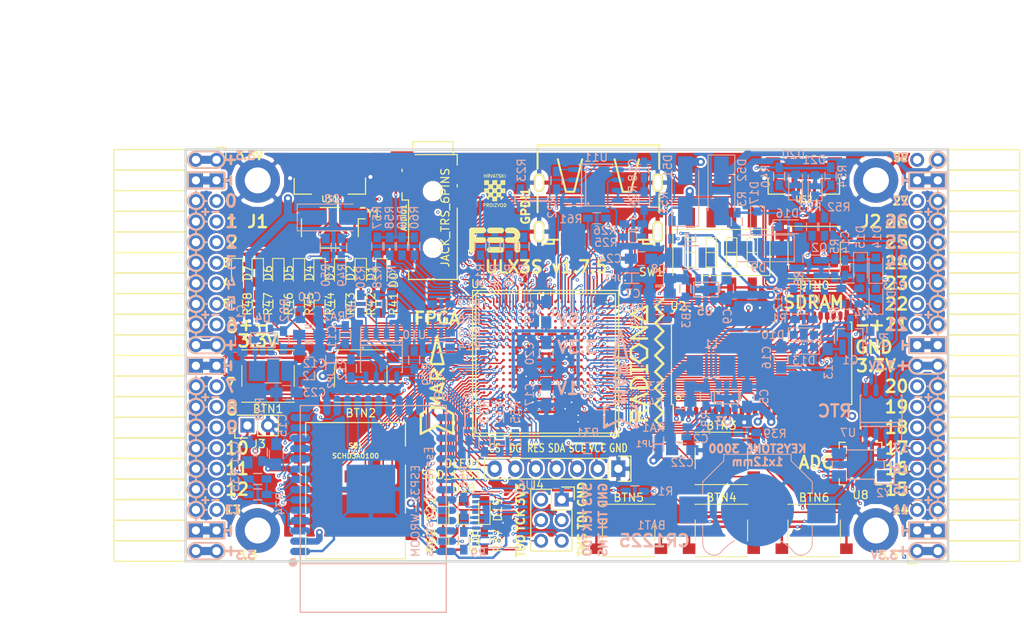
<source format=kicad_pcb>
(kicad_pcb (version 4) (host pcbnew 4.0.7+dfsg1-1)
  (layers (0 F.Cu signal) (1 In1.Cu signal) (2 In2.Cu signal) (31 B.Cu signal) (34 B.Paste user) (35 F.Paste user) (36 B.SilkS user) (37 F.SilkS user) (38 B.Mask user) (39 F.Mask user) (44 Edge.Cuts user))
  (net 0 "")
  (net 1 GND)
  (net 2 +5V)
  (net 3 /gpio/IN5V)
  (net 4 /gpio/OUT5V)
  (net 5 +3V3)
  (net 6 BTN_D)
  (net 7 BTN_F1)
  (net 8 BTN_F2)
  (net 9 BTN_L)
  (net 10 BTN_R)
  (net 11 BTN_U)
  (net 12 /power/FB1)
  (net 13 +2V5)
  (net 14 /power/PWREN)
  (net 15 /power/FB3)
  (net 16 /power/FB2)
  (net 17 "Net-(D9-Pad1)")
  (net 18 /power/VBAT)
  (net 19 JTAG_TDI)
  (net 20 JTAG_TCK)
  (net 21 JTAG_TMS)
  (net 22 JTAG_TDO)
  (net 23 /power/WAKEUPn)
  (net 24 /power/WKUP)
  (net 25 /power/SHUT)
  (net 26 /power/WAKE)
  (net 27 /power/HOLD)
  (net 28 /power/WKn)
  (net 29 /power/OSCI_32k)
  (net 30 /power/OSCO_32k)
  (net 31 "Net-(Q2-Pad3)")
  (net 32 SHUTDOWN)
  (net 33 /analog/AUDIO_L)
  (net 34 /analog/AUDIO_R)
  (net 35 GPDI_5V_SCL)
  (net 36 GPDI_5V_SDA)
  (net 37 GPDI_SDA)
  (net 38 GPDI_SCL)
  (net 39 /gpdi/VREF2)
  (net 40 SD_CMD)
  (net 41 SD_CLK)
  (net 42 SD_D0)
  (net 43 SD_D1)
  (net 44 USB5V)
  (net 45 GPDI_CEC)
  (net 46 nRESET)
  (net 47 FTDI_nDTR)
  (net 48 SDRAM_CKE)
  (net 49 SDRAM_A7)
  (net 50 SDRAM_D15)
  (net 51 SDRAM_BA1)
  (net 52 SDRAM_D7)
  (net 53 SDRAM_A6)
  (net 54 SDRAM_CLK)
  (net 55 SDRAM_D13)
  (net 56 SDRAM_BA0)
  (net 57 SDRAM_D6)
  (net 58 SDRAM_A5)
  (net 59 SDRAM_D14)
  (net 60 SDRAM_A11)
  (net 61 SDRAM_D12)
  (net 62 SDRAM_D5)
  (net 63 SDRAM_A4)
  (net 64 SDRAM_A10)
  (net 65 SDRAM_D11)
  (net 66 SDRAM_A3)
  (net 67 SDRAM_D4)
  (net 68 SDRAM_D10)
  (net 69 SDRAM_D9)
  (net 70 SDRAM_A9)
  (net 71 SDRAM_D3)
  (net 72 SDRAM_D8)
  (net 73 SDRAM_A8)
  (net 74 SDRAM_A2)
  (net 75 SDRAM_A1)
  (net 76 SDRAM_A0)
  (net 77 SDRAM_D2)
  (net 78 SDRAM_D1)
  (net 79 SDRAM_D0)
  (net 80 SDRAM_DQM0)
  (net 81 SDRAM_nCS)
  (net 82 SDRAM_nRAS)
  (net 83 SDRAM_DQM1)
  (net 84 SDRAM_nCAS)
  (net 85 SDRAM_nWE)
  (net 86 /flash/FLASH_nWP)
  (net 87 /flash/FLASH_nHOLD)
  (net 88 /flash/FLASH_MOSI)
  (net 89 /flash/FLASH_MISO)
  (net 90 /flash/FLASH_SCK)
  (net 91 /flash/FLASH_nCS)
  (net 92 /flash/FPGA_PROGRAMN)
  (net 93 /flash/FPGA_DONE)
  (net 94 /flash/FPGA_INITN)
  (net 95 OLED_RES)
  (net 96 OLED_DC)
  (net 97 OLED_CS)
  (net 98 WIFI_EN)
  (net 99 FTDI_nRTS)
  (net 100 FTDI_TXD)
  (net 101 FTDI_RXD)
  (net 102 WIFI_RXD)
  (net 103 WIFI_GPIO0)
  (net 104 WIFI_TXD)
  (net 105 GPDI_ETH-)
  (net 106 GPDI_ETH+)
  (net 107 GPDI_D2+)
  (net 108 GPDI_D2-)
  (net 109 GPDI_D1+)
  (net 110 GPDI_D1-)
  (net 111 GPDI_D0+)
  (net 112 GPDI_D0-)
  (net 113 GPDI_CLK+)
  (net 114 GPDI_CLK-)
  (net 115 USB_FTDI_D+)
  (net 116 USB_FTDI_D-)
  (net 117 J1_17-)
  (net 118 J1_17+)
  (net 119 J1_23-)
  (net 120 J1_23+)
  (net 121 J1_25-)
  (net 122 J1_25+)
  (net 123 J1_27-)
  (net 124 J1_27+)
  (net 125 J1_29-)
  (net 126 J1_29+)
  (net 127 J1_31-)
  (net 128 J1_31+)
  (net 129 J1_33-)
  (net 130 J1_33+)
  (net 131 J1_35-)
  (net 132 J1_35+)
  (net 133 J2_5-)
  (net 134 J2_5+)
  (net 135 J2_7-)
  (net 136 J2_7+)
  (net 137 J2_9-)
  (net 138 J2_9+)
  (net 139 J2_13-)
  (net 140 J2_13+)
  (net 141 J2_17-)
  (net 142 J2_17+)
  (net 143 J2_11-)
  (net 144 J2_11+)
  (net 145 J2_23-)
  (net 146 J2_23+)
  (net 147 J1_5-)
  (net 148 J1_5+)
  (net 149 J1_7-)
  (net 150 J1_7+)
  (net 151 J1_9-)
  (net 152 J1_9+)
  (net 153 J1_11-)
  (net 154 J1_11+)
  (net 155 J1_13-)
  (net 156 J1_13+)
  (net 157 J1_15-)
  (net 158 J1_15+)
  (net 159 J2_15-)
  (net 160 J2_15+)
  (net 161 J2_25-)
  (net 162 J2_25+)
  (net 163 J2_27-)
  (net 164 J2_27+)
  (net 165 J2_29-)
  (net 166 J2_29+)
  (net 167 J2_31-)
  (net 168 J2_31+)
  (net 169 J2_33-)
  (net 170 J2_33+)
  (net 171 J2_35-)
  (net 172 J2_35+)
  (net 173 SD_D3)
  (net 174 AUDIO_L3)
  (net 175 AUDIO_L2)
  (net 176 AUDIO_L1)
  (net 177 AUDIO_L0)
  (net 178 AUDIO_R3)
  (net 179 AUDIO_R2)
  (net 180 AUDIO_R1)
  (net 181 AUDIO_R0)
  (net 182 OLED_CLK)
  (net 183 OLED_MOSI)
  (net 184 LED0)
  (net 185 LED1)
  (net 186 LED2)
  (net 187 LED3)
  (net 188 LED4)
  (net 189 LED5)
  (net 190 LED6)
  (net 191 LED7)
  (net 192 BTN_PWRn)
  (net 193 FTDI_nTXLED)
  (net 194 FTDI_nSLEEP)
  (net 195 /blinkey/LED_PWREN)
  (net 196 /blinkey/LED_TXLED)
  (net 197 FT3V3)
  (net 198 /sdcard/SD3V3)
  (net 199 SD_D2)
  (net 200 CLK_25MHz)
  (net 201 /blinkey/BTNPUL)
  (net 202 /blinkey/BTNPUR)
  (net 203 USB_FPGA_D+)
  (net 204 /power/FTDI_nSUSPEND)
  (net 205 /blinkey/ALED0)
  (net 206 /blinkey/ALED1)
  (net 207 /blinkey/ALED2)
  (net 208 /blinkey/ALED3)
  (net 209 /blinkey/ALED4)
  (net 210 /blinkey/ALED5)
  (net 211 /blinkey/ALED6)
  (net 212 /blinkey/ALED7)
  (net 213 /usb/FTD-)
  (net 214 /usb/FTD+)
  (net 215 ADC_MISO)
  (net 216 ADC_MOSI)
  (net 217 ADC_CSn)
  (net 218 ADC_SCLK)
  (net 219 SW3)
  (net 220 SW2)
  (net 221 SW1)
  (net 222 USB_FPGA_D-)
  (net 223 /usb/FPD+)
  (net 224 /usb/FPD-)
  (net 225 WIFI_GPIO16)
  (net 226 WIFI_GPIO15)
  (net 227 /usb/ANT_433MHz)
  (net 228 /power/PWRBTn)
  (net 229 PROG_DONE)
  (net 230 /power/P3V3)
  (net 231 /power/P2V5)
  (net 232 /power/L1)
  (net 233 /power/L3)
  (net 234 /power/L2)
  (net 235 FTDI_TXDEN)
  (net 236 SDRAM_A12)
  (net 237 /analog/AUDIO_V)
  (net 238 AUDIO_V3)
  (net 239 AUDIO_V2)
  (net 240 AUDIO_V1)
  (net 241 AUDIO_V0)
  (net 242 /gpdi/FPGA_CEC)
  (net 243 /blinkey/LED_WIFI)
  (net 244 WIFI_GPIO2)
  (net 245 /power/P1V1)
  (net 246 +1V1)
  (net 247 SW4)
  (net 248 /blinkey/SWPU)
  (net 249 /wifi/WIFIEN)
  (module Socket_Strips:Socket_Strip_Angled_2x20 (layer F.Cu) (at 97.91 62.69 270)
    (fp_text reference J1 (at 7.62 -5.08 360) (layer F.SilkS) (effects (font (size 1.5 1.5) (thickness 0.3))))
    (fp_text value CONN_02X20 hide)
    (pad 1 thru_hole oval (at 0 0 270) (size 1.7272 1.7272) (drill 1.016) (layers *.Cu *.Mask) (net 5 +3V3))
    (pad 2 thru_hole oval (at 0 2.54 270) (size 1.7272 1.7272) (drill 1.016) (layers *.Cu *.Mask) (net 5 +3V3))
    (pad 3 thru_hole rect (at 2.54 0 270) (size 1.7272 1.7272) (drill 1.016) (layers *.Cu *.Mask) (net 1 GND))
    (pad 4 thru_hole rect (at 2.54 2.54 270) (size 1.7272 1.7272) (drill 1.016) (layers *.Cu *.Mask) (net 1 GND))
    (pad 5 thru_hole oval (at 5.08 0 270) (size 1.7272 1.7272) (drill 1.016) (layers *.Cu *.Mask) (net 147 J1_5-))
    (pad 6 thru_hole oval (at 5.08 2.54 270) (size 1.7272 1.7272) (drill 1.016) (layers *.Cu *.Mask) (net 148 J1_5+))
    (pad 7 thru_hole oval (at 7.62 0 270) (size 1.7272 1.7272) (drill 1.016) (layers *.Cu *.Mask) (net 149 J1_7-))
    (pad 8 thru_hole oval (at 7.62 2.54 270) (size 1.7272 1.7272) (drill 1.016) (layers *.Cu *.Mask) (net 150 J1_7+))
    (pad 9 thru_hole oval (at 10.16 0 270) (size 1.7272 1.7272) (drill 1.016) (layers *.Cu *.Mask) (net 151 J1_9-))
    (pad 10 thru_hole oval (at 10.16 2.54 270) (size 1.7272 1.7272) (drill 1.016) (layers *.Cu *.Mask) (net 152 J1_9+))
    (pad 11 thru_hole oval (at 12.7 0 270) (size 1.7272 1.7272) (drill 1.016) (layers *.Cu *.Mask) (net 153 J1_11-))
    (pad 12 thru_hole oval (at 12.7 2.54 270) (size 1.7272 1.7272) (drill 1.016) (layers *.Cu *.Mask) (net 154 J1_11+))
    (pad 13 thru_hole oval (at 15.24 0 270) (size 1.7272 1.7272) (drill 1.016) (layers *.Cu *.Mask) (net 155 J1_13-))
    (pad 14 thru_hole oval (at 15.24 2.54 270) (size 1.7272 1.7272) (drill 1.016) (layers *.Cu *.Mask) (net 156 J1_13+))
    (pad 15 thru_hole oval (at 17.78 0 270) (size 1.7272 1.7272) (drill 1.016) (layers *.Cu *.Mask) (net 157 J1_15-))
    (pad 16 thru_hole oval (at 17.78 2.54 270) (size 1.7272 1.7272) (drill 1.016) (layers *.Cu *.Mask) (net 158 J1_15+))
    (pad 17 thru_hole oval (at 20.32 0 270) (size 1.7272 1.7272) (drill 1.016) (layers *.Cu *.Mask) (net 117 J1_17-))
    (pad 18 thru_hole oval (at 20.32 2.54 270) (size 1.7272 1.7272) (drill 1.016) (layers *.Cu *.Mask) (net 118 J1_17+))
    (pad 19 thru_hole oval (at 22.86 0 270) (size 1.7272 1.7272) (drill 1.016) (layers *.Cu *.Mask) (net 5 +3V3))
    (pad 20 thru_hole oval (at 22.86 2.54 270) (size 1.7272 1.7272) (drill 1.016) (layers *.Cu *.Mask) (net 5 +3V3))
    (pad 21 thru_hole rect (at 25.4 0 270) (size 1.7272 1.7272) (drill 1.016) (layers *.Cu *.Mask) (net 1 GND))
    (pad 22 thru_hole rect (at 25.4 2.54 270) (size 1.7272 1.7272) (drill 1.016) (layers *.Cu *.Mask) (net 1 GND))
    (pad 23 thru_hole oval (at 27.94 0 270) (size 1.7272 1.7272) (drill 1.016) (layers *.Cu *.Mask) (net 119 J1_23-))
    (pad 24 thru_hole oval (at 27.94 2.54 270) (size 1.7272 1.7272) (drill 1.016) (layers *.Cu *.Mask) (net 120 J1_23+))
    (pad 25 thru_hole oval (at 30.48 0 270) (size 1.7272 1.7272) (drill 1.016) (layers *.Cu *.Mask) (net 121 J1_25-))
    (pad 26 thru_hole oval (at 30.48 2.54 270) (size 1.7272 1.7272) (drill 1.016) (layers *.Cu *.Mask) (net 122 J1_25+))
    (pad 27 thru_hole oval (at 33.02 0 270) (size 1.7272 1.7272) (drill 1.016) (layers *.Cu *.Mask) (net 123 J1_27-))
    (pad 28 thru_hole oval (at 33.02 2.54 270) (size 1.7272 1.7272) (drill 1.016) (layers *.Cu *.Mask) (net 124 J1_27+))
    (pad 29 thru_hole oval (at 35.56 0 270) (size 1.7272 1.7272) (drill 1.016) (layers *.Cu *.Mask) (net 125 J1_29-))
    (pad 30 thru_hole oval (at 35.56 2.54 270) (size 1.7272 1.7272) (drill 1.016) (layers *.Cu *.Mask) (net 126 J1_29+))
    (pad 31 thru_hole oval (at 38.1 0 270) (size 1.7272 1.7272) (drill 1.016) (layers *.Cu *.Mask) (net 127 J1_31-))
    (pad 32 thru_hole oval (at 38.1 2.54 270) (size 1.7272 1.7272) (drill 1.016) (layers *.Cu *.Mask) (net 128 J1_31+))
    (pad 33 thru_hole oval (at 40.64 0 270) (size 1.7272 1.7272) (drill 1.016) (layers *.Cu *.Mask) (net 129 J1_33-))
    (pad 34 thru_hole oval (at 40.64 2.54 270) (size 1.7272 1.7272) (drill 1.016) (layers *.Cu *.Mask) (net 130 J1_33+))
    (pad 35 thru_hole oval (at 43.18 0 270) (size 1.7272 1.7272) (drill 1.016) (layers *.Cu *.Mask) (net 131 J1_35-))
    (pad 36 thru_hole oval (at 43.18 2.54 270) (size 1.7272 1.7272) (drill 1.016) (layers *.Cu *.Mask) (net 132 J1_35+))
    (pad 37 thru_hole rect (at 45.72 0 270) (size 1.7272 1.7272) (drill 1.016) (layers *.Cu *.Mask) (net 1 GND))
    (pad 38 thru_hole rect (at 45.72 2.54 270) (size 1.7272 1.7272) (drill 1.016) (layers *.Cu *.Mask) (net 1 GND))
    (pad 39 thru_hole oval (at 48.26 0 270) (size 1.7272 1.7272) (drill 1.016) (layers *.Cu *.Mask) (net 5 +3V3))
    (pad 40 thru_hole oval (at 48.26 2.54 270) (size 1.7272 1.7272) (drill 1.016) (layers *.Cu *.Mask) (net 5 +3V3))
  )
  (module SMD_Packages:1Pin (layer F.Cu) (at 182.67515 111.637626)
    (fp_text reference AE1 hide)
    (fp_text value 433MHz hide)
    (pad 1 smd rect (at 0 0) (size 0.5 0.5) (layers B.Cu F.Paste F.Mask) (net 227 /usb/ANT_433MHz))
  )
  (module Resistors_SMD:R_0603_HandSoldering (layer B.Cu) (at 103.498 98.758 90)
    (fp_text reference R38 (at 5.334 -0.254 90) (layer B.SilkS) (effects (justify mirror)))
    (fp_text value 0.47)
    (pad 1 smd rect (at -1.1 0 90) (size 1.2 0.9) (layers B.Cu B.Paste B.Mask) (net 198 /sdcard/SD3V3))
    (pad 2 smd rect (at 1.1 0 90) (size 1.2 0.9) (layers B.Cu B.Paste B.Mask) (net 5 +3V3))
  )
  (module jumper:SOLDER-JUMPER_1-WAY (layer B.Cu) (at 152.393 97.742 270)
    (fp_text reference JP1 (at 0 1.778 360) (layer B.SilkS) (effects (font (size 0.762 0.762) (thickness 0.1524)) (justify mirror)))
    (fp_text value 1.2 hide)
    (pad 1 smd rect (at -0.6 0 270) (size 1 1) (layers B.Cu B.Paste B.Mask) (net 245 /power/P1V1))
    (pad 2 smd rect (at 0.6 0 270) (size 1 1) (layers B.Cu B.Paste B.Mask) (net 246 +1V1))
  )
  (module Diodes_SMD:D_SMA_Handsoldering (layer B.Cu) (at 155.695 66.5 90)
    (fp_text reference D51 (at 3.048 -2.159 90) (layer B.SilkS) (effects (justify mirror)))
    (fp_text value STPS2L30AF hide)
    (pad 1 smd rect (at -2.5 0 90) (size 3.5 1.8) (layers B.Cu B.Paste B.Mask) (net 2 +5V))
    (pad 2 smd rect (at 2.5 0 90) (size 3.5 1.8) (layers B.Cu B.Paste B.Mask) (net 3 /gpio/IN5V))
  )
  (module Resistors_SMD:R_0603_HandSoldering (layer B.Cu) (at 154.044 71.326 90)
    (fp_text reference R51 (at 3.302 -1.016 90) (layer B.SilkS) (effects (justify mirror)))
    (fp_text value 150)
    (pad 1 smd rect (at -1.1 0 90) (size 1.2 0.9) (layers B.Cu B.Paste B.Mask) (net 5 +3V3))
    (pad 2 smd rect (at 1.1 0 90) (size 1.2 0.9) (layers B.Cu B.Paste B.Mask) (net 248 /blinkey/SWPU))
  )
  (module Resistors_SMD:R_1210_HandSoldering (layer B.Cu) (at 158.87 88.09 180)
    (fp_text reference L1 (at 0 2.7 180) (layer B.SilkS) (effects (justify mirror)))
    (fp_text value 2.2uH)
    (pad 1 smd rect (at -2 0 180) (size 2 2.5) (layers B.Cu B.Paste B.Mask) (net 232 /power/L1))
    (pad 2 smd rect (at 2 0 180) (size 2 2.5) (layers B.Cu B.Paste B.Mask) (net 245 /power/P1V1))
  )
  (module TSOT-25:TSOT-25 (layer B.Cu) (at 160.775 91.9)
    (fp_text reference U3 (at -0.381 3.048) (layer B.SilkS) (effects (font (thickness 0.2)) (justify mirror)))
    (fp_text value DIO6015)
    (pad 1 smd rect (at -0.95 -1.3) (size 0.7 1.2) (layers B.Cu B.Paste B.Mask) (net 14 /power/PWREN))
    (pad 2 smd rect (at 0 -1.3) (size 0.7 1.2) (layers B.Cu B.Paste B.Mask) (net 1 GND))
    (pad 3 smd rect (at 0.95 -1.3) (size 0.7 1.2) (layers B.Cu B.Paste B.Mask) (net 232 /power/L1))
    (pad 4 smd rect (at 0.95 1.3) (size 0.7 1.2) (layers B.Cu B.Paste B.Mask) (net 2 +5V))
    (pad 5 smd rect (at -0.95 1.3) (size 0.7 1.2) (layers B.Cu B.Paste B.Mask) (net 12 /power/FB1))
  )
  (module Resistors_SMD:R_1210_HandSoldering (layer B.Cu) (at 104.895 88.725)
    (fp_text reference L2 (at 4.445 0.635) (layer B.SilkS) (effects (justify mirror)))
    (fp_text value 2.2uH)
    (pad 1 smd rect (at -2 0) (size 2 2.5) (layers B.Cu B.Paste B.Mask) (net 234 /power/L2))
    (pad 2 smd rect (at 2 0) (size 2 2.5) (layers B.Cu B.Paste B.Mask) (net 231 /power/P2V5))
  )
  (module TSOT-25:TSOT-25 (layer B.Cu) (at 103.625 84.915 180)
    (fp_text reference U4 (at 0 2.697 180) (layer B.SilkS) (effects (font (thickness 0.2)) (justify mirror)))
    (fp_text value LX7172)
    (pad 1 smd rect (at -0.95 -1.3 180) (size 0.7 1.2) (layers B.Cu B.Paste B.Mask) (net 14 /power/PWREN))
    (pad 2 smd rect (at 0 -1.3 180) (size 0.7 1.2) (layers B.Cu B.Paste B.Mask) (net 1 GND))
    (pad 3 smd rect (at 0.95 -1.3 180) (size 0.7 1.2) (layers B.Cu B.Paste B.Mask) (net 234 /power/L2))
    (pad 4 smd rect (at 0.95 1.3 180) (size 0.7 1.2) (layers B.Cu B.Paste B.Mask) (net 2 +5V))
    (pad 5 smd rect (at -0.95 1.3 180) (size 0.7 1.2) (layers B.Cu B.Paste B.Mask) (net 16 /power/FB2))
  )
  (module Resistors_SMD:R_1210_HandSoldering (layer B.Cu) (at 156.33 74.755 180)
    (fp_text reference L3 (at 0 2.413 180) (layer B.SilkS) (effects (justify mirror)))
    (fp_text value 2.2uH)
    (pad 1 smd rect (at -2 0 180) (size 2 2.5) (layers B.Cu B.Paste B.Mask) (net 233 /power/L3))
    (pad 2 smd rect (at 2 0 180) (size 2 2.5) (layers B.Cu B.Paste B.Mask) (net 230 /power/P3V3))
  )
  (module TSOT-25:TSOT-25 (layer B.Cu) (at 158.235 78.692)
    (fp_text reference U5 (at -0.127 2.667) (layer B.SilkS) (effects (font (thickness 0.2)) (justify mirror)))
    (fp_text value TLV62569DBV)
    (pad 1 smd rect (at -0.95 -1.3) (size 0.7 1.2) (layers B.Cu B.Paste B.Mask) (net 14 /power/PWREN))
    (pad 2 smd rect (at 0 -1.3) (size 0.7 1.2) (layers B.Cu B.Paste B.Mask) (net 1 GND))
    (pad 3 smd rect (at 0.95 -1.3) (size 0.7 1.2) (layers B.Cu B.Paste B.Mask) (net 233 /power/L3))
    (pad 4 smd rect (at 0.95 1.3) (size 0.7 1.2) (layers B.Cu B.Paste B.Mask) (net 2 +5V))
    (pad 5 smd rect (at -0.95 1.3) (size 0.7 1.2) (layers B.Cu B.Paste B.Mask) (net 15 /power/FB3))
  )
  (module Capacitors_SMD:C_0805_HandSoldering (layer B.Cu) (at 101.085 84.915 270)
    (fp_text reference C1 (at -3.429 0.127 270) (layer B.SilkS) (effects (justify mirror)))
    (fp_text value 22uF)
    (pad 1 smd rect (at -1.25 0 270) (size 1.5 1.25) (layers B.Cu B.Paste B.Mask) (net 2 +5V))
    (pad 2 smd rect (at 1.25 0 270) (size 1.5 1.25) (layers B.Cu B.Paste B.Mask) (net 1 GND))
  )
  (module Capacitors_SMD:C_0805_HandSoldering (layer B.Cu) (at 155.06 90.63)
    (fp_text reference C3 (at -3.048 0) (layer B.SilkS) (effects (justify mirror)))
    (fp_text value 22uF)
    (pad 1 smd rect (at -1.25 0) (size 1.5 1.25) (layers B.Cu B.Paste B.Mask) (net 245 /power/P1V1))
    (pad 2 smd rect (at 1.25 0) (size 1.5 1.25) (layers B.Cu B.Paste B.Mask) (net 1 GND))
  )
  (module Capacitors_SMD:C_0805_HandSoldering (layer B.Cu) (at 155.06 92.535)
    (fp_text reference C4 (at -3.048 0.127) (layer B.SilkS) (effects (justify mirror)))
    (fp_text value 22uF)
    (pad 1 smd rect (at -1.25 0) (size 1.5 1.25) (layers B.Cu B.Paste B.Mask) (net 245 /power/P1V1))
    (pad 2 smd rect (at 1.25 0) (size 1.5 1.25) (layers B.Cu B.Paste B.Mask) (net 1 GND))
  )
  (module Capacitors_SMD:C_0805_HandSoldering (layer B.Cu) (at 163.315 91.9 90)
    (fp_text reference C5 (at 0 2.1 90) (layer B.SilkS) (effects (justify mirror)))
    (fp_text value 22uF)
    (pad 1 smd rect (at -1.25 0 90) (size 1.5 1.25) (layers B.Cu B.Paste B.Mask) (net 2 +5V))
    (pad 2 smd rect (at 1.25 0 90) (size 1.5 1.25) (layers B.Cu B.Paste B.Mask) (net 1 GND))
  )
  (module Capacitors_SMD:C_0805_HandSoldering (layer B.Cu) (at 152.52 79.2)
    (fp_text reference C7 (at -3.302 0) (layer B.SilkS) (effects (justify mirror)))
    (fp_text value 22uF)
    (pad 1 smd rect (at -1.25 0) (size 1.5 1.25) (layers B.Cu B.Paste B.Mask) (net 230 /power/P3V3))
    (pad 2 smd rect (at 1.25 0) (size 1.5 1.25) (layers B.Cu B.Paste B.Mask) (net 1 GND))
  )
  (module Capacitors_SMD:C_0805_HandSoldering (layer B.Cu) (at 152.52 77.295)
    (fp_text reference C8 (at -0.127 -1.143) (layer B.SilkS) (effects (justify mirror)))
    (fp_text value 22uF)
    (pad 1 smd rect (at -1.25 0) (size 1.5 1.25) (layers B.Cu B.Paste B.Mask) (net 230 /power/P3V3))
    (pad 2 smd rect (at 1.25 0) (size 1.5 1.25) (layers B.Cu B.Paste B.Mask) (net 1 GND))
  )
  (module Capacitors_SMD:C_0805_HandSoldering (layer B.Cu) (at 160.775 78.565 90)
    (fp_text reference C9 (at -3.429 0.127 90) (layer B.SilkS) (effects (justify mirror)))
    (fp_text value 22uF)
    (pad 1 smd rect (at -1.25 0 90) (size 1.5 1.25) (layers B.Cu B.Paste B.Mask) (net 2 +5V))
    (pad 2 smd rect (at 1.25 0 90) (size 1.5 1.25) (layers B.Cu B.Paste B.Mask) (net 1 GND))
  )
  (module Capacitors_SMD:C_0805_HandSoldering (layer B.Cu) (at 109.34 84.28 180)
    (fp_text reference C11 (at -2.794 -0.254 270) (layer B.SilkS) (effects (justify mirror)))
    (fp_text value 22uF)
    (pad 1 smd rect (at -1.25 0 180) (size 1.5 1.25) (layers B.Cu B.Paste B.Mask) (net 231 /power/P2V5))
    (pad 2 smd rect (at 1.25 0 180) (size 1.5 1.25) (layers B.Cu B.Paste B.Mask) (net 1 GND))
  )
  (module Capacitors_SMD:C_0805_HandSoldering (layer B.Cu) (at 109.34 86.185 180)
    (fp_text reference C12 (at -0.635 -1.615 360) (layer B.SilkS) (effects (justify mirror)))
    (fp_text value 22uF)
    (pad 1 smd rect (at -1.25 0 180) (size 1.5 1.25) (layers B.Cu B.Paste B.Mask) (net 231 /power/P2V5))
    (pad 2 smd rect (at 1.25 0 180) (size 1.5 1.25) (layers B.Cu B.Paste B.Mask) (net 1 GND))
  )
  (module Capacitors_SMD:C_0805_HandSoldering (layer B.Cu) (at 173.221 84.788 90)
    (fp_text reference C13 (at -3.556 0.127 90) (layer B.SilkS) (effects (justify mirror)))
    (fp_text value 2.2uF)
    (pad 1 smd rect (at -1.25 0 90) (size 1.5 1.25) (layers B.Cu B.Paste B.Mask) (net 2 +5V))
    (pad 2 smd rect (at 1.25 0 90) (size 1.5 1.25) (layers B.Cu B.Paste B.Mask) (net 24 /power/WKUP))
  )
  (module TO_SOT_Packages_SMD:SOT-23_Handsoldering (layer B.Cu) (at 176.015 84.28 90)
    (fp_text reference Q1 (at -3.1115 0 180) (layer B.SilkS) (effects (justify mirror)))
    (fp_text value BC857)
    (pad 1 smd rect (at -1.5 0.95 90) (size 1.9 0.8) (layers B.Cu B.Paste B.Mask) (net 28 /power/WKn))
    (pad 2 smd rect (at -1.5 -0.95 90) (size 1.9 0.8) (layers B.Cu B.Paste B.Mask) (net 2 +5V))
    (pad 3 smd rect (at 1.5 0 90) (size 1.9 0.8) (layers B.Cu B.Paste B.Mask) (net 24 /power/WKUP))
  )
  (module TO_SOT_Packages_SMD:SOT-23_Handsoldering (layer B.Cu) (at 170.935 76.025 180)
    (fp_text reference Q2 (at -1.295 2.5 180) (layer B.SilkS) (effects (justify mirror)))
    (fp_text value 2N7002)
    (pad 1 smd rect (at -1.5 0.95 180) (size 1.9 0.8) (layers B.Cu B.Paste B.Mask) (net 25 /power/SHUT))
    (pad 2 smd rect (at -1.5 -0.95 180) (size 1.9 0.8) (layers B.Cu B.Paste B.Mask) (net 1 GND))
    (pad 3 smd rect (at 1.5 0 180) (size 1.9 0.8) (layers B.Cu B.Paste B.Mask) (net 31 "Net-(Q2-Pad3)"))
  )
  (module Capacitors_SMD:C_0603_HandSoldering (layer B.Cu) (at 154.86 96.91)
    (fp_text reference C2 (at 2.74 0.197) (layer B.SilkS) (effects (justify mirror)))
    (fp_text value 470pF)
    (pad 1 smd rect (at -0.95 0) (size 1.2 0.75) (layers B.Cu B.Paste B.Mask) (net 245 /power/P1V1))
    (pad 2 smd rect (at 0.95 0) (size 1.2 0.75) (layers B.Cu B.Paste B.Mask) (net 12 /power/FB1))
  )
  (module Capacitors_SMD:C_0603_HandSoldering (layer B.Cu) (at 152.52 82.375)
    (fp_text reference C6 (at -2.794 0.127) (layer B.SilkS) (effects (justify mirror)))
    (fp_text value 470pF)
    (pad 1 smd rect (at -0.95 0) (size 1.2 0.75) (layers B.Cu B.Paste B.Mask) (net 230 /power/P3V3))
    (pad 2 smd rect (at 0.95 0) (size 1.2 0.75) (layers B.Cu B.Paste B.Mask) (net 15 /power/FB3))
  )
  (module Capacitors_SMD:C_0603_HandSoldering (layer B.Cu) (at 109.34 81.105 180)
    (fp_text reference C10 (at -0.04 1.505 180) (layer B.SilkS) (effects (justify mirror)))
    (fp_text value 470pF)
    (pad 1 smd rect (at -0.95 0 180) (size 1.2 0.75) (layers B.Cu B.Paste B.Mask) (net 231 /power/P2V5))
    (pad 2 smd rect (at 0.95 0 180) (size 1.2 0.75) (layers B.Cu B.Paste B.Mask) (net 16 /power/FB2))
  )
  (module Capacitors_SMD:C_0603_HandSoldering (layer B.Cu) (at 175.38 76.025 270)
    (fp_text reference C14 (at -3.175 0 270) (layer B.SilkS) (effects (justify mirror)))
    (fp_text value 100nF)
    (pad 1 smd rect (at -0.95 0 270) (size 1.2 0.75) (layers B.Cu B.Paste B.Mask) (net 25 /power/SHUT))
    (pad 2 smd rect (at 0.95 0 270) (size 1.2 0.75) (layers B.Cu B.Paste B.Mask) (net 1 GND))
  )
  (module Resistors_SMD:R_0603_HandSoldering (layer B.Cu) (at 170.3 82.375)
    (fp_text reference R1 (at -3.048 -0.127) (layer B.SilkS) (effects (justify mirror)))
    (fp_text value 15k)
    (pad 1 smd rect (at -1.1 0) (size 1.2 0.9) (layers B.Cu B.Paste B.Mask) (net 26 /power/WAKE))
    (pad 2 smd rect (at 1.1 0) (size 1.2 0.9) (layers B.Cu B.Paste B.Mask) (net 14 /power/PWREN))
  )
  (module Resistors_SMD:R_0603_HandSoldering (layer B.Cu) (at 172.84 79.835 90)
    (fp_text reference R2 (at -1.905 1.27 90) (layer B.SilkS) (effects (justify mirror)))
    (fp_text value 47k)
    (pad 1 smd rect (at -1.1 0 90) (size 1.2 0.9) (layers B.Cu B.Paste B.Mask) (net 14 /power/PWREN))
    (pad 2 smd rect (at 1.1 0 90) (size 1.2 0.9) (layers B.Cu B.Paste B.Mask) (net 1 GND))
  )
  (module Resistors_SMD:R_0603_HandSoldering (layer B.Cu) (at 176.015 80.47 180)
    (fp_text reference R4 (at -1.397 -1.27 360) (layer B.SilkS) (effects (justify mirror)))
    (fp_text value 15k)
    (pad 1 smd rect (at -1.1 0 180) (size 1.2 0.9) (layers B.Cu B.Paste B.Mask) (net 27 /power/HOLD))
    (pad 2 smd rect (at 1.1 0 180) (size 1.2 0.9) (layers B.Cu B.Paste B.Mask) (net 14 /power/PWREN))
  )
  (module Resistors_SMD:R_0603_HandSoldering (layer B.Cu) (at 174.11 76.025 270)
    (fp_text reference R5 (at -2.667 0 270) (layer B.SilkS) (effects (justify mirror)))
    (fp_text value 4.7M)
    (pad 1 smd rect (at -1.1 0 270) (size 1.2 0.9) (layers B.Cu B.Paste B.Mask) (net 25 /power/SHUT))
    (pad 2 smd rect (at 1.1 0 270) (size 1.2 0.9) (layers B.Cu B.Paste B.Mask) (net 1 GND))
  )
  (module Resistors_SMD:R_0603_HandSoldering (layer B.Cu) (at 178.555 84.915 270)
    (fp_text reference R6 (at 0 -1.651 270) (layer B.SilkS) (effects (justify mirror)))
    (fp_text value 1k)
    (pad 1 smd rect (at -1.1 0 270) (size 1.2 0.9) (layers B.Cu B.Paste B.Mask) (net 28 /power/WKn))
    (pad 2 smd rect (at 1.1 0 270) (size 1.2 0.9) (layers B.Cu B.Paste B.Mask) (net 23 /power/WAKEUPn))
  )
  (module Resistors_SMD:R_0603_HandSoldering (layer B.Cu) (at 113.785 84.28 270)
    (fp_text reference R7 (at -2.794 -0.635 270) (layer B.SilkS) (effects (justify mirror)))
    (fp_text value 150)
    (pad 1 smd rect (at -1.1 0 270) (size 1.2 0.9) (layers B.Cu B.Paste B.Mask) (net 5 +3V3))
    (pad 2 smd rect (at 1.1 0 270) (size 1.2 0.9) (layers B.Cu B.Paste B.Mask) (net 201 /blinkey/BTNPUL))
  )
  (module Resistors_SMD:R_0603_HandSoldering (layer B.Cu) (at 170.935 79.835 90)
    (fp_text reference R8 (at 2.54 -1.27 90) (layer B.SilkS) (effects (justify mirror)))
    (fp_text value 1k)
    (pad 1 smd rect (at -1.1 0 90) (size 1.2 0.9) (layers B.Cu B.Paste B.Mask) (net 14 /power/PWREN))
    (pad 2 smd rect (at 1.1 0 90) (size 1.2 0.9) (layers B.Cu B.Paste B.Mask) (net 31 "Net-(Q2-Pad3)"))
  )
  (module Resistors_SMD:R_0603_HandSoldering (layer B.Cu) (at 128.39 109.68 270)
    (fp_text reference R9 (at 1.524 -1.778 360) (layer B.SilkS) (effects (justify mirror)))
    (fp_text value 15k)
    (pad 1 smd rect (at -1.1 0 270) (size 1.2 0.9) (layers B.Cu B.Paste B.Mask) (net 46 nRESET))
    (pad 2 smd rect (at 1.1 0 270) (size 1.2 0.9) (layers B.Cu B.Paste B.Mask) (net 197 FT3V3))
  )
  (module Resistors_SMD:R_0603_HandSoldering (layer B.Cu) (at 149.472 103.584 180)
    (fp_text reference R10 (at -3.302 0 180) (layer B.SilkS) (effects (justify mirror)))
    (fp_text value 150)
    (pad 1 smd rect (at -1.1 0 180) (size 1.2 0.9) (layers B.Cu B.Paste B.Mask) (net 204 /power/FTDI_nSUSPEND))
    (pad 2 smd rect (at 1.1 0 180) (size 1.2 0.9) (layers B.Cu B.Paste B.Mask) (net 194 FTDI_nSLEEP))
  )
  (module Resistors_SMD:R_0603_HandSoldering (layer B.Cu) (at 176.015 78.565 180)
    (fp_text reference R13 (at -5.461 0.381 180) (layer B.SilkS) (effects (justify mirror)))
    (fp_text value 15k)
    (pad 1 smd rect (at -1.1 0 180) (size 1.2 0.9) (layers B.Cu B.Paste B.Mask) (net 32 SHUTDOWN))
    (pad 2 smd rect (at 1.1 0 180) (size 1.2 0.9) (layers B.Cu B.Paste B.Mask) (net 1 GND))
  )
  (module Resistors_SMD:R_0603_HandSoldering (layer B.Cu) (at 154.86 95.64)
    (fp_text reference RA1 (at -3.102 0.07) (layer B.SilkS) (effects (justify mirror)))
    (fp_text value 15k)
    (pad 1 smd rect (at -1.1 0) (size 1.2 0.9) (layers B.Cu B.Paste B.Mask) (net 245 /power/P1V1))
    (pad 2 smd rect (at 1.1 0) (size 1.2 0.9) (layers B.Cu B.Paste B.Mask) (net 12 /power/FB1))
  )
  (module Resistors_SMD:R_0603_HandSoldering (layer B.Cu) (at 109.34 82.375 180)
    (fp_text reference RA2 (at -3.048 0.381 360) (layer B.SilkS) (effects (justify mirror)))
    (fp_text value 15k)
    (pad 1 smd rect (at -1.1 0 180) (size 1.2 0.9) (layers B.Cu B.Paste B.Mask) (net 231 /power/P2V5))
    (pad 2 smd rect (at 1.1 0 180) (size 1.2 0.9) (layers B.Cu B.Paste B.Mask) (net 16 /power/FB2))
  )
  (module Resistors_SMD:R_0603_HandSoldering (layer B.Cu) (at 152.52 81.105)
    (fp_text reference RA3 (at -3.302 -0.127) (layer B.SilkS) (effects (justify mirror)))
    (fp_text value 15k)
    (pad 1 smd rect (at -1.1 0) (size 1.2 0.9) (layers B.Cu B.Paste B.Mask) (net 230 /power/P3V3))
    (pad 2 smd rect (at 1.1 0) (size 1.2 0.9) (layers B.Cu B.Paste B.Mask) (net 15 /power/FB3))
  )
  (module Resistors_SMD:R_0603_HandSoldering (layer B.Cu) (at 158.235 91.9 270)
    (fp_text reference RB1 (at 3.302 0 270) (layer B.SilkS) (effects (justify mirror)))
    (fp_text value 18k)
    (pad 1 smd rect (at -1.1 0 270) (size 1.2 0.9) (layers B.Cu B.Paste B.Mask) (net 1 GND))
    (pad 2 smd rect (at 1.1 0 270) (size 1.2 0.9) (layers B.Cu B.Paste B.Mask) (net 12 /power/FB1))
  )
  (module Resistors_SMD:R_0603_HandSoldering (layer B.Cu) (at 106.165 84.915 90)
    (fp_text reference RB2 (at 3.683 0.127 90) (layer B.SilkS) (effects (justify mirror)))
    (fp_text value 4.7k)
    (pad 1 smd rect (at -1.1 0 90) (size 1.2 0.9) (layers B.Cu B.Paste B.Mask) (net 1 GND))
    (pad 2 smd rect (at 1.1 0 90) (size 1.2 0.9) (layers B.Cu B.Paste B.Mask) (net 16 /power/FB2))
  )
  (module Resistors_SMD:R_0603_HandSoldering (layer B.Cu) (at 155.695 78.565 270)
    (fp_text reference RB3 (at 3.429 -0.127 270) (layer B.SilkS) (effects (justify mirror)))
    (fp_text value 3.3k)
    (pad 1 smd rect (at -1.1 0 270) (size 1.2 0.9) (layers B.Cu B.Paste B.Mask) (net 1 GND))
    (pad 2 smd rect (at 1.1 0 270) (size 1.2 0.9) (layers B.Cu B.Paste B.Mask) (net 15 /power/FB3))
  )
  (module Resistors_SMD:R_0603_HandSoldering (layer B.Cu) (at 125.596 85.804 180)
    (fp_text reference R14 (at -3.47 0.127 180) (layer B.SilkS) (effects (justify mirror)))
    (fp_text value 1.2k)
    (pad 1 smd rect (at -1.1 0 180) (size 1.2 0.9) (layers B.Cu B.Paste B.Mask) (net 174 AUDIO_L3))
    (pad 2 smd rect (at 1.1 0 180) (size 1.2 0.9) (layers B.Cu B.Paste B.Mask) (net 33 /analog/AUDIO_L))
  )
  (module Resistors_SMD:R_0603_HandSoldering (layer B.Cu) (at 125.596 84.026 180)
    (fp_text reference R15 (at -3.47 -0.001 180) (layer B.SilkS) (effects (justify mirror)))
    (fp_text value 680)
    (pad 1 smd rect (at -1.1 0 180) (size 1.2 0.9) (layers B.Cu B.Paste B.Mask) (net 175 AUDIO_L2))
    (pad 2 smd rect (at 1.1 0 180) (size 1.2 0.9) (layers B.Cu B.Paste B.Mask) (net 33 /analog/AUDIO_L))
  )
  (module Resistors_SMD:R_0603_HandSoldering (layer B.Cu) (at 125.596 82.248 180)
    (fp_text reference R16 (at -3.47 -0.127 180) (layer B.SilkS) (effects (justify mirror)))
    (fp_text value 330)
    (pad 1 smd rect (at -1.1 0 180) (size 1.2 0.9) (layers B.Cu B.Paste B.Mask) (net 176 AUDIO_L1))
    (pad 2 smd rect (at 1.1 0 180) (size 1.2 0.9) (layers B.Cu B.Paste B.Mask) (net 33 /analog/AUDIO_L))
  )
  (module Resistors_SMD:R_0603_HandSoldering (layer B.Cu) (at 125.596 80.47 180)
    (fp_text reference R17 (at -3.47 0 180) (layer B.SilkS) (effects (justify mirror)))
    (fp_text value 150)
    (pad 1 smd rect (at -1.1 0 180) (size 1.2 0.9) (layers B.Cu B.Paste B.Mask) (net 177 AUDIO_L0))
    (pad 2 smd rect (at 1.1 0 180) (size 1.2 0.9) (layers B.Cu B.Paste B.Mask) (net 33 /analog/AUDIO_L))
  )
  (module Resistors_SMD:R_0603_HandSoldering (layer B.Cu) (at 130.422 73.358 90)
    (fp_text reference R18 (at -3.556 0 90) (layer B.SilkS) (effects (justify mirror)))
    (fp_text value 1.2k)
    (pad 1 smd rect (at -1.1 0 90) (size 1.2 0.9) (layers B.Cu B.Paste B.Mask) (net 178 AUDIO_R3))
    (pad 2 smd rect (at 1.1 0 90) (size 1.2 0.9) (layers B.Cu B.Paste B.Mask) (net 34 /analog/AUDIO_R))
  )
  (module Resistors_SMD:R_0603_HandSoldering (layer B.Cu) (at 132.2 73.358 90)
    (fp_text reference R19 (at -3.556 0 90) (layer B.SilkS) (effects (justify mirror)))
    (fp_text value 680)
    (pad 1 smd rect (at -1.1 0 90) (size 1.2 0.9) (layers B.Cu B.Paste B.Mask) (net 179 AUDIO_R2))
    (pad 2 smd rect (at 1.1 0 90) (size 1.2 0.9) (layers B.Cu B.Paste B.Mask) (net 34 /analog/AUDIO_R))
  )
  (module Resistors_SMD:R_0603_HandSoldering (layer B.Cu) (at 133.978 73.358 90)
    (fp_text reference R20 (at -3.556 0 90) (layer B.SilkS) (effects (justify mirror)))
    (fp_text value 330)
    (pad 1 smd rect (at -1.1 0 90) (size 1.2 0.9) (layers B.Cu B.Paste B.Mask) (net 180 AUDIO_R1))
    (pad 2 smd rect (at 1.1 0 90) (size 1.2 0.9) (layers B.Cu B.Paste B.Mask) (net 34 /analog/AUDIO_R))
  )
  (module Resistors_SMD:R_0603_HandSoldering (layer B.Cu) (at 135.756 73.358 90)
    (fp_text reference R21 (at -3.556 0 90) (layer B.SilkS) (effects (justify mirror)))
    (fp_text value 150)
    (pad 1 smd rect (at -1.1 0 90) (size 1.2 0.9) (layers B.Cu B.Paste B.Mask) (net 181 AUDIO_R0))
    (pad 2 smd rect (at 1.1 0 90) (size 1.2 0.9) (layers B.Cu B.Paste B.Mask) (net 34 /analog/AUDIO_R))
  )
  (module Capacitors_SMD:C_0603_HandSoldering (layer B.Cu) (at 150.5896 63.96 90)
    (fp_text reference C18 (at 0 -1.3716 90) (layer B.SilkS) (effects (justify mirror)))
    (fp_text value 470pF)
    (pad 1 smd rect (at -0.95 0 90) (size 1.2 0.75) (layers B.Cu B.Paste B.Mask) (net 39 /gpdi/VREF2))
    (pad 2 smd rect (at 0.95 0 90) (size 1.2 0.75) (layers B.Cu B.Paste B.Mask) (net 1 GND))
  )
  (module Socket_Strips:Socket_Strip_Angled_2x20 (layer F.Cu) (at 184.27 110.95 90)
    (fp_text reference J2 (at 40.64 -5.715 180) (layer F.SilkS) (effects (font (size 1.5 1.5) (thickness 0.3))))
    (fp_text value CONN_02X20 hide)
    (pad 1 thru_hole oval (at 0 0 90) (size 1.7272 1.7272) (drill 1.016) (layers *.Cu *.Mask) (net 5 +3V3))
    (pad 2 thru_hole oval (at 0 2.54 90) (size 1.7272 1.7272) (drill 1.016) (layers *.Cu *.Mask) (net 5 +3V3))
    (pad 3 thru_hole rect (at 2.54 0 90) (size 1.7272 1.7272) (drill 1.016) (layers *.Cu *.Mask) (net 1 GND))
    (pad 4 thru_hole rect (at 2.54 2.54 90) (size 1.7272 1.7272) (drill 1.016) (layers *.Cu *.Mask) (net 1 GND))
    (pad 5 thru_hole oval (at 5.08 0 90) (size 1.7272 1.7272) (drill 1.016) (layers *.Cu *.Mask) (net 133 J2_5-))
    (pad 6 thru_hole oval (at 5.08 2.54 90) (size 1.7272 1.7272) (drill 1.016) (layers *.Cu *.Mask) (net 134 J2_5+))
    (pad 7 thru_hole oval (at 7.62 0 90) (size 1.7272 1.7272) (drill 1.016) (layers *.Cu *.Mask) (net 135 J2_7-))
    (pad 8 thru_hole oval (at 7.62 2.54 90) (size 1.7272 1.7272) (drill 1.016) (layers *.Cu *.Mask) (net 136 J2_7+))
    (pad 9 thru_hole oval (at 10.16 0 90) (size 1.7272 1.7272) (drill 1.016) (layers *.Cu *.Mask) (net 137 J2_9-))
    (pad 10 thru_hole oval (at 10.16 2.54 90) (size 1.7272 1.7272) (drill 1.016) (layers *.Cu *.Mask) (net 138 J2_9+))
    (pad 11 thru_hole oval (at 12.7 0 90) (size 1.7272 1.7272) (drill 1.016) (layers *.Cu *.Mask) (net 143 J2_11-))
    (pad 12 thru_hole oval (at 12.7 2.54 90) (size 1.7272 1.7272) (drill 1.016) (layers *.Cu *.Mask) (net 144 J2_11+))
    (pad 13 thru_hole oval (at 15.24 0 90) (size 1.7272 1.7272) (drill 1.016) (layers *.Cu *.Mask) (net 139 J2_13-))
    (pad 14 thru_hole oval (at 15.24 2.54 90) (size 1.7272 1.7272) (drill 1.016) (layers *.Cu *.Mask) (net 140 J2_13+))
    (pad 15 thru_hole oval (at 17.78 0 90) (size 1.7272 1.7272) (drill 1.016) (layers *.Cu *.Mask) (net 159 J2_15-))
    (pad 16 thru_hole oval (at 17.78 2.54 90) (size 1.7272 1.7272) (drill 1.016) (layers *.Cu *.Mask) (net 160 J2_15+))
    (pad 17 thru_hole oval (at 20.32 0 90) (size 1.7272 1.7272) (drill 1.016) (layers *.Cu *.Mask) (net 141 J2_17-))
    (pad 18 thru_hole oval (at 20.32 2.54 90) (size 1.7272 1.7272) (drill 1.016) (layers *.Cu *.Mask) (net 142 J2_17+))
    (pad 19 thru_hole oval (at 22.86 0 90) (size 1.7272 1.7272) (drill 1.016) (layers *.Cu *.Mask) (net 5 +3V3))
    (pad 20 thru_hole oval (at 22.86 2.54 90) (size 1.7272 1.7272) (drill 1.016) (layers *.Cu *.Mask) (net 5 +3V3))
    (pad 21 thru_hole rect (at 25.4 0 90) (size 1.7272 1.7272) (drill 1.016) (layers *.Cu *.Mask) (net 1 GND))
    (pad 22 thru_hole rect (at 25.4 2.54 90) (size 1.7272 1.7272) (drill 1.016) (layers *.Cu *.Mask) (net 1 GND))
    (pad 23 thru_hole oval (at 27.94 0 90) (size 1.7272 1.7272) (drill 1.016) (layers *.Cu *.Mask) (net 145 J2_23-))
    (pad 24 thru_hole oval (at 27.94 2.54 90) (size 1.7272 1.7272) (drill 1.016) (layers *.Cu *.Mask) (net 146 J2_23+))
    (pad 25 thru_hole oval (at 30.48 0 90) (size 1.7272 1.7272) (drill 1.016) (layers *.Cu *.Mask) (net 161 J2_25-))
    (pad 26 thru_hole oval (at 30.48 2.54 90) (size 1.7272 1.7272) (drill 1.016) (layers *.Cu *.Mask) (net 162 J2_25+))
    (pad 27 thru_hole oval (at 33.02 0 90) (size 1.7272 1.7272) (drill 1.016) (layers *.Cu *.Mask) (net 163 J2_27-))
    (pad 28 thru_hole oval (at 33.02 2.54 90) (size 1.7272 1.7272) (drill 1.016) (layers *.Cu *.Mask) (net 164 J2_27+))
    (pad 29 thru_hole oval (at 35.56 0 90) (size 1.7272 1.7272) (drill 1.016) (layers *.Cu *.Mask) (net 165 J2_29-))
    (pad 30 thru_hole oval (at 35.56 2.54 90) (size 1.7272 1.7272) (drill 1.016) (layers *.Cu *.Mask) (net 166 J2_29+))
    (pad 31 thru_hole oval (at 38.1 0 90) (size 1.7272 1.7272) (drill 1.016) (layers *.Cu *.Mask) (net 167 J2_31-))
    (pad 32 thru_hole oval (at 38.1 2.54 90) (size 1.7272 1.7272) (drill 1.016) (layers *.Cu *.Mask) (net 168 J2_31+))
    (pad 33 thru_hole oval (at 40.64 0 90) (size 1.7272 1.7272) (drill 1.016) (layers *.Cu *.Mask) (net 169 J2_33-))
    (pad 34 thru_hole oval (at 40.64 2.54 90) (size 1.7272 1.7272) (drill 1.016) (layers *.Cu *.Mask) (net 170 J2_33+))
    (pad 35 thru_hole oval (at 43.18 0 90) (size 1.7272 1.7272) (drill 1.016) (layers *.Cu *.Mask) (net 171 J2_35-))
    (pad 36 thru_hole oval (at 43.18 2.54 90) (size 1.7272 1.7272) (drill 1.016) (layers *.Cu *.Mask) (net 172 J2_35+))
    (pad 37 thru_hole rect (at 45.72 0 90) (size 1.7272 1.7272) (drill 1.016) (layers *.Cu *.Mask) (net 1 GND))
    (pad 38 thru_hole rect (at 45.72 2.54 90) (size 1.7272 1.7272) (drill 1.016) (layers *.Cu *.Mask) (net 1 GND))
    (pad 39 thru_hole oval (at 48.26 0 90) (size 1.7272 1.7272) (drill 1.016) (layers *.Cu *.Mask) (net 3 /gpio/IN5V))
    (pad 40 thru_hole oval (at 48.26 2.54 90) (size 1.7272 1.7272) (drill 1.016) (layers *.Cu *.Mask) (net 4 /gpio/OUT5V))
  )
  (module Mounting_Holes:MountingHole_3.2mm_M3_ISO14580_Pad (layer F.Cu) (at 102.99 108.41)
    (fp_text reference H1 hide)
    (fp_text value HOLE hide)
    (pad 1 thru_hole circle (at 0 0) (size 5.5 5.5) (drill 3.2) (layers *.Cu *.Mask) (net 1 GND))
  )
  (module Mounting_Holes:MountingHole_3.2mm_M3_ISO14580_Pad (layer F.Cu) (at 179.19 108.41)
    (fp_text reference H2 hide)
    (fp_text value HOLE hide)
    (pad 1 thru_hole circle (at 0 0) (size 5.5 5.5) (drill 3.2) (layers *.Cu *.Mask) (net 1 GND))
  )
  (module Mounting_Holes:MountingHole_3.2mm_M3_ISO14580_Pad (layer F.Cu) (at 179.19 65.23)
    (fp_text reference H3 hide)
    (fp_text value HOLE hide)
    (pad 1 thru_hole circle (at 0 0) (size 5.5 5.5) (drill 3.2) (layers *.Cu *.Mask) (net 1 GND))
  )
  (module Mounting_Holes:MountingHole_3.2mm_M3_ISO14580_Pad (layer F.Cu) (at 102.99 65.23)
    (fp_text reference H4 hide)
    (fp_text value HOLE hide)
    (pad 1 thru_hole circle (at 0 0) (size 5.5 5.5) (drill 3.2) (layers *.Cu *.Mask) (net 1 GND))
  )
  (module Resistors_SMD:R_0603_HandSoldering (layer B.Cu) (at 162.045 70.31 90)
    (fp_text reference R3 (at 2.794 0.635 90) (layer B.SilkS) (effects (justify mirror)))
    (fp_text value 4.7k)
    (pad 1 smd rect (at -1.1 0 90) (size 1.2 0.9) (layers B.Cu B.Paste B.Mask) (net 2 +5V))
    (pad 2 smd rect (at 1.1 0 90) (size 1.2 0.9) (layers B.Cu B.Paste B.Mask) (net 228 /power/PWRBTn))
  )
  (module Resistors_SMD:R_0603_HandSoldering (layer B.Cu) (at 139.82 65.23 90)
    (fp_text reference R22 (at -3.27 -0.54 90) (layer B.SilkS) (effects (justify mirror)))
    (fp_text value 2.2k)
    (pad 1 smd rect (at -1.1 0 90) (size 1.2 0.9) (layers B.Cu B.Paste B.Mask) (net 5 +3V3))
    (pad 2 smd rect (at 1.1 0 90) (size 1.2 0.9) (layers B.Cu B.Paste B.Mask) (net 37 GPDI_SDA))
  )
  (module Resistors_SMD:R_0603_HandSoldering (layer B.Cu) (at 135.375 67.432 90)
    (fp_text reference R23 (at 3.472 0.127 90) (layer B.SilkS) (effects (justify mirror)))
    (fp_text value 2.2k)
    (pad 1 smd rect (at -1.1 0 90) (size 1.2 0.9) (layers B.Cu B.Paste B.Mask) (net 5 +3V3))
    (pad 2 smd rect (at 1.1 0 90) (size 1.2 0.9) (layers B.Cu B.Paste B.Mask) (net 38 GPDI_SCL))
  )
  (module Resistors_SMD:R_0603_HandSoldering (layer B.Cu) (at 150.615 67.77 90)
    (fp_text reference R24 (at 0.508 -1.397 90) (layer B.SilkS) (effects (justify mirror)))
    (fp_text value 100k)
    (pad 1 smd rect (at -1.1 0 90) (size 1.2 0.9) (layers B.Cu B.Paste B.Mask) (net 2 +5V))
    (pad 2 smd rect (at 1.1 0 90) (size 1.2 0.9) (layers B.Cu B.Paste B.Mask) (net 39 /gpdi/VREF2))
  )
  (module Resistors_SMD:R_0603_HandSoldering (layer B.Cu) (at 149.175 72.215 180)
    (fp_text reference R25 (at 3.259 -0.685 180) (layer B.SilkS) (effects (justify mirror)))
    (fp_text value 470)
    (pad 1 smd rect (at -1.1 0 180) (size 1.2 0.9) (layers B.Cu B.Paste B.Mask) (net 2 +5V))
    (pad 2 smd rect (at 1.1 0 180) (size 1.2 0.9) (layers B.Cu B.Paste B.Mask) (net 35 GPDI_5V_SCL))
  )
  (module Resistors_SMD:R_0603_HandSoldering (layer B.Cu) (at 149.28 70.6 180)
    (fp_text reference R26 (at 3.5 -0.8 180) (layer B.SilkS) (effects (justify mirror)))
    (fp_text value 470)
    (pad 1 smd rect (at -1.1 0 180) (size 1.2 0.9) (layers B.Cu B.Paste B.Mask) (net 2 +5V))
    (pad 2 smd rect (at 1.1 0 180) (size 1.2 0.9) (layers B.Cu B.Paste B.Mask) (net 36 GPDI_5V_SDA))
  )
  (module Housings_SSOP:SSOP-20_4.4x6.5mm_Pitch0.65mm (layer B.Cu) (at 132.835 107.14 180)
    (fp_text reference U6 (at -3.175 4.318 180) (layer B.SilkS) (effects (justify mirror)))
    (fp_text value FT231XS)
    (pad 1 smd rect (at -2.9 2.925 180) (size 1 0.4) (layers B.Cu B.Paste B.Mask) (net 47 FTDI_nDTR))
    (pad 2 smd rect (at -2.9 2.275 180) (size 1 0.4) (layers B.Cu B.Paste B.Mask) (net 99 FTDI_nRTS))
    (pad 3 smd rect (at -2.9 1.625 180) (size 1 0.4) (layers B.Cu B.Paste B.Mask) (net 197 FT3V3))
    (pad 4 smd rect (at -2.9 0.975 180) (size 1 0.4) (layers B.Cu B.Paste B.Mask) (net 101 FTDI_RXD))
    (pad 5 smd rect (at -2.9 0.325 180) (size 1 0.4) (layers B.Cu B.Paste B.Mask) (net 19 JTAG_TDI))
    (pad 6 smd rect (at -2.9 -0.325 180) (size 1 0.4) (layers B.Cu B.Paste B.Mask) (net 1 GND))
    (pad 7 smd rect (at -2.9 -0.975 180) (size 1 0.4) (layers B.Cu B.Paste B.Mask) (net 20 JTAG_TCK))
    (pad 8 smd rect (at -2.9 -1.625 180) (size 1 0.4) (layers B.Cu B.Paste B.Mask) (net 21 JTAG_TMS))
    (pad 9 smd rect (at -2.9 -2.275 180) (size 1 0.4) (layers B.Cu B.Paste B.Mask) (net 22 JTAG_TDO))
    (pad 10 smd rect (at -2.9 -2.925 180) (size 1 0.4) (layers B.Cu B.Paste B.Mask) (net 193 FTDI_nTXLED))
    (pad 11 smd rect (at 2.9 -2.925 180) (size 1 0.4) (layers B.Cu B.Paste B.Mask) (net 115 USB_FTDI_D+))
    (pad 12 smd rect (at 2.9 -2.275 180) (size 1 0.4) (layers B.Cu B.Paste B.Mask) (net 116 USB_FTDI_D-))
    (pad 13 smd rect (at 2.9 -1.625 180) (size 1 0.4) (layers B.Cu B.Paste B.Mask) (net 197 FT3V3))
    (pad 14 smd rect (at 2.9 -0.975 180) (size 1 0.4) (layers B.Cu B.Paste B.Mask) (net 46 nRESET))
    (pad 15 smd rect (at 2.9 -0.325 180) (size 1 0.4) (layers B.Cu B.Paste B.Mask) (net 2 +5V))
    (pad 16 smd rect (at 2.9 0.325 180) (size 1 0.4) (layers B.Cu B.Paste B.Mask) (net 1 GND))
    (pad 17 smd rect (at 2.9 0.975 180) (size 1 0.4) (layers B.Cu B.Paste B.Mask))
    (pad 18 smd rect (at 2.9 1.625 180) (size 1 0.4) (layers B.Cu B.Paste B.Mask) (net 235 FTDI_TXDEN))
    (pad 19 smd rect (at 2.9 2.275 180) (size 1 0.4) (layers B.Cu B.Paste B.Mask) (net 194 FTDI_nSLEEP))
    (pad 20 smd rect (at 2.9 2.925 180) (size 1 0.4) (layers B.Cu B.Paste B.Mask) (net 100 FTDI_TXD))
  )
  (module Resistors_SMD:R_0603_HandSoldering (layer B.Cu) (at 119.5 80.47 270)
    (fp_text reference R11 (at -3.302 0 270) (layer B.SilkS) (effects (justify mirror)))
    (fp_text value 10k)
    (pad 1 smd rect (at -1.1 0 270) (size 1.2 0.9) (layers B.Cu B.Paste B.Mask) (net 5 +3V3))
    (pad 2 smd rect (at 1.1 0 270) (size 1.2 0.9) (layers B.Cu B.Paste B.Mask) (net 86 /flash/FLASH_nWP))
  )
  (module Resistors_SMD:R_0603_HandSoldering (layer B.Cu) (at 114.48 88.4 90)
    (fp_text reference R12 (at -0.071 -1.076 270) (layer B.SilkS) (effects (justify mirror)))
    (fp_text value 10k)
    (pad 1 smd rect (at -1.1 0 90) (size 1.2 0.9) (layers B.Cu B.Paste B.Mask) (net 5 +3V3))
    (pad 2 smd rect (at 1.1 0 90) (size 1.2 0.9) (layers B.Cu B.Paste B.Mask) (net 87 /flash/FLASH_nHOLD))
  )
  (module Resistors_SMD:R_0603_HandSoldering (layer B.Cu) (at 129.025 96.175 90)
    (fp_text reference R27 (at 3.429 0 90) (layer B.SilkS) (effects (justify mirror)))
    (fp_text value 10k)
    (pad 1 smd rect (at -1.1 0 90) (size 1.2 0.9) (layers B.Cu B.Paste B.Mask) (net 5 +3V3))
    (pad 2 smd rect (at 1.1 0 90) (size 1.2 0.9) (layers B.Cu B.Paste B.Mask) (net 88 /flash/FLASH_MOSI))
  )
  (module Resistors_SMD:R_0603_HandSoldering (layer B.Cu) (at 117.595 80.47 270)
    (fp_text reference R28 (at -3.302 -0.127 270) (layer B.SilkS) (effects (justify mirror)))
    (fp_text value 10k)
    (pad 1 smd rect (at -1.1 0 270) (size 1.2 0.9) (layers B.Cu B.Paste B.Mask) (net 5 +3V3))
    (pad 2 smd rect (at 1.1 0 270) (size 1.2 0.9) (layers B.Cu B.Paste B.Mask) (net 89 /flash/FLASH_MISO))
  )
  (module Resistors_SMD:R_0603_HandSoldering (layer B.Cu) (at 122.28 87.4 270)
    (fp_text reference R29 (at 1.706 -1.538 450) (layer B.SilkS) (effects (justify mirror)))
    (fp_text value 1k)
    (pad 1 smd rect (at -1.1 0 270) (size 1.2 0.9) (layers B.Cu B.Paste B.Mask) (net 5 +3V3))
    (pad 2 smd rect (at 1.1 0 270) (size 1.2 0.9) (layers B.Cu B.Paste B.Mask) (net 90 /flash/FLASH_SCK))
  )
  (module Resistors_SMD:R_0603_HandSoldering (layer B.Cu) (at 115.69 80.47 270)
    (fp_text reference R30 (at -3.302 0 270) (layer B.SilkS) (effects (justify mirror)))
    (fp_text value 4.7k)
    (pad 1 smd rect (at -1.1 0 270) (size 1.2 0.9) (layers B.Cu B.Paste B.Mask) (net 5 +3V3))
    (pad 2 smd rect (at 1.1 0 270) (size 1.2 0.9) (layers B.Cu B.Paste B.Mask) (net 91 /flash/FLASH_nCS))
  )
  (module Resistors_SMD:R_0603_HandSoldering (layer B.Cu) (at 143.63 98.25 180)
    (fp_text reference R31 (at 0 1.9 180) (layer B.SilkS) (effects (justify mirror)))
    (fp_text value 10k)
    (pad 1 smd rect (at -1.1 0 180) (size 1.2 0.9) (layers B.Cu B.Paste B.Mask) (net 5 +3V3))
    (pad 2 smd rect (at 1.1 0 180) (size 1.2 0.9) (layers B.Cu B.Paste B.Mask) (net 92 /flash/FPGA_PROGRAMN))
  )
  (module Resistors_SMD:R_0603_HandSoldering (layer B.Cu) (at 132.835 97.615 90)
    (fp_text reference R32 (at 3.81 0 90) (layer B.SilkS) (effects (justify mirror)))
    (fp_text value 10k)
    (pad 1 smd rect (at -1.1 0 90) (size 1.2 0.9) (layers B.Cu B.Paste B.Mask) (net 5 +3V3))
    (pad 2 smd rect (at 1.1 0 90) (size 1.2 0.9) (layers B.Cu B.Paste B.Mask) (net 93 /flash/FPGA_DONE))
  )
  (module Resistors_SMD:R_0603_HandSoldering (layer B.Cu) (at 130.93 97.615 90)
    (fp_text reference R33 (at 3.81 0 90) (layer B.SilkS) (effects (justify mirror)))
    (fp_text value 10k)
    (pad 1 smd rect (at -1.1 0 90) (size 1.2 0.9) (layers B.Cu B.Paste B.Mask) (net 5 +3V3))
    (pad 2 smd rect (at 1.1 0 90) (size 1.2 0.9) (layers B.Cu B.Paste B.Mask) (net 94 /flash/FPGA_INITN))
  )
  (module Resistors_SMD:R_0603_HandSoldering (layer B.Cu) (at 102.99 103.965)
    (fp_text reference R34 (at 2.794 1.143 90) (layer B.SilkS) (effects (justify mirror)))
    (fp_text value 15k)
    (pad 1 smd rect (at -1.1 0) (size 1.2 0.9) (layers B.Cu B.Paste B.Mask) (net 5 +3V3))
    (pad 2 smd rect (at 1.1 0) (size 1.2 0.9) (layers B.Cu B.Paste B.Mask) (net 98 WIFI_EN))
  )
  (module Socket_Strips:Socket_Strip_Straight_2x01 (layer F.Cu) (at 101.72 95.456 90)
    (fp_text reference J3 (at -2.286 1.397 180) (layer F.SilkS))
    (fp_text value WIFI_OFF)
    (pad 1 thru_hole rect (at 0 0 90) (size 1.7272 1.7272) (drill 1.016) (layers *.Cu *.Mask) (net 249 /wifi/WIFIEN))
    (pad 2 thru_hole oval (at 0 2.54 90) (size 1.7272 1.7272) (drill 1.016) (layers *.Cu *.Mask) (net 1 GND))
  )
  (module Resistors_SMD:R_0603_HandSoldering (layer B.Cu) (at 102.99 102.06 180)
    (fp_text reference R35 (at 2.794 -0.127 270) (layer B.SilkS) (effects (justify mirror)))
    (fp_text value 470)
    (pad 1 smd rect (at -1.1 0 180) (size 1.2 0.9) (layers B.Cu B.Paste B.Mask) (net 98 WIFI_EN))
    (pad 2 smd rect (at 1.1 0 180) (size 1.2 0.9) (layers B.Cu B.Paste B.Mask) (net 249 /wifi/WIFIEN))
  )
  (module Resistors_SMD:R_0603_HandSoldering (layer F.Cu) (at 128.39 109.68 270)
    (fp_text reference R36 (at 0 -1.27 270) (layer F.SilkS))
    (fp_text value 330)
    (pad 1 smd rect (at -1.1 0 270) (size 1.2 0.9) (layers F.Cu F.Paste F.Mask) (net 195 /blinkey/LED_PWREN))
    (pad 2 smd rect (at 1.1 0 270) (size 1.2 0.9) (layers F.Cu F.Paste F.Mask) (net 1 GND))
  )
  (module Resistors_SMD:R_0603_HandSoldering (layer F.Cu) (at 130.93 109.68 90)
    (fp_text reference R37 (at 0 1.651 90) (layer F.SilkS))
    (fp_text value 330)
    (pad 1 smd rect (at -1.1 0 90) (size 1.2 0.9) (layers F.Cu F.Paste F.Mask) (net 193 FTDI_nTXLED))
    (pad 2 smd rect (at 1.1 0 90) (size 1.2 0.9) (layers F.Cu F.Paste F.Mask) (net 196 /blinkey/LED_TXLED))
  )
  (module usb_otg:USB-MICRO-B-FCI-10118192-0001LF (layer F.Cu) (at 111.88 63.325 180)
    (fp_text reference US1 (at 0 -4.2 180) (layer F.SilkS) (effects (font (size 0.7 0.7))))
    (fp_text value USB_FTDI hide)
    (pad 6 smd rect (at -3.1 -2.55 180) (size 2.1 1.6) (layers F.Cu F.Paste F.Mask) (net 1 GND))
    (pad 6 smd rect (at 3.1 -2.55 180) (size 2.1 1.6) (layers F.Cu F.Paste F.Mask) (net 1 GND))
    (pad 6 smd rect (at -1.2 0 180) (size 1.9 1.9) (layers F.Cu F.Paste F.Mask) (net 1 GND))
    (pad 6 smd rect (at 1.2 0 180) (size 1.9 1.9) (layers F.Cu F.Paste F.Mask) (net 1 GND))
    (pad 1 smd rect (at -1.3 -2.675 180) (size 0.4 1.35) (layers F.Cu F.Paste F.Mask) (net 44 USB5V))
    (pad 2 smd rect (at -0.65 -2.675 180) (size 0.4 1.35) (layers F.Cu F.Paste F.Mask) (net 213 /usb/FTD-))
    (pad 3 smd rect (at 0 -2.675 180) (size 0.4 1.35) (layers F.Cu F.Paste F.Mask) (net 214 /usb/FTD+))
    (pad 4 smd rect (at 0.65 -2.675 180) (size 0.4 1.35) (layers F.Cu F.Paste F.Mask))
    (pad 5 smd rect (at 1.3 -2.675 180) (size 0.4 1.35) (layers F.Cu F.Paste F.Mask) (net 1 GND))
    (pad 6 smd rect (at -3.8 0 180) (size 1.8 1.9) (layers F.Cu F.Paste F.Mask) (net 1 GND))
    (pad 6 smd rect (at 3.8 0 180) (size 1.8 1.9) (layers F.Cu F.Paste F.Mask) (net 1 GND))
  )
  (module usb_otg:USB-MICRO-B-FCI-10118192-0001LF (layer F.Cu) (at 170.3 63.325 180)
    (fp_text reference US2 (at 0 -4.2 180) (layer F.SilkS) (effects (font (size 0.7 0.7))))
    (fp_text value USB_FPGA hide)
    (pad 6 smd rect (at -3.1 -2.55 180) (size 2.1 1.6) (layers F.Cu F.Paste F.Mask) (net 1 GND))
    (pad 6 smd rect (at 3.1 -2.55 180) (size 2.1 1.6) (layers F.Cu F.Paste F.Mask) (net 1 GND))
    (pad 6 smd rect (at -1.2 0 180) (size 1.9 1.9) (layers F.Cu F.Paste F.Mask) (net 1 GND))
    (pad 6 smd rect (at 1.2 0 180) (size 1.9 1.9) (layers F.Cu F.Paste F.Mask) (net 1 GND))
    (pad 1 smd rect (at -1.3 -2.675 180) (size 0.4 1.35) (layers F.Cu F.Paste F.Mask) (net 17 "Net-(D9-Pad1)"))
    (pad 2 smd rect (at -0.65 -2.675 180) (size 0.4 1.35) (layers F.Cu F.Paste F.Mask) (net 224 /usb/FPD-))
    (pad 3 smd rect (at 0 -2.675 180) (size 0.4 1.35) (layers F.Cu F.Paste F.Mask) (net 223 /usb/FPD+))
    (pad 4 smd rect (at 0.65 -2.675 180) (size 0.4 1.35) (layers F.Cu F.Paste F.Mask))
    (pad 5 smd rect (at 1.3 -2.675 180) (size 0.4 1.35) (layers F.Cu F.Paste F.Mask) (net 1 GND))
    (pad 6 smd rect (at -3.8 0 180) (size 1.8 1.9) (layers F.Cu F.Paste F.Mask) (net 1 GND))
    (pad 6 smd rect (at 3.8 0 180) (size 1.8 1.9) (layers F.Cu F.Paste F.Mask) (net 1 GND))
  )
  (module Capacitors_SMD:C_0805_HandSoldering (layer B.Cu) (at 167.506 87.074 90)
    (fp_text reference C16 (at 0 -1.778 90) (layer B.SilkS) (effects (justify mirror)))
    (fp_text value 2.2uF)
    (pad 1 smd rect (at -1.25 0 90) (size 1.5 1.25) (layers B.Cu B.Paste B.Mask) (net 5 +3V3))
    (pad 2 smd rect (at 1.25 0 90) (size 1.5 1.25) (layers B.Cu B.Paste B.Mask) (net 1 GND))
  )
  (module Resistors_SMD:R_0603_HandSoldering (layer B.Cu) (at 163.315 96.345 180)
    (fp_text reference R39 (at -3.429 -0.127 180) (layer B.SilkS) (effects (justify mirror)))
    (fp_text value 150)
    (pad 1 smd rect (at -1.1 0 180) (size 1.2 0.9) (layers B.Cu B.Paste B.Mask) (net 5 +3V3))
    (pad 2 smd rect (at 1.1 0 180) (size 1.2 0.9) (layers B.Cu B.Paste B.Mask) (net 202 /blinkey/BTNPUR))
  )
  (module Resistors_SMD:R_0603_HandSoldering (layer B.Cu) (at 167.252 64.722 90)
    (fp_text reference R40 (at 0 -1.651 90) (layer B.SilkS) (effects (justify mirror)))
    (fp_text value 1.5k)
    (pad 1 smd rect (at -1.1 0 90) (size 1.2 0.9) (layers B.Cu B.Paste B.Mask) (net 223 /usb/FPD+))
    (pad 2 smd rect (at 1.1 0 90) (size 1.2 0.9) (layers B.Cu B.Paste B.Mask) (net 5 +3V3))
  )
  (module Socket_Strips:Socket_Strip_Straight_2x03 (layer F.Cu) (at 140.455 104.6 270)
    (fp_text reference J4 (at -1.778 3.048 360) (layer F.SilkS))
    (fp_text value CONN_02X03 hide)
    (pad 1 thru_hole rect (at 0 0 270) (size 1.7272 1.7272) (drill 1.016) (layers *.Cu *.Mask) (net 1 GND))
    (pad 2 thru_hole oval (at 0 2.54 270) (size 1.7272 1.7272) (drill 1.016) (layers *.Cu *.Mask) (net 5 +3V3))
    (pad 3 thru_hole oval (at 2.54 0 270) (size 1.7272 1.7272) (drill 1.016) (layers *.Cu *.Mask) (net 19 JTAG_TDI))
    (pad 4 thru_hole oval (at 2.54 2.54 270) (size 1.7272 1.7272) (drill 1.016) (layers *.Cu *.Mask) (net 20 JTAG_TCK))
    (pad 5 thru_hole oval (at 5.08 0 270) (size 1.7272 1.7272) (drill 1.016) (layers *.Cu *.Mask) (net 21 JTAG_TMS))
    (pad 6 thru_hole oval (at 5.08 2.54 270) (size 1.7272 1.7272) (drill 1.016) (layers *.Cu *.Mask) (net 22 JTAG_TDO))
  )
  (module Resistors_SMD:R_0603_HandSoldering (layer F.Cu) (at 118.23 80.47 90)
    (fp_text reference R41 (at 0 1.524 90) (layer F.SilkS))
    (fp_text value 330)
    (pad 1 smd rect (at -1.1 0 90) (size 1.2 0.9) (layers F.Cu F.Paste F.Mask) (net 184 LED0))
    (pad 2 smd rect (at 1.1 0 90) (size 1.2 0.9) (layers F.Cu F.Paste F.Mask) (net 205 /blinkey/ALED0))
  )
  (module Resistors_SMD:R_0603_HandSoldering (layer F.Cu) (at 115.69 80.47 90)
    (fp_text reference R42 (at 0 1.27 90) (layer F.SilkS))
    (fp_text value 330)
    (pad 1 smd rect (at -1.1 0 90) (size 1.2 0.9) (layers F.Cu F.Paste F.Mask) (net 185 LED1))
    (pad 2 smd rect (at 1.1 0 90) (size 1.2 0.9) (layers F.Cu F.Paste F.Mask) (net 206 /blinkey/ALED1))
  )
  (module Resistors_SMD:R_0603_HandSoldering (layer F.Cu) (at 113.15 80.47 90)
    (fp_text reference R43 (at 0 1.27 90) (layer F.SilkS))
    (fp_text value 330)
    (pad 1 smd rect (at -1.1 0 90) (size 1.2 0.9) (layers F.Cu F.Paste F.Mask) (net 186 LED2))
    (pad 2 smd rect (at 1.1 0 90) (size 1.2 0.9) (layers F.Cu F.Paste F.Mask) (net 207 /blinkey/ALED2))
  )
  (module Resistors_SMD:R_0603_HandSoldering (layer F.Cu) (at 110.61 80.47 90)
    (fp_text reference R44 (at 0 1.27 90) (layer F.SilkS))
    (fp_text value 330)
    (pad 1 smd rect (at -1.1 0 90) (size 1.2 0.9) (layers F.Cu F.Paste F.Mask) (net 187 LED3))
    (pad 2 smd rect (at 1.1 0 90) (size 1.2 0.9) (layers F.Cu F.Paste F.Mask) (net 208 /blinkey/ALED3))
  )
  (module Resistors_SMD:R_0603_HandSoldering (layer F.Cu) (at 108.07 80.47 90)
    (fp_text reference R45 (at 0 1.27 90) (layer F.SilkS))
    (fp_text value 330)
    (pad 1 smd rect (at -1.1 0 90) (size 1.2 0.9) (layers F.Cu F.Paste F.Mask) (net 188 LED4))
    (pad 2 smd rect (at 1.1 0 90) (size 1.2 0.9) (layers F.Cu F.Paste F.Mask) (net 209 /blinkey/ALED4))
  )
  (module Resistors_SMD:R_0603_HandSoldering (layer F.Cu) (at 105.53 80.47 90)
    (fp_text reference R46 (at 0 1.27 90) (layer F.SilkS))
    (fp_text value 330)
    (pad 1 smd rect (at -1.1 0 90) (size 1.2 0.9) (layers F.Cu F.Paste F.Mask) (net 189 LED5))
    (pad 2 smd rect (at 1.1 0 90) (size 1.2 0.9) (layers F.Cu F.Paste F.Mask) (net 210 /blinkey/ALED5))
  )
  (module Resistors_SMD:R_0603_HandSoldering (layer F.Cu) (at 102.99 80.47 90)
    (fp_text reference R47 (at 0 1.27 90) (layer F.SilkS))
    (fp_text value 330)
    (pad 1 smd rect (at -1.1 0 90) (size 1.2 0.9) (layers F.Cu F.Paste F.Mask) (net 190 LED6))
    (pad 2 smd rect (at 1.1 0 90) (size 1.2 0.9) (layers F.Cu F.Paste F.Mask) (net 211 /blinkey/ALED6))
  )
  (module Resistors_SMD:R_0603_HandSoldering (layer F.Cu) (at 100.45 80.47 90)
    (fp_text reference R48 (at 0 1.27 90) (layer F.SilkS))
    (fp_text value 330)
    (pad 1 smd rect (at -1.1 0 90) (size 1.2 0.9) (layers F.Cu F.Paste F.Mask) (net 191 LED7))
    (pad 2 smd rect (at 1.1 0 90) (size 1.2 0.9) (layers F.Cu F.Paste F.Mask) (net 212 /blinkey/ALED7))
  )
  (module Capacitors_SMD:C_0805_HandSoldering (layer B.Cu) (at 138.55 91.646 270)
    (fp_text reference C17 (at 0 2.032 270) (layer B.SilkS) (effects (justify mirror)))
    (fp_text value 2.2uF)
    (pad 1 smd rect (at -1.25 0 270) (size 1.5 1.25) (layers B.Cu B.Paste B.Mask) (net 246 +1V1))
    (pad 2 smd rect (at 1.25 0 270) (size 1.5 1.25) (layers B.Cu B.Paste B.Mask) (net 1 GND))
  )
  (module Capacitors_SMD:C_0805_HandSoldering (layer B.Cu) (at 138.55 81.486 90)
    (fp_text reference C19 (at 0 -2.032 90) (layer B.SilkS) (effects (justify mirror)))
    (fp_text value 2.2uF)
    (pad 1 smd rect (at -1.25 0 90) (size 1.5 1.25) (layers B.Cu B.Paste B.Mask) (net 13 +2V5))
    (pad 2 smd rect (at 1.25 0 90) (size 1.5 1.25) (layers B.Cu B.Paste B.Mask) (net 1 GND))
  )
  (module Capacitors_SMD:C_0805_HandSoldering (layer B.Cu) (at 138.55 86.566 270)
    (fp_text reference C20 (at 0.02 2.032 270) (layer B.SilkS) (effects (justify mirror)))
    (fp_text value 2.2uF)
    (pad 1 smd rect (at -1.25 0 270) (size 1.5 1.25) (layers B.Cu B.Paste B.Mask) (net 5 +3V3))
    (pad 2 smd rect (at 1.25 0 270) (size 1.5 1.25) (layers B.Cu B.Paste B.Mask) (net 1 GND))
  )
  (module Capacitors_SMD:C_0805_HandSoldering (layer B.Cu) (at 101.72 98.758 270)
    (fp_text reference C21 (at 0.0635 1.5875 270) (layer B.SilkS) (effects (justify mirror)))
    (fp_text value 22uF)
    (pad 1 smd rect (at -1.25 0 270) (size 1.5 1.25) (layers B.Cu B.Paste B.Mask) (net 5 +3V3))
    (pad 2 smd rect (at 1.25 0 270) (size 1.5 1.25) (layers B.Cu B.Paste B.Mask) (net 1 GND))
  )
  (module Resistors_SMD:R_0603_HandSoldering (layer B.Cu) (at 113.277 73.485 90)
    (fp_text reference R49 (at -3.429 0.127 90) (layer B.SilkS) (effects (justify mirror)))
    (fp_text value 27)
    (pad 1 smd rect (at -1.1 0 90) (size 1.2 0.9) (layers B.Cu B.Paste B.Mask) (net 116 USB_FTDI_D-))
    (pad 2 smd rect (at 1.1 0 90) (size 1.2 0.9) (layers B.Cu B.Paste B.Mask) (net 213 /usb/FTD-))
  )
  (module Resistors_SMD:R_0603_HandSoldering (layer B.Cu) (at 111.372 73.485 90)
    (fp_text reference R50 (at -3.429 0 90) (layer B.SilkS) (effects (justify mirror)))
    (fp_text value 27)
    (pad 1 smd rect (at -1.1 0 90) (size 1.2 0.9) (layers B.Cu B.Paste B.Mask) (net 115 USB_FTDI_D+))
    (pad 2 smd rect (at 1.1 0 90) (size 1.2 0.9) (layers B.Cu B.Paste B.Mask) (net 214 /usb/FTD+))
  )
  (module Housings_DFN_QFN:QFN-28-1EP_5x5mm_Pitch0.5mm (layer F.Cu) (at 177.285 100.155 180)
    (fp_text reference U8 (at 0 -3.875 180) (layer F.SilkS))
    (fp_text value MAX11123)
    (pad 1 smd oval (at -2.45 -1.5 180) (size 0.85 0.3) (layers F.Cu F.Paste F.Mask) (net 136 J2_7+))
    (pad 2 smd oval (at -2.45 -1 180) (size 0.85 0.3) (layers F.Cu F.Paste F.Mask) (net 137 J2_9-))
    (pad 3 smd oval (at -2.45 -0.5 180) (size 0.85 0.3) (layers F.Cu F.Paste F.Mask) (net 138 J2_9+))
    (pad 4 smd oval (at -2.45 0 180) (size 0.85 0.3) (layers F.Cu F.Paste F.Mask) (net 143 J2_11-))
    (pad 5 smd oval (at -2.45 0.5 180) (size 0.85 0.3) (layers F.Cu F.Paste F.Mask) (net 144 J2_11+))
    (pad 6 smd oval (at -2.45 1 180) (size 0.85 0.3) (layers F.Cu F.Paste F.Mask) (net 1 GND))
    (pad 7 smd oval (at -2.45 1.5 180) (size 0.85 0.3) (layers F.Cu F.Paste F.Mask) (net 1 GND))
    (pad 8 smd oval (at -1.5 2.45 270) (size 0.85 0.3) (layers F.Cu F.Paste F.Mask) (net 1 GND))
    (pad 9 smd oval (at -1 2.45 270) (size 0.85 0.3) (layers F.Cu F.Paste F.Mask) (net 1 GND))
    (pad 10 smd oval (at -0.5 2.45 270) (size 0.85 0.3) (layers F.Cu F.Paste F.Mask) (net 1 GND))
    (pad 11 smd oval (at 0 2.45 270) (size 0.85 0.3) (layers F.Cu F.Paste F.Mask) (net 1 GND))
    (pad 12 smd oval (at 0.5 2.45 270) (size 0.85 0.3) (layers F.Cu F.Paste F.Mask))
    (pad 13 smd oval (at 1 2.45 270) (size 0.85 0.3) (layers F.Cu F.Paste F.Mask) (net 1 GND))
    (pad 14 smd oval (at 1.5 2.45 270) (size 0.85 0.3) (layers F.Cu F.Paste F.Mask) (net 1 GND))
    (pad 15 smd oval (at 2.45 1.5 180) (size 0.85 0.3) (layers F.Cu F.Paste F.Mask) (net 5 +3V3))
    (pad 16 smd oval (at 2.45 1 180) (size 0.85 0.3) (layers F.Cu F.Paste F.Mask) (net 1 GND))
    (pad 17 smd oval (at 2.45 0.5 180) (size 0.85 0.3) (layers F.Cu F.Paste F.Mask) (net 5 +3V3))
    (pad 18 smd oval (at 2.45 0 180) (size 0.85 0.3) (layers F.Cu F.Paste F.Mask) (net 5 +3V3))
    (pad 19 smd oval (at 2.45 -0.5 180) (size 0.85 0.3) (layers F.Cu F.Paste F.Mask) (net 218 ADC_SCLK))
    (pad 20 smd oval (at 2.45 -1 180) (size 0.85 0.3) (layers F.Cu F.Paste F.Mask) (net 217 ADC_CSn))
    (pad 21 smd oval (at 2.45 -1.5 180) (size 0.85 0.3) (layers F.Cu F.Paste F.Mask) (net 216 ADC_MOSI))
    (pad 22 smd oval (at 1.5 -2.45 270) (size 0.85 0.3) (layers F.Cu F.Paste F.Mask) (net 1 GND))
    (pad 23 smd oval (at 1 -2.45 270) (size 0.85 0.3) (layers F.Cu F.Paste F.Mask) (net 5 +3V3))
    (pad 24 smd oval (at 0.5 -2.45 270) (size 0.85 0.3) (layers F.Cu F.Paste F.Mask) (net 215 ADC_MISO))
    (pad 25 smd oval (at 0 -2.45 270) (size 0.85 0.3) (layers F.Cu F.Paste F.Mask))
    (pad 26 smd oval (at -0.5 -2.45 270) (size 0.85 0.3) (layers F.Cu F.Paste F.Mask) (net 133 J2_5-))
    (pad 27 smd oval (at -1 -2.45 270) (size 0.85 0.3) (layers F.Cu F.Paste F.Mask) (net 134 J2_5+))
    (pad 28 smd oval (at -1.5 -2.45 270) (size 0.85 0.3) (layers F.Cu F.Paste F.Mask) (net 135 J2_7-))
    (pad 29 smd rect (at 0.8375 0.8375 180) (size 1.675 1.675) (layers F.Cu F.Paste F.Mask) (net 1 GND))
    (pad 29 smd rect (at 0.8375 -0.8375 180) (size 1.675 1.675) (layers F.Cu F.Paste F.Mask) (net 1 GND))
    (pad 29 smd rect (at -0.8375 0.8375 180) (size 1.675 1.675) (layers F.Cu F.Paste F.Mask) (net 1 GND))
    (pad 29 smd rect (at -0.8375 -0.8375 180) (size 1.675 1.675) (layers F.Cu F.Paste F.Mask) (net 1 GND))
  )
  (module Resistors_SMD:R_0603_HandSoldering (layer B.Cu) (at 172.84 70.945 90)
    (fp_text reference R52 (at 2.413 1.778 180) (layer B.SilkS) (effects (justify mirror)))
    (fp_text value 27)
    (pad 1 smd rect (at -1.1 0 90) (size 1.2 0.9) (layers B.Cu B.Paste B.Mask) (net 222 USB_FPGA_D-))
    (pad 2 smd rect (at 1.1 0 90) (size 1.2 0.9) (layers B.Cu B.Paste B.Mask) (net 224 /usb/FPD-))
  )
  (module Resistors_SMD:R_0603_HandSoldering (layer B.Cu) (at 171.316 70.945 90)
    (fp_text reference R53 (at 2.413 -0.254 180) (layer B.SilkS) (effects (justify mirror)))
    (fp_text value 27)
    (pad 1 smd rect (at -1.1 0 90) (size 1.2 0.9) (layers B.Cu B.Paste B.Mask) (net 203 USB_FPGA_D+))
    (pad 2 smd rect (at 1.1 0 90) (size 1.2 0.9) (layers B.Cu B.Paste B.Mask) (net 223 /usb/FPD+))
  )
  (module oled:oled_13xx (layer F.Cu) (at 139.82 100.79 180)
    (fp_text reference OLED1 (at 11.557 0.635 180) (layer F.SilkS))
    (fp_text value SSD_1331 (at 12.954 -0.762 180) (layer F.SilkS))
    (fp_text user CS (at 7.62 2.54 180) (layer F.SilkS) (effects (font (size 1 0.75))))
    (fp_text user DC (at 5.08 2.54 180) (layer F.SilkS) (effects (font (size 1 0.75))))
    (fp_text user RES (at 2.54 2.54 180) (layer F.SilkS) (effects (font (size 1 0.75))))
    (fp_text user SDA (at 0 2.54 180) (layer F.SilkS) (effects (font (size 1 0.75))))
    (fp_text user SCL (at -2.54 2.54 180) (layer F.SilkS) (effects (font (size 1 0.75))))
    (fp_text user VCC (at -5.08 2.54 180) (layer F.SilkS) (effects (font (size 1 0.75))))
    (fp_text user GND (at -7.62 2.54 180) (layer F.SilkS) (effects (font (size 1 0.75))))
    (pad 1 thru_hole rect (at -7.62 0 180) (size 1.7272 2.032) (drill 1.016) (layers *.Cu *.Mask) (net 1 GND))
    (pad 2 thru_hole oval (at -5.08 0 180) (size 1.7272 2.032) (drill 1.016) (layers *.Cu *.Mask) (net 5 +3V3))
    (pad 3 thru_hole oval (at -2.54 0 180) (size 1.7272 2.032) (drill 1.016) (layers *.Cu *.Mask) (net 182 OLED_CLK))
    (pad 4 thru_hole oval (at 0 0 180) (size 1.7272 2.032) (drill 1.016) (layers *.Cu *.Mask) (net 183 OLED_MOSI))
    (pad 5 thru_hole oval (at 2.54 0 180) (size 1.7272 2.032) (drill 1.016) (layers *.Cu *.Mask) (net 95 OLED_RES))
    (pad 6 thru_hole oval (at 5.08 0 180) (size 1.7272 2.032) (drill 1.016) (layers *.Cu *.Mask) (net 96 OLED_DC))
    (pad 7 thru_hole oval (at 7.62 0 180) (size 1.7272 2.032) (drill 1.016) (layers *.Cu *.Mask) (net 97 OLED_CS))
  )
  (module Buttons_Switches_SMD:SW_SPST_PTS645 (layer F.Cu) (at 171.57 74.12 180)
    (fp_text reference BTN0 (at 0 -4.05 180) (layer F.SilkS))
    (fp_text value POWER)
    (pad 2 smd rect (at -3.98 2.25 180) (size 1.55 1.3) (layers F.Cu F.Paste F.Mask) (net 1 GND))
    (pad 1 smd rect (at -3.98 -2.25 180) (size 1.55 1.3) (layers F.Cu F.Paste F.Mask) (net 228 /power/PWRBTn))
    (pad 1 smd rect (at 3.98 -2.25 180) (size 1.55 1.3) (layers F.Cu F.Paste F.Mask) (net 228 /power/PWRBTn))
    (pad 2 smd rect (at 3.98 2.25 180) (size 1.55 1.3) (layers F.Cu F.Paste F.Mask) (net 1 GND))
  )
  (module Buttons_Switches_SMD:SW_SPST_PTS645 (layer F.Cu) (at 104.26 89.36)
    (fp_text reference BTN1 (at 0 4.064) (layer F.SilkS))
    (fp_text value FIRE1)
    (pad 2 smd rect (at -3.98 2.25) (size 1.55 1.3) (layers F.Cu F.Paste F.Mask) (net 7 BTN_F1))
    (pad 1 smd rect (at -3.98 -2.25) (size 1.55 1.3) (layers F.Cu F.Paste F.Mask) (net 201 /blinkey/BTNPUL))
    (pad 1 smd rect (at 3.98 -2.25) (size 1.55 1.3) (layers F.Cu F.Paste F.Mask) (net 201 /blinkey/BTNPUL))
    (pad 2 smd rect (at 3.98 2.25) (size 1.55 1.3) (layers F.Cu F.Paste F.Mask) (net 7 BTN_F1))
  )
  (module Buttons_Switches_SMD:SW_SPST_PTS645 (layer F.Cu) (at 115.69 89.36)
    (fp_text reference BTN2 (at 0 4.572) (layer F.SilkS))
    (fp_text value FIRE2)
    (pad 2 smd rect (at -3.98 2.25) (size 1.55 1.3) (layers F.Cu F.Paste F.Mask) (net 8 BTN_F2))
    (pad 1 smd rect (at -3.98 -2.25) (size 1.55 1.3) (layers F.Cu F.Paste F.Mask) (net 201 /blinkey/BTNPUL))
    (pad 1 smd rect (at 3.98 -2.25) (size 1.55 1.3) (layers F.Cu F.Paste F.Mask) (net 201 /blinkey/BTNPUL))
    (pad 2 smd rect (at 3.98 2.25) (size 1.55 1.3) (layers F.Cu F.Paste F.Mask) (net 8 BTN_F2))
  )
  (module Buttons_Switches_SMD:SW_SPST_PTS645 (layer F.Cu) (at 160.14 99.52)
    (fp_text reference BTN3 (at 0 -4.05) (layer F.SilkS))
    (fp_text value UP)
    (pad 2 smd rect (at -3.98 2.25) (size 1.55 1.3) (layers F.Cu F.Paste F.Mask) (net 11 BTN_U))
    (pad 1 smd rect (at -3.98 -2.25) (size 1.55 1.3) (layers F.Cu F.Paste F.Mask) (net 202 /blinkey/BTNPUR))
    (pad 1 smd rect (at 3.98 -2.25) (size 1.55 1.3) (layers F.Cu F.Paste F.Mask) (net 202 /blinkey/BTNPUR))
    (pad 2 smd rect (at 3.98 2.25) (size 1.55 1.3) (layers F.Cu F.Paste F.Mask) (net 11 BTN_U))
  )
  (module Buttons_Switches_SMD:SW_SPST_PTS645 (layer F.Cu) (at 160.14 108.41 180)
    (fp_text reference BTN4 (at 0 4.064 180) (layer F.SilkS))
    (fp_text value DOWN)
    (pad 2 smd rect (at -3.98 2.25 180) (size 1.55 1.3) (layers F.Cu F.Paste F.Mask) (net 6 BTN_D))
    (pad 1 smd rect (at -3.98 -2.25 180) (size 1.55 1.3) (layers F.Cu F.Paste F.Mask) (net 202 /blinkey/BTNPUR))
    (pad 1 smd rect (at 3.98 -2.25 180) (size 1.55 1.3) (layers F.Cu F.Paste F.Mask) (net 202 /blinkey/BTNPUR))
    (pad 2 smd rect (at 3.98 2.25 180) (size 1.55 1.3) (layers F.Cu F.Paste F.Mask) (net 6 BTN_D))
  )
  (module Buttons_Switches_SMD:SW_SPST_PTS645 (layer F.Cu) (at 148.71 108.41 180)
    (fp_text reference BTN5 (at 0 4.064 180) (layer F.SilkS))
    (fp_text value LEFT)
    (pad 2 smd rect (at -3.98 2.25 180) (size 1.55 1.3) (layers F.Cu F.Paste F.Mask) (net 9 BTN_L))
    (pad 1 smd rect (at -3.98 -2.25 180) (size 1.55 1.3) (layers F.Cu F.Paste F.Mask) (net 202 /blinkey/BTNPUR))
    (pad 1 smd rect (at 3.98 -2.25 180) (size 1.55 1.3) (layers F.Cu F.Paste F.Mask) (net 202 /blinkey/BTNPUR))
    (pad 2 smd rect (at 3.98 2.25 180) (size 1.55 1.3) (layers F.Cu F.Paste F.Mask) (net 9 BTN_L))
  )
  (module Buttons_Switches_SMD:SW_SPST_PTS645 (layer F.Cu) (at 171.57 108.41 180)
    (fp_text reference BTN6 (at 0 4.064 180) (layer F.SilkS))
    (fp_text value RIGHT)
    (pad 2 smd rect (at -3.98 2.25 180) (size 1.55 1.3) (layers F.Cu F.Paste F.Mask) (net 10 BTN_R))
    (pad 1 smd rect (at -3.98 -2.25 180) (size 1.55 1.3) (layers F.Cu F.Paste F.Mask) (net 202 /blinkey/BTNPUR))
    (pad 1 smd rect (at 3.98 -2.25 180) (size 1.55 1.3) (layers F.Cu F.Paste F.Mask) (net 202 /blinkey/BTNPUR))
    (pad 2 smd rect (at 3.98 2.25 180) (size 1.55 1.3) (layers F.Cu F.Paste F.Mask) (net 10 BTN_R))
  )
  (module Buttons_Switches_SMD:SW_DIP_x4_W8.61mm_Slide_LowProfile (layer F.Cu) (at 160.14 74.12 90)
    (fp_text reference SW1 (at -2.413 -8.636 180) (layer F.SilkS))
    (fp_text value DIPSW)
    (pad 1 smd rect (at -4.305 -3.81 90) (size 2.44 1.12) (layers F.Cu F.Mask) (net 248 /blinkey/SWPU))
    (pad 5 smd rect (at 4.305 3.81 90) (size 2.44 1.12) (layers F.Cu F.Mask) (net 247 SW4))
    (pad 2 smd rect (at -4.305 -1.27 90) (size 2.44 1.12) (layers F.Cu F.Mask) (net 248 /blinkey/SWPU))
    (pad 6 smd rect (at 4.305 1.27 90) (size 2.44 1.12) (layers F.Cu F.Mask) (net 219 SW3))
    (pad 3 smd rect (at -4.305 1.27 90) (size 2.44 1.12) (layers F.Cu F.Mask) (net 248 /blinkey/SWPU))
    (pad 7 smd rect (at 4.305 -1.27 90) (size 2.44 1.12) (layers F.Cu F.Mask) (net 220 SW2))
    (pad 4 smd rect (at -4.305 3.81 90) (size 2.44 1.12) (layers F.Cu F.Mask) (net 248 /blinkey/SWPU))
    (pad 8 smd rect (at 4.305 -3.81 90) (size 2.44 1.12) (layers F.Cu F.Mask) (net 221 SW1))
  )
  (module Capacitors_SMD:C_0805_HandSoldering (layer B.Cu) (at 105.276 99.012 90)
    (fp_text reference C15 (at 3.556 0.762 90) (layer B.SilkS) (effects (justify mirror)))
    (fp_text value 22uF)
    (pad 1 smd rect (at -1.25 0 90) (size 1.5 1.25) (layers B.Cu B.Paste B.Mask) (net 198 /sdcard/SD3V3))
    (pad 2 smd rect (at 1.25 0 90) (size 1.5 1.25) (layers B.Cu B.Paste B.Mask) (net 1 GND))
  )
  (module Diodes_SMD:D_SMA_Handsoldering (layer B.Cu) (at 112.261 69.802)
    (fp_text reference D8 (at -0.127 -2.286) (layer B.SilkS) (effects (justify mirror)))
    (fp_text value STPS2L30AF)
    (pad 1 smd rect (at -2.5 0) (size 3.5 1.8) (layers B.Cu B.Paste B.Mask) (net 2 +5V))
    (pad 2 smd rect (at 2.5 0) (size 3.5 1.8) (layers B.Cu B.Paste B.Mask) (net 44 USB5V))
  )
  (module Diodes_SMD:D_SMA_Handsoldering (layer B.Cu) (at 164.712 73.612 180)
    (fp_text reference D9 (at 0 -2.413 180) (layer B.SilkS) (effects (justify mirror)))
    (fp_text value STPS2L30AF hide)
    (pad 1 smd rect (at -2.5 0 180) (size 3.5 1.8) (layers B.Cu B.Paste B.Mask) (net 17 "Net-(D9-Pad1)"))
    (pad 2 smd rect (at 2.5 0 180) (size 3.5 1.8) (layers B.Cu B.Paste B.Mask) (net 2 +5V))
  )
  (module Diodes_SMD:D_SMA_Handsoldering (layer B.Cu) (at 160.14 66.5 270)
    (fp_text reference D52 (at -2.54 -2.54 270) (layer B.SilkS) (effects (justify mirror)))
    (fp_text value STPS2L30AF hide)
    (pad 1 smd rect (at -2.5 0 270) (size 3.5 1.8) (layers B.Cu B.Paste B.Mask) (net 4 /gpio/OUT5V))
    (pad 2 smd rect (at 2.5 0 270) (size 3.5 1.8) (layers B.Cu B.Paste B.Mask) (net 2 +5V))
  )
  (module lfe5bg381:BGA-381_pitch0.8mm_dia0.4mm (layer F.Cu) (at 138.48 87.8)
    (fp_text reference U1 (at -8.2 -9.8) (layer F.SilkS))
    (fp_text value LFE5U-45F-6BG381C)
    (pad A2 smd circle (at -6.8 -7.6) (size 0.35 0.35) (layers F.Cu F.Paste F.Mask) (net 124 J1_27+))
    (pad A3 smd circle (at -6 -7.6) (size 0.35 0.35) (layers F.Cu F.Paste F.Mask) (net 178 AUDIO_R3))
    (pad A4 smd circle (at -5.2 -7.6) (size 0.35 0.35) (layers F.Cu F.Paste F.Mask) (net 122 J1_25+))
    (pad A5 smd circle (at -4.4 -7.6) (size 0.35 0.35) (layers F.Cu F.Paste F.Mask) (net 121 J1_25-))
    (pad A6 smd circle (at -3.6 -7.6) (size 0.35 0.35) (layers F.Cu F.Paste F.Mask) (net 120 J1_23+))
    (pad A7 smd circle (at -2.8 -7.6) (size 0.35 0.35) (layers F.Cu F.Paste F.Mask) (net 156 J1_13+))
    (pad A8 smd circle (at -2 -7.6) (size 0.35 0.35) (layers F.Cu F.Paste F.Mask) (net 155 J1_13-))
    (pad A9 smd circle (at -1.2 -7.6) (size 0.35 0.35) (layers F.Cu F.Paste F.Mask) (net 152 J1_9+))
    (pad A10 smd circle (at -0.4 -7.6) (size 0.35 0.35) (layers F.Cu F.Paste F.Mask) (net 150 J1_7+))
    (pad A11 smd circle (at 0.4 -7.6) (size 0.35 0.35) (layers F.Cu F.Paste F.Mask) (net 149 J1_7-))
    (pad A12 smd circle (at 1.2 -7.6) (size 0.35 0.35) (layers F.Cu F.Paste F.Mask) (net 107 GPDI_D2+))
    (pad A13 smd circle (at 2 -7.6) (size 0.35 0.35) (layers F.Cu F.Paste F.Mask) (net 108 GPDI_D2-))
    (pad A14 smd circle (at 2.8 -7.6) (size 0.35 0.35) (layers F.Cu F.Paste F.Mask) (net 109 GPDI_D1+))
    (pad A15 smd circle (at 3.6 -7.6) (size 0.35 0.35) (layers F.Cu F.Paste F.Mask))
    (pad A16 smd circle (at 4.4 -7.6) (size 0.35 0.35) (layers F.Cu F.Paste F.Mask) (net 111 GPDI_D0+))
    (pad A17 smd circle (at 5.2 -7.6) (size 0.35 0.35) (layers F.Cu F.Paste F.Mask) (net 113 GPDI_CLK+))
    (pad A18 smd circle (at 6 -7.6) (size 0.35 0.35) (layers F.Cu F.Paste F.Mask) (net 242 /gpdi/FPGA_CEC))
    (pad A19 smd circle (at 6.8 -7.6) (size 0.35 0.35) (layers F.Cu F.Paste F.Mask) (net 106 GPDI_ETH+))
    (pad B1 smd circle (at -7.6 -6.8) (size 0.35 0.35) (layers F.Cu F.Paste F.Mask) (net 123 J1_27-))
    (pad B2 smd circle (at -6.8 -6.8) (size 0.35 0.35) (layers F.Cu F.Paste F.Mask) (net 184 LED0))
    (pad B3 smd circle (at -6 -6.8) (size 0.35 0.35) (layers F.Cu F.Paste F.Mask) (net 177 AUDIO_L0))
    (pad B4 smd circle (at -5.2 -6.8) (size 0.35 0.35) (layers F.Cu F.Paste F.Mask) (net 125 J1_29-))
    (pad B5 smd circle (at -4.4 -6.8) (size 0.35 0.35) (layers F.Cu F.Paste F.Mask) (net 179 AUDIO_R2))
    (pad B6 smd circle (at -3.6 -6.8) (size 0.35 0.35) (layers F.Cu F.Paste F.Mask) (net 119 J1_23-))
    (pad B7 smd circle (at -2.8 -6.8) (size 0.35 0.35) (layers F.Cu F.Paste F.Mask) (net 1 GND))
    (pad B8 smd circle (at -2 -6.8) (size 0.35 0.35) (layers F.Cu F.Paste F.Mask) (net 157 J1_15-))
    (pad B9 smd circle (at -1.2 -6.8) (size 0.35 0.35) (layers F.Cu F.Paste F.Mask) (net 154 J1_11+))
    (pad B10 smd circle (at -0.4 -6.8) (size 0.35 0.35) (layers F.Cu F.Paste F.Mask) (net 151 J1_9-))
    (pad B11 smd circle (at 0.4 -6.8) (size 0.35 0.35) (layers F.Cu F.Paste F.Mask) (net 148 J1_5+))
    (pad B12 smd circle (at 1.2 -6.8) (size 0.35 0.35) (layers F.Cu F.Paste F.Mask))
    (pad B13 smd circle (at 2 -6.8) (size 0.35 0.35) (layers F.Cu F.Paste F.Mask) (net 170 J2_33+))
    (pad B14 smd circle (at 2.8 -6.8) (size 0.35 0.35) (layers F.Cu F.Paste F.Mask) (net 1 GND))
    (pad B15 smd circle (at 3.6 -6.8) (size 0.35 0.35) (layers F.Cu F.Paste F.Mask) (net 168 J2_31+))
    (pad B16 smd circle (at 4.4 -6.8) (size 0.35 0.35) (layers F.Cu F.Paste F.Mask) (net 112 GPDI_D0-))
    (pad B17 smd circle (at 5.2 -6.8) (size 0.35 0.35) (layers F.Cu F.Paste F.Mask) (net 164 J2_27+))
    (pad B18 smd circle (at 6 -6.8) (size 0.35 0.35) (layers F.Cu F.Paste F.Mask) (net 114 GPDI_CLK-))
    (pad B19 smd circle (at 6.8 -6.8) (size 0.35 0.35) (layers F.Cu F.Paste F.Mask) (net 37 GPDI_SDA))
    (pad B20 smd circle (at 7.6 -6.8) (size 0.35 0.35) (layers F.Cu F.Paste F.Mask) (net 105 GPDI_ETH-))
    (pad C1 smd circle (at -7.6 -6) (size 0.35 0.35) (layers F.Cu F.Paste F.Mask) (net 186 LED2))
    (pad C2 smd circle (at -6.8 -6) (size 0.35 0.35) (layers F.Cu F.Paste F.Mask) (net 185 LED1))
    (pad C3 smd circle (at -6 -6) (size 0.35 0.35) (layers F.Cu F.Paste F.Mask) (net 176 AUDIO_L1))
    (pad C4 smd circle (at -5.2 -6) (size 0.35 0.35) (layers F.Cu F.Paste F.Mask) (net 126 J1_29+))
    (pad C5 smd circle (at -4.4 -6) (size 0.35 0.35) (layers F.Cu F.Paste F.Mask) (net 181 AUDIO_R0))
    (pad C6 smd circle (at -3.6 -6) (size 0.35 0.35) (layers F.Cu F.Paste F.Mask) (net 118 J1_17+))
    (pad C7 smd circle (at -2.8 -6) (size 0.35 0.35) (layers F.Cu F.Paste F.Mask) (net 117 J1_17-))
    (pad C8 smd circle (at -2 -6) (size 0.35 0.35) (layers F.Cu F.Paste F.Mask) (net 158 J1_15+))
    (pad C9 smd circle (at -1.2 -6) (size 0.35 0.35) (layers F.Cu F.Paste F.Mask))
    (pad C10 smd circle (at -0.4 -6) (size 0.35 0.35) (layers F.Cu F.Paste F.Mask) (net 153 J1_11-))
    (pad C11 smd circle (at 0.4 -6) (size 0.35 0.35) (layers F.Cu F.Paste F.Mask) (net 147 J1_5-))
    (pad C12 smd circle (at 1.2 -6) (size 0.35 0.35) (layers F.Cu F.Paste F.Mask) (net 38 GPDI_SCL))
    (pad C13 smd circle (at 2 -6) (size 0.35 0.35) (layers F.Cu F.Paste F.Mask) (net 169 J2_33-))
    (pad C14 smd circle (at 2.8 -6) (size 0.35 0.35) (layers F.Cu F.Paste F.Mask) (net 110 GPDI_D1-))
    (pad C15 smd circle (at 3.6 -6) (size 0.35 0.35) (layers F.Cu F.Paste F.Mask) (net 167 J2_31-))
    (pad C16 smd circle (at 4.4 -6) (size 0.35 0.35) (layers F.Cu F.Paste F.Mask) (net 166 J2_29+))
    (pad C17 smd circle (at 5.2 -6) (size 0.35 0.35) (layers F.Cu F.Paste F.Mask) (net 163 J2_27-))
    (pad C18 smd circle (at 6 -6) (size 0.35 0.35) (layers F.Cu F.Paste F.Mask) (net 146 J2_23+))
    (pad C19 smd circle (at 6.8 -6) (size 0.35 0.35) (layers F.Cu F.Paste F.Mask) (net 1 GND))
    (pad C20 smd circle (at 7.6 -6) (size 0.35 0.35) (layers F.Cu F.Paste F.Mask) (net 65 SDRAM_D11))
    (pad D1 smd circle (at -7.6 -5.2) (size 0.35 0.35) (layers F.Cu F.Paste F.Mask) (net 188 LED4))
    (pad D2 smd circle (at -6.8 -5.2) (size 0.35 0.35) (layers F.Cu F.Paste F.Mask) (net 187 LED3))
    (pad D3 smd circle (at -6 -5.2) (size 0.35 0.35) (layers F.Cu F.Paste F.Mask) (net 175 AUDIO_L2))
    (pad D4 smd circle (at -5.2 -5.2) (size 0.35 0.35) (layers F.Cu F.Paste F.Mask) (net 1 GND))
    (pad D5 smd circle (at -4.4 -5.2) (size 0.35 0.35) (layers F.Cu F.Paste F.Mask) (net 180 AUDIO_R1))
    (pad D6 smd circle (at -3.6 -5.2) (size 0.35 0.35) (layers F.Cu F.Paste F.Mask) (net 192 BTN_PWRn))
    (pad D7 smd circle (at -2.8 -5.2) (size 0.35 0.35) (layers F.Cu F.Paste F.Mask) (net 219 SW3))
    (pad D8 smd circle (at -2 -5.2) (size 0.35 0.35) (layers F.Cu F.Paste F.Mask) (net 220 SW2))
    (pad D9 smd circle (at -1.2 -5.2) (size 0.35 0.35) (layers F.Cu F.Paste F.Mask))
    (pad D10 smd circle (at -0.4 -5.2) (size 0.35 0.35) (layers F.Cu F.Paste F.Mask))
    (pad D11 smd circle (at 0.4 -5.2) (size 0.35 0.35) (layers F.Cu F.Paste F.Mask))
    (pad D12 smd circle (at 1.2 -5.2) (size 0.35 0.35) (layers F.Cu F.Paste F.Mask))
    (pad D13 smd circle (at 2 -5.2) (size 0.35 0.35) (layers F.Cu F.Paste F.Mask) (net 172 J2_35+))
    (pad D14 smd circle (at 2.8 -5.2) (size 0.35 0.35) (layers F.Cu F.Paste F.Mask))
    (pad D15 smd circle (at 3.6 -5.2) (size 0.35 0.35) (layers F.Cu F.Paste F.Mask) (net 162 J2_25+))
    (pad D16 smd circle (at 4.4 -5.2) (size 0.35 0.35) (layers F.Cu F.Paste F.Mask) (net 165 J2_29-))
    (pad D17 smd circle (at 5.2 -5.2) (size 0.35 0.35) (layers F.Cu F.Paste F.Mask) (net 145 J2_23-))
    (pad D18 smd circle (at 6 -5.2) (size 0.35 0.35) (layers F.Cu F.Paste F.Mask) (net 142 J2_17+))
    (pad D19 smd circle (at 6.8 -5.2) (size 0.35 0.35) (layers F.Cu F.Paste F.Mask) (net 68 SDRAM_D10))
    (pad D20 smd circle (at 7.6 -5.2) (size 0.35 0.35) (layers F.Cu F.Paste F.Mask) (net 69 SDRAM_D9))
    (pad E1 smd circle (at -7.6 -4.4) (size 0.35 0.35) (layers F.Cu F.Paste F.Mask) (net 190 LED6))
    (pad E2 smd circle (at -6.8 -4.4) (size 0.35 0.35) (layers F.Cu F.Paste F.Mask) (net 189 LED5))
    (pad E3 smd circle (at -6 -4.4) (size 0.35 0.35) (layers F.Cu F.Paste F.Mask) (net 127 J1_31-))
    (pad E4 smd circle (at -5.2 -4.4) (size 0.35 0.35) (layers F.Cu F.Paste F.Mask) (net 174 AUDIO_L3))
    (pad E5 smd circle (at -4.4 -4.4) (size 0.35 0.35) (layers F.Cu F.Paste F.Mask) (net 241 AUDIO_V0))
    (pad E6 smd circle (at -3.6 -4.4) (size 0.35 0.35) (layers F.Cu F.Paste F.Mask))
    (pad E7 smd circle (at -2.8 -4.4) (size 0.35 0.35) (layers F.Cu F.Paste F.Mask) (net 247 SW4))
    (pad E8 smd circle (at -2 -4.4) (size 0.35 0.35) (layers F.Cu F.Paste F.Mask) (net 221 SW1))
    (pad E9 smd circle (at -1.2 -4.4) (size 0.35 0.35) (layers F.Cu F.Paste F.Mask))
    (pad E10 smd circle (at -0.4 -4.4) (size 0.35 0.35) (layers F.Cu F.Paste F.Mask))
    (pad E11 smd circle (at 0.4 -4.4) (size 0.35 0.35) (layers F.Cu F.Paste F.Mask))
    (pad E12 smd circle (at 1.2 -4.4) (size 0.35 0.35) (layers F.Cu F.Paste F.Mask))
    (pad E13 smd circle (at 2 -4.4) (size 0.35 0.35) (layers F.Cu F.Paste F.Mask) (net 171 J2_35-))
    (pad E14 smd circle (at 2.8 -4.4) (size 0.35 0.35) (layers F.Cu F.Paste F.Mask))
    (pad E15 smd circle (at 3.6 -4.4) (size 0.35 0.35) (layers F.Cu F.Paste F.Mask) (net 161 J2_25-))
    (pad E16 smd circle (at 4.4 -4.4) (size 0.35 0.35) (layers F.Cu F.Paste F.Mask) (net 203 USB_FPGA_D+))
    (pad E17 smd circle (at 5.2 -4.4) (size 0.35 0.35) (layers F.Cu F.Paste F.Mask) (net 141 J2_17-))
    (pad E18 smd circle (at 6 -4.4) (size 0.35 0.35) (layers F.Cu F.Paste F.Mask) (net 61 SDRAM_D12))
    (pad E19 smd circle (at 6.8 -4.4) (size 0.35 0.35) (layers F.Cu F.Paste F.Mask) (net 72 SDRAM_D8))
    (pad E20 smd circle (at 7.6 -4.4) (size 0.35 0.35) (layers F.Cu F.Paste F.Mask) (net 83 SDRAM_DQM1))
    (pad F1 smd circle (at -7.6 -3.6) (size 0.35 0.35) (layers F.Cu F.Paste F.Mask) (net 98 WIFI_EN))
    (pad F2 smd circle (at -6.8 -3.6) (size 0.35 0.35) (layers F.Cu F.Paste F.Mask) (net 239 AUDIO_V2))
    (pad F3 smd circle (at -6 -3.6) (size 0.35 0.35) (layers F.Cu F.Paste F.Mask) (net 129 J1_33-))
    (pad F4 smd circle (at -5.2 -3.6) (size 0.35 0.35) (layers F.Cu F.Paste F.Mask) (net 128 J1_31+))
    (pad F5 smd circle (at -4.4 -3.6) (size 0.35 0.35) (layers F.Cu F.Paste F.Mask) (net 240 AUDIO_V1))
    (pad F6 smd circle (at -3.6 -3.6) (size 0.35 0.35) (layers F.Cu F.Paste F.Mask) (net 13 +2V5))
    (pad F7 smd circle (at -2.8 -3.6) (size 0.35 0.35) (layers F.Cu F.Paste F.Mask) (net 1 GND))
    (pad F8 smd circle (at -2 -3.6) (size 0.35 0.35) (layers F.Cu F.Paste F.Mask) (net 1 GND))
    (pad F9 smd circle (at -1.2 -3.6) (size 0.35 0.35) (layers F.Cu F.Paste F.Mask) (net 5 +3V3))
    (pad F10 smd circle (at -0.4 -3.6) (size 0.35 0.35) (layers F.Cu F.Paste F.Mask) (net 5 +3V3))
    (pad F11 smd circle (at 0.4 -3.6) (size 0.35 0.35) (layers F.Cu F.Paste F.Mask) (net 5 +3V3))
    (pad F12 smd circle (at 1.2 -3.6) (size 0.35 0.35) (layers F.Cu F.Paste F.Mask) (net 5 +3V3))
    (pad F13 smd circle (at 2 -3.6) (size 0.35 0.35) (layers F.Cu F.Paste F.Mask) (net 1 GND))
    (pad F14 smd circle (at 2.8 -3.6) (size 0.35 0.35) (layers F.Cu F.Paste F.Mask) (net 1 GND))
    (pad F15 smd circle (at 3.6 -3.6) (size 0.35 0.35) (layers F.Cu F.Paste F.Mask) (net 13 +2V5))
    (pad F16 smd circle (at 4.4 -3.6) (size 0.35 0.35) (layers F.Cu F.Paste F.Mask) (net 222 USB_FPGA_D-))
    (pad F17 smd circle (at 5.2 -3.6) (size 0.35 0.35) (layers F.Cu F.Paste F.Mask) (net 160 J2_15+))
    (pad F18 smd circle (at 6 -3.6) (size 0.35 0.35) (layers F.Cu F.Paste F.Mask) (net 55 SDRAM_D13))
    (pad F19 smd circle (at 6.8 -3.6) (size 0.35 0.35) (layers F.Cu F.Paste F.Mask) (net 54 SDRAM_CLK))
    (pad F20 smd circle (at 7.6 -3.6) (size 0.35 0.35) (layers F.Cu F.Paste F.Mask) (net 48 SDRAM_CKE))
    (pad G1 smd circle (at -7.6 -2.8) (size 0.35 0.35) (layers F.Cu F.Paste F.Mask) (net 227 /usb/ANT_433MHz))
    (pad G2 smd circle (at -6.8 -2.8) (size 0.35 0.35) (layers F.Cu F.Paste F.Mask) (net 200 CLK_25MHz))
    (pad G3 smd circle (at -6 -2.8) (size 0.35 0.35) (layers F.Cu F.Paste F.Mask) (net 130 J1_33+))
    (pad G4 smd circle (at -5.2 -2.8) (size 0.35 0.35) (layers F.Cu F.Paste F.Mask) (net 1 GND))
    (pad G5 smd circle (at -4.4 -2.8) (size 0.35 0.35) (layers F.Cu F.Paste F.Mask) (net 131 J1_35-))
    (pad G6 smd circle (at -3.6 -2.8) (size 0.35 0.35) (layers F.Cu F.Paste F.Mask) (net 1 GND))
    (pad G7 smd circle (at -2.8 -2.8) (size 0.35 0.35) (layers F.Cu F.Paste F.Mask) (net 1 GND))
    (pad G8 smd circle (at -2 -2.8) (size 0.35 0.35) (layers F.Cu F.Paste F.Mask) (net 1 GND))
    (pad G9 smd circle (at -1.2 -2.8) (size 0.35 0.35) (layers F.Cu F.Paste F.Mask) (net 1 GND))
    (pad G10 smd circle (at -0.4 -2.8) (size 0.35 0.35) (layers F.Cu F.Paste F.Mask) (net 1 GND))
    (pad G11 smd circle (at 0.4 -2.8) (size 0.35 0.35) (layers F.Cu F.Paste F.Mask) (net 1 GND))
    (pad G12 smd circle (at 1.2 -2.8) (size 0.35 0.35) (layers F.Cu F.Paste F.Mask) (net 1 GND))
    (pad G13 smd circle (at 2 -2.8) (size 0.35 0.35) (layers F.Cu F.Paste F.Mask) (net 1 GND))
    (pad G14 smd circle (at 2.8 -2.8) (size 0.35 0.35) (layers F.Cu F.Paste F.Mask) (net 1 GND))
    (pad G15 smd circle (at 3.6 -2.8) (size 0.35 0.35) (layers F.Cu F.Paste F.Mask) (net 1 GND))
    (pad G16 smd circle (at 4.4 -2.8) (size 0.35 0.35) (layers F.Cu F.Paste F.Mask) (net 32 SHUTDOWN))
    (pad G17 smd circle (at 5.2 -2.8) (size 0.35 0.35) (layers F.Cu F.Paste F.Mask) (net 1 GND))
    (pad G18 smd circle (at 6 -2.8) (size 0.35 0.35) (layers F.Cu F.Paste F.Mask) (net 159 J2_15-))
    (pad G19 smd circle (at 6.8 -2.8) (size 0.35 0.35) (layers F.Cu F.Paste F.Mask) (net 236 SDRAM_A12))
    (pad G20 smd circle (at 7.6 -2.8) (size 0.35 0.35) (layers F.Cu F.Paste F.Mask) (net 60 SDRAM_A11))
    (pad H1 smd circle (at -7.6 -2) (size 0.35 0.35) (layers F.Cu F.Paste F.Mask) (net 173 SD_D3))
    (pad H2 smd circle (at -6.8 -2) (size 0.35 0.35) (layers F.Cu F.Paste F.Mask) (net 199 SD_D2))
    (pad H3 smd circle (at -6 -2) (size 0.35 0.35) (layers F.Cu F.Paste F.Mask) (net 191 LED7))
    (pad H4 smd circle (at -5.2 -2) (size 0.35 0.35) (layers F.Cu F.Paste F.Mask) (net 132 J1_35+))
    (pad H5 smd circle (at -4.4 -2) (size 0.35 0.35) (layers F.Cu F.Paste F.Mask) (net 238 AUDIO_V3))
    (pad H6 smd circle (at -3.6 -2) (size 0.35 0.35) (layers F.Cu F.Paste F.Mask) (net 5 +3V3))
    (pad H7 smd circle (at -2.8 -2) (size 0.35 0.35) (layers F.Cu F.Paste F.Mask) (net 5 +3V3))
    (pad H8 smd circle (at -2 -2) (size 0.35 0.35) (layers F.Cu F.Paste F.Mask) (net 246 +1V1))
    (pad H9 smd circle (at -1.2 -2) (size 0.35 0.35) (layers F.Cu F.Paste F.Mask) (net 246 +1V1))
    (pad H10 smd circle (at -0.4 -2) (size 0.35 0.35) (layers F.Cu F.Paste F.Mask) (net 246 +1V1))
    (pad H11 smd circle (at 0.4 -2) (size 0.35 0.35) (layers F.Cu F.Paste F.Mask) (net 246 +1V1))
    (pad H12 smd circle (at 1.2 -2) (size 0.35 0.35) (layers F.Cu F.Paste F.Mask) (net 246 +1V1))
    (pad H13 smd circle (at 2 -2) (size 0.35 0.35) (layers F.Cu F.Paste F.Mask) (net 246 +1V1))
    (pad H14 smd circle (at 2.8 -2) (size 0.35 0.35) (layers F.Cu F.Paste F.Mask) (net 5 +3V3))
    (pad H15 smd circle (at 3.6 -2) (size 0.35 0.35) (layers F.Cu F.Paste F.Mask) (net 5 +3V3))
    (pad H16 smd circle (at 4.4 -2) (size 0.35 0.35) (layers F.Cu F.Paste F.Mask))
    (pad H17 smd circle (at 5.2 -2) (size 0.35 0.35) (layers F.Cu F.Paste F.Mask) (net 139 J2_13-))
    (pad H18 smd circle (at 6 -2) (size 0.35 0.35) (layers F.Cu F.Paste F.Mask) (net 140 J2_13+))
    (pad H19 smd circle (at 6.8 -2) (size 0.35 0.35) (layers F.Cu F.Paste F.Mask) (net 1 GND))
    (pad H20 smd circle (at 7.6 -2) (size 0.35 0.35) (layers F.Cu F.Paste F.Mask) (net 70 SDRAM_A9))
    (pad J1 smd circle (at -7.6 -1.2) (size 0.35 0.35) (layers F.Cu F.Paste F.Mask) (net 41 SD_CLK))
    (pad J2 smd circle (at -6.8 -1.2) (size 0.35 0.35) (layers F.Cu F.Paste F.Mask) (net 1 GND))
    (pad J3 smd circle (at -6 -1.2) (size 0.35 0.35) (layers F.Cu F.Paste F.Mask) (net 40 SD_CMD))
    (pad J4 smd circle (at -5.2 -1.2) (size 0.35 0.35) (layers F.Cu F.Paste F.Mask))
    (pad J5 smd circle (at -4.4 -1.2) (size 0.35 0.35) (layers F.Cu F.Paste F.Mask))
    (pad J6 smd circle (at -3.6 -1.2) (size 0.35 0.35) (layers F.Cu F.Paste F.Mask) (net 5 +3V3))
    (pad J7 smd circle (at -2.8 -1.2) (size 0.35 0.35) (layers F.Cu F.Paste F.Mask) (net 1 GND))
    (pad J8 smd circle (at -2 -1.2) (size 0.35 0.35) (layers F.Cu F.Paste F.Mask) (net 246 +1V1))
    (pad J9 smd circle (at -1.2 -1.2) (size 0.35 0.35) (layers F.Cu F.Paste F.Mask) (net 1 GND))
    (pad J10 smd circle (at -0.4 -1.2) (size 0.35 0.35) (layers F.Cu F.Paste F.Mask) (net 1 GND))
    (pad J11 smd circle (at 0.4 -1.2) (size 0.35 0.35) (layers F.Cu F.Paste F.Mask) (net 1 GND))
    (pad J12 smd circle (at 1.2 -1.2) (size 0.35 0.35) (layers F.Cu F.Paste F.Mask) (net 1 GND))
    (pad J13 smd circle (at 2 -1.2) (size 0.35 0.35) (layers F.Cu F.Paste F.Mask) (net 246 +1V1))
    (pad J14 smd circle (at 2.8 -1.2) (size 0.35 0.35) (layers F.Cu F.Paste F.Mask) (net 1 GND))
    (pad J15 smd circle (at 3.6 -1.2) (size 0.35 0.35) (layers F.Cu F.Paste F.Mask) (net 5 +3V3))
    (pad J16 smd circle (at 4.4 -1.2) (size 0.35 0.35) (layers F.Cu F.Paste F.Mask) (net 79 SDRAM_D0))
    (pad J17 smd circle (at 5.2 -1.2) (size 0.35 0.35) (layers F.Cu F.Paste F.Mask) (net 50 SDRAM_D15))
    (pad J18 smd circle (at 6 -1.2) (size 0.35 0.35) (layers F.Cu F.Paste F.Mask) (net 59 SDRAM_D14))
    (pad J19 smd circle (at 6.8 -1.2) (size 0.35 0.35) (layers F.Cu F.Paste F.Mask) (net 73 SDRAM_A8))
    (pad J20 smd circle (at 7.6 -1.2) (size 0.35 0.35) (layers F.Cu F.Paste F.Mask) (net 49 SDRAM_A7))
    (pad K1 smd circle (at -7.6 -0.4) (size 0.35 0.35) (layers F.Cu F.Paste F.Mask) (net 43 SD_D1))
    (pad K2 smd circle (at -6.8 -0.4) (size 0.35 0.35) (layers F.Cu F.Paste F.Mask) (net 42 SD_D0))
    (pad K3 smd circle (at -6 -0.4) (size 0.35 0.35) (layers F.Cu F.Paste F.Mask) (net 102 WIFI_RXD))
    (pad K4 smd circle (at -5.2 -0.4) (size 0.35 0.35) (layers F.Cu F.Paste F.Mask) (net 104 WIFI_TXD))
    (pad K5 smd circle (at -4.4 -0.4) (size 0.35 0.35) (layers F.Cu F.Paste F.Mask))
    (pad K6 smd circle (at -3.6 -0.4) (size 0.35 0.35) (layers F.Cu F.Paste F.Mask) (net 1 GND))
    (pad K7 smd circle (at -2.8 -0.4) (size 0.35 0.35) (layers F.Cu F.Paste F.Mask) (net 1 GND))
    (pad K8 smd circle (at -2 -0.4) (size 0.35 0.35) (layers F.Cu F.Paste F.Mask) (net 246 +1V1))
    (pad K9 smd circle (at -1.2 -0.4) (size 0.35 0.35) (layers F.Cu F.Paste F.Mask) (net 1 GND))
    (pad K10 smd circle (at -0.4 -0.4) (size 0.35 0.35) (layers F.Cu F.Paste F.Mask) (net 1 GND))
    (pad K11 smd circle (at 0.4 -0.4) (size 0.35 0.35) (layers F.Cu F.Paste F.Mask) (net 1 GND))
    (pad K12 smd circle (at 1.2 -0.4) (size 0.35 0.35) (layers F.Cu F.Paste F.Mask) (net 1 GND))
    (pad K13 smd circle (at 2 -0.4) (size 0.35 0.35) (layers F.Cu F.Paste F.Mask) (net 246 +1V1))
    (pad K14 smd circle (at 2.8 -0.4) (size 0.35 0.35) (layers F.Cu F.Paste F.Mask) (net 1 GND))
    (pad K15 smd circle (at 3.6 -0.4) (size 0.35 0.35) (layers F.Cu F.Paste F.Mask) (net 1 GND))
    (pad K16 smd circle (at 4.4 -0.4) (size 0.35 0.35) (layers F.Cu F.Paste F.Mask))
    (pad K17 smd circle (at 5.2 -0.4) (size 0.35 0.35) (layers F.Cu F.Paste F.Mask))
    (pad K18 smd circle (at 6 -0.4) (size 0.35 0.35) (layers F.Cu F.Paste F.Mask) (net 53 SDRAM_A6))
    (pad K19 smd circle (at 6.8 -0.4) (size 0.35 0.35) (layers F.Cu F.Paste F.Mask) (net 58 SDRAM_A5))
    (pad K20 smd circle (at 7.6 -0.4) (size 0.35 0.35) (layers F.Cu F.Paste F.Mask) (net 63 SDRAM_A4))
    (pad L1 smd circle (at -7.6 0.4) (size 0.35 0.35) (layers F.Cu F.Paste F.Mask) (net 225 WIFI_GPIO16))
    (pad L2 smd circle (at -6.8 0.4) (size 0.35 0.35) (layers F.Cu F.Paste F.Mask) (net 103 WIFI_GPIO0))
    (pad L3 smd circle (at -6 0.4) (size 0.35 0.35) (layers F.Cu F.Paste F.Mask) (net 235 FTDI_TXDEN))
    (pad L4 smd circle (at -5.2 0.4) (size 0.35 0.35) (layers F.Cu F.Paste F.Mask) (net 101 FTDI_RXD))
    (pad L5 smd circle (at -4.4 0.4) (size 0.35 0.35) (layers F.Cu F.Paste F.Mask))
    (pad L6 smd circle (at -3.6 0.4) (size 0.35 0.35) (layers F.Cu F.Paste F.Mask) (net 5 +3V3))
    (pad L7 smd circle (at -2.8 0.4) (size 0.35 0.35) (layers F.Cu F.Paste F.Mask) (net 5 +3V3))
    (pad L8 smd circle (at -2 0.4) (size 0.35 0.35) (layers F.Cu F.Paste F.Mask) (net 246 +1V1))
    (pad L9 smd circle (at -1.2 0.4) (size 0.35 0.35) (layers F.Cu F.Paste F.Mask) (net 1 GND))
    (pad L10 smd circle (at -0.4 0.4) (size 0.35 0.35) (layers F.Cu F.Paste F.Mask) (net 1 GND))
    (pad L11 smd circle (at 0.4 0.4) (size 0.35 0.35) (layers F.Cu F.Paste F.Mask) (net 1 GND))
    (pad L12 smd circle (at 1.2 0.4) (size 0.35 0.35) (layers F.Cu F.Paste F.Mask) (net 1 GND))
    (pad L13 smd circle (at 2 0.4) (size 0.35 0.35) (layers F.Cu F.Paste F.Mask) (net 246 +1V1))
    (pad L14 smd circle (at 2.8 0.4) (size 0.35 0.35) (layers F.Cu F.Paste F.Mask) (net 5 +3V3))
    (pad L15 smd circle (at 3.6 0.4) (size 0.35 0.35) (layers F.Cu F.Paste F.Mask) (net 5 +3V3))
    (pad L16 smd circle (at 4.4 0.4) (size 0.35 0.35) (layers F.Cu F.Paste F.Mask) (net 144 J2_11+))
    (pad L17 smd circle (at 5.2 0.4) (size 0.35 0.35) (layers F.Cu F.Paste F.Mask) (net 143 J2_11-))
    (pad L18 smd circle (at 6 0.4) (size 0.35 0.35) (layers F.Cu F.Paste F.Mask) (net 78 SDRAM_D1))
    (pad L19 smd circle (at 6.8 0.4) (size 0.35 0.35) (layers F.Cu F.Paste F.Mask) (net 66 SDRAM_A3))
    (pad L20 smd circle (at 7.6 0.4) (size 0.35 0.35) (layers F.Cu F.Paste F.Mask) (net 74 SDRAM_A2))
    (pad M1 smd circle (at -7.6 1.2) (size 0.35 0.35) (layers F.Cu F.Paste F.Mask) (net 100 FTDI_TXD))
    (pad M2 smd circle (at -6.8 1.2) (size 0.35 0.35) (layers F.Cu F.Paste F.Mask) (net 1 GND))
    (pad M3 smd circle (at -6 1.2) (size 0.35 0.35) (layers F.Cu F.Paste F.Mask) (net 99 FTDI_nRTS))
    (pad M4 smd circle (at -5.2 1.2) (size 0.35 0.35) (layers F.Cu F.Paste F.Mask))
    (pad M5 smd circle (at -4.4 1.2) (size 0.35 0.35) (layers F.Cu F.Paste F.Mask))
    (pad M6 smd circle (at -3.6 1.2) (size 0.35 0.35) (layers F.Cu F.Paste F.Mask) (net 5 +3V3))
    (pad M7 smd circle (at -2.8 1.2) (size 0.35 0.35) (layers F.Cu F.Paste F.Mask) (net 1 GND))
    (pad M8 smd circle (at -2 1.2) (size 0.35 0.35) (layers F.Cu F.Paste F.Mask) (net 246 +1V1))
    (pad M9 smd circle (at -1.2 1.2) (size 0.35 0.35) (layers F.Cu F.Paste F.Mask) (net 1 GND))
    (pad M10 smd circle (at -0.4 1.2) (size 0.35 0.35) (layers F.Cu F.Paste F.Mask) (net 1 GND))
    (pad M11 smd circle (at 0.4 1.2) (size 0.35 0.35) (layers F.Cu F.Paste F.Mask) (net 1 GND))
    (pad M12 smd circle (at 1.2 1.2) (size 0.35 0.35) (layers F.Cu F.Paste F.Mask) (net 1 GND))
    (pad M13 smd circle (at 2 1.2) (size 0.35 0.35) (layers F.Cu F.Paste F.Mask) (net 246 +1V1))
    (pad M14 smd circle (at 2.8 1.2) (size 0.35 0.35) (layers F.Cu F.Paste F.Mask) (net 1 GND))
    (pad M15 smd circle (at 3.6 1.2) (size 0.35 0.35) (layers F.Cu F.Paste F.Mask) (net 5 +3V3))
    (pad M16 smd circle (at 4.4 1.2) (size 0.35 0.35) (layers F.Cu F.Paste F.Mask) (net 1 GND))
    (pad M17 smd circle (at 5.2 1.2) (size 0.35 0.35) (layers F.Cu F.Paste F.Mask) (net 137 J2_9-))
    (pad M18 smd circle (at 6 1.2) (size 0.35 0.35) (layers F.Cu F.Paste F.Mask) (net 77 SDRAM_D2))
    (pad M19 smd circle (at 6.8 1.2) (size 0.35 0.35) (layers F.Cu F.Paste F.Mask) (net 75 SDRAM_A1))
    (pad M20 smd circle (at 7.6 1.2) (size 0.35 0.35) (layers F.Cu F.Paste F.Mask) (net 76 SDRAM_A0))
    (pad N1 smd circle (at -7.6 2) (size 0.35 0.35) (layers F.Cu F.Paste F.Mask) (net 47 FTDI_nDTR))
    (pad N2 smd circle (at -6.8 2) (size 0.35 0.35) (layers F.Cu F.Paste F.Mask) (net 97 OLED_CS))
    (pad N3 smd circle (at -6 2) (size 0.35 0.35) (layers F.Cu F.Paste F.Mask) (net 226 WIFI_GPIO15))
    (pad N4 smd circle (at -5.2 2) (size 0.35 0.35) (layers F.Cu F.Paste F.Mask))
    (pad N5 smd circle (at -4.4 2) (size 0.35 0.35) (layers F.Cu F.Paste F.Mask))
    (pad N6 smd circle (at -3.6 2) (size 0.35 0.35) (layers F.Cu F.Paste F.Mask) (net 1 GND))
    (pad N7 smd circle (at -2.8 2) (size 0.35 0.35) (layers F.Cu F.Paste F.Mask) (net 1 GND))
    (pad N8 smd circle (at -2 2) (size 0.35 0.35) (layers F.Cu F.Paste F.Mask) (net 246 +1V1))
    (pad N9 smd circle (at -1.2 2) (size 0.35 0.35) (layers F.Cu F.Paste F.Mask) (net 246 +1V1))
    (pad N10 smd circle (at -0.4 2) (size 0.35 0.35) (layers F.Cu F.Paste F.Mask) (net 246 +1V1))
    (pad N11 smd circle (at 0.4 2) (size 0.35 0.35) (layers F.Cu F.Paste F.Mask) (net 246 +1V1))
    (pad N12 smd circle (at 1.2 2) (size 0.35 0.35) (layers F.Cu F.Paste F.Mask) (net 246 +1V1))
    (pad N13 smd circle (at 2 2) (size 0.35 0.35) (layers F.Cu F.Paste F.Mask) (net 246 +1V1))
    (pad N14 smd circle (at 2.8 2) (size 0.35 0.35) (layers F.Cu F.Paste F.Mask) (net 1 GND))
    (pad N15 smd circle (at 3.6 2) (size 0.35 0.35) (layers F.Cu F.Paste F.Mask) (net 1 GND))
    (pad N16 smd circle (at 4.4 2) (size 0.35 0.35) (layers F.Cu F.Paste F.Mask) (net 138 J2_9+))
    (pad N17 smd circle (at 5.2 2) (size 0.35 0.35) (layers F.Cu F.Paste F.Mask) (net 136 J2_7+))
    (pad N18 smd circle (at 6 2) (size 0.35 0.35) (layers F.Cu F.Paste F.Mask) (net 71 SDRAM_D3))
    (pad N19 smd circle (at 6.8 2) (size 0.35 0.35) (layers F.Cu F.Paste F.Mask) (net 64 SDRAM_A10))
    (pad N20 smd circle (at 7.6 2) (size 0.35 0.35) (layers F.Cu F.Paste F.Mask) (net 51 SDRAM_BA1))
    (pad P1 smd circle (at -7.6 2.8) (size 0.35 0.35) (layers F.Cu F.Paste F.Mask) (net 96 OLED_DC))
    (pad P2 smd circle (at -6.8 2.8) (size 0.35 0.35) (layers F.Cu F.Paste F.Mask) (net 95 OLED_RES))
    (pad P3 smd circle (at -6 2.8) (size 0.35 0.35) (layers F.Cu F.Paste F.Mask) (net 183 OLED_MOSI))
    (pad P4 smd circle (at -5.2 2.8) (size 0.35 0.35) (layers F.Cu F.Paste F.Mask) (net 182 OLED_CLK))
    (pad P5 smd circle (at -4.4 2.8) (size 0.35 0.35) (layers F.Cu F.Paste F.Mask))
    (pad P6 smd circle (at -3.6 2.8) (size 0.35 0.35) (layers F.Cu F.Paste F.Mask) (net 13 +2V5))
    (pad P7 smd circle (at -2.8 2.8) (size 0.35 0.35) (layers F.Cu F.Paste F.Mask) (net 1 GND))
    (pad P8 smd circle (at -2 2.8) (size 0.35 0.35) (layers F.Cu F.Paste F.Mask) (net 1 GND))
    (pad P9 smd circle (at -1.2 2.8) (size 0.35 0.35) (layers F.Cu F.Paste F.Mask) (net 5 +3V3))
    (pad P10 smd circle (at -0.4 2.8) (size 0.35 0.35) (layers F.Cu F.Paste F.Mask) (net 5 +3V3))
    (pad P11 smd circle (at 0.4 2.8) (size 0.35 0.35) (layers F.Cu F.Paste F.Mask) (net 1 GND))
    (pad P12 smd circle (at 1.2 2.8) (size 0.35 0.35) (layers F.Cu F.Paste F.Mask) (net 1 GND))
    (pad P13 smd circle (at 2 2.8) (size 0.35 0.35) (layers F.Cu F.Paste F.Mask) (net 1 GND))
    (pad P14 smd circle (at 2.8 2.8) (size 0.35 0.35) (layers F.Cu F.Paste F.Mask) (net 1 GND))
    (pad P15 smd circle (at 3.6 2.8) (size 0.35 0.35) (layers F.Cu F.Paste F.Mask) (net 13 +2V5))
    (pad P16 smd circle (at 4.4 2.8) (size 0.35 0.35) (layers F.Cu F.Paste F.Mask) (net 135 J2_7-))
    (pad P17 smd circle (at 5.2 2.8) (size 0.35 0.35) (layers F.Cu F.Paste F.Mask) (net 218 ADC_SCLK))
    (pad P18 smd circle (at 6 2.8) (size 0.35 0.35) (layers F.Cu F.Paste F.Mask) (net 67 SDRAM_D4))
    (pad P19 smd circle (at 6.8 2.8) (size 0.35 0.35) (layers F.Cu F.Paste F.Mask) (net 56 SDRAM_BA0))
    (pad P20 smd circle (at 7.6 2.8) (size 0.35 0.35) (layers F.Cu F.Paste F.Mask) (net 81 SDRAM_nCS))
    (pad R1 smd circle (at -7.6 3.6) (size 0.35 0.35) (layers F.Cu F.Paste F.Mask) (net 7 BTN_F1))
    (pad R2 smd circle (at -6.8 3.6) (size 0.35 0.35) (layers F.Cu F.Paste F.Mask) (net 91 /flash/FLASH_nCS))
    (pad R3 smd circle (at -6 3.6) (size 0.35 0.35) (layers F.Cu F.Paste F.Mask))
    (pad R4 smd circle (at -5.2 3.6) (size 0.35 0.35) (layers F.Cu F.Paste F.Mask) (net 1 GND))
    (pad R5 smd circle (at -4.4 3.6) (size 0.35 0.35) (layers F.Cu F.Paste F.Mask) (net 19 JTAG_TDI))
    (pad R16 smd circle (at 4.4 3.6) (size 0.35 0.35) (layers F.Cu F.Paste F.Mask) (net 216 ADC_MOSI))
    (pad R17 smd circle (at 5.2 3.6) (size 0.35 0.35) (layers F.Cu F.Paste F.Mask) (net 217 ADC_CSn))
    (pad R18 smd circle (at 6 3.6) (size 0.35 0.35) (layers F.Cu F.Paste F.Mask))
    (pad R19 smd circle (at 6.8 3.6) (size 0.35 0.35) (layers F.Cu F.Paste F.Mask) (net 1 GND))
    (pad R20 smd circle (at 7.6 3.6) (size 0.35 0.35) (layers F.Cu F.Paste F.Mask) (net 82 SDRAM_nRAS))
    (pad T1 smd circle (at -7.6 4.4) (size 0.35 0.35) (layers F.Cu F.Paste F.Mask) (net 8 BTN_F2))
    (pad T2 smd circle (at -6.8 4.4) (size 0.35 0.35) (layers F.Cu F.Paste F.Mask) (net 5 +3V3))
    (pad T3 smd circle (at -6 4.4) (size 0.35 0.35) (layers F.Cu F.Paste F.Mask) (net 5 +3V3))
    (pad T4 smd circle (at -5.2 4.4) (size 0.35 0.35) (layers F.Cu F.Paste F.Mask) (net 5 +3V3))
    (pad T5 smd circle (at -4.4 4.4) (size 0.35 0.35) (layers F.Cu F.Paste F.Mask) (net 20 JTAG_TCK))
    (pad T6 smd circle (at -3.6 4.4) (size 0.35 0.35) (layers F.Cu F.Paste F.Mask) (net 1 GND))
    (pad T7 smd circle (at -2.8 4.4) (size 0.35 0.35) (layers F.Cu F.Paste F.Mask) (net 1 GND))
    (pad T8 smd circle (at -2 4.4) (size 0.35 0.35) (layers F.Cu F.Paste F.Mask) (net 1 GND))
    (pad T9 smd circle (at -1.2 4.4) (size 0.35 0.35) (layers F.Cu F.Paste F.Mask) (net 1 GND))
    (pad T10 smd circle (at -0.4 4.4) (size 0.35 0.35) (layers F.Cu F.Paste F.Mask) (net 1 GND))
    (pad T11 smd circle (at 0.4 4.4) (size 0.35 0.35) (layers F.Cu F.Paste F.Mask) (net 1 GND))
    (pad T12 smd circle (at 1.2 4.4) (size 0.35 0.35) (layers F.Cu F.Paste F.Mask) (net 1 GND))
    (pad T13 smd circle (at 2 4.4) (size 0.35 0.35) (layers F.Cu F.Paste F.Mask) (net 1 GND))
    (pad T14 smd circle (at 2.8 4.4) (size 0.35 0.35) (layers F.Cu F.Paste F.Mask) (net 1 GND))
    (pad T15 smd circle (at 3.6 4.4) (size 0.35 0.35) (layers F.Cu F.Paste F.Mask) (net 1 GND))
    (pad T16 smd circle (at 4.4 4.4) (size 0.35 0.35) (layers F.Cu F.Paste F.Mask))
    (pad T17 smd circle (at 5.2 4.4) (size 0.35 0.35) (layers F.Cu F.Paste F.Mask) (net 57 SDRAM_D6))
    (pad T18 smd circle (at 6 4.4) (size 0.35 0.35) (layers F.Cu F.Paste F.Mask) (net 62 SDRAM_D5))
    (pad T19 smd circle (at 6.8 4.4) (size 0.35 0.35) (layers F.Cu F.Paste F.Mask) (net 84 SDRAM_nCAS))
    (pad T20 smd circle (at 7.6 4.4) (size 0.35 0.35) (layers F.Cu F.Paste F.Mask) (net 85 SDRAM_nWE))
    (pad U1 smd circle (at -7.6 5.2) (size 0.35 0.35) (layers F.Cu F.Paste F.Mask) (net 9 BTN_L))
    (pad U2 smd circle (at -6.8 5.2) (size 0.35 0.35) (layers F.Cu F.Paste F.Mask) (net 5 +3V3))
    (pad U3 smd circle (at -6 5.2) (size 0.35 0.35) (layers F.Cu F.Paste F.Mask) (net 90 /flash/FLASH_SCK))
    (pad U4 smd circle (at -5.2 5.2) (size 0.35 0.35) (layers F.Cu F.Paste F.Mask) (net 1 GND))
    (pad U5 smd circle (at -4.4 5.2) (size 0.35 0.35) (layers F.Cu F.Paste F.Mask) (net 21 JTAG_TMS))
    (pad U6 smd circle (at -3.6 5.2) (size 0.35 0.35) (layers F.Cu F.Paste F.Mask) (net 1 GND))
    (pad U7 smd circle (at -2.8 5.2) (size 0.35 0.35) (layers F.Cu F.Paste F.Mask) (net 1 GND))
    (pad U8 smd circle (at -2 5.2) (size 0.35 0.35) (layers F.Cu F.Paste F.Mask) (net 1 GND))
    (pad U9 smd circle (at -1.2 5.2) (size 0.35 0.35) (layers F.Cu F.Paste F.Mask) (net 1 GND))
    (pad U10 smd circle (at -0.4 5.2) (size 0.35 0.35) (layers F.Cu F.Paste F.Mask) (net 1 GND))
    (pad U11 smd circle (at 0.4 5.2) (size 0.35 0.35) (layers F.Cu F.Paste F.Mask) (net 1 GND))
    (pad U12 smd circle (at 1.2 5.2) (size 0.35 0.35) (layers F.Cu F.Paste F.Mask) (net 1 GND))
    (pad U13 smd circle (at 2 5.2) (size 0.35 0.35) (layers F.Cu F.Paste F.Mask) (net 1 GND))
    (pad U14 smd circle (at 2.8 5.2) (size 0.35 0.35) (layers F.Cu F.Paste F.Mask) (net 1 GND))
    (pad U15 smd circle (at 3.6 5.2) (size 0.35 0.35) (layers F.Cu F.Paste F.Mask) (net 1 GND))
    (pad U16 smd circle (at 4.4 5.2) (size 0.35 0.35) (layers F.Cu F.Paste F.Mask) (net 215 ADC_MISO))
    (pad U17 smd circle (at 5.2 5.2) (size 0.35 0.35) (layers F.Cu F.Paste F.Mask) (net 133 J2_5-))
    (pad U18 smd circle (at 6 5.2) (size 0.35 0.35) (layers F.Cu F.Paste F.Mask) (net 134 J2_5+))
    (pad U19 smd circle (at 6.8 5.2) (size 0.35 0.35) (layers F.Cu F.Paste F.Mask) (net 80 SDRAM_DQM0))
    (pad U20 smd circle (at 7.6 5.2) (size 0.35 0.35) (layers F.Cu F.Paste F.Mask) (net 52 SDRAM_D7))
    (pad V1 smd circle (at -7.6 6) (size 0.35 0.35) (layers F.Cu F.Paste F.Mask) (net 6 BTN_D))
    (pad V2 smd circle (at -6.8 6) (size 0.35 0.35) (layers F.Cu F.Paste F.Mask) (net 89 /flash/FLASH_MISO))
    (pad V3 smd circle (at -6 6) (size 0.35 0.35) (layers F.Cu F.Paste F.Mask) (net 94 /flash/FPGA_INITN))
    (pad V4 smd circle (at -5.2 6) (size 0.35 0.35) (layers F.Cu F.Paste F.Mask) (net 22 JTAG_TDO))
    (pad V5 smd circle (at -4.4 6) (size 0.35 0.35) (layers F.Cu F.Paste F.Mask) (net 1 GND))
    (pad V6 smd circle (at -3.6 6) (size 0.35 0.35) (layers F.Cu F.Paste F.Mask) (net 1 GND))
    (pad V7 smd circle (at -2.8 6) (size 0.35 0.35) (layers F.Cu F.Paste F.Mask) (net 1 GND))
    (pad V8 smd circle (at -2 6) (size 0.35 0.35) (layers F.Cu F.Paste F.Mask) (net 1 GND))
    (pad V9 smd circle (at -1.2 6) (size 0.35 0.35) (layers F.Cu F.Paste F.Mask) (net 1 GND))
    (pad V10 smd circle (at -0.4 6) (size 0.35 0.35) (layers F.Cu F.Paste F.Mask) (net 1 GND))
    (pad V11 smd circle (at 0.4 6) (size 0.35 0.35) (layers F.Cu F.Paste F.Mask) (net 1 GND))
    (pad V12 smd circle (at 1.2 6) (size 0.35 0.35) (layers F.Cu F.Paste F.Mask) (net 1 GND))
    (pad V13 smd circle (at 2 6) (size 0.35 0.35) (layers F.Cu F.Paste F.Mask) (net 1 GND))
    (pad V14 smd circle (at 2.8 6) (size 0.35 0.35) (layers F.Cu F.Paste F.Mask) (net 1 GND))
    (pad V15 smd circle (at 3.6 6) (size 0.35 0.35) (layers F.Cu F.Paste F.Mask) (net 1 GND))
    (pad V16 smd circle (at 4.4 6) (size 0.35 0.35) (layers F.Cu F.Paste F.Mask) (net 1 GND))
    (pad V17 smd circle (at 5.2 6) (size 0.35 0.35) (layers F.Cu F.Paste F.Mask) (net 1 GND))
    (pad V18 smd circle (at 6 6) (size 0.35 0.35) (layers F.Cu F.Paste F.Mask) (net 1 GND))
    (pad V19 smd circle (at 6.8 6) (size 0.35 0.35) (layers F.Cu F.Paste F.Mask) (net 1 GND))
    (pad V20 smd circle (at 7.6 6) (size 0.35 0.35) (layers F.Cu F.Paste F.Mask) (net 1 GND))
    (pad W1 smd circle (at -7.6 6.8) (size 0.35 0.35) (layers F.Cu F.Paste F.Mask) (net 11 BTN_U))
    (pad W2 smd circle (at -6.8 6.8) (size 0.35 0.35) (layers F.Cu F.Paste F.Mask) (net 88 /flash/FLASH_MOSI))
    (pad W3 smd circle (at -6 6.8) (size 0.35 0.35) (layers F.Cu F.Paste F.Mask) (net 92 /flash/FPGA_PROGRAMN))
    (pad W4 smd circle (at -5.2 6.8) (size 0.35 0.35) (layers F.Cu F.Paste F.Mask))
    (pad W5 smd circle (at -4.4 6.8) (size 0.35 0.35) (layers F.Cu F.Paste F.Mask))
    (pad W6 smd circle (at -3.6 6.8) (size 0.35 0.35) (layers F.Cu F.Paste F.Mask) (net 1 GND))
    (pad W7 smd circle (at -2.8 6.8) (size 0.35 0.35) (layers F.Cu F.Paste F.Mask) (net 1 GND))
    (pad W8 smd circle (at -2 6.8) (size 0.35 0.35) (layers F.Cu F.Paste F.Mask))
    (pad W9 smd circle (at -1.2 6.8) (size 0.35 0.35) (layers F.Cu F.Paste F.Mask))
    (pad W10 smd circle (at -0.4 6.8) (size 0.35 0.35) (layers F.Cu F.Paste F.Mask))
    (pad W11 smd circle (at 0.4 6.8) (size 0.35 0.35) (layers F.Cu F.Paste F.Mask))
    (pad W12 smd circle (at 1.2 6.8) (size 0.35 0.35) (layers F.Cu F.Paste F.Mask) (net 1 GND))
    (pad W13 smd circle (at 2 6.8) (size 0.35 0.35) (layers F.Cu F.Paste F.Mask))
    (pad W14 smd circle (at 2.8 6.8) (size 0.35 0.35) (layers F.Cu F.Paste F.Mask))
    (pad W15 smd circle (at 3.6 6.8) (size 0.35 0.35) (layers F.Cu F.Paste F.Mask) (net 1 GND))
    (pad W16 smd circle (at 4.4 6.8) (size 0.35 0.35) (layers F.Cu F.Paste F.Mask) (net 1 GND))
    (pad W17 smd circle (at 5.2 6.8) (size 0.35 0.35) (layers F.Cu F.Paste F.Mask))
    (pad W18 smd circle (at 6 6.8) (size 0.35 0.35) (layers F.Cu F.Paste F.Mask))
    (pad W19 smd circle (at 6.8 6.8) (size 0.35 0.35) (layers F.Cu F.Paste F.Mask) (net 1 GND))
    (pad W20 smd circle (at 7.6 6.8) (size 0.35 0.35) (layers F.Cu F.Paste F.Mask) (net 1 GND))
    (pad Y2 smd circle (at -6.8 7.6) (size 0.35 0.35) (layers F.Cu F.Paste F.Mask) (net 10 BTN_R))
    (pad Y3 smd circle (at -6 7.6) (size 0.35 0.35) (layers F.Cu F.Paste F.Mask) (net 93 /flash/FPGA_DONE))
    (pad Y5 smd circle (at -4.4 7.6) (size 0.35 0.35) (layers F.Cu F.Paste F.Mask) (net 1 GND))
    (pad Y6 smd circle (at -3.6 7.6) (size 0.35 0.35) (layers F.Cu F.Paste F.Mask) (net 1 GND))
    (pad Y7 smd circle (at -2.8 7.6) (size 0.35 0.35) (layers F.Cu F.Paste F.Mask) (net 1 GND))
    (pad Y8 smd circle (at -2 7.6) (size 0.35 0.35) (layers F.Cu F.Paste F.Mask) (net 1 GND))
    (pad Y11 smd circle (at 0.4 7.6) (size 0.35 0.35) (layers F.Cu F.Paste F.Mask) (net 1 GND))
    (pad Y12 smd circle (at 1.2 7.6) (size 0.35 0.35) (layers F.Cu F.Paste F.Mask) (net 1 GND))
    (pad Y14 smd circle (at 2.8 7.6) (size 0.35 0.35) (layers F.Cu F.Paste F.Mask) (net 1 GND))
    (pad Y15 smd circle (at 3.6 7.6) (size 0.35 0.35) (layers F.Cu F.Paste F.Mask) (net 1 GND))
    (pad Y16 smd circle (at 4.4 7.6) (size 0.35 0.35) (layers F.Cu F.Paste F.Mask) (net 1 GND))
    (pad Y17 smd circle (at 5.2 7.6) (size 0.35 0.35) (layers F.Cu F.Paste F.Mask) (net 1 GND))
    (pad Y19 smd circle (at 6.8 7.6) (size 0.35 0.35) (layers F.Cu F.Paste F.Mask) (net 1 GND))
  )
  (module Capacitors_SMD:C_0805_HandSoldering (layer B.Cu) (at 155.314 98.504)
    (fp_text reference C22 (at 0 1.524) (layer B.SilkS) (effects (justify mirror)))
    (fp_text value 2.2uF)
    (pad 1 smd rect (at -1.25 0) (size 1.5 1.25) (layers B.Cu B.Paste B.Mask) (net 245 /power/P1V1))
    (pad 2 smd rect (at 1.25 0) (size 1.5 1.25) (layers B.Cu B.Paste B.Mask) (net 1 GND))
  )
  (module Capacitors_SMD:C_0805_HandSoldering (layer B.Cu) (at 106.546 91.392 180)
    (fp_text reference C23 (at -3.429 0 180) (layer B.SilkS) (effects (justify mirror)))
    (fp_text value 2.2uF)
    (pad 1 smd rect (at -1.25 0 180) (size 1.5 1.25) (layers B.Cu B.Paste B.Mask) (net 231 /power/P2V5))
    (pad 2 smd rect (at 1.25 0 180) (size 1.5 1.25) (layers B.Cu B.Paste B.Mask) (net 1 GND))
  )
  (module Capacitors_SMD:C_0805_HandSoldering (layer B.Cu) (at 150.234 74.882 180)
    (fp_text reference C24 (at 3.81 0 180) (layer B.SilkS) (effects (justify mirror)))
    (fp_text value 2.2uF)
    (pad 1 smd rect (at -1.25 0 180) (size 1.5 1.25) (layers B.Cu B.Paste B.Mask) (net 230 /power/P3V3))
    (pad 2 smd rect (at 1.25 0 180) (size 1.5 1.25) (layers B.Cu B.Paste B.Mask) (net 1 GND))
  )
  (module Resistors_SMD:R_0603_HandSoldering (layer B.Cu) (at 173.602 64.722 90)
    (fp_text reference R54 (at 0 1.45 90) (layer B.SilkS) (effects (justify mirror)))
    (fp_text value 1.5k)
    (pad 1 smd rect (at -1.1 0 90) (size 1.2 0.9) (layers B.Cu B.Paste B.Mask) (net 224 /usb/FPD-))
    (pad 2 smd rect (at 1.1 0 90) (size 1.2 0.9) (layers B.Cu B.Paste B.Mask) (net 5 +3V3))
  )
  (module Resistors_SMD:R_0603_HandSoldering (layer B.Cu) (at 134.74 97.615 270)
    (fp_text reference R55 (at -3.81 0 270) (layer B.SilkS) (effects (justify mirror)))
    (fp_text value 15k)
    (pad 1 smd rect (at -1.1 0 270) (size 1.2 0.9) (layers B.Cu B.Paste B.Mask) (net 93 /flash/FPGA_DONE))
    (pad 2 smd rect (at 1.1 0 270) (size 1.2 0.9) (layers B.Cu B.Paste B.Mask) (net 229 PROG_DONE))
  )
  (module radiona:radiona (layer F.Cu) (at 149.98 87.836 90)
    (fp_text reference radiona hide)
    (fp_text value radiona hide)
  )
  (module emard:emard12mm (layer F.Cu) (at 125.088 90.884 90)
    (fp_text reference REF** hide)
    (fp_text value emard12mm)
  )
  (module fer:fer (layer F.Cu) (at 132.2 72.596)
    (fp_text reference fer hide)
    (fp_text value fer hide)
  )
  (module Keystone_3000_1x12mm-CoinCell:Keystone_3000_1x12mm-CoinCell (layer B.Cu) (at 164.585 105.87 180)
    (fp_text reference BAT1 (at 13.081 -1.905 180) (layer B.SilkS) (effects (justify mirror)))
    (fp_text value CR1225)
    (pad 1 smd rect (at -7.9 0 180) (size 3.5 3.3) (layers B.Cu B.Paste B.Mask) (net 18 /power/VBAT))
    (pad 1 smd rect (at 7.9 0 180) (size 3.5 3.3) (layers B.Cu B.Paste B.Mask) (net 18 /power/VBAT))
    (pad 2 smd circle (at 0 0 180) (size 9 9) (layers B.Cu B.Mask) (net 1 GND))
  )
  (module Diodes_SMD:D_SOD-323_HandSoldering (layer B.Cu) (at 169.284 65.738 90)
    (fp_text reference D20 (at 3.683 -0.254 180) (layer B.SilkS) (effects (justify mirror)))
    (fp_text value 3.6V)
    (pad 1 smd rect (at -1.25 0 90) (size 1 1) (layers B.Cu B.Paste B.Mask) (net 223 /usb/FPD+))
    (pad 2 smd rect (at 1.25 0 90) (size 1 1) (layers B.Cu B.Paste B.Mask) (net 1 GND))
  )
  (module Diodes_SMD:D_SOD-323_HandSoldering (layer B.Cu) (at 171.697 65.831 90)
    (fp_text reference D21 (at 3.141 -0.127 180) (layer B.SilkS) (effects (justify mirror)))
    (fp_text value 3.6V)
    (pad 1 smd rect (at -1.25 0 90) (size 1 1) (layers B.Cu B.Paste B.Mask) (net 224 /usb/FPD-))
    (pad 2 smd rect (at 1.25 0 90) (size 1 1) (layers B.Cu B.Paste B.Mask) (net 1 GND))
  )
  (module Diodes_SMD:D_SOD-323_HandSoldering (layer B.Cu) (at 170.3 84.28)
    (fp_text reference D10 (at -3.81 0) (layer B.SilkS) (effects (justify mirror)))
    (fp_text value 1N4148)
    (pad 1 smd rect (at -1.25 0) (size 1 1) (layers B.Cu B.Paste B.Mask) (net 26 /power/WAKE))
    (pad 2 smd rect (at 1.25 0) (size 1 1) (layers B.Cu B.Paste B.Mask) (net 24 /power/WKUP))
  )
  (module Diodes_SMD:D_SOD-323_HandSoldering (layer B.Cu) (at 179.19 79.835 90)
    (fp_text reference D11 (at -0.381 1.905 90) (layer B.SilkS) (effects (justify mirror)))
    (fp_text value 1N4148)
    (pad 1 smd rect (at -1.25 0 90) (size 1 1) (layers B.Cu B.Paste B.Mask) (net 27 /power/HOLD))
    (pad 2 smd rect (at 1.25 0 90) (size 1 1) (layers B.Cu B.Paste B.Mask) (net 5 +3V3))
  )
  (module Diodes_SMD:D_SOD-323_HandSoldering (layer B.Cu) (at 169.03 79.835 90)
    (fp_text reference D12 (at 0 -1.905 90) (layer B.SilkS) (effects (justify mirror)))
    (fp_text value 1N4148)
    (pad 1 smd rect (at -1.25 0 90) (size 1 1) (layers B.Cu B.Paste B.Mask) (net 14 /power/PWREN))
    (pad 2 smd rect (at 1.25 0 90) (size 1 1) (layers B.Cu B.Paste B.Mask) (net 204 /power/FTDI_nSUSPEND))
  )
  (module Diodes_SMD:D_SOD-323_HandSoldering (layer B.Cu) (at 170.3 85.804 180)
    (fp_text reference D13 (at 0 -1.651 180) (layer B.SilkS) (effects (justify mirror)))
    (fp_text value 1N4148)
    (pad 1 smd rect (at -1.25 0 180) (size 1 1) (layers B.Cu B.Paste B.Mask) (net 24 /power/WKUP))
    (pad 2 smd rect (at 1.25 0 180) (size 1 1) (layers B.Cu B.Paste B.Mask) (net 1 GND))
  )
  (module Diodes_SMD:D_SOD-323_HandSoldering (layer B.Cu) (at 179.19 76.025 90)
    (fp_text reference D14 (at 3.81 0.127 90) (layer B.SilkS) (effects (justify mirror)))
    (fp_text value 1N4148)
    (pad 1 smd rect (at -1.25 0 90) (size 1 1) (layers B.Cu B.Paste B.Mask) (net 5 +3V3))
    (pad 2 smd rect (at 1.25 0 90) (size 1 1) (layers B.Cu B.Paste B.Mask) (net 25 /power/SHUT))
  )
  (module Diodes_SMD:D_SOD-323_HandSoldering (layer B.Cu) (at 177.285 76.025 270)
    (fp_text reference D15 (at -3.81 0 270) (layer B.SilkS) (effects (justify mirror)))
    (fp_text value BAT54W)
    (pad 1 smd rect (at -1.25 0 270) (size 1 1) (layers B.Cu B.Paste B.Mask) (net 25 /power/SHUT))
    (pad 2 smd rect (at 1.25 0 270) (size 1 1) (layers B.Cu B.Paste B.Mask) (net 32 SHUTDOWN))
  )
  (module Diodes_SMD:D_SOD-323_HandSoldering (layer B.Cu) (at 168.395 70.945)
    (fp_text reference D16 (at -0.127 -1.651) (layer B.SilkS) (effects (justify mirror)))
    (fp_text value 1N4148)
    (pad 1 smd rect (at -1.25 0) (size 1 1) (layers B.Cu B.Paste B.Mask) (net 228 /power/PWRBTn))
    (pad 2 smd rect (at 1.25 0) (size 1 1) (layers B.Cu B.Paste B.Mask) (net 23 /power/WAKEUPn))
  )
  (module Diodes_SMD:D_SOD-323_HandSoldering (layer B.Cu) (at 164.585 70.31 270)
    (fp_text reference D17 (at -3.556 0.381 270) (layer B.SilkS) (effects (justify mirror)))
    (fp_text value 1N4148)
    (pad 1 smd rect (at -1.25 0 270) (size 1 1) (layers B.Cu B.Paste B.Mask) (net 228 /power/PWRBTn))
    (pad 2 smd rect (at 1.25 0 270) (size 1 1) (layers B.Cu B.Paste B.Mask) (net 192 BTN_PWRn))
  )
  (module jumper:SOLDER-JUMPER_1-WAY (layer B.Cu) (at 112.007 87.709 270)
    (fp_text reference JP2 (at 2.159 0 270) (layer B.SilkS) (effects (font (size 0.762 0.762) (thickness 0.1524)) (justify mirror)))
    (fp_text value 2.5 hide)
    (pad 1 smd rect (at -0.6 0 270) (size 1 1) (layers B.Cu B.Paste B.Mask) (net 231 /power/P2V5))
    (pad 2 smd rect (at 0.6 0 270) (size 1 1) (layers B.Cu B.Paste B.Mask) (net 13 +2V5))
  )
  (module jumper:SOLDER-JUMPER_1-WAY (layer B.Cu) (at 149.091 77.295 180)
    (fp_text reference JP3 (at 2.286 0 180) (layer B.SilkS) (effects (font (size 0.762 0.762) (thickness 0.1524)) (justify mirror)))
    (fp_text value 3.3 hide)
    (pad 1 smd rect (at -0.6 0 180) (size 1 1) (layers B.Cu B.Paste B.Mask) (net 230 /power/P3V3))
    (pad 2 smd rect (at 0.6 0 180) (size 1 1) (layers B.Cu B.Paste B.Mask) (net 5 +3V3))
  )
  (module Resistors_SMD:R_0603_HandSoldering (layer B.Cu) (at 128.39 105.446 90)
    (fp_text reference R56 (at 3.64 0 90) (layer B.SilkS) (effects (justify mirror)))
    (fp_text value 0)
    (pad 1 smd rect (at -1.1 0 90) (size 1.2 0.9) (layers B.Cu B.Paste B.Mask) (net 1 GND))
    (pad 2 smd rect (at 1.1 0 90) (size 1.2 0.9) (layers B.Cu B.Paste B.Mask) (net 235 FTDI_TXDEN))
  )
  (module hrvatski_proizvod:hrvatski (layer F.Cu) (at 132.2 66.5)
    (fp_text reference HR hide)
    (fp_text value HR hide)
    (fp_text user PROIZVOD (at 0 1.8) (layer F.SilkS) (effects (font (size 0.4 0.4) (thickness 0.075))))
    (fp_text user HRVATSKI (at 0 -1.8) (layer F.SilkS) (effects (font (size 0.4 0.4) (thickness 0.075))))
  )
  (module Resistors_SMD:R_0603_HandSoldering (layer B.Cu) (at 117.722 73.358 90)
    (fp_text reference R57 (at 3.556 0 90) (layer B.SilkS) (effects (justify mirror)))
    (fp_text value 1.2k)
    (pad 1 smd rect (at -1.1 0 90) (size 1.2 0.9) (layers B.Cu B.Paste B.Mask) (net 238 AUDIO_V3))
    (pad 2 smd rect (at 1.1 0 90) (size 1.2 0.9) (layers B.Cu B.Paste B.Mask) (net 237 /analog/AUDIO_V))
  )
  (module Resistors_SMD:R_0603_HandSoldering (layer B.Cu) (at 119.246 73.358 90)
    (fp_text reference R58 (at 3.556 0 90) (layer B.SilkS) (effects (justify mirror)))
    (fp_text value 680)
    (pad 1 smd rect (at -1.1 0 90) (size 1.2 0.9) (layers B.Cu B.Paste B.Mask) (net 239 AUDIO_V2))
    (pad 2 smd rect (at 1.1 0 90) (size 1.2 0.9) (layers B.Cu B.Paste B.Mask) (net 237 /analog/AUDIO_V))
  )
  (module Resistors_SMD:R_0603_HandSoldering (layer B.Cu) (at 120.77 73.358 90)
    (fp_text reference R59 (at 3.556 0 90) (layer B.SilkS) (effects (justify mirror)))
    (fp_text value 330)
    (pad 1 smd rect (at -1.1 0 90) (size 1.2 0.9) (layers B.Cu B.Paste B.Mask) (net 240 AUDIO_V1))
    (pad 2 smd rect (at 1.1 0 90) (size 1.2 0.9) (layers B.Cu B.Paste B.Mask) (net 237 /analog/AUDIO_V))
  )
  (module Resistors_SMD:R_0603_HandSoldering (layer B.Cu) (at 122.294 73.358 90)
    (fp_text reference R60 (at 3.556 0 90) (layer B.SilkS) (effects (justify mirror)))
    (fp_text value 150)
    (pad 1 smd rect (at -1.1 0 90) (size 1.2 0.9) (layers B.Cu B.Paste B.Mask) (net 241 AUDIO_V0))
    (pad 2 smd rect (at 1.1 0 90) (size 1.2 0.9) (layers B.Cu B.Paste B.Mask) (net 237 /analog/AUDIO_V))
  )
  (module Resistors_SMD:R_0603_HandSoldering (layer B.Cu) (at 144.78 69.9 180)
    (fp_text reference R61 (at 3.2 -0.1 180) (layer B.SilkS) (effects (justify mirror)))
    (fp_text value 470)
    (pad 1 smd rect (at -1.1 0 180) (size 1.2 0.9) (layers B.Cu B.Paste B.Mask) (net 45 GPDI_CEC))
    (pad 2 smd rect (at 1.1 0 180) (size 1.2 0.9) (layers B.Cu B.Paste B.Mask) (net 242 /gpdi/FPGA_CEC))
  )
  (module LEDs:LED_0805 (layer F.Cu) (at 125.85 105.87 90)
    (fp_text reference D22 (at 0.127 -1.524 90) (layer F.SilkS))
    (fp_text value BLUE)
    (pad 2 smd rect (at 1.1 0 270) (size 1.2 1.2) (layers F.Cu F.Paste F.Mask) (net 244 WIFI_GPIO2))
    (pad 1 smd rect (at -1.1 0 270) (size 1.2 1.2) (layers F.Cu F.Paste F.Mask) (net 243 /blinkey/LED_WIFI))
  )
  (module Resistors_SMD:R_0603_HandSoldering (layer F.Cu) (at 125.85 109.68 270)
    (fp_text reference R62 (at 0 1.524 270) (layer F.SilkS))
    (fp_text value 330)
    (pad 1 smd rect (at -1.1 0 270) (size 1.2 0.9) (layers F.Cu F.Paste F.Mask) (net 243 /blinkey/LED_WIFI))
    (pad 2 smd rect (at 1.1 0 270) (size 1.2 0.9) (layers F.Cu F.Paste F.Mask) (net 1 GND))
  )
  (module LEDs:LED_0805 (layer F.Cu) (at 128.39 105.87 90)
    (fp_text reference D18 (at 2.667 0 180) (layer F.SilkS))
    (fp_text value GREEN)
    (pad 2 smd rect (at 1.1 0 270) (size 1.2 1.2) (layers F.Cu F.Paste F.Mask) (net 194 FTDI_nSLEEP))
    (pad 1 smd rect (at -1.1 0 270) (size 1.2 1.2) (layers F.Cu F.Paste F.Mask) (net 195 /blinkey/LED_PWREN))
  )
  (module LEDs:LED_0805 (layer F.Cu) (at 118.23 76.66 270)
    (fp_text reference D0 (at 0.889 -1.524 270) (layer F.SilkS))
    (fp_text value RED)
    (pad 2 smd rect (at 1.1 0 90) (size 1.2 1.2) (layers F.Cu F.Paste F.Mask) (net 205 /blinkey/ALED0))
    (pad 1 smd rect (at -1.1 0 90) (size 1.2 1.2) (layers F.Cu F.Paste F.Mask) (net 1 GND))
  )
  (module LEDs:LED_0805 (layer F.Cu) (at 115.69 76.66 270)
    (fp_text reference D1 (at 0 -1.27 270) (layer F.SilkS))
    (fp_text value RED)
    (pad 2 smd rect (at 1.1 0 90) (size 1.2 1.2) (layers F.Cu F.Paste F.Mask) (net 206 /blinkey/ALED1))
    (pad 1 smd rect (at -1.1 0 90) (size 1.2 1.2) (layers F.Cu F.Paste F.Mask) (net 1 GND))
  )
  (module LEDs:LED_0805 (layer F.Cu) (at 113.15 76.66 270)
    (fp_text reference D2 (at 0 -1.27 270) (layer F.SilkS))
    (fp_text value RED)
    (pad 2 smd rect (at 1.1 0 90) (size 1.2 1.2) (layers F.Cu F.Paste F.Mask) (net 207 /blinkey/ALED2))
    (pad 1 smd rect (at -1.1 0 90) (size 1.2 1.2) (layers F.Cu F.Paste F.Mask) (net 1 GND))
  )
  (module LEDs:LED_0805 (layer F.Cu) (at 110.61 76.66 270)
    (fp_text reference D3 (at 0 -1.27 270) (layer F.SilkS))
    (fp_text value RED)
    (pad 2 smd rect (at 1.1 0 90) (size 1.2 1.2) (layers F.Cu F.Paste F.Mask) (net 208 /blinkey/ALED3))
    (pad 1 smd rect (at -1.1 0 90) (size 1.2 1.2) (layers F.Cu F.Paste F.Mask) (net 1 GND))
  )
  (module LEDs:LED_0805 (layer F.Cu) (at 108.07 76.66 270)
    (fp_text reference D4 (at 0 -1.27 270) (layer F.SilkS))
    (fp_text value RED)
    (pad 2 smd rect (at 1.1 0 90) (size 1.2 1.2) (layers F.Cu F.Paste F.Mask) (net 209 /blinkey/ALED4))
    (pad 1 smd rect (at -1.1 0 90) (size 1.2 1.2) (layers F.Cu F.Paste F.Mask) (net 1 GND))
  )
  (module LEDs:LED_0805 (layer F.Cu) (at 105.53 76.66 270)
    (fp_text reference D5 (at 0 -1.27 270) (layer F.SilkS))
    (fp_text value RED)
    (pad 2 smd rect (at 1.1 0 90) (size 1.2 1.2) (layers F.Cu F.Paste F.Mask) (net 210 /blinkey/ALED5))
    (pad 1 smd rect (at -1.1 0 90) (size 1.2 1.2) (layers F.Cu F.Paste F.Mask) (net 1 GND))
  )
  (module LEDs:LED_0805 (layer F.Cu) (at 102.99 76.66 270)
    (fp_text reference D6 (at 0 -1.27 270) (layer F.SilkS))
    (fp_text value RED)
    (pad 2 smd rect (at 1.1 0 90) (size 1.2 1.2) (layers F.Cu F.Paste F.Mask) (net 211 /blinkey/ALED6))
    (pad 1 smd rect (at -1.1 0 90) (size 1.2 1.2) (layers F.Cu F.Paste F.Mask) (net 1 GND))
  )
  (module LEDs:LED_0805 (layer F.Cu) (at 100.45 76.66 270)
    (fp_text reference D7 (at 0 -1.27 270) (layer F.SilkS))
    (fp_text value RED)
    (pad 2 smd rect (at 1.1 0 90) (size 1.2 1.2) (layers F.Cu F.Paste F.Mask) (net 212 /blinkey/ALED7))
    (pad 1 smd rect (at -1.1 0 90) (size 1.2 1.2) (layers F.Cu F.Paste F.Mask) (net 1 GND))
  )
  (module LEDs:LED_0805 (layer F.Cu) (at 130.93 105.87 90)
    (fp_text reference D19 (at 0 1.651 90) (layer F.SilkS))
    (fp_text value RED)
    (pad 2 smd rect (at 1.1 0 270) (size 1.2 1.2) (layers F.Cu F.Paste F.Mask) (net 197 FT3V3))
    (pad 1 smd rect (at -1.1 0 270) (size 1.2 1.2) (layers F.Cu F.Paste F.Mask) (net 196 /blinkey/LED_TXLED))
  )
  (module audio-jack:CUI_SJ-43516-SMT (layer F.Cu) (at 124.58 69.548)
    (fp_text reference AUDIO1 (at -3.560502 0.28335 270) (layer F.SilkS) (effects (font (size 0.6096 0.6096) (thickness 0.1524))))
    (fp_text value JACK_TRS_6PINS (at 1.519498 0.28335 270) (layer F.SilkS))
    (pad 1 smd rect (at -3.8 -6.9 270) (size 2 2.8) (layers F.Cu F.Paste F.Mask) (net 1 GND))
    (pad 4 smd rect (at -3.8 -4.1 270) (size 2.2 2.8) (layers F.Cu F.Paste F.Mask) (net 237 /analog/AUDIO_V))
    (pad 2 smd rect (at -3.8 5.3 270) (size 2.8 2.8) (layers F.Cu F.Paste F.Mask) (net 33 /analog/AUDIO_L))
    (pad 5 smd rect (at 0.75 9.4 270) (size 2.8 2.8) (layers F.Cu F.Paste F.Mask))
    (pad 3 smd rect (at 3.8 -2.2 270) (size 2.2 2.8) (layers F.Cu F.Paste F.Mask) (net 34 /analog/AUDIO_R))
    (pad 6 smd rect (at 3.8 -5 270) (size 2 2.8) (layers F.Cu F.Paste F.Mask))
    (pad "" np_thru_hole circle (at 0 -3 270) (size 1.7 1.7) (drill 1.7) (layers *.Cu *.Mask F.SilkS) (clearance 0.4))
    (pad "" np_thru_hole circle (at 0 4 270) (size 1.7 1.7) (drill 1.7) (layers *.Cu *.Mask F.SilkS) (clearance 0.4))
  )
  (module hdmi-swm-19:hdmi-swm-19 (layer F.Cu) (at 144.98 66.95 90)
    (fp_text reference GPDI1 (at -1.455 -8.97 90) (layer F.SilkS) (effects (font (size 1.016 1.016) (thickness 0.254))))
    (fp_text value GPDI-D)
    (pad 0 thru_hole oval (at -4.6 7.3) (size 1.3 2.7) (drill oval 0.8 2.2) (layers *.Cu *.Mask F.SilkS) (net 1 GND))
    (pad 0 thru_hole oval (at -4.6 -7.3) (size 1.3 2.7) (drill oval 0.8 2.2) (layers *.Cu *.Mask F.SilkS) (net 1 GND))
    (pad 0 thru_hole oval (at 1.45 -7.3) (size 1.3 2.3) (drill oval 0.8 1.8) (layers *.Cu *.Mask F.SilkS) (net 1 GND))
    (pad 1 smd rect (at -5.55 -4.5 90) (size 1.6 0.25) (layers F.Cu F.Paste F.Mask) (net 107 GPDI_D2+))
    (pad 2 smd rect (at -5.55 -4 90) (size 1.6 0.25) (layers F.Cu F.Paste F.Mask) (net 1 GND))
    (pad 3 smd rect (at -5.55 -3.5 90) (size 1.6 0.25) (layers F.Cu F.Paste F.Mask) (net 108 GPDI_D2-))
    (pad 4 smd rect (at -5.55 -3 90) (size 1.6 0.25) (layers F.Cu F.Paste F.Mask) (net 109 GPDI_D1+))
    (pad 5 smd rect (at -5.55 -2.5 90) (size 1.6 0.25) (layers F.Cu F.Paste F.Mask) (net 1 GND))
    (pad 6 smd rect (at -5.55 -2 90) (size 1.6 0.25) (layers F.Cu F.Paste F.Mask) (net 110 GPDI_D1-))
    (pad 7 smd rect (at -5.55 -1.5 90) (size 1.6 0.25) (layers F.Cu F.Paste F.Mask) (net 111 GPDI_D0+))
    (pad 8 smd rect (at -5.55 -1 90) (size 1.6 0.25) (layers F.Cu F.Paste F.Mask) (net 1 GND))
    (pad 9 smd rect (at -5.55 -0.5 90) (size 1.6 0.25) (layers F.Cu F.Paste F.Mask) (net 112 GPDI_D0-))
    (pad 10 smd rect (at -5.55 0 90) (size 1.6 0.25) (layers F.Cu F.Paste F.Mask) (net 113 GPDI_CLK+))
    (pad 11 smd rect (at -5.55 0.5 90) (size 1.6 0.25) (layers F.Cu F.Paste F.Mask) (net 1 GND))
    (pad 12 smd rect (at -5.55 1 90) (size 1.6 0.25) (layers F.Cu F.Paste F.Mask) (net 114 GPDI_CLK-))
    (pad 13 smd rect (at -5.55 1.5 90) (size 1.6 0.25) (layers F.Cu F.Paste F.Mask) (net 45 GPDI_CEC))
    (pad 14 smd rect (at -5.55 2 90) (size 1.6 0.25) (layers F.Cu F.Paste F.Mask) (net 106 GPDI_ETH+))
    (pad 15 smd rect (at -5.55 2.5 90) (size 1.6 0.25) (layers F.Cu F.Paste F.Mask) (net 35 GPDI_5V_SCL))
    (pad 16 smd rect (at -5.55 3 90) (size 1.6 0.25) (layers F.Cu F.Paste F.Mask) (net 36 GPDI_5V_SDA))
    (pad 17 smd rect (at -5.55 3.5 90) (size 1.6 0.25) (layers F.Cu F.Paste F.Mask) (net 1 GND))
    (pad 18 smd rect (at -5.55 4 90) (size 1.6 0.25) (layers F.Cu F.Paste F.Mask) (net 2 +5V))
    (pad 19 smd rect (at -5.55 4.5 90) (size 1.6 0.25) (layers F.Cu F.Paste F.Mask) (net 105 GPDI_ETH-))
    (pad 0 thru_hole oval (at 1.45 7.3) (size 1.3 2.3) (drill oval 0.8 1.8) (layers *.Cu *.Mask F.SilkS) (net 1 GND))
  )
  (module SOT96-1:SOT96-1 (layer B.Cu) (at 179.825 93.805 90)
    (fp_text reference U7 (at -2.54 -4.064 180) (layer B.SilkS) (effects (justify mirror)))
    (fp_text value PCF8523)
    (pad 1 smd rect (at -2.7 1.905 90) (size 1.55 0.6) (layers B.Cu B.Paste B.Mask) (net 29 /power/OSCI_32k))
    (pad 2 smd oval (at -2.7 0.635 90) (size 1.55 0.6) (layers B.Cu B.Paste B.Mask) (net 30 /power/OSCO_32k))
    (pad 3 smd oval (at -2.7 -0.635 90) (size 1.55 0.6) (layers B.Cu B.Paste B.Mask) (net 18 /power/VBAT))
    (pad 4 smd oval (at -2.7 -1.905 90) (size 1.55 0.6) (layers B.Cu B.Paste B.Mask) (net 1 GND))
    (pad 5 smd oval (at 2.7 -1.905 90) (size 1.55 0.6) (layers B.Cu B.Paste B.Mask) (net 37 GPDI_SDA))
    (pad 6 smd oval (at 2.7 -0.635 90) (size 1.55 0.6) (layers B.Cu B.Paste B.Mask) (net 38 GPDI_SCL))
    (pad 7 smd oval (at 2.7 0.635 90) (size 1.55 0.6) (layers B.Cu B.Paste B.Mask) (net 23 /power/WAKEUPn))
    (pad 8 smd oval (at 2.7 1.905 90) (size 1.55 0.6) (layers B.Cu B.Paste B.Mask) (net 5 +3V3))
  )
  (module SM8:SM8 (layer B.Cu) (at 144.68 65.8015 90)
    (fp_text reference U11 (at 3.4015 0 180) (layer B.SilkS) (effects (justify mirror)))
    (fp_text value PCA9306D)
    (pad 1 smd rect (at -1.905 -2.7) (size 1.55 0.6) (layers B.Cu B.Paste B.Mask) (net 1 GND))
    (pad 2 smd oval (at -0.635 -2.7) (size 1.55 0.6) (layers B.Cu B.Paste B.Mask) (net 5 +3V3))
    (pad 3 smd oval (at 0.635 -2.7) (size 1.55 0.6) (layers B.Cu B.Paste B.Mask) (net 38 GPDI_SCL))
    (pad 4 smd oval (at 1.905 -2.7) (size 1.55 0.6) (layers B.Cu B.Paste B.Mask) (net 37 GPDI_SDA))
    (pad 5 smd oval (at 1.905 2.7) (size 1.55 0.6) (layers B.Cu B.Paste B.Mask) (net 36 GPDI_5V_SDA))
    (pad 6 smd oval (at 0.635 2.7) (size 1.55 0.6) (layers B.Cu B.Paste B.Mask) (net 35 GPDI_5V_SCL))
    (pad 7 smd oval (at -0.635 2.7) (size 1.55 0.6) (layers B.Cu B.Paste B.Mask) (net 39 /gpdi/VREF2))
    (pad 8 smd oval (at -1.905 2.7) (size 1.55 0.6) (layers B.Cu B.Paste B.Mask) (net 39 /gpdi/VREF2))
  )
  (module SOA008-150mil:SOA008-150mil (layer B.Cu) (at 118.23 86.82 270)
    (fp_text reference U10 (at -2.54 -4.064 360) (layer B.SilkS) (effects (justify mirror)))
    (fp_text value IS25LP032D-JNLE-TR)
    (pad 1 smd rect (at -2.7 1.905 270) (size 1.55 0.6) (layers B.Cu B.Paste B.Mask) (net 91 /flash/FLASH_nCS))
    (pad 2 smd oval (at -2.7 0.635 270) (size 1.55 0.6) (layers B.Cu B.Paste B.Mask) (net 89 /flash/FLASH_MISO))
    (pad 3 smd oval (at -2.7 -0.635 270) (size 1.55 0.6) (layers B.Cu B.Paste B.Mask) (net 86 /flash/FLASH_nWP))
    (pad 4 smd oval (at -2.7 -1.905 270) (size 1.55 0.6) (layers B.Cu B.Paste B.Mask) (net 1 GND))
    (pad 5 smd oval (at 2.7 -1.905 270) (size 1.55 0.6) (layers B.Cu B.Paste B.Mask) (net 88 /flash/FLASH_MOSI))
    (pad 6 smd oval (at 2.7 -0.635 270) (size 1.55 0.6) (layers B.Cu B.Paste B.Mask) (net 90 /flash/FLASH_SCK))
    (pad 7 smd oval (at 2.7 0.635 270) (size 1.55 0.6) (layers B.Cu B.Paste B.Mask) (net 87 /flash/FLASH_nHOLD))
    (pad 8 smd oval (at 2.7 1.905 270) (size 1.55 0.6) (layers B.Cu B.Paste B.Mask) (net 5 +3V3))
  )
  (module ESP32:ESP32-WROOM (layer B.Cu) (at 117.23 105.75 180)
    (fp_text reference U9 (at -8.366 13.85 180) (layer B.SilkS) (effects (justify mirror)))
    (fp_text value ESP-WROOM-32)
    (fp_text user "Espressif Systems" (at -6.858 0.889 450) (layer B.SilkS) (effects (justify mirror)))
    (fp_text user ESP32-WROOM (at -5.207 -0.254 450) (layer B.SilkS) (effects (justify mirror)))
    (pad 38 smd oval (at -9 -5.25 180) (size 2.5 0.9) (layers B.Cu B.Paste B.Mask) (net 1 GND))
    (pad 37 smd oval (at -9 -3.98 180) (size 2.5 0.9) (layers B.Cu B.Paste B.Mask) (net 19 JTAG_TDI))
    (pad 36 smd oval (at -9 -2.71 180) (size 2.5 0.9) (layers B.Cu B.Paste B.Mask) (net 229 PROG_DONE))
    (pad 35 smd oval (at -9 -1.44 180) (size 2.5 0.9) (layers B.Cu B.Paste B.Mask) (net 104 WIFI_TXD))
    (pad 34 smd oval (at -9 -0.17 180) (size 2.5 0.9) (layers B.Cu B.Paste B.Mask) (net 102 WIFI_RXD))
    (pad 33 smd oval (at -9 1.1 180) (size 2.5 0.9) (layers B.Cu B.Paste B.Mask) (net 21 JTAG_TMS))
    (pad 32 smd oval (at -9 2.37 180) (size 2.5 0.9) (layers B.Cu B.Paste B.Mask))
    (pad 31 smd oval (at -9 3.64 180) (size 2.5 0.9) (layers B.Cu B.Paste B.Mask) (net 22 JTAG_TDO))
    (pad 30 smd oval (at -9 4.91 180) (size 2.5 0.9) (layers B.Cu B.Paste B.Mask) (net 20 JTAG_TCK))
    (pad 29 smd oval (at -9 6.18 180) (size 2.5 0.9) (layers B.Cu B.Paste B.Mask))
    (pad 28 smd oval (at -9 7.45 180) (size 2.5 0.9) (layers B.Cu B.Paste B.Mask))
    (pad 27 smd oval (at -9 8.72 180) (size 2.5 0.9) (layers B.Cu B.Paste B.Mask) (net 225 WIFI_GPIO16))
    (pad 26 smd oval (at -9 9.99 180) (size 2.5 0.9) (layers B.Cu B.Paste B.Mask))
    (pad 25 smd oval (at -9 11.26 180) (size 2.5 0.9) (layers B.Cu B.Paste B.Mask) (net 103 WIFI_GPIO0))
    (pad 24 smd oval (at -5.715 12.75 180) (size 0.9 2.5) (layers B.Cu B.Paste B.Mask) (net 244 WIFI_GPIO2))
    (pad 23 smd oval (at -4.445 12.75 180) (size 0.9 2.5) (layers B.Cu B.Paste B.Mask) (net 226 WIFI_GPIO15))
    (pad 22 smd oval (at -3.175 12.75 180) (size 0.9 2.5) (layers B.Cu B.Paste B.Mask) (net 43 SD_D1))
    (pad 21 smd oval (at -1.905 12.75 180) (size 0.9 2.5) (layers B.Cu B.Paste B.Mask) (net 42 SD_D0))
    (pad 20 smd oval (at -0.635 12.75 180) (size 0.9 2.5) (layers B.Cu B.Paste B.Mask) (net 41 SD_CLK))
    (pad 19 smd oval (at 0.635 12.75 180) (size 0.9 2.5) (layers B.Cu B.Paste B.Mask) (net 40 SD_CMD))
    (pad 18 smd oval (at 1.905 12.75 180) (size 0.9 2.5) (layers B.Cu B.Paste B.Mask) (net 173 SD_D3))
    (pad 17 smd oval (at 3.175 12.75 180) (size 0.9 2.5) (layers B.Cu B.Paste B.Mask) (net 199 SD_D2))
    (pad 16 smd oval (at 4.445 12.75 180) (size 0.9 2.5) (layers B.Cu B.Paste B.Mask) (net 123 J1_27-))
    (pad 15 smd oval (at 5.715 12.75 180) (size 0.9 2.5) (layers B.Cu B.Paste B.Mask) (net 1 GND))
    (pad 14 smd oval (at 9 11.26 180) (size 2.5 0.9) (layers B.Cu B.Paste B.Mask) (net 124 J1_27+))
    (pad 13 smd oval (at 9 9.99 180) (size 2.5 0.9) (layers B.Cu B.Paste B.Mask) (net 125 J1_29-))
    (pad 12 smd oval (at 9 8.72 180) (size 2.5 0.9) (layers B.Cu B.Paste B.Mask) (net 126 J1_29+))
    (pad 11 smd oval (at 9 7.45 180) (size 2.5 0.9) (layers B.Cu B.Paste B.Mask) (net 127 J1_31-))
    (pad 10 smd oval (at 9 6.18 180) (size 2.5 0.9) (layers B.Cu B.Paste B.Mask) (net 128 J1_31+))
    (pad 9 smd oval (at 9 4.91 180) (size 2.5 0.9) (layers B.Cu B.Paste B.Mask) (net 129 J1_33-))
    (pad 8 smd oval (at 9 3.64 180) (size 2.5 0.9) (layers B.Cu B.Paste B.Mask) (net 130 J1_33+))
    (pad 7 smd oval (at 9 2.37 180) (size 2.5 0.9) (layers B.Cu B.Paste B.Mask) (net 131 J1_35-))
    (pad 6 smd oval (at 9 1.1 180) (size 2.5 0.9) (layers B.Cu B.Paste B.Mask) (net 132 J1_35+))
    (pad 5 smd oval (at 9 -0.17 180) (size 2.5 0.9) (layers B.Cu B.Paste B.Mask))
    (pad 4 smd oval (at 9 -1.44 180) (size 2.5 0.9) (layers B.Cu B.Paste B.Mask))
    (pad 3 smd oval (at 9 -2.71 180) (size 2.5 0.9) (layers B.Cu B.Paste B.Mask) (net 249 /wifi/WIFIEN))
    (pad 2 smd oval (at 9 -3.98 180) (size 2.5 0.9) (layers B.Cu B.Paste B.Mask) (net 5 +3V3))
    (pad 1 smd oval (at 9 -5.25 180) (size 2.5 0.9) (layers B.Cu B.Paste B.Mask) (net 1 GND))
    (pad 39 smd rect (at 0.3 2.45 180) (size 6 6) (layers B.Cu B.Paste B.Mask) (net 1 GND))
  )
  (module TSOP54:TSOP54 (layer F.Cu) (at 165.093 87.8 90)
    (fp_text reference U2 (at 7.076 -10.274 180) (layer F.SilkS))
    (fp_text value MT48LC4M16A2TG)
    (pad 28 smd oval (at 5.88 10.504 90) (size 1.1 0.56) (layers F.Cu F.Paste F.Mask) (net 1 GND))
    (pad 1 smd rect (at -5.88 -10.504 90) (size 1.1 0.56) (layers F.Cu F.Paste F.Mask) (net 5 +3V3))
    (pad 2 smd oval (at -5.88 -9.696 90) (size 1.1 0.56) (layers F.Cu F.Paste F.Mask) (net 79 SDRAM_D0))
    (pad 3 smd oval (at -5.88 -8.888 90) (size 1.1 0.56) (layers F.Cu F.Paste F.Mask) (net 5 +3V3))
    (pad 4 smd oval (at -5.88 -8.08 90) (size 1.1 0.56) (layers F.Cu F.Paste F.Mask) (net 78 SDRAM_D1))
    (pad 5 smd oval (at -5.88 -7.272 90) (size 1.1 0.56) (layers F.Cu F.Paste F.Mask) (net 77 SDRAM_D2))
    (pad 6 smd oval (at -5.88 -6.464 90) (size 1.1 0.56) (layers F.Cu F.Paste F.Mask) (net 1 GND))
    (pad 7 smd oval (at -5.88 -5.656 90) (size 1.1 0.56) (layers F.Cu F.Paste F.Mask) (net 71 SDRAM_D3))
    (pad 8 smd oval (at -5.88 -4.848 90) (size 1.1 0.56) (layers F.Cu F.Paste F.Mask) (net 67 SDRAM_D4))
    (pad 9 smd oval (at -5.88 -4.04 90) (size 1.1 0.56) (layers F.Cu F.Paste F.Mask) (net 5 +3V3))
    (pad 10 smd oval (at -5.88 -3.232 90) (size 1.1 0.56) (layers F.Cu F.Paste F.Mask) (net 62 SDRAM_D5))
    (pad 11 smd oval (at -5.88 -2.424 90) (size 1.1 0.56) (layers F.Cu F.Paste F.Mask) (net 57 SDRAM_D6))
    (pad 12 smd oval (at -5.88 -1.616 90) (size 1.1 0.56) (layers F.Cu F.Paste F.Mask) (net 1 GND))
    (pad 13 smd oval (at -5.88 -0.808 90) (size 1.1 0.56) (layers F.Cu F.Paste F.Mask) (net 52 SDRAM_D7))
    (pad 14 smd oval (at -5.88 0 90) (size 1.1 0.56) (layers F.Cu F.Paste F.Mask) (net 5 +3V3))
    (pad 15 smd oval (at -5.88 0.808 90) (size 1.1 0.56) (layers F.Cu F.Paste F.Mask) (net 80 SDRAM_DQM0))
    (pad 16 smd oval (at -5.88 1.616 90) (size 1.1 0.56) (layers F.Cu F.Paste F.Mask) (net 85 SDRAM_nWE))
    (pad 17 smd oval (at -5.88 2.424 90) (size 1.1 0.56) (layers F.Cu F.Paste F.Mask) (net 84 SDRAM_nCAS))
    (pad 18 smd oval (at -5.88 3.232 90) (size 1.1 0.56) (layers F.Cu F.Paste F.Mask) (net 82 SDRAM_nRAS))
    (pad 19 smd oval (at -5.88 4.04 90) (size 1.1 0.56) (layers F.Cu F.Paste F.Mask) (net 81 SDRAM_nCS))
    (pad 20 smd oval (at -5.88 4.848 90) (size 1.1 0.56) (layers F.Cu F.Paste F.Mask) (net 56 SDRAM_BA0))
    (pad 21 smd oval (at -5.88 5.656 90) (size 1.1 0.56) (layers F.Cu F.Paste F.Mask) (net 51 SDRAM_BA1))
    (pad 22 smd oval (at -5.88 6.464 90) (size 1.1 0.56) (layers F.Cu F.Paste F.Mask) (net 64 SDRAM_A10))
    (pad 23 smd oval (at -5.88 7.272 90) (size 1.1 0.56) (layers F.Cu F.Paste F.Mask) (net 76 SDRAM_A0))
    (pad 24 smd oval (at -5.88 8.08 90) (size 1.1 0.56) (layers F.Cu F.Paste F.Mask) (net 75 SDRAM_A1))
    (pad 25 smd oval (at -5.88 8.888 90) (size 1.1 0.56) (layers F.Cu F.Paste F.Mask) (net 74 SDRAM_A2))
    (pad 26 smd oval (at -5.88 9.696 90) (size 1.1 0.56) (layers F.Cu F.Paste F.Mask) (net 66 SDRAM_A3))
    (pad 27 smd oval (at -5.88 10.504 90) (size 1.1 0.56) (layers F.Cu F.Paste F.Mask) (net 5 +3V3))
    (pad 29 smd oval (at 5.88 9.696 90) (size 1.1 0.56) (layers F.Cu F.Paste F.Mask) (net 63 SDRAM_A4))
    (pad 30 smd oval (at 5.88 8.888 90) (size 1.1 0.56) (layers F.Cu F.Paste F.Mask) (net 58 SDRAM_A5))
    (pad 31 smd oval (at 5.88 8.08 90) (size 1.1 0.56) (layers F.Cu F.Paste F.Mask) (net 53 SDRAM_A6))
    (pad 32 smd oval (at 5.88 7.272 90) (size 1.1 0.56) (layers F.Cu F.Paste F.Mask) (net 49 SDRAM_A7))
    (pad 33 smd oval (at 5.88 6.464 90) (size 1.1 0.56) (layers F.Cu F.Paste F.Mask) (net 73 SDRAM_A8))
    (pad 34 smd oval (at 5.88 5.656 90) (size 1.1 0.56) (layers F.Cu F.Paste F.Mask) (net 70 SDRAM_A9))
    (pad 35 smd oval (at 5.88 4.848 90) (size 1.1 0.56) (layers F.Cu F.Paste F.Mask) (net 60 SDRAM_A11))
    (pad 36 smd oval (at 5.88 4.04 90) (size 1.1 0.56) (layers F.Cu F.Paste F.Mask) (net 236 SDRAM_A12))
    (pad 37 smd oval (at 5.88 3.232 90) (size 1.1 0.56) (layers F.Cu F.Paste F.Mask) (net 48 SDRAM_CKE))
    (pad 38 smd oval (at 5.88 2.424 90) (size 1.1 0.56) (layers F.Cu F.Paste F.Mask) (net 54 SDRAM_CLK))
    (pad 39 smd oval (at 5.88 1.616 90) (size 1.1 0.56) (layers F.Cu F.Paste F.Mask) (net 83 SDRAM_DQM1))
    (pad 40 smd oval (at 5.88 0.808 90) (size 1.1 0.56) (layers F.Cu F.Paste F.Mask))
    (pad 41 smd oval (at 5.88 0 90) (size 1.1 0.56) (layers F.Cu F.Paste F.Mask) (net 1 GND))
    (pad 42 smd oval (at 5.88 -0.808 90) (size 1.1 0.56) (layers F.Cu F.Paste F.Mask) (net 72 SDRAM_D8))
    (pad 43 smd oval (at 5.88 -1.616 90) (size 1.1 0.56) (layers F.Cu F.Paste F.Mask) (net 5 +3V3))
    (pad 44 smd oval (at 5.88 -2.424 90) (size 1.1 0.56) (layers F.Cu F.Paste F.Mask) (net 69 SDRAM_D9))
    (pad 45 smd oval (at 5.88 -3.232 90) (size 1.1 0.56) (layers F.Cu F.Paste F.Mask) (net 68 SDRAM_D10))
    (pad 46 smd oval (at 5.88 -4.04 90) (size 1.1 0.56) (layers F.Cu F.Paste F.Mask) (net 1 GND))
    (pad 47 smd oval (at 5.88 -4.848 90) (size 1.1 0.56) (layers F.Cu F.Paste F.Mask) (net 65 SDRAM_D11))
    (pad 48 smd oval (at 5.88 -5.656 90) (size 1.1 0.56) (layers F.Cu F.Paste F.Mask) (net 61 SDRAM_D12))
    (pad 49 smd oval (at 5.88 -6.464 90) (size 1.1 0.56) (layers F.Cu F.Paste F.Mask) (net 5 +3V3))
    (pad 50 smd oval (at 5.88 -7.272 90) (size 1.1 0.56) (layers F.Cu F.Paste F.Mask) (net 55 SDRAM_D13))
    (pad 51 smd oval (at 5.88 -8.08 90) (size 1.1 0.56) (layers F.Cu F.Paste F.Mask) (net 59 SDRAM_D14))
    (pad 52 smd oval (at 5.88 -8.888 90) (size 1.1 0.56) (layers F.Cu F.Paste F.Mask) (net 1 GND))
    (pad 53 smd oval (at 5.88 -9.696 90) (size 1.1 0.56) (layers F.Cu F.Paste F.Mask) (net 50 SDRAM_D15))
    (pad 54 smd oval (at 5.88 -10.504 90) (size 1.1 0.56) (layers F.Cu F.Paste F.Mask) (net 1 GND))
  )
  (module abs25:Crystal_SMD_ABS25 (layer B.Cu) (at 177.412 100.282 180)
    (fp_text reference Y2 (at -2.7 -3.5 180) (layer B.SilkS) (effects (justify mirror)))
    (fp_text value 32768Hz)
    (pad 4 smd rect (at -2.8 1.4 180) (size 1.8 1.4) (layers B.Cu B.Paste B.Mask) (net 30 /power/OSCO_32k))
    (pad 3 smd rect (at 2.8 1.4 180) (size 1.8 1.4) (layers B.Cu B.Paste B.Mask))
    (pad 2 smd rect (at 2.8 -1.4 180) (size 1.8 1.4) (layers B.Cu B.Paste B.Mask))
    (pad 1 smd rect (at -2.8 -1.4 180) (size 1.8 1.4) (layers B.Cu B.Paste B.Mask) (net 29 /power/OSCI_32k))
  )
  (module micro-sd-schd3a0100:SCHD3A100 (layer F.Cu) (at 115.05 103.5 90)
    (fp_text reference SD1 (at 5.55 0 180) (layer F.SilkS) (effects (font (size 0.59944 0.59944) (thickness 0.12446))))
    (fp_text value SCHD3A0100 (at 4.28 0 180) (layer F.SilkS) (effects (font (size 0.59944 0.59944) (thickness 0.12446))))
    (pad 1 smd rect (at 1.75 -3.2 180) (size 0.7 1.5) (layers F.Cu F.Paste F.Mask) (net 199 SD_D2))
    (pad 2 smd rect (at 1.75 -2.1 180) (size 0.7 1.5) (layers F.Cu F.Paste F.Mask) (net 173 SD_D3))
    (pad 3 smd rect (at 1.75 -1 180) (size 0.7 1.5) (layers F.Cu F.Paste F.Mask) (net 40 SD_CMD))
    (pad 4 smd rect (at 1.75 0.1 180) (size 0.7 1.5) (layers F.Cu F.Paste F.Mask) (net 198 /sdcard/SD3V3))
    (pad 5 smd rect (at 1.75 1.2 180) (size 0.7 1.5) (layers F.Cu F.Paste F.Mask) (net 41 SD_CLK))
    (pad 6 smd rect (at 1.75 2.3 180) (size 0.7 1.5) (layers F.Cu F.Paste F.Mask) (net 1 GND))
    (pad 7 smd rect (at 1.75 3.4 180) (size 0.7 1.5) (layers F.Cu F.Paste F.Mask) (net 42 SD_D0))
    (pad 8 smd rect (at 1.75 4.5 180) (size 0.7 1.5) (layers F.Cu F.Paste F.Mask) (net 43 SD_D1))
    (pad 10 smd rect (at 6.05 -6.875 180) (size 1.45 0.9) (layers F.Cu F.Paste F.Mask) (net 1 GND))
    (pad 11 smd rect (at -5.65 6.875 270) (size 0.9 1.45) (layers F.Cu F.Paste F.Mask) (net 1 GND))
    (pad 9 smd rect (at 4.35 6.875 180) (size 1.45 2) (layers F.Cu F.Paste F.Mask) (net 1 GND))
    (pad 9 smd rect (at 4.35 -6.875 180) (size 1.45 2) (layers F.Cu F.Paste F.Mask) (net 1 GND))
    (pad 9 smd rect (at -3.95 -6.875 180) (size 1.45 2) (layers F.Cu F.Paste F.Mask) (net 1 GND))
    (pad 9 smd rect (at -3.95 6.875 180) (size 1.45 2) (layers F.Cu F.Paste F.Mask) (net 1 GND))
  )
  (module oscxo:Crystal_SMD_7050_4Pads (layer F.Cu) (at 111.88 71.072 180)
    (fp_text reference Y1 (at -5.4 1.8 180) (layer F.SilkS))
    (fp_text value FNETHE025 hide)
    (pad 1 smd rect (at -2.54 2.2 180) (size 2.2 1.8) (layers F.Cu F.Paste F.Mask) (net 5 +3V3))
    (pad 2 smd rect (at 2.54 2.2 180) (size 2.2 1.8) (layers F.Cu F.Paste F.Mask) (net 1 GND))
    (pad 3 smd rect (at 2.54 -2.2 180) (size 2.2 1.8) (layers F.Cu F.Paste F.Mask) (net 200 CLK_25MHz))
    (pad 4 smd rect (at -2.54 -2.2 180) (size 2.2 1.8) (layers F.Cu F.Paste F.Mask) (net 5 +3V3))
  )
  (module emard:emard12mm (layer B.Cu) (at 147.694 90.122 90)
    (fp_text reference REF** hide)
    (fp_text value emard12mm hide)
  )
  (gr_line (start 182.492 87.582) (end 182.492 88.598) (layer F.SilkS) (width 0.3))
  (gr_line (start 181.984 88.09) (end 183.254 88.09) (layer F.SilkS) (width 0.3))
  (gr_line (start 182.492 87.582) (end 182.492 88.598) (layer B.SilkS) (width 0.3))
  (gr_line (start 183.254 88.09) (end 181.984 88.09) (layer B.SilkS) (width 0.3))
  (gr_line (start 182.492 110.442) (end 182.492 111.458) (layer B.SilkS) (width 0.3))
  (gr_line (start 183.254 110.95) (end 181.984 110.95) (layer B.SilkS) (width 0.3))
  (gr_line (start 182.492 110.442) (end 182.492 111.458) (layer F.SilkS) (width 0.3))
  (gr_line (start 183.254 110.95) (end 181.984 110.95) (layer F.SilkS) (width 0.3))
  (gr_line (start 99.688 110.442) (end 99.688 111.458) (layer F.SilkS) (width 0.3))
  (gr_line (start 98.926 110.95) (end 100.196 110.95) (layer F.SilkS) (width 0.3))
  (gr_line (start 99.688 62.182) (end 99.688 63.198) (layer B.SilkS) (width 0.3))
  (gr_line (start 98.926 62.69) (end 100.196 62.69) (layer B.SilkS) (width 0.3))
  (gr_line (start 99.688 110.442) (end 99.688 111.458) (layer B.SilkS) (width 0.3))
  (gr_line (start 98.926 110.95) (end 100.196 110.95) (layer B.SilkS) (width 0.3))
  (gr_line (start 99.688 85.042) (end 99.688 86.058) (layer B.SilkS) (width 0.3))
  (gr_line (start 98.926 85.55) (end 100.196 85.55) (layer B.SilkS) (width 0.3))
  (gr_line (start 99.688 62.182) (end 99.688 63.198) (layer F.SilkS) (width 0.3))
  (gr_line (start 98.926 62.69) (end 100.196 62.69) (layer F.SilkS) (width 0.3))
  (gr_line (start 99.688 85.042) (end 99.688 86.058) (layer F.SilkS) (width 0.3))
  (gr_line (start 98.926 85.55) (end 100.196 85.55) (layer F.SilkS) (width 0.3))
  (gr_arc (start 97.91 62.69) (end 97.91 61.674) (angle 180) (layer F.SilkS) (width 0.2))
  (gr_circle (center 186.81 62.69) (end 186.81 63.706) (layer B.SilkS) (width 0.2))
  (gr_line (start 184.27 87.074) (end 186.81 87.074) (layer B.SilkS) (width 0.2))
  (gr_line (start 184.27 89.106) (end 186.81 89.106) (layer B.SilkS) (width 0.2))
  (gr_arc (start 184.27 88.09) (end 184.27 89.106) (angle 180) (layer B.SilkS) (width 0.2))
  (gr_arc (start 186.81 88.09) (end 186.81 87.074) (angle 180) (layer B.SilkS) (width 0.2))
  (gr_arc (start 184.27 110.95) (end 184.27 111.966) (angle 180) (layer F.SilkS) (width 0.2))
  (gr_line (start 184.27 111.966) (end 186.81 111.966) (layer B.SilkS) (width 0.2))
  (gr_line (start 184.27 109.934) (end 186.81 109.934) (layer B.SilkS) (width 0.2))
  (gr_arc (start 184.27 110.95) (end 184.27 111.966) (angle 180) (layer B.SilkS) (width 0.2))
  (gr_arc (start 186.81 110.95) (end 186.81 109.934) (angle 180) (layer B.SilkS) (width 0.2))
  (gr_arc (start 97.91 62.69) (end 97.91 61.674) (angle 180) (layer B.SilkS) (width 0.2))
  (gr_line (start 95.37 61.674) (end 97.91 61.674) (layer B.SilkS) (width 0.2))
  (gr_line (start 95.37 63.706) (end 97.91 63.706) (layer B.SilkS) (width 0.2))
  (gr_arc (start 95.37 62.69) (end 95.37 63.706) (angle 180) (layer B.SilkS) (width 0.2))
  (gr_line (start 95.37 86.566) (end 97.91 86.566) (layer B.SilkS) (width 0.2))
  (gr_line (start 95.37 84.534) (end 97.91 84.534) (layer B.SilkS) (width 0.2))
  (gr_arc (start 95.37 85.55) (end 95.37 86.566) (angle 180) (layer B.SilkS) (width 0.2))
  (gr_arc (start 97.91 85.55) (end 97.91 84.534) (angle 180) (layer B.SilkS) (width 0.2))
  (gr_line (start 95.37 111.966) (end 97.91 111.966) (layer B.SilkS) (width 0.2))
  (gr_line (start 95.37 109.934) (end 97.91 109.934) (layer B.SilkS) (width 0.2))
  (gr_arc (start 95.37 110.95) (end 95.37 111.966) (angle 180) (layer B.SilkS) (width 0.2))
  (gr_arc (start 97.91 110.95) (end 97.91 109.934) (angle 180) (layer B.SilkS) (width 0.2))
  (gr_line (start 95.37 111.966) (end 97.91 111.966) (layer F.SilkS) (width 0.2))
  (gr_line (start 95.37 109.934) (end 97.91 109.934) (layer F.SilkS) (width 0.2))
  (gr_arc (start 97.91 110.95) (end 97.91 109.934) (angle 180) (layer F.SilkS) (width 0.2))
  (gr_arc (start 95.37 110.95) (end 95.37 111.966) (angle 180) (layer F.SilkS) (width 0.2))
  (gr_line (start 95.37 61.674) (end 97.91 61.674) (layer F.SilkS) (width 0.2))
  (gr_line (start 95.37 63.706) (end 97.91 63.706) (layer F.SilkS) (width 0.2))
  (gr_arc (start 95.37 62.69) (end 95.37 63.706) (angle 180) (layer F.SilkS) (width 0.2))
  (gr_line (start 95.37 84.534) (end 97.91 84.534) (layer F.SilkS) (width 0.2))
  (gr_line (start 95.37 86.566) (end 97.91 86.566) (layer F.SilkS) (width 0.2))
  (gr_arc (start 95.37 85.55) (end 95.37 86.566) (angle 180) (layer F.SilkS) (width 0.2))
  (gr_arc (start 97.91 85.55) (end 97.91 84.534) (angle 180) (layer F.SilkS) (width 0.2))
  (gr_circle (center 186.81 62.69) (end 187.826 62.69) (layer F.SilkS) (width 0.2))
  (gr_line (start 184.27 89.106) (end 186.81 89.106) (layer F.SilkS) (width 0.2))
  (gr_line (start 184.27 87.074) (end 186.81 87.074) (layer F.SilkS) (width 0.2))
  (gr_arc (start 184.27 88.09) (end 184.27 89.106) (angle 180) (layer F.SilkS) (width 0.2))
  (gr_arc (start 186.81 88.09) (end 186.81 87.074) (angle 180) (layer F.SilkS) (width 0.2))
  (gr_line (start 186.81 111.966) (end 184.27 111.966) (layer F.SilkS) (width 0.2))
  (gr_line (start 186.81 109.934) (end 184.27 109.934) (layer F.SilkS) (width 0.2))
  (gr_arc (start 186.81 110.95) (end 186.81 109.934) (angle 180) (layer F.SilkS) (width 0.2))
  (gr_line (start 98.926 107.394) (end 94.354 107.394) (layer B.SilkS) (width 0.2))
  (gr_line (start 98.926 109.426) (end 98.926 107.394) (layer B.SilkS) (width 0.2))
  (gr_line (start 94.354 109.426) (end 98.926 109.426) (layer B.SilkS) (width 0.2))
  (gr_line (start 94.354 107.394) (end 94.354 109.426) (layer B.SilkS) (width 0.2))
  (gr_line (start 187.826 107.394) (end 183.254 107.394) (layer B.SilkS) (width 0.2))
  (gr_line (start 187.826 109.426) (end 187.826 107.394) (layer B.SilkS) (width 0.2))
  (gr_line (start 183.254 109.426) (end 187.826 109.426) (layer B.SilkS) (width 0.2))
  (gr_line (start 183.254 107.394) (end 183.254 109.426) (layer B.SilkS) (width 0.2))
  (gr_line (start 187.826 84.534) (end 183.254 84.534) (layer B.SilkS) (width 0.2))
  (gr_line (start 187.826 86.566) (end 187.826 84.534) (layer B.SilkS) (width 0.2))
  (gr_line (start 183.254 86.566) (end 187.826 86.566) (layer B.SilkS) (width 0.2))
  (gr_line (start 183.254 84.534) (end 183.254 86.566) (layer B.SilkS) (width 0.2))
  (gr_line (start 187.826 64.214) (end 183.254 64.214) (layer B.SilkS) (width 0.2))
  (gr_line (start 187.826 66.246) (end 187.826 64.214) (layer B.SilkS) (width 0.2))
  (gr_line (start 183.254 66.246) (end 187.826 66.246) (layer B.SilkS) (width 0.2))
  (gr_line (start 183.254 64.214) (end 183.254 66.246) (layer B.SilkS) (width 0.2))
  (gr_line (start 98.926 64.214) (end 94.354 64.214) (layer B.SilkS) (width 0.2))
  (gr_line (start 98.926 66.246) (end 98.926 64.214) (layer B.SilkS) (width 0.2))
  (gr_line (start 94.354 66.246) (end 98.926 66.246) (layer B.SilkS) (width 0.2))
  (gr_line (start 94.354 64.214) (end 94.354 66.246) (layer B.SilkS) (width 0.2))
  (gr_line (start 98.926 87.074) (end 94.354 87.074) (layer B.SilkS) (width 0.2))
  (gr_line (start 98.926 89.106) (end 98.926 87.074) (layer B.SilkS) (width 0.2))
  (gr_line (start 94.354 89.106) (end 98.926 89.106) (layer B.SilkS) (width 0.2))
  (gr_line (start 94.354 87.074) (end 94.354 89.106) (layer B.SilkS) (width 0.2))
  (gr_line (start 94.354 66.246) (end 94.354 64.214) (layer F.SilkS) (width 0.2))
  (gr_line (start 98.926 66.246) (end 94.354 66.246) (layer F.SilkS) (width 0.2))
  (gr_line (start 98.926 64.214) (end 98.926 66.246) (layer F.SilkS) (width 0.2))
  (gr_line (start 94.354 64.214) (end 98.926 64.214) (layer F.SilkS) (width 0.2))
  (gr_line (start 94.354 87.074) (end 98.926 87.074) (layer F.SilkS) (width 0.2))
  (gr_line (start 94.354 89.106) (end 94.354 87.074) (layer F.SilkS) (width 0.2))
  (gr_line (start 98.926 89.106) (end 94.354 89.106) (layer F.SilkS) (width 0.2))
  (gr_line (start 98.926 87.074) (end 98.926 89.106) (layer F.SilkS) (width 0.2))
  (gr_line (start 94.354 109.426) (end 98.926 109.426) (layer F.SilkS) (width 0.2))
  (gr_line (start 94.354 107.394) (end 94.354 109.426) (layer F.SilkS) (width 0.2))
  (gr_line (start 98.926 107.394) (end 94.354 107.394) (layer F.SilkS) (width 0.2))
  (gr_line (start 98.926 109.426) (end 98.926 107.394) (layer F.SilkS) (width 0.2))
  (gr_line (start 183.254 109.426) (end 187.826 109.426) (layer F.SilkS) (width 0.2))
  (gr_line (start 183.254 107.394) (end 183.254 109.426) (layer F.SilkS) (width 0.2))
  (gr_line (start 187.826 107.394) (end 187.826 109.426) (layer F.SilkS) (width 0.2))
  (gr_line (start 183.254 107.394) (end 187.826 107.394) (layer F.SilkS) (width 0.2))
  (gr_line (start 183.254 66.246) (end 187.826 66.246) (layer F.SilkS) (width 0.2))
  (gr_line (start 183.254 64.214) (end 183.254 66.246) (layer F.SilkS) (width 0.2))
  (gr_line (start 187.826 64.214) (end 183.254 64.214) (layer F.SilkS) (width 0.2))
  (gr_line (start 187.826 66.246) (end 187.826 64.214) (layer F.SilkS) (width 0.2))
  (gr_line (start 183.254 84.534) (end 187.826 84.534) (layer F.SilkS) (width 0.2))
  (gr_line (start 183.254 86.566) (end 183.254 84.534) (layer F.SilkS) (width 0.2))
  (gr_line (start 187.826 86.566) (end 183.254 86.566) (layer F.SilkS) (width 0.2))
  (gr_line (start 187.826 84.534) (end 187.826 86.566) (layer F.SilkS) (width 0.2))
  (gr_text 21 (at 181.73 83.01) (layer B.SilkS) (effects (font (size 1.5 1.5) (thickness 0.3)) (justify mirror)))
  (gr_text 24 (at 181.73 75.39) (layer B.SilkS) (effects (font (size 1.5 1.5) (thickness 0.3)) (justify mirror)))
  (gr_text 25 (at 181.73 72.85) (layer B.SilkS) (effects (font (size 1.5 1.5) (thickness 0.3)) (justify mirror)))
  (gr_text +- (at 185.032 91.9) (layer B.SilkS) (effects (font (size 1 1) (thickness 0.25)) (justify mirror)))
  (gr_text +- (at 185.032 69.04) (layer B.SilkS) (effects (font (size 1 1) (thickness 0.25)) (justify mirror)))
  (gr_text +- (at 185.032 81.74) (layer B.SilkS) (effects (font (size 1 1) (thickness 0.25)) (justify mirror)))
  (gr_text +- (at 185.032 104.6) (layer B.SilkS) (effects (font (size 1 1) (thickness 0.25)) (justify mirror)))
  (gr_text -+ (at 97.148 104.6) (layer B.SilkS) (effects (font (size 1 1) (thickness 0.25)) (justify mirror)))
  (gr_text -+ (at 97.148 91.9) (layer B.SilkS) (effects (font (size 1 1) (thickness 0.25)) (justify mirror)))
  (gr_text -+ (at 97.148 81.74) (layer B.SilkS) (effects (font (size 1 1) (thickness 0.25)) (justify mirror)))
  (gr_text -+ (at 97.148 69.04) (layer B.SilkS) (effects (font (size 1 1) (thickness 0.25)) (justify mirror)))
  (gr_text +- (at 97.148 69.04) (layer F.SilkS) (effects (font (size 1 1) (thickness 0.25))))
  (gr_text +- (at 97.148 81.74) (layer F.SilkS) (effects (font (size 1 1) (thickness 0.25))))
  (gr_text +- (at 97.148 91.9) (layer F.SilkS) (effects (font (size 1 1) (thickness 0.25))))
  (gr_text +- (at 97.148 104.6) (layer F.SilkS) (effects (font (size 1 1) (thickness 0.25))))
  (gr_text -+ (at 185.032 104.6) (layer F.SilkS) (effects (font (size 1 1) (thickness 0.25))))
  (gr_text -+ (at 185.032 91.9) (layer F.SilkS) (effects (font (size 1 1) (thickness 0.25))))
  (gr_text -+ (at 185.032 81.74) (layer F.SilkS) (effects (font (size 1 1) (thickness 0.25))))
  (gr_text -+ (at 185.032 69.04) (layer F.SilkS) (effects (font (size 1 1) (thickness 0.25))))
  (gr_line (start 182.492 107.902) (end 182.492 108.918) (layer B.SilkS) (width 0.3))
  (gr_line (start 183.254 108.41) (end 182.492 108.41) (layer B.SilkS) (width 0.3))
  (gr_line (start 95.37 96.726) (end 95.37 97.234) (layer B.SilkS) (width 0.2))
  (gr_line (start 96.386 95.71) (end 96.64 95.71) (layer B.SilkS) (width 0.2))
  (gr_line (start 94.354 95.71) (end 94.1 95.71) (layer B.SilkS) (width 0.2))
  (gr_line (start 187.826 98.25) (end 188.08 98.25) (layer B.SilkS) (width 0.2))
  (gr_line (start 187.826 83.01) (end 188.08 83.01) (layer B.SilkS) (width 0.2))
  (gr_text -+ (at 178.428 83.01) (layer F.SilkS) (effects (font (size 1.5 1.5) (thickness 0.3))))
  (gr_line (start 95.37 107.14) (end 95.37 106.886) (layer B.SilkS) (width 0.2))
  (gr_line (start 96.386 105.87) (end 96.64 105.87) (layer B.SilkS) (width 0.2))
  (gr_line (start 94.354 105.87) (end 94.1 105.87) (layer B.SilkS) (width 0.2))
  (gr_line (start 94.354 103.33) (end 94.1 103.33) (layer B.SilkS) (width 0.2))
  (gr_line (start 95.37 104.346) (end 95.37 104.854) (layer B.SilkS) (width 0.2))
  (gr_line (start 96.386 103.33) (end 96.64 103.33) (layer B.SilkS) (width 0.2))
  (gr_line (start 94.354 100.79) (end 94.1 100.79) (layer B.SilkS) (width 0.2))
  (gr_line (start 95.37 102.314) (end 95.37 101.806) (layer B.SilkS) (width 0.2))
  (gr_line (start 96.386 100.79) (end 96.64 100.79) (layer B.SilkS) (width 0.2))
  (gr_line (start 95.37 99.266) (end 95.37 99.774) (layer B.SilkS) (width 0.2))
  (gr_line (start 94.354 98.25) (end 94.1 98.25) (layer B.SilkS) (width 0.2))
  (gr_line (start 96.386 98.25) (end 96.64 98.25) (layer B.SilkS) (width 0.2))
  (gr_line (start 95.37 94.186) (end 95.37 94.694) (layer B.SilkS) (width 0.2))
  (gr_line (start 96.386 93.17) (end 96.64 93.17) (layer B.SilkS) (width 0.2))
  (gr_line (start 94.354 93.17) (end 94.1 93.17) (layer B.SilkS) (width 0.2))
  (gr_line (start 94.354 90.63) (end 94.1 90.63) (layer B.SilkS) (width 0.2))
  (gr_line (start 95.37 91.646) (end 95.37 92.154) (layer B.SilkS) (width 0.2))
  (gr_line (start 96.64 90.63) (end 96.386 90.63) (layer B.SilkS) (width 0.2))
  (gr_line (start 95.37 89.36) (end 95.37 89.614) (layer B.SilkS) (width 0.2))
  (gr_line (start 94.354 83.01) (end 94.1 83.01) (layer B.SilkS) (width 0.2))
  (gr_line (start 95.37 84.28) (end 95.37 84.026) (layer B.SilkS) (width 0.2))
  (gr_line (start 96.386 83.01) (end 96.64 83.01) (layer B.SilkS) (width 0.2))
  (gr_line (start 95.37 81.486) (end 95.37 81.994) (layer B.SilkS) (width 0.2))
  (gr_line (start 94.354 80.47) (end 94.1 80.47) (layer B.SilkS) (width 0.2))
  (gr_line (start 96.64 80.47) (end 96.386 80.47) (layer B.SilkS) (width 0.2))
  (gr_line (start 95.37 78.946) (end 95.37 79.454) (layer B.SilkS) (width 0.2))
  (gr_line (start 96.386 77.93) (end 96.64 77.93) (layer B.SilkS) (width 0.2))
  (gr_line (start 94.354 77.93) (end 94.1 77.93) (layer B.SilkS) (width 0.2))
  (gr_line (start 95.37 76.406) (end 95.37 76.914) (layer B.SilkS) (width 0.2))
  (gr_line (start 94.354 75.39) (end 94.1 75.39) (layer B.SilkS) (width 0.2))
  (gr_line (start 96.386 75.39) (end 96.64 75.39) (layer B.SilkS) (width 0.2))
  (gr_line (start 95.37 73.866) (end 95.37 74.374) (layer B.SilkS) (width 0.2))
  (gr_line (start 96.386 72.85) (end 96.64 72.85) (layer B.SilkS) (width 0.2))
  (gr_line (start 94.1 72.85) (end 94.354 72.85) (layer B.SilkS) (width 0.2))
  (gr_line (start 94.354 70.31) (end 94.1 70.31) (layer B.SilkS) (width 0.2))
  (gr_line (start 96.64 70.31) (end 96.386 70.31) (layer B.SilkS) (width 0.2))
  (gr_line (start 95.37 71.326) (end 95.37 71.834) (layer B.SilkS) (width 0.2))
  (gr_line (start 95.37 68.786) (end 95.37 69.294) (layer B.SilkS) (width 0.2))
  (gr_line (start 96.386 67.77) (end 96.64 67.77) (layer B.SilkS) (width 0.2))
  (gr_line (start 94.354 67.77) (end 94.1 67.77) (layer B.SilkS) (width 0.2))
  (gr_line (start 95.37 66.5) (end 95.37 66.754) (layer B.SilkS) (width 0.2))
  (gr_line (start 187.826 105.87) (end 188.08 105.87) (layer B.SilkS) (width 0.2))
  (gr_line (start 186.81 107.14) (end 186.81 106.886) (layer B.SilkS) (width 0.2))
  (gr_line (start 185.54 105.87) (end 185.794 105.87) (layer B.SilkS) (width 0.2))
  (gr_line (start 186.81 104.346) (end 186.81 104.854) (layer B.SilkS) (width 0.2))
  (gr_line (start 187.826 103.33) (end 188.08 103.33) (layer B.SilkS) (width 0.2))
  (gr_line (start 185.54 103.33) (end 185.794 103.33) (layer B.SilkS) (width 0.2))
  (gr_line (start 186.81 101.806) (end 186.81 102.314) (layer B.SilkS) (width 0.2))
  (gr_line (start 187.826 100.79) (end 188.08 100.79) (layer B.SilkS) (width 0.2))
  (gr_line (start 185.54 100.79) (end 185.794 100.79) (layer B.SilkS) (width 0.2))
  (gr_line (start 186.81 99.266) (end 186.81 99.774) (layer B.SilkS) (width 0.2))
  (gr_line (start 185.54 98.25) (end 185.794 98.25) (layer B.SilkS) (width 0.2))
  (gr_line (start 186.81 97.234) (end 186.81 96.726) (layer B.SilkS) (width 0.2))
  (gr_line (start 187.826 95.71) (end 188.08 95.71) (layer B.SilkS) (width 0.2))
  (gr_line (start 185.54 95.71) (end 185.794 95.71) (layer B.SilkS) (width 0.2))
  (gr_line (start 186.81 94.694) (end 186.81 94.186) (layer B.SilkS) (width 0.2))
  (gr_line (start 187.826 93.17) (end 188.08 93.17) (layer B.SilkS) (width 0.2))
  (gr_line (start 185.54 93.17) (end 185.794 93.17) (layer B.SilkS) (width 0.2))
  (gr_line (start 186.81 92.154) (end 186.81 91.646) (layer B.SilkS) (width 0.2))
  (gr_line (start 187.826 90.63) (end 188.08 90.63) (layer B.SilkS) (width 0.2))
  (gr_line (start 185.54 90.63) (end 185.794 90.63) (layer B.SilkS) (width 0.2))
  (gr_line (start 186.81 89.36) (end 186.81 89.614) (layer B.SilkS) (width 0.2))
  (gr_line (start 186.81 84.28) (end 186.81 84.026) (layer B.SilkS) (width 0.2))
  (gr_line (start 185.54 83.01) (end 185.794 83.01) (layer B.SilkS) (width 0.2))
  (gr_line (start 186.81 81.994) (end 186.81 81.486) (layer B.SilkS) (width 0.2))
  (gr_line (start 185.794 80.47) (end 185.54 80.47) (layer B.SilkS) (width 0.2))
  (gr_line (start 187.826 80.47) (end 188.08 80.47) (layer B.SilkS) (width 0.2))
  (gr_line (start 186.81 78.946) (end 186.81 79.454) (layer B.SilkS) (width 0.2))
  (gr_line (start 185.794 77.93) (end 185.54 77.93) (layer B.SilkS) (width 0.2))
  (gr_line (start 187.826 77.93) (end 188.08 77.93) (layer B.SilkS) (width 0.2))
  (gr_line (start 186.81 76.406) (end 186.81 76.914) (layer B.SilkS) (width 0.2))
  (gr_line (start 186.81 73.866) (end 186.81 74.374) (layer B.SilkS) (width 0.2))
  (gr_line (start 185.794 75.39) (end 185.54 75.39) (layer B.SilkS) (width 0.2))
  (gr_line (start 187.826 75.39) (end 188.08 75.39) (layer B.SilkS) (width 0.2))
  (gr_line (start 187.826 72.85) (end 188.08 72.85) (layer B.SilkS) (width 0.2))
  (gr_line (start 185.54 72.85) (end 185.794 72.85) (layer B.SilkS) (width 0.2))
  (gr_line (start 186.81 71.834) (end 186.81 71.326) (layer B.SilkS) (width 0.2))
  (gr_line (start 187.826 70.31) (end 188.08 70.31) (layer B.SilkS) (width 0.2))
  (gr_line (start 185.54 70.31) (end 185.794 70.31) (layer B.SilkS) (width 0.2))
  (gr_line (start 187.826 67.77) (end 188.08 67.77) (layer B.SilkS) (width 0.2))
  (gr_line (start 186.81 68.786) (end 186.81 69.294) (layer B.SilkS) (width 0.2))
  (gr_line (start 185.54 67.77) (end 185.794 67.77) (layer B.SilkS) (width 0.2))
  (gr_line (start 186.81 66.5) (end 186.81 66.754) (layer B.SilkS) (width 0.2))
  (gr_circle (center 186.81 67.77) (end 187.826 67.77) (layer B.SilkS) (width 0.2))
  (gr_circle (center 186.81 70.31) (end 187.826 70.31) (layer B.SilkS) (width 0.2))
  (gr_circle (center 186.81 72.85) (end 187.826 72.85) (layer B.SilkS) (width 0.2))
  (gr_circle (center 186.81 75.39) (end 187.826 75.39) (layer B.SilkS) (width 0.2))
  (gr_circle (center 186.81 77.93) (end 187.826 77.93) (layer B.SilkS) (width 0.2))
  (gr_circle (center 186.81 80.47) (end 187.826 80.47) (layer B.SilkS) (width 0.2))
  (gr_circle (center 186.81 83.01) (end 187.826 83.01) (layer B.SilkS) (width 0.2))
  (gr_circle (center 186.81 90.63) (end 187.826 90.63) (layer B.SilkS) (width 0.2))
  (gr_circle (center 186.81 93.17) (end 187.826 93.17) (layer B.SilkS) (width 0.2))
  (gr_circle (center 186.81 95.71) (end 187.826 95.71) (layer B.SilkS) (width 0.2))
  (gr_circle (center 186.81 98.25) (end 187.826 98.25) (layer B.SilkS) (width 0.2))
  (gr_circle (center 186.81 100.79) (end 187.826 100.79) (layer B.SilkS) (width 0.2))
  (gr_circle (center 186.81 103.33) (end 187.826 103.33) (layer B.SilkS) (width 0.2))
  (gr_circle (center 186.81 105.87) (end 187.826 105.87) (layer B.SilkS) (width 0.2))
  (gr_circle (center 186.81 67.77) (end 187.826 67.77) (layer F.SilkS) (width 0.2))
  (gr_circle (center 186.81 70.31) (end 187.826 70.31) (layer F.SilkS) (width 0.2))
  (gr_circle (center 186.81 72.85) (end 187.826 72.85) (layer F.SilkS) (width 0.2))
  (gr_circle (center 186.81 75.39) (end 187.826 75.39) (layer F.SilkS) (width 0.2))
  (gr_circle (center 186.81 77.93) (end 187.826 77.93) (layer F.SilkS) (width 0.2))
  (gr_circle (center 186.81 80.47) (end 187.826 80.47) (layer F.SilkS) (width 0.2))
  (gr_circle (center 186.81 83.01) (end 187.826 83.01) (layer F.SilkS) (width 0.2))
  (gr_circle (center 186.81 90.63) (end 187.826 90.63) (layer F.SilkS) (width 0.2))
  (gr_circle (center 186.81 93.17) (end 187.826 93.17) (layer F.SilkS) (width 0.2))
  (gr_circle (center 186.81 95.71) (end 187.826 95.71) (layer F.SilkS) (width 0.2))
  (gr_circle (center 186.81 98.25) (end 187.826 98.25) (layer F.SilkS) (width 0.2))
  (gr_circle (center 186.81 100.79) (end 187.826 100.79) (layer F.SilkS) (width 0.2))
  (gr_circle (center 186.81 103.33) (end 187.826 103.33) (layer F.SilkS) (width 0.2))
  (gr_circle (center 186.81 105.87) (end 187.826 105.87) (layer F.SilkS) (width 0.2))
  (gr_circle (center 95.37 105.87) (end 96.386 105.87) (layer F.SilkS) (width 0.2))
  (gr_circle (center 95.37 103.33) (end 96.386 103.33) (layer F.SilkS) (width 0.2))
  (gr_circle (center 95.37 100.79) (end 96.386 100.79) (layer F.SilkS) (width 0.2))
  (gr_circle (center 95.37 98.25) (end 96.386 98.25) (layer F.SilkS) (width 0.2))
  (gr_circle (center 95.37 95.71) (end 96.386 95.71) (layer F.SilkS) (width 0.2))
  (gr_circle (center 95.37 93.17) (end 96.386 93.17) (layer F.SilkS) (width 0.2))
  (gr_circle (center 95.37 90.63) (end 96.386 90.63) (layer F.SilkS) (width 0.2))
  (gr_circle (center 95.37 83.01) (end 96.386 83.01) (layer F.SilkS) (width 0.2))
  (gr_circle (center 95.37 80.47) (end 96.386 80.47) (layer F.SilkS) (width 0.2))
  (gr_circle (center 95.37 77.93) (end 96.386 77.93) (layer F.SilkS) (width 0.2))
  (gr_circle (center 95.37 75.39) (end 96.386 75.39) (layer F.SilkS) (width 0.2))
  (gr_circle (center 95.37 72.85) (end 96.386 72.85) (layer F.SilkS) (width 0.2))
  (gr_circle (center 95.37 70.31) (end 96.386 70.31) (layer F.SilkS) (width 0.2))
  (gr_circle (center 95.37 67.77) (end 96.386 67.77) (layer F.SilkS) (width 0.2))
  (gr_circle (center 95.37 105.87) (end 96.386 105.87) (layer B.SilkS) (width 0.2))
  (gr_circle (center 95.37 103.33) (end 96.386 103.33) (layer B.SilkS) (width 0.2))
  (gr_circle (center 95.37 100.79) (end 96.386 100.79) (layer B.SilkS) (width 0.2))
  (gr_circle (center 95.37 98.25) (end 96.386 98.25) (layer B.SilkS) (width 0.2))
  (gr_circle (center 95.37 95.71) (end 96.386 95.71) (layer B.SilkS) (width 0.2))
  (gr_circle (center 95.37 93.17) (end 96.386 93.17) (layer B.SilkS) (width 0.2))
  (gr_circle (center 95.37 90.63) (end 96.386 90.63) (layer B.SilkS) (width 0.2))
  (gr_circle (center 95.37 83.01) (end 96.386 83.01) (layer B.SilkS) (width 0.2))
  (gr_circle (center 95.37 80.47) (end 96.386 80.47) (layer B.SilkS) (width 0.2))
  (gr_circle (center 95.37 77.93) (end 96.386 77.93) (layer B.SilkS) (width 0.2))
  (gr_circle (center 95.37 75.39) (end 96.386 75.39) (layer B.SilkS) (width 0.2))
  (gr_circle (center 95.37 72.85) (end 96.386 72.85) (layer B.SilkS) (width 0.2))
  (gr_circle (center 95.37 70.31) (end 96.386 70.31) (layer B.SilkS) (width 0.2))
  (gr_circle (center 95.37 67.77) (end 96.386 67.77) (layer B.SilkS) (width 0.2))
  (gr_text 5V (at 182.238 62.436) (layer B.SilkS) (effects (font (size 1 1) (thickness 0.25)) (justify mirror)))
  (gr_line (start 182.492 64.722) (end 182.492 65.738) (layer B.SilkS) (width 0.3))
  (gr_line (start 183.254 65.23) (end 182.492 65.23) (layer B.SilkS) (width 0.3))
  (gr_text 27 (at 182.238 67.77) (layer B.SilkS) (effects (font (size 1 1) (thickness 0.25)) (justify mirror)))
  (gr_text 26 (at 181.73 70.31) (layer B.SilkS) (effects (font (size 1.5 1.5) (thickness 0.3)) (justify mirror)))
  (gr_line (start 182.492 85.042) (end 182.492 86.058) (layer B.SilkS) (width 0.3))
  (gr_line (start 183.254 85.55) (end 182.492 85.55) (layer B.SilkS) (width 0.3))
  (gr_text 3.3V (at 179.952 88.09) (layer B.SilkS) (effects (font (size 1 1) (thickness 0.25)) (justify mirror)))
  (gr_text 17 (at 182.238 98.25) (layer B.SilkS) (effects (font (size 1 1) (thickness 0.25)) (justify mirror)))
  (gr_text 16 (at 182.238 100.79) (layer B.SilkS) (effects (font (size 1 1) (thickness 0.25)) (justify mirror)))
  (gr_text 15 (at 182.238 103.33) (layer B.SilkS) (effects (font (size 1 1) (thickness 0.25)) (justify mirror)))
  (gr_text 14 (at 182.238 105.87) (layer B.SilkS) (effects (font (size 1 1) (thickness 0.25)) (justify mirror)))
  (gr_text 3.3V (at 180.206 111.458) (layer B.SilkS) (effects (font (size 1 1) (thickness 0.25)) (justify mirror)))
  (gr_line (start 99.688 108.918) (end 99.688 107.902) (layer B.SilkS) (width 0.3))
  (gr_line (start 98.926 108.41) (end 99.688 108.41) (layer B.SilkS) (width 0.3))
  (gr_line (start 99.688 88.598) (end 99.688 87.582) (layer B.SilkS) (width 0.3))
  (gr_line (start 98.926 88.09) (end 99.688 88.09) (layer B.SilkS) (width 0.3))
  (gr_line (start 99.688 64.722) (end 99.688 65.738) (layer B.SilkS) (width 0.3))
  (gr_line (start 98.926 65.23) (end 99.688 65.23) (layer B.SilkS) (width 0.3))
  (gr_text 3.3 (at 101.466 111.458) (layer B.SilkS) (effects (font (size 1 1) (thickness 0.25)) (justify mirror)))
  (gr_text 13 (at 99.942 105.87) (layer B.SilkS) (effects (font (size 1 1) (thickness 0.25)) (justify mirror)))
  (gr_text 9 (at 99.815 95.71) (layer B.SilkS) (effects (font (size 1.5 1.5) (thickness 0.3)) (justify mirror)))
  (gr_text 8 (at 99.815 93.17) (layer B.SilkS) (effects (font (size 1.5 1.5) (thickness 0.3)) (justify mirror)))
  (gr_text 7 (at 99.688 90.63) (layer B.SilkS) (effects (font (size 1.5 1.5) (thickness 0.3)) (justify mirror)))
  (gr_text 6 (at 99.815 83.01) (layer B.SilkS) (effects (font (size 1.5 1.5) (thickness 0.3)) (justify mirror)))
  (gr_text 5 (at 99.688 80.47) (layer B.SilkS) (effects (font (size 1.5 1.5) (thickness 0.3)) (justify mirror)))
  (gr_text 4 (at 99.688 77.93) (layer B.SilkS) (effects (font (size 1.5 1.5) (thickness 0.25)) (justify mirror)))
  (gr_text 3 (at 99.688 75.39) (layer B.SilkS) (effects (font (size 1.5 1.5) (thickness 0.25)) (justify mirror)))
  (gr_text 2 (at 99.688 72.85) (layer B.SilkS) (effects (font (size 1.5 1.5) (thickness 0.3)) (justify mirror)))
  (gr_text 1 (at 99.688 70.31) (layer B.SilkS) (effects (font (size 1.5 1.5) (thickness 0.3)) (justify mirror)))
  (gr_text 0 (at 99.688 67.77) (layer B.SilkS) (effects (font (size 1.5 1.5) (thickness 0.3)) (justify mirror)))
  (gr_text 3.3 (at 101.466 62.182) (layer B.SilkS) (effects (font (size 1 1) (thickness 0.25)) (justify mirror)))
  (gr_text GND (at 178.936 85.804) (layer F.SilkS) (effects (font (size 1.5 1.5) (thickness 0.3))))
  (gr_line (start 182.492 86.058) (end 182.492 85.042) (layer F.SilkS) (width 0.3))
  (gr_line (start 183.254 85.55) (end 182.492 85.55) (layer F.SilkS) (width 0.3))
  (gr_line (start 182.492 107.902) (end 182.492 108.918) (layer F.SilkS) (width 0.3))
  (gr_line (start 182.492 108.41) (end 183.254 108.41) (layer F.SilkS) (width 0.3))
  (gr_text 14 (at 182.238 105.87) (layer F.SilkS) (effects (font (size 1 1) (thickness 0.25))))
  (gr_text 27 (at 182.238 67.77) (layer F.SilkS) (effects (font (size 1 1) (thickness 0.25))))
  (gr_line (start 182.492 64.722) (end 182.492 65.738) (layer F.SilkS) (width 0.3))
  (gr_line (start 182.492 65.23) (end 183.254 65.23) (layer F.SilkS) (width 0.3))
  (gr_line (start 99.688 107.902) (end 99.688 108.918) (layer F.SilkS) (width 0.3))
  (gr_line (start 98.926 108.41) (end 99.688 108.41) (layer F.SilkS) (width 0.3))
  (gr_text 3 (at 99.18 75.39) (layer F.SilkS) (effects (font (size 1 1) (thickness 0.25))))
  (gr_text 4 (at 99.18 77.93) (layer F.SilkS) (effects (font (size 1 1) (thickness 0.25))))
  (gr_text 5 (at 99.18 80.47) (layer F.SilkS) (effects (font (size 1 1) (thickness 0.25))))
  (gr_text 13 (at 99.942 105.87) (layer F.SilkS) (effects (font (size 1 1) (thickness 0.25))))
  (gr_text 7 (at 99.688 90.122) (layer F.SilkS) (effects (font (size 1 1) (thickness 0.25))))
  (gr_line (start 99.688 87.582) (end 99.688 88.598) (layer F.SilkS) (width 0.3))
  (gr_line (start 98.926 88.09) (end 99.688 88.09) (layer F.SilkS) (width 0.3))
  (gr_line (start 99.688 64.722) (end 99.688 65.738) (layer F.SilkS) (width 0.3))
  (gr_line (start 98.926 65.23) (end 99.688 65.23) (layer F.SilkS) (width 0.3))
  (gr_text 3.3V (at 101.974 62.182) (layer F.SilkS) (effects (font (size 1 1) (thickness 0.25))))
  (gr_text 3.3 (at 180.714 111.458) (layer F.SilkS) (effects (font (size 1 1) (thickness 0.25))))
  (gr_text 3.3V (at 102.99 85.042) (layer F.SilkS) (effects (font (size 1.5 1.5) (thickness 0.3))))
  (gr_text 3.3 (at 101.72 111.458) (layer F.SilkS) (effects (font (size 1 1) (thickness 0.25))))
  (gr_text 5V (at 182.238 62.436) (layer F.SilkS) (effects (font (size 1 1) (thickness 0.25))))
  (gr_text 26 (at 181.73 70.31) (layer F.SilkS) (effects (font (size 1.5 1.5) (thickness 0.3))))
  (gr_text 25 (at 181.73 72.85) (layer F.SilkS) (effects (font (size 1.5 1.5) (thickness 0.3))))
  (gr_text 24 (at 181.73 75.39) (layer F.SilkS) (effects (font (size 1.5 1.5) (thickness 0.3))))
  (gr_text 23 (at 181.73 77.93) (layer F.SilkS) (effects (font (size 1.5 1.5) (thickness 0.3))))
  (gr_text 22 (at 181.73 80.47) (layer F.SilkS) (effects (font (size 1.5 1.5) (thickness 0.3))))
  (gr_text 21 (at 181.73 83.01) (layer F.SilkS) (effects (font (size 1.5 1.5) (thickness 0.3))))
  (gr_text 3.3V (at 179.19 88.09) (layer F.SilkS) (effects (font (size 1.5 1.5) (thickness 0.3))))
  (gr_text 20 (at 181.73 90.63) (layer F.SilkS) (effects (font (size 1.5 1.5) (thickness 0.3))))
  (gr_text 19 (at 181.73 93.17) (layer F.SilkS) (effects (font (size 1.5 1.5) (thickness 0.3))))
  (gr_text 18 (at 181.73 95.71) (layer F.SilkS) (effects (font (size 1.5 1.5) (thickness 0.3))))
  (gr_text 17 (at 181.73 98.25) (layer F.SilkS) (effects (font (size 1.5 1.5) (thickness 0.3))))
  (gr_text 16 (at 181.73 100.79) (layer F.SilkS) (effects (font (size 1.5 1.5) (thickness 0.3))))
  (gr_text 15 (at 181.73 103.33) (layer F.SilkS) (effects (font (size 1.5 1.5) (thickness 0.3))))
  (gr_line (start 186.81 66.5) (end 186.81 66.754) (layer F.SilkS) (width 0.2))
  (gr_line (start 187.826 67.77) (end 188.08 67.77) (layer F.SilkS) (width 0.2))
  (gr_line (start 185.54 67.77) (end 185.794 67.77) (layer F.SilkS) (width 0.2))
  (gr_line (start 186.81 69.294) (end 186.81 68.786) (layer F.SilkS) (width 0.2))
  (gr_line (start 187.826 70.31) (end 188.08 70.31) (layer F.SilkS) (width 0.2))
  (gr_line (start 185.54 70.31) (end 185.794 70.31) (layer F.SilkS) (width 0.2))
  (gr_line (start 186.81 71.326) (end 186.81 71.834) (layer F.SilkS) (width 0.2))
  (gr_line (start 187.826 72.85) (end 188.08 72.85) (layer F.SilkS) (width 0.2))
  (gr_line (start 185.54 72.85) (end 185.794 72.85) (layer F.SilkS) (width 0.2))
  (gr_line (start 186.81 73.866) (end 186.81 74.374) (layer F.SilkS) (width 0.2))
  (gr_line (start 187.826 75.39) (end 188.08 75.39) (layer F.SilkS) (width 0.2))
  (gr_line (start 185.54 75.39) (end 185.794 75.39) (layer F.SilkS) (width 0.2))
  (gr_line (start 186.81 76.406) (end 186.81 76.914) (layer F.SilkS) (width 0.2))
  (gr_line (start 187.826 77.93) (end 188.08 77.93) (layer F.SilkS) (width 0.2))
  (gr_line (start 185.54 77.93) (end 185.794 77.93) (layer F.SilkS) (width 0.2))
  (gr_line (start 186.81 79.454) (end 186.81 78.946) (layer F.SilkS) (width 0.2))
  (gr_line (start 187.826 80.47) (end 188.08 80.47) (layer F.SilkS) (width 0.2))
  (gr_line (start 185.54 80.47) (end 185.794 80.47) (layer F.SilkS) (width 0.2))
  (gr_line (start 186.81 81.994) (end 186.81 81.486) (layer F.SilkS) (width 0.2))
  (gr_line (start 187.826 83.01) (end 188.08 83.01) (layer F.SilkS) (width 0.2))
  (gr_line (start 185.54 83.01) (end 185.794 83.01) (layer F.SilkS) (width 0.2))
  (gr_line (start 186.81 84.026) (end 186.81 84.28) (layer F.SilkS) (width 0.2))
  (gr_line (start 186.81 89.36) (end 186.81 89.614) (layer F.SilkS) (width 0.2))
  (gr_line (start 187.826 90.63) (end 188.08 90.63) (layer F.SilkS) (width 0.2))
  (gr_line (start 185.54 90.63) (end 185.794 90.63) (layer F.SilkS) (width 0.2))
  (gr_line (start 186.81 91.646) (end 186.81 92.154) (layer F.SilkS) (width 0.2))
  (gr_line (start 187.826 93.17) (end 188.08 93.17) (layer F.SilkS) (width 0.2))
  (gr_line (start 185.54 93.17) (end 185.794 93.17) (layer F.SilkS) (width 0.2))
  (gr_line (start 186.81 94.186) (end 186.81 94.694) (layer F.SilkS) (width 0.2))
  (gr_line (start 187.826 95.71) (end 188.08 95.71) (layer F.SilkS) (width 0.2))
  (gr_line (start 185.54 95.71) (end 185.794 95.71) (layer F.SilkS) (width 0.2))
  (gr_line (start 186.81 97.234) (end 186.81 96.726) (layer F.SilkS) (width 0.2))
  (gr_line (start 187.826 98.25) (end 188.08 98.25) (layer F.SilkS) (width 0.2))
  (gr_line (start 185.54 98.25) (end 185.794 98.25) (layer F.SilkS) (width 0.2))
  (gr_line (start 187.826 100.79) (end 188.08 100.79) (layer F.SilkS) (width 0.2))
  (gr_line (start 185.54 100.79) (end 185.794 100.79) (layer F.SilkS) (width 0.2))
  (gr_line (start 186.81 99.266) (end 186.81 99.774) (layer F.SilkS) (width 0.2))
  (gr_line (start 186.81 102.314) (end 186.81 101.806) (layer F.SilkS) (width 0.2))
  (gr_line (start 187.826 103.33) (end 188.08 103.33) (layer F.SilkS) (width 0.2))
  (gr_line (start 185.54 103.33) (end 185.794 103.33) (layer F.SilkS) (width 0.2))
  (gr_line (start 186.81 104.346) (end 186.81 104.854) (layer F.SilkS) (width 0.2))
  (gr_line (start 185.54 105.87) (end 185.794 105.87) (layer F.SilkS) (width 0.2))
  (gr_line (start 187.826 105.87) (end 188.08 105.87) (layer F.SilkS) (width 0.2))
  (gr_line (start 186.81 106.886) (end 186.81 107.14) (layer F.SilkS) (width 0.2))
  (gr_line (start 95.37 66.754) (end 95.37 66.5) (layer F.SilkS) (width 0.2))
  (gr_line (start 96.386 67.77) (end 96.64 67.77) (layer F.SilkS) (width 0.2))
  (gr_line (start 94.1 67.77) (end 94.354 67.77) (layer F.SilkS) (width 0.2))
  (gr_line (start 95.37 68.786) (end 95.37 69.294) (layer F.SilkS) (width 0.2))
  (gr_line (start 96.386 70.31) (end 96.64 70.31) (layer F.SilkS) (width 0.2))
  (gr_line (start 94.1 70.31) (end 94.354 70.31) (layer F.SilkS) (width 0.2))
  (gr_line (start 95.37 71.326) (end 95.37 71.834) (layer F.SilkS) (width 0.2))
  (gr_line (start 96.386 72.85) (end 96.64 72.85) (layer F.SilkS) (width 0.2))
  (gr_line (start 94.1 72.85) (end 94.354 72.85) (layer F.SilkS) (width 0.2))
  (gr_line (start 95.37 73.866) (end 95.37 74.374) (layer F.SilkS) (width 0.2))
  (gr_line (start 96.386 75.39) (end 96.64 75.39) (layer F.SilkS) (width 0.2))
  (gr_line (start 95.37 76.406) (end 95.37 76.914) (layer F.SilkS) (width 0.2))
  (gr_line (start 96.386 77.93) (end 96.64 77.93) (layer F.SilkS) (width 0.2))
  (gr_line (start 94.1 77.93) (end 94.354 77.93) (layer F.SilkS) (width 0.2))
  (gr_line (start 95.37 79.454) (end 95.37 78.946) (layer F.SilkS) (width 0.2))
  (gr_line (start 96.386 80.47) (end 96.64 80.47) (layer F.SilkS) (width 0.2))
  (gr_line (start 94.1 80.47) (end 94.354 80.47) (layer F.SilkS) (width 0.2))
  (gr_line (start 95.37 81.486) (end 95.37 81.994) (layer F.SilkS) (width 0.2))
  (gr_line (start 96.386 83.01) (end 96.64 83.01) (layer F.SilkS) (width 0.2))
  (gr_line (start 95.37 84.026) (end 95.37 84.28) (layer F.SilkS) (width 0.2))
  (gr_line (start 94.1 83.01) (end 94.354 83.01) (layer F.SilkS) (width 0.2))
  (gr_line (start 95.37 106.886) (end 95.37 107.14) (layer F.SilkS) (width 0.2))
  (gr_line (start 95.37 89.36) (end 95.37 89.614) (layer F.SilkS) (width 0.2))
  (gr_line (start 96.386 93.17) (end 96.64 93.17) (layer F.SilkS) (width 0.2))
  (gr_line (start 94.1 93.17) (end 94.354 93.17) (layer F.SilkS) (width 0.2))
  (gr_line (start 95.37 94.186) (end 95.37 94.694) (layer F.SilkS) (width 0.2))
  (gr_line (start 94.1 90.63) (end 94.354 90.63) (layer F.SilkS) (width 0.2))
  (gr_line (start 96.386 90.63) (end 96.64 90.63) (layer F.SilkS) (width 0.2))
  (gr_line (start 95.37 92.154) (end 95.37 91.646) (layer F.SilkS) (width 0.2))
  (gr_line (start 96.386 95.71) (end 96.64 95.71) (layer F.SilkS) (width 0.2))
  (gr_line (start 94.1 95.71) (end 94.354 95.71) (layer F.SilkS) (width 0.2))
  (gr_line (start 96.386 98.25) (end 96.64 98.25) (layer F.SilkS) (width 0.2))
  (gr_line (start 94.354 98.25) (end 94.1 98.25) (layer F.SilkS) (width 0.2))
  (gr_line (start 95.37 96.726) (end 95.37 97.234) (layer F.SilkS) (width 0.2))
  (gr_line (start 95.37 99.266) (end 95.37 99.774) (layer F.SilkS) (width 0.2))
  (gr_line (start 94.1 100.79) (end 94.354 100.79) (layer F.SilkS) (width 0.2))
  (gr_line (start 96.386 100.79) (end 96.64 100.79) (layer F.SilkS) (width 0.2))
  (gr_line (start 94.1 103.33) (end 94.354 103.33) (layer F.SilkS) (width 0.2))
  (gr_line (start 96.386 103.33) (end 96.64 103.33) (layer F.SilkS) (width 0.2))
  (gr_line (start 95.37 101.806) (end 95.37 102.314) (layer F.SilkS) (width 0.2))
  (gr_line (start 95.37 104.346) (end 95.37 104.854) (layer F.SilkS) (width 0.2))
  (gr_line (start 96.386 105.87) (end 96.64 105.87) (layer F.SilkS) (width 0.2))
  (gr_line (start 94.1 105.87) (end 94.354 105.87) (layer F.SilkS) (width 0.2))
  (gr_text +- (at 102.482 83.01) (layer F.SilkS) (effects (font (size 1.5 1.5) (thickness 0.3))))
  (gr_text 12 (at 100.45 103.33) (layer F.SilkS) (effects (font (size 1.5 1.5) (thickness 0.3))))
  (gr_text 11 (at 100.45 100.79) (layer F.SilkS) (effects (font (size 1.5 1.5) (thickness 0.3))))
  (gr_text 10 (at 100.45 98.25) (layer F.SilkS) (effects (font (size 1.5 1.5) (thickness 0.3))))
  (gr_text 9 (at 99.815 95.71) (layer F.SilkS) (effects (font (size 1.5 1.5) (thickness 0.3))))
  (gr_text 8 (at 99.815 93.424) (layer F.SilkS) (effects (font (size 1.5 1.5) (thickness 0.3))))
  (gr_text 6 (at 99.815 83.264) (layer F.SilkS) (effects (font (size 1.5 1.5) (thickness 0.3))))
  (gr_text 2 (at 99.815 72.85) (layer F.SilkS) (effects (font (size 1.5 1.5) (thickness 0.3))))
  (gr_text 1 (at 99.815 70.31) (layer F.SilkS) (effects (font (size 1.5 1.5) (thickness 0.3))))
  (gr_text 0 (at 99.688 67.77) (layer F.SilkS) (effects (font (size 1.5 1.5) (thickness 0.3))))
  (gr_text "KEYSTONE 3000\n1x12mm" (at 164.585 99.139) (layer B.SilkS) (effects (font (size 1 1) (thickness 0.25)) (justify mirror)))
  (gr_text CR1225 (at 151.885 109.68) (layer B.SilkS) (effects (font (size 1.5 1.5) (thickness 0.3)) (justify mirror)))
  (gr_text 2.5V (at 142.36 82.502) (layer B.SilkS) (effects (font (size 1.5 1.5) (thickness 0.3)) (justify mirror)))
  (gr_text 3.3V (at 142.36 85.804) (layer B.SilkS) (effects (font (size 1.5 1.5) (thickness 0.3)) (justify mirror)))
  (gr_text 1.1V (at 142.233 90.884) (layer B.SilkS) (effects (font (size 1.5 1.5) (thickness 0.3)) (justify mirror)))
  (gr_text TCK (at 143.63 107.14 90) (layer B.SilkS) (effects (font (size 1 1) (thickness 0.25)) (justify mirror)))
  (gr_text 3V3 (at 143.63 103.965 90) (layer B.SilkS) (effects (font (size 1 1) (thickness 0.25)) (justify mirror)))
  (gr_text TDO (at 143.63 110.188 90) (layer B.SilkS) (effects (font (size 1 1) (thickness 0.25)) (justify mirror)))
  (gr_text GND (at 145.535 104.092 90) (layer B.SilkS) (effects (font (size 1 1) (thickness 0.25)) (justify mirror)))
  (gr_text TDI (at 145.535 107.14 90) (layer B.SilkS) (effects (font (size 1 1) (thickness 0.25)) (justify mirror)))
  (gr_text TMS (at 145.535 110.188 90) (layer B.SilkS) (effects (font (size 1 1) (thickness 0.25)) (justify mirror)))
  (gr_text RTC (at 174.11 93.678) (layer B.SilkS) (effects (font (size 1.5 1.5) (thickness 0.3)) (justify mirror)))
  (gr_text "ULX3S v1.7.5" (at 138.55 75.898) (layer F.SilkS) (effects (font (size 1.5 1.5) (thickness 0.3))))
  (gr_text FPGA (at 125.088 82.248) (layer F.SilkS) (effects (font (size 1.5 1.5) (thickness 0.3))))
  (gr_text SDRAM (at 171.5065 80.2795) (layer F.SilkS) (effects (font (size 1.5 1.5) (thickness 0.3))))
  (gr_text ADC (at 171.824 100.028) (layer F.SilkS) (effects (font (size 1.5 1.5) (thickness 0.3))))
  (gr_text TMS (at 142.995 110.188 90) (layer F.SilkS) (effects (font (size 1 1) (thickness 0.25))))
  (gr_text TDI (at 142.995 107.14 90) (layer F.SilkS) (effects (font (size 1 1) (thickness 0.25))))
  (gr_text GND (at 142.995 103.965 90) (layer F.SilkS) (effects (font (size 1 1) (thickness 0.25))))
  (gr_text TDO (at 135.375 110.315 90) (layer F.SilkS) (effects (font (size 1 1) (thickness 0.25))))
  (gr_text TCK (at 135.375 107.14 90) (layer F.SilkS) (effects (font (size 1 1) (thickness 0.25))))
  (gr_text 3V3 (at 135.375 103.965 90) (layer F.SilkS) (effects (font (size 1 1) (thickness 0.25))))
  (gr_line (start 94.1 61.42) (end 94.1 112.22) (layer Edge.Cuts) (width 0.3))
  (gr_line (start 188.08 61.42) (end 94.1 61.42) (layer Edge.Cuts) (width 0.3))
  (gr_line (start 188.08 112.22) (end 188.08 61.42) (layer Edge.Cuts) (width 0.3))
  (gr_line (start 94.1 112.22) (end 188.08 112.22) (layer Edge.Cuts) (width 0.3))
  (segment (start 108.78 65.875) (end 108.78 68.312) (width 0.3) (layer F.Cu) (net 1))
  (segment (start 108.78 68.312) (end 109.34 68.872) (width 0.3) (layer F.Cu) (net 1))
  (segment (start 144.0196 84.6604) (end 144.103496 84.6604) (width 0.3) (layer F.Cu) (net 1))
  (segment (start 143.68 85) (end 144.0196 84.6604) (width 0.3) (layer F.Cu) (net 1))
  (via (at 144.103496 84.6604) (size 0.4) (drill 0.2) (layers F.Cu B.Cu) (net 1))
  (segment (start 177.252609 82.281349) (end 177.658444 82.281349) (width 0.3) (layer F.Cu) (net 1))
  (segment (start 177.24126 82.27) (end 177.252609 82.281349) (width 0.3) (layer F.Cu) (net 1))
  (via (at 177.658444 82.281349) (size 1) (drill 0.5) (layers F.Cu B.Cu) (net 1))
  (via (at 145.68 81.405125) (size 0.4) (drill 0.2) (layers F.Cu B.Cu) (net 1))
  (segment (start 145.28 81.8) (end 145.674875 81.405125) (width 0.3) (layer F.Cu) (net 1))
  (segment (start 145.674875 81.405125) (end 145.68 81.405125) (width 0.3) (layer F.Cu) (net 1))
  (segment (start 145.691238 93.811238) (end 145.691238 93.88391) (width 0.3) (layer F.Cu) (net 1))
  (segment (start 145.68 93.8) (end 145.691238 93.811238) (width 0.3) (layer F.Cu) (net 1))
  (segment (start 145.691238 93.88391) (end 145.691238 94.166752) (width 0.3) (layer F.Cu) (net 1))
  (via (at 145.691238 94.166752) (size 0.4) (drill 0.2) (layers F.Cu B.Cu) (net 1))
  (segment (start 145.28 91.4) (end 145.669824 91.010176) (width 0.3) (layer F.Cu) (net 1))
  (via (at 145.759873 91.010176) (size 0.4) (drill 0.2) (layers F.Cu B.Cu) (net 1))
  (segment (start 145.669824 91.010176) (end 145.759873 91.010176) (width 0.3) (layer F.Cu) (net 1))
  (segment (start 121.925 107.45) (end 121.925 109.15) (width 0.3) (layer F.Cu) (net 1))
  (segment (start 154.589 81.92) (end 154.589 82.564717) (width 0.3) (layer F.Cu) (net 1))
  (segment (start 154.589 82.564717) (end 154.829344 82.805061) (width 0.3) (layer F.Cu) (net 1))
  (segment (start 154.829344 82.805061) (end 155.94098 82.805061) (width 0.3) (layer F.Cu) (net 1))
  (segment (start 155.94098 82.805061) (end 156.205 82.541041) (width 0.3) (layer F.Cu) (net 1))
  (segment (start 156.205 82.541041) (end 156.205 81.92) (width 0.3) (layer F.Cu) (net 1))
  (segment (start 155.822 83.645) (end 155.822 81.790147) (width 0.3) (layer B.Cu) (net 1))
  (segment (start 155.822 81.790147) (end 156.262773 81.349374) (width 0.3) (layer B.Cu) (net 1))
  (segment (start 153.039876 83.645) (end 155.822 83.645) (width 0.3) (layer B.Cu) (net 1))
  (segment (start 152.525938 83.131062) (end 153.039876 83.645) (width 0.3) (layer B.Cu) (net 1))
  (segment (start 152.525938 81.46387) (end 152.525938 83.131062) (width 0.3) (layer B.Cu) (net 1))
  (segment (start 152.825937 81.763869) (end 152.525938 81.46387) (width 0.3) (layer F.Cu) (net 1))
  (segment (start 152.982068 81.92) (end 152.825937 81.763869) (width 0.3) (layer F.Cu) (net 1))
  (segment (start 154.589 81.92) (end 152.982068 81.92) (width 0.3) (layer F.Cu) (net 1))
  (via (at 152.525938 81.46387) (size 0.6) (drill 0.3) (layers F.Cu B.Cu) (net 1))
  (segment (start 163.456097 94.578489) (end 162.956098 95.078488) (width 0.3) (layer F.Cu) (net 1))
  (segment (start 163.48 94.554586) (end 163.456097 94.578489) (width 0.3) (layer F.Cu) (net 1))
  (segment (start 163.48 93.33) (end 163.48 94.554586) (width 0.3) (layer F.Cu) (net 1))
  (via (at 162.956098 95.078488) (size 1) (drill 0.5) (layers F.Cu B.Cu) (net 1))
  (segment (start 158.539988 93.470012) (end 158.539988 94.161666) (width 0.3) (layer F.Cu) (net 1))
  (segment (start 158.68 93.33) (end 158.539988 93.470012) (width 0.3) (layer F.Cu) (net 1))
  (segment (start 158.539988 94.161666) (end 158.539988 94.868772) (width 0.3) (layer F.Cu) (net 1))
  (via (at 158.539988 94.868772) (size 1) (drill 0.5) (layers F.Cu B.Cu) (net 1))
  (segment (start 161.075765 81.416286) (end 161.075765 80.992022) (width 0.3) (layer F.Cu) (net 1))
  (segment (start 161.075765 82.265765) (end 161.075765 81.416286) (width 0.3) (layer F.Cu) (net 1))
  (segment (start 161.08 82.27) (end 161.075765 82.265765) (width 0.3) (layer F.Cu) (net 1))
  (via (at 161.075765 80.992022) (size 0.6) (drill 0.3) (layers F.Cu B.Cu) (net 1))
  (segment (start 164.882869 82.072869) (end 164.882869 81.36325) (width 0.3) (layer F.Cu) (net 1))
  (via (at 164.882869 80.938986) (size 0.6) (drill 0.3) (layers F.Cu B.Cu) (net 1))
  (segment (start 165.08 82.27) (end 164.882869 82.072869) (width 0.3) (layer F.Cu) (net 1))
  (segment (start 164.882869 81.36325) (end 164.882869 80.938986) (width 0.3) (layer F.Cu) (net 1))
  (via (at 156.262773 81.349374) (size 0.6) (drill 0.3) (layers F.Cu B.Cu) (net 1))
  (segment (start 156.28 82.27) (end 156.28 81.366601) (width 0.3) (layer F.Cu) (net 1))
  (segment (start 156.28 81.366601) (end 156.262773 81.349374) (width 0.3) (layer F.Cu) (net 1))
  (segment (start 154.68 81.486121) (end 154.657528 81.463649) (width 0.3) (layer F.Cu) (net 1))
  (segment (start 175.48 82.27) (end 177.24126 82.27) (width 0.5) (layer F.Cu) (net 1))
  (segment (start 148.48 71.2) (end 149.23 70.45) (width 0.3) (layer F.Cu) (net 1))
  (segment (start 148.48 72.5) (end 148.48 71.2) (width 0.3) (layer F.Cu) (net 1))
  (segment (start 145.48 72.5) (end 145.48 71.2) (width 0.3) (layer F.Cu) (net 1))
  (segment (start 143.98 72.5) (end 143.98 71.2) (width 0.3) (layer F.Cu) (net 1))
  (segment (start 142.48 72.5) (end 142.48 71.45) (width 0.3) (layer F.Cu) (net 1))
  (segment (start 142.48 71.2) (end 142.48 71.45) (width 0.3) (layer F.Cu) (net 1))
  (segment (start 140.98 72.5) (end 140.98 71.2) (width 0.3) (layer F.Cu) (net 1))
  (segment (start 138.029 66.332) (end 138.115 66.246) (width 0.19) (layer B.Cu) (net 1))
  (segment (start 134.455822 94.267172) (end 134.455822 94.224178) (width 0.3) (layer F.Cu) (net 1))
  (segment (start 134.455822 94.224178) (end 134.88 93.8) (width 0.3) (layer F.Cu) (net 1))
  (segment (start 133.415999 107.664999) (end 133.216 107.465) (width 0.3) (layer B.Cu) (net 1))
  (segment (start 133.612013 107.861013) (end 133.415999 107.664999) (width 0.3) (layer B.Cu) (net 1))
  (segment (start 131.991648 111.780338) (end 133.612013 110.159973) (width 0.3) (layer B.Cu) (net 1))
  (segment (start 127.810434 111.780338) (end 131.991648 111.780338) (width 0.3) (layer B.Cu) (net 1))
  (segment (start 133.612013 110.159973) (end 133.612013 107.861013) (width 0.3) (layer B.Cu) (net 1))
  (segment (start 127.060434 111.030338) (end 127.810434 111.780338) (width 0.3) (layer B.Cu) (net 1))
  (segment (start 126.260434 111.030338) (end 127.060434 111.030338) (width 0.3) (layer B.Cu) (net 1))
  (segment (start 123.437 108.972) (end 125.245 110.78) (width 0.3) (layer F.Cu) (net 1))
  (segment (start 125.245 110.78) (end 125.85 110.78) (width 0.3) (layer F.Cu) (net 1))
  (segment (start 125.85 110.78) (end 125.889531 110.819531) (width 0.3) (layer F.Cu) (net 1))
  (segment (start 125.889531 110.819531) (end 126.234488 110.819531) (width 0.3) (layer F.Cu) (net 1))
  (segment (start 126.234488 110.819531) (end 126.274019 110.78) (width 0.3) (layer F.Cu) (net 1))
  (segment (start 126.274019 110.78) (end 127.64 110.78) (width 0.3) (layer F.Cu) (net 1))
  (segment (start 127.64 110.78) (end 128.39 110.78) (width 0.3) (layer F.Cu) (net 1))
  (segment (start 121.93 107.465) (end 123.437 108.972) (width 0.3) (layer F.Cu) (net 1))
  (via (at 123.437 108.972) (size 0.6) (drill 0.3) (layers F.Cu B.Cu) (net 1))
  (segment (start 184.27 108.41) (end 186.81 108.41) (width 1) (layer B.Cu) (net 1))
  (segment (start 184.27 85.55) (end 186.81 85.55) (width 1) (layer B.Cu) (net 1))
  (segment (start 184.27 65.23) (end 186.81 65.23) (width 1) (layer B.Cu) (net 1))
  (segment (start 95.37 65.23) (end 97.91 65.23) (width 1) (layer B.Cu) (net 1))
  (segment (start 95.37 88.09) (end 97.91 88.09) (width 1) (layer B.Cu) (net 1))
  (segment (start 95.37 108.41) (end 97.91 108.41) (width 1) (layer B.Cu) (net 1))
  (segment (start 184.27 65.23) (end 186.81 65.23) (width 1) (layer F.Cu) (net 1))
  (segment (start 184.27 85.55) (end 186.81 85.55) (width 1) (layer F.Cu) (net 1))
  (segment (start 184.27 108.41) (end 186.81 108.41) (width 1) (layer F.Cu) (net 1))
  (segment (start 95.37 108.41) (end 97.91 108.41) (width 1) (layer F.Cu) (net 1))
  (segment (start 97.91 88.09) (end 98.956608 87.043392) (width 0.5) (layer F.Cu) (net 1))
  (segment (start 98.956608 87.043392) (end 98.974574 87.043392) (width 0.3) (layer F.Cu) (net 1))
  (segment (start 97.91 88.09) (end 99.01359 89.19359) (width 0.5) (layer F.Cu) (net 1))
  (segment (start 99.01359 89.19359) (end 99.060056 89.19359) (width 0.3) (layer F.Cu) (net 1))
  (segment (start 95.37 88.09) (end 97.91 88.09) (width 1) (layer F.Cu) (net 1))
  (segment (start 95.37 65.23) (end 97.91 65.23) (width 1) (layer F.Cu) (net 1))
  (segment (start 139.264636 90.984636) (end 139.295364 90.984636) (width 0.3) (layer F.Cu) (net 1))
  (segment (start 139.295364 90.984636) (end 139.68 90.6) (width 0.3) (layer F.Cu) (net 1))
  (segment (start 132.87177 84.59177) (end 132.87177 84.533979) (width 0.3) (layer F.Cu) (net 1))
  (segment (start 133.28 85) (end 132.87177 84.59177) (width 0.3) (layer F.Cu) (net 1))
  (via (at 132.87177 84.533979) (size 0.4) (drill 0.2) (layers F.Cu B.Cu) (net 1))
  (segment (start 133.28 82.6) (end 132.862998 82.182998) (width 0.3) (layer F.Cu) (net 1))
  (segment (start 132.862998 82.182998) (end 132.862998 82.124544) (width 0.3) (layer F.Cu) (net 1))
  (via (at 132.862998 82.124544) (size 0.4) (drill 0.2) (layers F.Cu B.Cu) (net 1))
  (segment (start 131.293101 86.213101) (end 131.278306 86.213101) (width 0.3) (layer F.Cu) (net 1))
  (segment (start 131.68 86.6) (end 131.293101 86.213101) (width 0.3) (layer F.Cu) (net 1))
  (via (at 131.278306 86.213101) (size 0.4) (drill 0.2) (layers F.Cu B.Cu) (net 1))
  (segment (start 140.48 90.6) (end 140.48 92.2) (width 0.3) (layer F.Cu) (net 1))
  (segment (start 135.281276 80.601276) (end 135.281276 80.583119) (width 0.3) (layer F.Cu) (net 1))
  (segment (start 135.68 81) (end 135.281276 80.601276) (width 0.3) (layer F.Cu) (net 1))
  (via (at 135.281276 80.583119) (size 0.4) (drill 0.2) (layers F.Cu B.Cu) (net 1))
  (segment (start 131.279502 89.400498) (end 131.279502 89.407325) (width 0.3) (layer F.Cu) (net 1))
  (via (at 131.279502 89.407325) (size 0.4) (drill 0.2) (layers F.Cu B.Cu) (net 1))
  (segment (start 131.68 89) (end 131.279502 89.400498) (width 0.3) (layer F.Cu) (net 1))
  (segment (start 108.260434 111.030338) (end 109.060434 111.030338) (width 0.3) (layer B.Cu) (net 1))
  (segment (start 109.060434 111.030338) (end 109.140772 110.95) (width 0.3) (layer B.Cu) (net 1))
  (segment (start 110.957617 110.95) (end 112.38 109.527617) (width 0.3) (layer B.Cu) (net 1))
  (segment (start 109.140772 110.95) (end 110.957617 110.95) (width 0.3) (layer B.Cu) (net 1))
  (segment (start 112.38 109.527617) (end 112.38 107.854384) (width 0.3) (layer B.Cu) (net 1))
  (segment (start 112.38 107.854384) (end 116.904046 103.330338) (width 0.3) (layer B.Cu) (net 1))
  (segment (start 116.904046 103.330338) (end 116.960434 103.330338) (width 0.3) (layer B.Cu) (net 1))
  (segment (start 167.506 85.824) (end 169.927068 85.824) (width 0.3) (layer B.Cu) (net 1))
  (segment (start 169.927068 85.824) (end 170.10954 85.641528) (width 0.3) (layer B.Cu) (net 1))
  (segment (start 170.10954 85.641528) (end 170.309539 85.441529) (width 0.3) (layer B.Cu) (net 1))
  (via (at 170.309539 85.441529) (size 0.4) (drill 0.2) (layers F.Cu B.Cu) (net 1))
  (segment (start 145.672808 85.407192) (end 145.672808 85.396062) (width 0.3) (layer F.Cu) (net 1))
  (segment (start 145.28 85.8) (end 145.672808 85.407192) (width 0.3) (layer F.Cu) (net 1))
  (via (at 145.672808 85.396062) (size 0.4) (drill 0.2) (layers F.Cu B.Cu) (net 1))
  (segment (start 104.26 95.456) (end 105.276 96.472) (width 0.3) (layer B.Cu) (net 1))
  (segment (start 105.276 96.472) (end 105.276 97.762) (width 0.3) (layer B.Cu) (net 1))
  (segment (start 133.216 107.465) (end 132.214478 107.465) (width 0.3) (layer B.Cu) (net 1))
  (segment (start 135.735 107.465) (end 133.216 107.465) (width 0.3) (layer B.Cu) (net 1))
  (via (at 133.216 107.465) (size 0.4) (drill 0.2) (layers F.Cu B.Cu) (net 1))
  (segment (start 132.214478 107.465) (end 131.572496 106.823018) (width 0.3) (layer B.Cu) (net 1))
  (segment (start 131.572496 106.823018) (end 129.919874 106.823018) (width 0.3) (layer B.Cu) (net 1))
  (segment (start 126.260434 111.030338) (end 124.660659 111.030338) (width 0.3) (layer B.Cu) (net 1))
  (segment (start 124.660659 111.030338) (end 116.960659 103.330338) (width 0.3) (layer B.Cu) (net 1))
  (segment (start 116.960659 103.330338) (end 116.960434 103.330338) (width 0.3) (layer B.Cu) (net 1))
  (via (at 137.68 88.6) (size 0.4) (drill 0.2) (layers F.Cu B.Cu) (net 1))
  (segment (start 137.28 89) (end 137.68 88.6) (width 0.3) (layer F.Cu) (net 1))
  (via (at 142.48 95) (size 0.4) (drill 0.2) (layers F.Cu B.Cu) (net 1))
  (segment (start 142.48 94.6) (end 142.88 94.6) (width 0.3) (layer F.Cu) (net 1))
  (segment (start 142.08 94.6) (end 142.48 94.6) (width 0.3) (layer F.Cu) (net 1))
  (segment (start 142.48 94.6) (end 142.48 95) (width 0.3) (layer F.Cu) (net 1))
  (via (at 141.68 92.6) (size 0.4) (drill 0.2) (layers F.Cu B.Cu) (net 1))
  (segment (start 141.68 92.2) (end 142.08 92.2) (width 0.3) (layer F.Cu) (net 1))
  (segment (start 141.28 92.2) (end 141.68 92.2) (width 0.3) (layer F.Cu) (net 1))
  (segment (start 141.68 92.2) (end 141.68 92.6) (width 0.3) (layer F.Cu) (net 1))
  (segment (start 141.28 84.2) (end 141.17 84.2) (width 0.3) (layer F.Cu) (net 1))
  (segment (start 141.17 84.2) (end 140.836 84.534) (width 0.3) (layer F.Cu) (net 1))
  (via (at 140.836 84.534) (size 0.4) (drill 0.2) (layers F.Cu B.Cu) (net 1))
  (segment (start 135.284627 95.395373) (end 135.284627 95.268139) (width 0.3) (layer F.Cu) (net 1))
  (segment (start 135.28 95.4) (end 135.284627 95.395373) (width 0.3) (layer F.Cu) (net 1))
  (segment (start 135.284627 95.268139) (end 135.284627 94.985297) (width 0.3) (layer F.Cu) (net 1))
  (via (at 135.284627 94.985297) (size 0.4) (drill 0.2) (layers F.Cu B.Cu) (net 1))
  (segment (start 135.288625 93.942777) (end 135.288625 94.225619) (width 0.3) (layer F.Cu) (net 1))
  (segment (start 135.288625 93.808625) (end 135.288625 93.942777) (width 0.3) (layer F.Cu) (net 1))
  (segment (start 135.28 93.8) (end 135.288625 93.808625) (width 0.3) (layer F.Cu) (net 1))
  (via (at 135.288625 94.225619) (size 0.4) (drill 0.2) (layers F.Cu B.Cu) (net 1))
  (segment (start 134.455822 94.175822) (end 134.455822 94.267172) (width 0.3) (layer F.Cu) (net 1))
  (segment (start 134.08 93.8) (end 134.455822 94.175822) (width 0.3) (layer F.Cu) (net 1))
  (via (at 134.455822 94.267172) (size 0.4) (drill 0.2) (layers F.Cu B.Cu) (net 1))
  (segment (start 145.28 94.6) (end 145.28 95.4) (width 0.3) (layer F.Cu) (net 1))
  (segment (start 143.498655 93.891906) (end 143.590561 93.8) (width 0.3) (layer F.Cu) (net 1))
  (segment (start 143.040733 93.891906) (end 143.498655 93.891906) (width 0.3) (layer F.Cu) (net 1))
  (segment (start 142.88 93.8) (end 142.948827 93.8) (width 0.3) (layer F.Cu) (net 1))
  (segment (start 142.948827 93.8) (end 143.040733 93.891906) (width 0.3) (layer F.Cu) (net 1))
  (segment (start 143.590561 93.8) (end 143.68 93.8) (width 0.3) (layer F.Cu) (net 1))
  (segment (start 145.28 93.8) (end 144.48 93.8) (width 0.3) (layer F.Cu) (net 1))
  (segment (start 146.08 94.6) (end 146.08 93.8) (width 0.3) (layer F.Cu) (net 1))
  (segment (start 145.28 94.6) (end 146.08 94.6) (width 0.3) (layer F.Cu) (net 1))
  (segment (start 142.08 95.4) (end 142.08 94.6) (width 0.3) (layer F.Cu) (net 1))
  (segment (start 142.88 95.4) (end 142.88 94.6) (width 0.3) (layer F.Cu) (net 1))
  (segment (start 142.88 95.4) (end 143.68 95.4) (width 0.3) (layer F.Cu) (net 1))
  (segment (start 142.08 95.4) (end 142.88 95.4) (width 0.3) (layer F.Cu) (net 1))
  (segment (start 141.28 95.4) (end 142.08 95.4) (width 0.3) (layer F.Cu) (net 1))
  (segment (start 142.08 93) (end 142.08 93.8) (width 0.3) (layer F.Cu) (net 1))
  (segment (start 138.88 92.2) (end 138.88 93) (width 0.3) (layer F.Cu) (net 1))
  (segment (start 139.68 92.2) (end 139.68 93) (width 0.3) (layer F.Cu) (net 1))
  (segment (start 140.48 93) (end 140.48 92.2) (width 0.3) (layer F.Cu) (net 1))
  (segment (start 141.28 93) (end 141.28 92.2) (width 0.3) (layer F.Cu) (net 1))
  (segment (start 142.08 93) (end 141.28 93) (width 0.3) (layer F.Cu) (net 1))
  (segment (start 142.08 92.2) (end 142.08 93) (width 0.3) (layer F.Cu) (net 1))
  (segment (start 140.48 92.2) (end 141.28 92.2) (width 0.3) (layer F.Cu) (net 1))
  (segment (start 139.68 92.2) (end 140.48 92.2) (width 0.3) (layer F.Cu) (net 1))
  (segment (start 138.88 92.2) (end 139.68 92.2) (width 0.3) (layer F.Cu) (net 1))
  (segment (start 138.08 92.2) (end 138.88 92.2) (width 0.3) (layer F.Cu) (net 1))
  (segment (start 129.935 106.815) (end 128.659 106.815) (width 0.3) (layer B.Cu) (net 1))
  (segment (start 128.659 106.815) (end 128.39 106.546) (width 0.3) (layer B.Cu) (net 1))
  (segment (start 128.39 106.546) (end 128.558 106.546) (width 0.3) (layer B.Cu) (net 1))
  (segment (start 136.126306 93.4) (end 136.095958 93.369652) (width 0.3) (layer B.Cu) (net 1))
  (segment (start 136.095958 93.08681) (end 136.095958 93.369652) (width 0.3) (layer F.Cu) (net 1))
  (segment (start 136.08 93) (end 136.095958 93.015958) (width 0.3) (layer F.Cu) (net 1))
  (segment (start 136.88 92.6) (end 136.110348 93.369652) (width 0.3) (layer B.Cu) (net 1))
  (segment (start 136.095958 93.015958) (end 136.095958 93.08681) (width 0.3) (layer F.Cu) (net 1))
  (segment (start 136.049652 93.369652) (end 136.095958 93.369652) (width 0.3) (layer B.Cu) (net 1))
  (segment (start 137.68 93.4) (end 136.126306 93.4) (width 0.3) (layer B.Cu) (net 1))
  (segment (start 135.28 92.6) (end 136.049652 93.369652) (width 0.3) (layer B.Cu) (net 1))
  (segment (start 136.110348 93.369652) (end 136.095958 93.369652) (width 0.3) (layer B.Cu) (net 1))
  (via (at 136.095958 93.369652) (size 0.4) (drill 0.2) (layers F.Cu B.Cu) (net 1))
  (segment (start 139.264636 91.294179) (end 139.264636 91.615205) (width 0.3) (layer F.Cu) (net 1))
  (segment (start 139.264636 90.984636) (end 139.264636 91.294179) (width 0.3) (layer F.Cu) (net 1))
  (segment (start 138.88 90.6) (end 139.264636 90.984636) (width 0.3) (layer F.Cu) (net 1))
  (segment (start 139.264636 92.054364) (end 139.264636 91.936231) (width 0.3) (layer B.Cu) (net 1))
  (segment (start 139.264636 91.936231) (end 139.264636 91.615205) (width 0.3) (layer B.Cu) (net 1))
  (segment (start 138.55 92.769) (end 139.264636 92.054364) (width 0.3) (layer B.Cu) (net 1))
  (via (at 139.264636 91.615205) (size 0.454) (drill 0.254) (layers F.Cu B.Cu) (net 1))
  (segment (start 136.88 92.6) (end 137.68 93.4) (width 0.3) (layer B.Cu) (net 1))
  (segment (start 136.88 92.6) (end 138.381 92.6) (width 0.3) (layer B.Cu) (net 1))
  (segment (start 138.381 92.6) (end 138.55 92.769) (width 0.3) (layer B.Cu) (net 1))
  (segment (start 135.28 92.6) (end 136.88 92.6) (width 0.3) (layer B.Cu) (net 1))
  (segment (start 138.55 92.769) (end 138.649 92.769) (width 0.3) (layer B.Cu) (net 1))
  (segment (start 138.649 92.769) (end 139.28 93.4) (width 0.3) (layer B.Cu) (net 1))
  (segment (start 138.55 92.769) (end 138.311 92.769) (width 0.3) (layer B.Cu) (net 1))
  (segment (start 138.311 92.769) (end 137.68 93.4) (width 0.3) (layer B.Cu) (net 1))
  (segment (start 116.880503 65.510046) (end 116.880503 64.80294) (width 1) (layer F.Cu) (net 1))
  (segment (start 116.265561 66.124988) (end 116.880503 65.510046) (width 1) (layer F.Cu) (net 1))
  (segment (start 115.68 65.91) (end 115.894988 66.124988) (width 1) (layer F.Cu) (net 1))
  (segment (start 115.68 63.96) (end 115.68 65.91) (width 1) (layer F.Cu) (net 1))
  (via (at 116.880503 64.80294) (size 1) (drill 0.5) (layers F.Cu B.Cu) (net 1))
  (segment (start 115.894988 66.124988) (end 116.265561 66.124988) (width 1) (layer F.Cu) (net 1))
  (segment (start 107.474808 64.453975) (end 106.974809 64.953974) (width 1) (layer F.Cu) (net 1))
  (segment (start 107.968783 63.96) (end 107.474808 64.453975) (width 1) (layer F.Cu) (net 1))
  (segment (start 108.08 63.96) (end 107.968783 63.96) (width 1) (layer F.Cu) (net 1))
  (via (at 106.974809 64.953974) (size 1) (drill 0.5) (layers F.Cu B.Cu) (net 1))
  (segment (start 174.710329 64.448944) (end 175.210328 64.948943) (width 1) (layer F.Cu) (net 1))
  (segment (start 174.1 63.96) (end 174.221385 63.96) (width 1) (layer F.Cu) (net 1))
  (segment (start 175.042385 64.781) (end 175.210328 64.948943) (width 0.3) (layer B.Cu) (net 1))
  (segment (start 174.221385 63.96) (end 174.710329 64.448944) (width 1) (layer F.Cu) (net 1))
  (segment (start 171.697 64.781) (end 175.042385 64.781) (width 0.3) (layer B.Cu) (net 1))
  (via (at 175.210328 64.948943) (size 1) (drill 0.5) (layers F.Cu B.Cu) (net 1))
  (segment (start 165.917245 64.454667) (end 165.417246 64.954666) (width 1) (layer F.Cu) (net 1))
  (segment (start 166.411912 63.96) (end 165.917245 64.454667) (width 1) (layer F.Cu) (net 1))
  (segment (start 166.5 63.96) (end 166.411912 63.96) (width 1) (layer F.Cu) (net 1))
  (segment (start 165.683912 64.688) (end 165.417246 64.954666) (width 0.3) (layer B.Cu) (net 1))
  (segment (start 169.284 64.688) (end 165.683912 64.688) (width 0.3) (layer B.Cu) (net 1))
  (via (at 165.417246 64.954666) (size 1) (drill 0.5) (layers F.Cu B.Cu) (net 1))
  (segment (start 175.495631 71.740274) (end 175.495631 71.457432) (width 0.3) (layer F.Cu) (net 1))
  (segment (start 175.495631 72.230631) (end 175.495631 71.740274) (width 0.3) (layer F.Cu) (net 1))
  (segment (start 175.535 72.27) (end 175.495631 72.230631) (width 0.3) (layer F.Cu) (net 1))
  (via (at 175.495631 71.457432) (size 0.4) (drill 0.2) (layers F.Cu B.Cu) (net 1))
  (segment (start 169.284 64.688) (end 171.604 64.688) (width 0.3) (layer B.Cu) (net 1))
  (segment (start 171.604 64.688) (end 171.697 64.781) (width 0.3) (layer B.Cu) (net 1))
  (segment (start 108.78 66.51) (end 110.455 66.51) (width 0.6) (layer F.Cu) (net 1))
  (segment (start 110.455 66.51) (end 110.58 66.635) (width 0.3) (layer F.Cu) (net 1))
  (segment (start 108.08 63.96) (end 108.08 65.81) (width 1) (layer F.Cu) (net 1))
  (segment (start 108.08 65.81) (end 108.78 66.51) (width 1) (layer F.Cu) (net 1))
  (segment (start 115.68 63.96) (end 115.68 65.81) (width 1) (layer F.Cu) (net 1))
  (segment (start 115.68 65.81) (end 114.98 66.51) (width 0.3) (layer F.Cu) (net 1))
  (segment (start 113.08 63.96) (end 115.68 63.96) (width 1) (layer F.Cu) (net 1))
  (segment (start 110.68 63.96) (end 113.08 63.96) (width 1) (layer F.Cu) (net 1))
  (segment (start 108.08 63.96) (end 110.68 63.96) (width 1) (layer F.Cu) (net 1))
  (segment (start 167.2 66.51) (end 168.875 66.51) (width 0.6) (layer F.Cu) (net 1))
  (segment (start 168.875 66.51) (end 169 66.635) (width 0.3) (layer F.Cu) (net 1))
  (segment (start 174.1 63.96) (end 174.1 65.81) (width 1) (layer F.Cu) (net 1))
  (segment (start 174.1 65.81) (end 173.4 66.51) (width 1) (layer F.Cu) (net 1))
  (segment (start 166.5 63.96) (end 166.5 65.81) (width 1) (layer F.Cu) (net 1))
  (segment (start 166.5 65.81) (end 167.2 66.51) (width 1) (layer F.Cu) (net 1))
  (segment (start 171.5 63.96) (end 174.1 63.96) (width 1) (layer F.Cu) (net 1))
  (segment (start 169.1 63.96) (end 171.5 63.96) (width 1) (layer F.Cu) (net 1))
  (segment (start 166.5 63.96) (end 169.1 63.96) (width 1) (layer F.Cu) (net 1))
  (segment (start 178.785 97.705) (end 178.785 98.655) (width 0.3) (layer F.Cu) (net 1))
  (segment (start 178.785 98.655) (end 178.1225 99.3175) (width 0.3) (layer F.Cu) (net 1))
  (segment (start 176.285 97.705) (end 175.785 97.705) (width 0.3) (layer F.Cu) (net 1))
  (segment (start 175.785 102.605) (end 175.785 101.655) (width 0.3) (layer F.Cu) (net 1))
  (segment (start 175.785 101.655) (end 176.4475 100.9925) (width 0.3) (layer F.Cu) (net 1))
  (segment (start 178.1225 99.3175) (end 178.1225 100.9925) (width 0.3) (layer F.Cu) (net 1))
  (segment (start 176.4475 99.3175) (end 178.1225 99.3175) (width 0.3) (layer F.Cu) (net 1))
  (segment (start 176.4475 100.9925) (end 178.1225 100.9925) (width 0.3) (layer F.Cu) (net 1))
  (segment (start 177.285 95.71) (end 177.285 95.964) (width 0.3) (layer B.Cu) (net 1))
  (segment (start 177.285 95.964) (end 177.92 96.599) (width 0.3) (layer B.Cu) (net 1))
  (segment (start 177.285 97.705) (end 177.285 95.71) (width 0.3) (layer F.Cu) (net 1))
  (via (at 177.285 95.71) (size 0.4) (drill 0.2) (layers F.Cu B.Cu) (net 1))
  (segment (start 178.1225 99.3175) (end 178.285 99.155) (width 0.3) (layer F.Cu) (net 1))
  (segment (start 178.285 99.155) (end 179.735 99.155) (width 0.3) (layer F.Cu) (net 1))
  (segment (start 179.735 98.655) (end 179.735 99.155) (width 0.3) (layer F.Cu) (net 1))
  (segment (start 177.785 97.705) (end 177.92 97.705) (width 0.3) (layer F.Cu) (net 1))
  (segment (start 177.92 97.705) (end 178.285 97.705) (width 0.3) (layer F.Cu) (net 1))
  (segment (start 178.285 97.705) (end 178.785 97.705) (width 0.3) (layer F.Cu) (net 1))
  (segment (start 177.285 97.705) (end 177.785 97.705) (width 0.3) (layer F.Cu) (net 1))
  (segment (start 175.785 97.705) (end 175.785 98.655) (width 0.3) (layer F.Cu) (net 1))
  (segment (start 175.785 98.655) (end 176.4475 99.3175) (width 0.3) (layer F.Cu) (net 1))
  (segment (start 174.835 99.155) (end 176.285 99.155) (width 0.3) (layer F.Cu) (net 1))
  (segment (start 176.285 99.155) (end 176.4475 99.3175) (width 0.3) (layer F.Cu) (net 1))
  (segment (start 141.28 81) (end 140.88 81.4) (width 0.3) (layer F.Cu) (net 1))
  (via (at 140.88 81.4) (size 0.4) (drill 0.2) (layers F.Cu B.Cu) (net 1))
  (segment (start 135.685174 89.394826) (end 135.802332 89.394826) (width 0.3) (layer F.Cu) (net 1))
  (segment (start 135.68 89.4) (end 135.685174 89.394826) (width 0.3) (layer F.Cu) (net 1))
  (via (at 136.085174 89.394826) (size 0.4) (drill 0.2) (layers F.Cu B.Cu) (net 1))
  (segment (start 135.802332 89.394826) (end 136.085174 89.394826) (width 0.3) (layer F.Cu) (net 1))
  (segment (start 135.054999 84.825001) (end 137.08 84.825001) (width 0.3) (layer F.Cu) (net 1))
  (segment (start 137.28 85) (end 137.105001 84.825001) (width 0.3) (layer F.Cu) (net 1))
  (segment (start 137.105001 84.825001) (end 137.08 84.825001) (width 0.3) (layer F.Cu) (net 1))
  (segment (start 138.28 85.088351) (end 137.368351 85.088351) (width 0.3) (layer F.Cu) (net 1))
  (segment (start 137.368351 85.088351) (end 137.28 85) (width 0.3) (layer F.Cu) (net 1))
  (segment (start 139.68 86.6) (end 139.28 87) (width 0.3) (layer F.Cu) (net 1))
  (segment (start 139.68 88.2) (end 139.68 89) (width 0.3) (layer F.Cu) (net 1))
  (segment (start 139.68 87.4) (end 139.68 88.2) (width 0.3) (layer F.Cu) (net 1))
  (segment (start 139.68 86.6) (end 139.68 87.4) (width 0.3) (layer F.Cu) (net 1))
  (segment (start 137.28 88.2) (end 137.28 89) (width 0.3) (layer F.Cu) (net 1))
  (segment (start 137.28 87.4) (end 137.28 88.2) (width 0.3) (layer F.Cu) (net 1))
  (segment (start 137.28 86.6) (end 137.28 87.4) (width 0.3) (layer F.Cu) (net 1))
  (segment (start 138.88 87.4) (end 138.88 88.2) (width 0.3) (layer F.Cu) (net 1))
  (segment (start 138.88 86.6) (end 138.88 87.4) (width 0.3) (layer F.Cu) (net 1))
  (segment (start 138.08 87.4) (end 138.08 86.6) (width 0.3) (layer F.Cu) (net 1))
  (segment (start 138.08 88.2) (end 138.08 87.4) (width 0.3) (layer F.Cu) (net 1))
  (segment (start 138.08 89) (end 138.08 88.2) (width 0.3) (layer F.Cu) (net 1))
  (segment (start 138.08 88.2) (end 138.88 88.2) (width 0.3) (layer F.Cu) (net 1))
  (segment (start 138.08 87.4) (end 138.88 87.4) (width 0.3) (layer F.Cu) (net 1))
  (segment (start 137.28 87.4) (end 138.08 87.4) (width 0.3) (layer F.Cu) (net 1))
  (segment (start 141.48 89.8) (end 141.48 89.2) (width 0.3) (layer F.Cu) (net 1))
  (segment (start 141.48 89.2) (end 141.28 89) (width 0.3) (layer F.Cu) (net 1))
  (segment (start 141.28 89.8) (end 141.48 89.8) (width 0.3) (layer F.Cu) (net 1))
  (segment (start 141.48 89.8) (end 142.08 89.8) (width 0.3) (layer F.Cu) (net 1))
  (segment (start 141.454999 90.425001) (end 141.454999 89.825001) (width 0.3) (layer F.Cu) (net 1))
  (segment (start 141.454999 89.825001) (end 141.48 89.8) (width 0.3) (layer F.Cu) (net 1))
  (segment (start 102.21 84.915) (end 103.625 84.915) (width 0.3) (layer B.Cu) (net 1))
  (segment (start 103.625 84.915) (end 105.215 84.915) (width 0.3) (layer B.Cu) (net 1))
  (segment (start 103.625 86.215) (end 103.625 84.915) (width 0.3) (layer B.Cu) (net 1))
  (segment (start 105.215 84.915) (end 106.165 85.865) (width 0.3) (layer B.Cu) (net 1))
  (segment (start 106.165 85.865) (end 106.165 86.015) (width 0.3) (layer B.Cu) (net 1))
  (segment (start 101.085 86.165) (end 101.085 86.04) (width 0.3) (layer B.Cu) (net 1))
  (segment (start 101.085 86.04) (end 102.21 84.915) (width 0.3) (layer B.Cu) (net 1))
  (segment (start 106.165 86.015) (end 107.92 86.015) (width 0.3) (layer B.Cu) (net 1))
  (segment (start 107.92 86.015) (end 108.09 86.185) (width 0.3) (layer B.Cu) (net 1))
  (segment (start 140.874194 90.605806) (end 140.874194 91.150511) (width 0.3) (layer F.Cu) (net 1))
  (segment (start 140.88 90.6) (end 140.874194 90.605806) (width 0.3) (layer F.Cu) (net 1))
  (segment (start 140.874194 91.150511) (end 140.874194 91.433353) (width 0.3) (layer F.Cu) (net 1))
  (via (at 140.874194 91.433353) (size 0.4) (drill 0.2) (layers F.Cu B.Cu) (net 1))
  (segment (start 140.48 90.6) (end 140.88 90.6) (width 0.3) (layer F.Cu) (net 1))
  (segment (start 140.88 90.6) (end 141.28 90.6) (width 0.3) (layer F.Cu) (net 1))
  (segment (start 139.68 90.6) (end 140.48 90.6) (width 0.3) (layer F.Cu) (net 1))
  (segment (start 138.88 90.6) (end 139.68 90.6) (width 0.3) (layer F.Cu) (net 1))
  (segment (start 153.77 77.295) (end 155.525 77.295) (width 1) (layer B.Cu) (net 1))
  (segment (start 155.525 77.295) (end 155.695 77.465) (width 0.3) (layer B.Cu) (net 1))
  (segment (start 153.77 79.2) (end 153.77 77.295) (width 1) (layer B.Cu) (net 1))
  (segment (start 174.11 77.125) (end 174.745 77.125) (width 0.3) (layer B.Cu) (net 1))
  (segment (start 174.745 77.125) (end 175.23 77.125) (width 0.3) (layer B.Cu) (net 1))
  (segment (start 174.915 78.565) (end 174.915 77.295) (width 0.3) (layer B.Cu) (net 1))
  (segment (start 174.915 77.295) (end 174.745 77.125) (width 0.3) (layer B.Cu) (net 1))
  (segment (start 172.84 78.735) (end 172.84 77.38) (width 0.3) (layer B.Cu) (net 1))
  (segment (start 172.84 77.38) (end 172.435 76.975) (width 0.3) (layer B.Cu) (net 1))
  (segment (start 175.23 77.125) (end 175.38 76.975) (width 0.3) (layer B.Cu) (net 1))
  (segment (start 172.435 76.975) (end 173.96 76.975) (width 0.3) (layer B.Cu) (net 1))
  (segment (start 173.96 76.975) (end 174.11 77.125) (width 0.3) (layer B.Cu) (net 1))
  (segment (start 141.28 85) (end 141.28 84.8) (width 0.3) (layer F.Cu) (net 1))
  (segment (start 141.28 84.2) (end 141.28 85) (width 0.3) (layer F.Cu) (net 1))
  (segment (start 140.48 84.2) (end 141.28 84.2) (width 0.3) (layer F.Cu) (net 1))
  (segment (start 141.28 84.8) (end 141.28 84.2) (width 0.3) (layer F.Cu) (net 1))
  (segment (start 141.905001 84.825001) (end 141.305001 84.825001) (width 0.3) (layer F.Cu) (net 1))
  (segment (start 141.305001 84.825001) (end 141.28 84.8) (width 0.3) (layer F.Cu) (net 1))
  (segment (start 140.48 85) (end 140.48 84.2) (width 0.3) (layer F.Cu) (net 1))
  (segment (start 139.68 85) (end 139.68 84.898347) (width 0.3) (layer F.Cu) (net 1))
  (segment (start 139.68 84.898347) (end 139.753346 84.825001) (width 0.3) (layer F.Cu) (net 1))
  (segment (start 138.28 85.088351) (end 138.68 85.088351) (width 0.3) (layer F.Cu) (net 1))
  (segment (start 138.28 85.088351) (end 139.489996 85.088351) (width 0.3) (layer F.Cu) (net 1))
  (segment (start 138.08 85) (end 138.191649 85) (width 0.3) (layer F.Cu) (net 1))
  (segment (start 138.191649 85) (end 138.28 85.088351) (width 0.3) (layer F.Cu) (net 1))
  (segment (start 138.88 85) (end 138.768351 85) (width 0.3) (layer F.Cu) (net 1))
  (segment (start 138.768351 85) (end 138.68 85.088351) (width 0.3) (layer F.Cu) (net 1))
  (segment (start 135.68 84.2) (end 135.68 84.8) (width 0.3) (layer F.Cu) (net 1))
  (segment (start 135.68 84.8) (end 135.68 85) (width 0.3) (layer F.Cu) (net 1))
  (segment (start 135.054999 84.825001) (end 135.654999 84.825001) (width 0.3) (layer F.Cu) (net 1))
  (segment (start 135.654999 84.825001) (end 135.68 84.8) (width 0.3) (layer F.Cu) (net 1))
  (segment (start 136.48 85) (end 136.48 84.2) (width 0.3) (layer F.Cu) (net 1))
  (segment (start 134.88 85) (end 135.054999 84.825001) (width 0.3) (layer F.Cu) (net 1))
  (segment (start 138.88 87.4) (end 139.68 87.4) (width 0.3) (layer F.Cu) (net 1))
  (segment (start 138.88 88.2) (end 138.88 89) (width 0.3) (layer F.Cu) (net 1))
  (segment (start 138.88 88.2) (end 139.68 88.2) (width 0.3) (layer F.Cu) (net 1))
  (segment (start 137.28 88.2) (end 138.08 88.2) (width 0.3) (layer F.Cu) (net 1))
  (segment (start 141.28 90.6) (end 141.454999 90.425001) (width 0.3) (layer F.Cu) (net 1))
  (segment (start 115.69 75.61098) (end 118.23 75.61098) (width 0.5) (layer F.Cu) (net 1))
  (segment (start 113.15 75.61098) (end 115.69 75.61098) (width 0.5) (layer F.Cu) (net 1))
  (segment (start 110.61 75.61098) (end 113.15 75.61098) (width 0.5) (layer F.Cu) (net 1))
  (segment (start 108.07 75.61098) (end 110.61 75.61098) (width 0.5) (layer F.Cu) (net 1))
  (segment (start 105.53 75.61098) (end 108.07 75.61098) (width 0.5) (layer F.Cu) (net 1))
  (segment (start 102.99 75.61098) (end 105.53 75.61098) (width 0.5) (layer F.Cu) (net 1))
  (segment (start 100.45 75.61098) (end 102.99 75.61098) (width 0.5) (layer F.Cu) (net 1))
  (segment (start 142.08 89.8) (end 142.88 89) (width 0.3) (layer F.Cu) (net 1))
  (segment (start 145.68 93.8) (end 145.28 93.8) (width 0.3) (layer F.Cu) (net 1))
  (segment (start 146.08 93.8) (end 145.68 93.8) (width 0.3) (layer F.Cu) (net 1))
  (segment (start 135.68 89.4) (end 135.68 89.8) (width 0.3) (layer F.Cu) (net 1))
  (segment (start 135.68 89) (end 135.68 89.4) (width 0.3) (layer F.Cu) (net 1))
  (segment (start 135.28 95.4) (end 135.68 95.4) (width 0.3) (layer F.Cu) (net 1))
  (segment (start 134.88 95.4) (end 135.28 95.4) (width 0.3) (layer F.Cu) (net 1))
  (segment (start 135.28 93.8) (end 135.68 93.8) (width 0.3) (layer F.Cu) (net 1))
  (segment (start 134.88 93.8) (end 135.28 93.8) (width 0.3) (layer F.Cu) (net 1))
  (via (at 142.48 94.2) (size 0.4) (drill 0.2) (layers F.Cu B.Cu) (net 1))
  (segment (start 142.48 93.8) (end 142.08 93.8) (width 0.3) (layer F.Cu) (net 1))
  (segment (start 142.88 93.8) (end 142.48 93.8) (width 0.3) (layer F.Cu) (net 1))
  (segment (start 142.48 93.8) (end 142.48 94.2) (width 0.3) (layer F.Cu) (net 1))
  (via (at 140.88 93.4) (size 0.4) (drill 0.2) (layers F.Cu B.Cu) (net 1))
  (segment (start 140.88 93) (end 141.28 93) (width 0.3) (layer F.Cu) (net 1))
  (segment (start 140.48 93) (end 140.88 93) (width 0.3) (layer F.Cu) (net 1))
  (segment (start 140.88 93) (end 140.88 93.4) (width 0.3) (layer F.Cu) (net 1))
  (via (at 139.28 93.4) (size 0.4) (drill 0.2) (layers F.Cu B.Cu) (net 1))
  (segment (start 139.28 93) (end 138.88 93) (width 0.3) (layer F.Cu) (net 1))
  (segment (start 139.68 93) (end 139.28 93) (width 0.3) (layer F.Cu) (net 1))
  (segment (start 139.28 93) (end 139.28 93.4) (width 0.3) (layer F.Cu) (net 1))
  (via (at 137.68 93.4) (size 0.4) (drill 0.2) (layers F.Cu B.Cu) (net 1))
  (segment (start 137.68 93) (end 137.28 93) (width 0.3) (layer F.Cu) (net 1))
  (segment (start 137.68 93) (end 137.68 93.4) (width 0.3) (layer F.Cu) (net 1))
  (segment (start 138.08 93) (end 137.68 93) (width 0.3) (layer F.Cu) (net 1))
  (segment (start 136.08 93) (end 135.68 93) (width 0.3) (layer F.Cu) (net 1))
  (segment (start 136.48 93) (end 136.08 93) (width 0.3) (layer F.Cu) (net 1))
  (via (at 136.88 92.6) (size 0.4) (drill 0.2) (layers F.Cu B.Cu) (net 1))
  (segment (start 136.88 93) (end 136.48 93) (width 0.3) (layer F.Cu) (net 1))
  (segment (start 137.28 93) (end 136.88 93) (width 0.3) (layer F.Cu) (net 1))
  (segment (start 136.88 93) (end 136.88 92.6) (width 0.3) (layer F.Cu) (net 1))
  (via (at 135.28 92.6) (size 0.4) (drill 0.2) (layers F.Cu B.Cu) (net 1))
  (segment (start 135.28 93) (end 135.68 93) (width 0.3) (layer F.Cu) (net 1))
  (segment (start 134.88 93) (end 135.28 93) (width 0.3) (layer F.Cu) (net 1))
  (segment (start 135.28 93) (end 135.28 92.6) (width 0.3) (layer F.Cu) (net 1))
  (segment (start 133.28 91.4) (end 132.88 91.8) (width 0.3) (layer F.Cu) (net 1))
  (via (at 132.88 91.8) (size 0.4) (drill 0.2) (layers F.Cu B.Cu) (net 1))
  (via (at 132.88 93.4) (size 0.4) (drill 0.2) (layers F.Cu B.Cu) (net 1))
  (segment (start 133.28 93) (end 132.88 93.4) (width 0.3) (layer F.Cu) (net 1))
  (segment (start 139.753346 84.825001) (end 141.905001 84.825001) (width 0.3) (layer F.Cu) (net 1))
  (segment (start 139.489996 85.088351) (end 139.753346 84.825001) (width 0.3) (layer F.Cu) (net 1))
  (segment (start 141.905001 84.825001) (end 142.08 85) (width 0.3) (layer F.Cu) (net 1))
  (segment (start 137.68 86.2) (end 137.68 86.6) (width 0.3) (layer B.Cu) (net 1))
  (segment (start 136.08 84.6) (end 137.68 86.2) (width 0.3) (layer B.Cu) (net 1))
  (segment (start 159.85 78.365) (end 158.235 78.365) (width 0.3) (layer B.Cu) (net 1))
  (segment (start 158.235 78.365) (end 156.445 78.365) (width 0.3) (layer B.Cu) (net 1))
  (segment (start 158.235 77.235) (end 158.235 78.365) (width 0.3) (layer B.Cu) (net 1))
  (segment (start 160.775 77.315) (end 160.775 77.44) (width 0.3) (layer B.Cu) (net 1))
  (segment (start 160.775 77.44) (end 159.85 78.365) (width 0.3) (layer B.Cu) (net 1))
  (segment (start 156.445 78.365) (end 155.695 77.615) (width 0.3) (layer B.Cu) (net 1))
  (segment (start 155.695 77.615) (end 155.695 77.465) (width 0.3) (layer B.Cu) (net 1))
  (segment (start 156.31 90.63) (end 156.31 92.535) (width 1) (layer B.Cu) (net 1))
  (segment (start 158.235 90.8) (end 156.48 90.8) (width 1) (layer B.Cu) (net 1))
  (segment (start 156.48 90.8) (end 156.31 90.63) (width 0.3) (layer B.Cu) (net 1))
  (segment (start 163.315 90.65) (end 163.315 90.834602) (width 0.3) (layer B.Cu) (net 1))
  (segment (start 163.315 90.834602) (end 162.249602 91.9) (width 0.3) (layer B.Cu) (net 1))
  (segment (start 162.249602 91.9) (end 160.775 91.9) (width 0.3) (layer B.Cu) (net 1))
  (segment (start 101.085 86.165) (end 101.085 85.929893) (width 0.3) (layer B.Cu) (net 1))
  (segment (start 106.165 85.944374) (end 106.165 86.015) (width 0.3) (layer B.Cu) (net 1))
  (segment (start 159.185 91.9) (end 160.775 91.9) (width 0.3) (layer B.Cu) (net 1))
  (segment (start 160.775 90.6) (end 160.775 91.9) (width 0.3) (layer B.Cu) (net 1))
  (segment (start 158.235 90.8) (end 158.235 90.95) (width 0.3) (layer B.Cu) (net 1))
  (segment (start 158.235 90.95) (end 159.185 91.9) (width 0.3) (layer B.Cu) (net 1))
  (segment (start 108.09 84.28) (end 108.09 86.185) (width 0.3) (layer B.Cu) (net 1))
  (segment (start 107.625 84.745) (end 108.09 84.28) (width 0.3) (layer B.Cu) (net 1))
  (segment (start 108.07 84.26) (end 108.09 84.28) (width 0.3) (layer B.Cu) (net 1))
  (segment (start 141.037856 87) (end 141.042859 86.994997) (width 0.3) (layer B.Cu) (net 1))
  (segment (start 139.28 87) (end 141.037856 87) (width 0.3) (layer B.Cu) (net 1))
  (segment (start 141.042859 86.837141) (end 141.042859 86.994997) (width 0.3) (layer F.Cu) (net 1))
  (segment (start 141.28 86.6) (end 141.042859 86.837141) (width 0.3) (layer F.Cu) (net 1))
  (via (at 141.042859 86.994997) (size 0.454) (drill 0.254) (layers F.Cu B.Cu) (net 1))
  (via (at 139.28 87) (size 0.454) (drill 0.254) (layers F.Cu B.Cu) (net 1))
  (segment (start 135.684597 86.995403) (end 135.789964 86.995403) (width 0.3) (layer F.Cu) (net 1))
  (segment (start 135.68 87) (end 135.684597 86.995403) (width 0.3) (layer F.Cu) (net 1))
  (segment (start 136.432016 86.995403) (end 136.11099 86.995403) (width 0.3) (layer B.Cu) (net 1))
  (segment (start 137.284597 86.995403) (end 136.432016 86.995403) (width 0.3) (layer B.Cu) (net 1))
  (segment (start 137.68 86.6) (end 137.284597 86.995403) (width 0.3) (layer B.Cu) (net 1))
  (via (at 136.11099 86.995403) (size 0.454) (drill 0.254) (layers F.Cu B.Cu) (net 1))
  (segment (start 135.789964 86.995403) (end 136.11099 86.995403) (width 0.3) (layer F.Cu) (net 1))
  (segment (start 137.68 86.6) (end 137.68 87) (width 0.3) (layer B.Cu) (net 1))
  (segment (start 135.68 87) (end 135.68 86.6) (width 0.3) (layer F.Cu) (net 1))
  (segment (start 135.68 87.4) (end 135.68 87) (width 0.3) (layer F.Cu) (net 1))
  (segment (start 136.48 90.6) (end 136.48 92.2) (width 0.3) (layer F.Cu) (net 1))
  (segment (start 139.68 89) (end 139.28 88.6) (width 0.3) (layer F.Cu) (net 1))
  (via (at 137.68 87) (size 0.454) (drill 0.254) (layers F.Cu B.Cu) (net 1))
  (segment (start 137.28 86.6) (end 137.68 87) (width 0.3) (layer F.Cu) (net 1))
  (segment (start 136.48 84.2) (end 136.08 84.6) (width 0.3) (layer F.Cu) (net 1))
  (via (at 136.08 84.6) (size 0.454) (drill 0.254) (layers F.Cu B.Cu) (net 1))
  (segment (start 141.28 86.6) (end 141.28 87.4) (width 0.3) (layer F.Cu) (net 1))
  (segment (start 142.08 87.4) (end 141.28 87.4) (width 0.3) (layer F.Cu) (net 1))
  (segment (start 135.68 84.2) (end 136.48 84.2) (width 0.3) (layer F.Cu) (net 1))
  (segment (start 134.88 87.4) (end 135.68 87.4) (width 0.3) (layer F.Cu) (net 1))
  (segment (start 138.88 86.6) (end 139.68 86.6) (width 0.3) (layer F.Cu) (net 1))
  (segment (start 138.08 86.6) (end 138.88 86.6) (width 0.3) (layer F.Cu) (net 1))
  (segment (start 137.28 86.6) (end 138.08 86.6) (width 0.3) (layer F.Cu) (net 1))
  (segment (start 138.88 89) (end 139.68 89) (width 0.3) (layer F.Cu) (net 1))
  (segment (start 138.08 89) (end 138.88 89) (width 0.3) (layer F.Cu) (net 1))
  (segment (start 137.28 89) (end 138.08 89) (width 0.3) (layer F.Cu) (net 1))
  (segment (start 135.68 89.8) (end 134.88 89.8) (width 0.3) (layer F.Cu) (net 1))
  (segment (start 135.68 90.6) (end 135.68 89.8) (width 0.3) (layer F.Cu) (net 1))
  (segment (start 135.68 90.6) (end 136.48 90.6) (width 0.3) (layer F.Cu) (net 1))
  (segment (start 140.48 93) (end 139.68 93) (width 0.3) (layer F.Cu) (net 1))
  (segment (start 139.68 93.8) (end 140.48 93.8) (width 0.3) (layer F.Cu) (net 1))
  (segment (start 139.68 93.8) (end 139.68 94.6) (width 0.3) (layer F.Cu) (net 1))
  (segment (start 139.68 95.4) (end 139.68 94.6) (width 0.3) (layer F.Cu) (net 1))
  (segment (start 138.88 95.4) (end 139.68 95.4) (width 0.3) (layer F.Cu) (net 1))
  (segment (start 135.68 95.4) (end 136.48 95.4) (width 0.3) (layer F.Cu) (net 1))
  (segment (start 135.68 95.4) (end 135.68 94.6) (width 0.3) (layer F.Cu) (net 1))
  (segment (start 134.88 95.4) (end 134.08 95.4) (width 0.3) (layer F.Cu) (net 1))
  (segment (start 134.88 94.6) (end 134.88 95.4) (width 0.3) (layer F.Cu) (net 1))
  (segment (start 134.08 93.8) (end 134.88 93.8) (width 0.3) (layer F.Cu) (net 1))
  (segment (start 134.88 94.6) (end 134.88 93.8) (width 0.3) (layer F.Cu) (net 1))
  (segment (start 135.68 94.6) (end 134.88 94.6) (width 0.3) (layer F.Cu) (net 1))
  (segment (start 135.68 93.8) (end 135.68 94.6) (width 0.3) (layer F.Cu) (net 1))
  (segment (start 134.88 93) (end 134.88 93.8) (width 0.3) (layer F.Cu) (net 1))
  (segment (start 134.88 92.2) (end 134.88 93) (width 0.3) (layer F.Cu) (net 1))
  (segment (start 135.68 92.2) (end 134.88 92.2) (width 0.3) (layer F.Cu) (net 1))
  (segment (start 135.68 93.8) (end 136.48 93.8) (width 0.3) (layer F.Cu) (net 1))
  (segment (start 135.68 93) (end 135.68 93.8) (width 0.3) (layer F.Cu) (net 1))
  (segment (start 135.68 92.2) (end 135.68 93) (width 0.3) (layer F.Cu) (net 1))
  (segment (start 135.68 92.2) (end 136.48 92.2) (width 0.3) (layer F.Cu) (net 1))
  (segment (start 136.48 92.2) (end 137.28 92.2) (width 0.3) (layer F.Cu) (net 1))
  (segment (start 137.28 93.8) (end 137.28 93) (width 0.3) (layer F.Cu) (net 1))
  (segment (start 136.48 93.8) (end 137.28 93.8) (width 0.3) (layer F.Cu) (net 1))
  (segment (start 136.48 93) (end 136.48 93.8) (width 0.3) (layer F.Cu) (net 1))
  (segment (start 136.48 92.2) (end 136.48 93) (width 0.3) (layer F.Cu) (net 1))
  (segment (start 137.28 92.2) (end 138.08 92.2) (width 0.3) (layer F.Cu) (net 1))
  (segment (start 137.28 93.8) (end 138.08 93.8) (width 0.3) (layer F.Cu) (net 1))
  (segment (start 137.28 92.2) (end 137.28 93) (width 0.3) (layer F.Cu) (net 1))
  (segment (start 138.08 92.2) (end 138.08 93) (width 0.3) (layer F.Cu) (net 1))
  (segment (start 138.08 93) (end 138.88 93) (width 0.3) (layer F.Cu) (net 1))
  (segment (start 138.08 93.8) (end 138.08 93) (width 0.3) (layer F.Cu) (net 1))
  (segment (start 138.88 93.8) (end 138.08 93.8) (width 0.3) (layer F.Cu) (net 1))
  (segment (start 138.88 93) (end 138.88 93.8) (width 0.3) (layer F.Cu) (net 1))
  (segment (start 139.68 93.8) (end 139.68 93) (width 0.3) (layer F.Cu) (net 1))
  (segment (start 138.88 93.8) (end 139.68 93.8) (width 0.3) (layer F.Cu) (net 1))
  (segment (start 140.48 93) (end 140.48 93.8) (width 0.3) (layer F.Cu) (net 1))
  (segment (start 141.28 93) (end 141.28 93.8) (width 0.3) (layer F.Cu) (net 1))
  (segment (start 141.28 93.8) (end 142.08 93.8) (width 0.3) (layer F.Cu) (net 1))
  (segment (start 140.48 93.8) (end 141.28 93.8) (width 0.3) (layer F.Cu) (net 1))
  (segment (start 142.08 93.8) (end 142.08 94.6) (width 0.3) (layer F.Cu) (net 1))
  (segment (start 142.88 94.6) (end 142.88 93.8) (width 0.3) (layer F.Cu) (net 1))
  (segment (start 145.28 93.8) (end 145.28 94.6) (width 0.3) (layer F.Cu) (net 1))
  (via (at 139.28 88.6) (size 0.454) (drill 0.254) (layers F.Cu B.Cu) (net 1))
  (segment (start 106.720415 69.627585) (end 106.720415 68.143411) (width 1) (layer B.Cu) (net 2))
  (segment (start 106.407114 69.940886) (end 106.720415 69.627585) (width 1) (layer B.Cu) (net 2))
  (segment (start 106.720415 68.143411) (end 106.720415 67.436305) (width 1) (layer B.Cu) (net 2))
  (via (at 106.720415 67.436305) (size 1) (drill 0.5) (layers F.Cu B.Cu) (net 2))
  (segment (start 166.284693 94.494693) (end 166.284693 95.025145) (width 1) (layer B.Cu) (net 2))
  (segment (start 164.94 93.15) (end 166.284693 94.494693) (width 1) (layer B.Cu) (net 2))
  (segment (start 163.315 93.15) (end 164.94 93.15) (width 1) (layer B.Cu) (net 2))
  (via (at 166.284693 95.025145) (size 1) (drill 0.5) (layers F.Cu B.Cu) (net 2))
  (segment (start 165.541851 79.348409) (end 166.248957 79.348409) (width 1) (layer B.Cu) (net 2))
  (segment (start 161.241591 79.348409) (end 165.541851 79.348409) (width 1) (layer B.Cu) (net 2))
  (segment (start 160.79 79.8) (end 161.241591 79.348409) (width 1) (layer B.Cu) (net 2))
  (via (at 166.248957 79.348409) (size 1) (drill 0.5) (layers F.Cu B.Cu) (net 2))
  (segment (start 121.861867 105.030174) (end 123.322573 106.49088) (width 0.3) (layer F.Cu) (net 2))
  (segment (start 123.322573 106.49088) (end 123.322573 107.763919) (width 0.3) (layer F.Cu) (net 2))
  (segment (start 123.322573 107.763919) (end 125.365654 109.807) (width 0.3) (layer F.Cu) (net 2))
  (segment (start 150.615 68.87) (end 152.18 68.87) (width 0.3) (layer B.Cu) (net 2))
  (segment (start 153.331001 69.348999) (end 152.658999 69.348999) (width 0.3) (layer B.Cu) (net 2))
  (segment (start 152.658999 69.348999) (end 152.18 68.87) (width 0.3) (layer B.Cu) (net 2))
  (segment (start 154.087002 68.592998) (end 155.287998 68.592998) (width 0.3) (layer B.Cu) (net 2))
  (segment (start 153.331001 69.348999) (end 154.087002 68.592998) (width 0.3) (layer B.Cu) (net 2))
  (segment (start 155.287998 68.592998) (end 155.695 69) (width 0.3) (layer B.Cu) (net 2))
  (segment (start 162.045 71.41) (end 162.045 73.179633) (width 1) (layer B.Cu) (net 2))
  (via (at 166.343357 77.47799) (size 1) (drill 0.5) (layers F.Cu B.Cu) (net 2))
  (segment (start 162.045 73.179633) (end 165.843358 76.977991) (width 1) (layer B.Cu) (net 2))
  (segment (start 165.843358 76.977991) (end 166.343357 77.47799) (width 1) (layer B.Cu) (net 2))
  (segment (start 101.085 83.665) (end 101.684316 83.665) (width 0.3) (layer B.Cu) (net 2))
  (segment (start 101.684316 83.665) (end 101.913492 83.435824) (width 0.3) (layer B.Cu) (net 2))
  (segment (start 101.913492 83.435824) (end 101.913492 82.603621) (width 1) (layer B.Cu) (net 2))
  (segment (start 101.913492 82.603621) (end 101.932065 82.585048) (width 0.3) (layer B.Cu) (net 2))
  (segment (start 172.296 87.453475) (end 172.364536 87.522011) (width 0.3) (layer B.Cu) (net 2))
  (segment (start 172.364536 87.522011) (end 172.564535 87.72201) (width 0.3) (layer B.Cu) (net 2))
  (segment (start 172.296 87.088) (end 172.296 87.453475) (width 0.3) (layer B.Cu) (net 2))
  (via (at 172.564535 87.72201) (size 0.4) (drill 0.2) (layers F.Cu B.Cu) (net 2))
  (segment (start 173.221 86.038) (end 173.221 86.163) (width 0.3) (layer B.Cu) (net 2))
  (segment (start 173.221 86.163) (end 172.296 87.088) (width 0.3) (layer B.Cu) (net 2))
  (via (at 121.861867 105.030174) (size 1) (drill 0.5) (layers F.Cu B.Cu) (net 2))
  (segment (start 150.275 71.465) (end 150.38 71.36) (width 0.3) (layer B.Cu) (net 2))
  (segment (start 150.38 71.36) (end 150.38 70.6) (width 0.3) (layer B.Cu) (net 2))
  (segment (start 150.615 70.935) (end 150.615 69.99599) (width 0.3) (layer B.Cu) (net 2))
  (segment (start 150.615 69.99599) (end 150.615 68.87) (width 0.3) (layer B.Cu) (net 2))
  (segment (start 150.313695 71.331848) (end 150.030853 71.331848) (width 0.3) (layer B.Cu) (net 2))
  (segment (start 150.141848 71.331848) (end 150.030853 71.331848) (width 0.3) (layer B.Cu) (net 2))
  (segment (start 150.275 71.465) (end 150.141848 71.331848) (width 0.3) (layer B.Cu) (net 2))
  (segment (start 149.048152 71.331848) (end 149.748011 71.331848) (width 0.3) (layer F.Cu) (net 2))
  (segment (start 148.98 72.5) (end 148.98 71.4) (width 0.3) (layer F.Cu) (net 2))
  (segment (start 150.275 72.215) (end 150.275 71.465) (width 0.3) (layer B.Cu) (net 2))
  (segment (start 148.98 71.4) (end 149.048152 71.331848) (width 0.3) (layer F.Cu) (net 2))
  (segment (start 149.748011 71.331848) (end 150.030853 71.331848) (width 0.3) (layer F.Cu) (net 2))
  (via (at 150.030853 71.331848) (size 0.4) (drill 0.2) (layers F.Cu B.Cu) (net 2))
  (segment (start 160.14 69) (end 160.14 69.85) (width 0.3) (layer B.Cu) (net 2))
  (segment (start 160.14 69.85) (end 161.7 71.41) (width 0.3) (layer B.Cu) (net 2))
  (segment (start 156.235582 67.716832) (end 156.235582 66.548363) (width 1) (layer B.Cu) (net 2))
  (segment (start 158.681338 67.896338) (end 156.415088 67.896338) (width 1) (layer B.Cu) (net 2))
  (segment (start 156.415088 67.896338) (end 156.235582 67.716832) (width 1) (layer B.Cu) (net 2))
  (segment (start 156.235582 66.578582) (end 156.235582 66.548363) (width 0.3) (layer B.Cu) (net 2))
  (via (at 156.235582 66.548363) (size 1) (drill 0.5) (layers F.Cu B.Cu) (net 2))
  (segment (start 101.932065 81.877942) (end 101.932065 82.585048) (width 1) (layer B.Cu) (net 2))
  (segment (start 101.932065 74.415935) (end 101.932065 81.877942) (width 1) (layer B.Cu) (net 2))
  (segment (start 106.407114 69.940886) (end 101.932065 74.415935) (width 1) (layer B.Cu) (net 2))
  (via (at 101.932065 82.585048) (size 1) (drill 0.5) (layers F.Cu B.Cu) (net 2))
  (segment (start 110.61 69.548) (end 110.61 69.802) (width 0.3) (layer B.Cu) (net 2))
  (segment (start 109.975 69.802) (end 106.546 69.802) (width 1) (layer B.Cu) (net 2))
  (segment (start 106.546 69.802) (end 106.419 69.929) (width 1) (layer B.Cu) (net 2))
  (segment (start 106.419 69.929) (end 106.407114 69.940886) (width 1) (layer B.Cu) (net 2))
  (segment (start 106.419 69.675) (end 106.419 69.929) (width 0.3) (layer B.Cu) (net 2))
  (segment (start 100.572432 83.665) (end 100.424079 83.813353) (width 0.3) (layer B.Cu) (net 2))
  (segment (start 101.085 83.665) (end 100.572432 83.665) (width 0.3) (layer B.Cu) (net 2))
  (segment (start 160.79 79.8) (end 160.775 79.815) (width 0.3) (layer B.Cu) (net 2))
  (segment (start 160.775 79.94) (end 160.775 79.815) (width 0.3) (layer B.Cu) (net 2))
  (segment (start 164.925 93.15) (end 164.24 93.15) (width 0.3) (layer B.Cu) (net 2))
  (segment (start 164.24 93.15) (end 163.315 93.15) (width 0.3) (layer B.Cu) (net 2))
  (segment (start 101.085 83.665) (end 101.085 83.79) (width 0.3) (layer B.Cu) (net 2))
  (segment (start 159.185 79.835) (end 160.755 79.835) (width 1) (layer B.Cu) (net 2))
  (segment (start 160.755 79.835) (end 160.775 79.815) (width 0.3) (layer B.Cu) (net 2))
  (segment (start 161.725 93.2) (end 163.265 93.2) (width 0.3) (layer B.Cu) (net 2))
  (segment (start 163.265 93.2) (end 163.315 93.15) (width 0.3) (layer B.Cu) (net 2))
  (segment (start 173.221 86.038) (end 174.807 86.038) (width 0.3) (layer B.Cu) (net 2))
  (segment (start 174.807 86.038) (end 175.065 85.78) (width 0.3) (layer B.Cu) (net 2))
  (segment (start 101.085 83.665) (end 102.625 83.665) (width 1) (layer B.Cu) (net 2))
  (segment (start 102.625 83.665) (end 102.675 83.615) (width 0.3) (layer B.Cu) (net 2))
  (segment (start 161.7 71.41) (end 162.045 71.41) (width 0.3) (layer B.Cu) (net 2))
  (segment (start 162.045 71.41) (end 162.045 71.26) (width 1) (layer B.Cu) (net 2))
  (segment (start 162.045 71.26) (end 158.681338 67.896338) (width 1) (layer B.Cu) (net 2))
  (segment (start 162.045 71.753) (end 162.045 71.41) (width 0.3) (layer B.Cu) (net 2))
  (segment (start 125.365654 109.807) (end 126.485 109.807) (width 0.3) (layer F.Cu) (net 2))
  (segment (start 127.586603 108.157886) (end 127.586603 107.875044) (width 0.3) (layer F.Cu) (net 2))
  (segment (start 126.485 109.807) (end 127.586603 108.705397) (width 0.3) (layer F.Cu) (net 2))
  (segment (start 127.586603 108.705397) (end 127.586603 108.157886) (width 0.3) (layer F.Cu) (net 2))
  (segment (start 127.786602 107.675045) (end 127.586603 107.875044) (width 0.3) (layer B.Cu) (net 2))
  (segment (start 129.935 107.465) (end 127.996647 107.465) (width 0.3) (layer B.Cu) (net 2))
  (segment (start 127.996647 107.465) (end 127.786602 107.675045) (width 0.3) (layer B.Cu) (net 2))
  (via (at 127.586603 107.875044) (size 0.4) (drill 0.2) (layers F.Cu B.Cu) (net 2))
  (segment (start 155.695 64) (end 155.695 63.368337) (width 0.3) (layer B.Cu) (net 3))
  (segment (start 155.695 63.368337) (end 156.119337 62.944) (width 0.3) (layer B.Cu) (net 3))
  (segment (start 156.119337 62.944) (end 157.6 62.944) (width 1) (layer B.Cu) (net 3))
  (via (at 157.6 62.944) (size 1) (drill 0.5) (layers F.Cu B.Cu) (net 3))
  (segment (start 160.14 64) (end 161.34 64) (width 1) (layer B.Cu) (net 4))
  (segment (start 161.34 64) (end 163.399217 61.940783) (width 1) (layer B.Cu) (net 4))
  (segment (start 163.399217 61.940783) (end 180.980783 61.940783) (width 0.6) (layer B.Cu) (net 4))
  (segment (start 185.54 63.96) (end 186.81 62.69) (width 0.5) (layer B.Cu) (net 4))
  (segment (start 180.980783 61.940783) (end 183 63.96) (width 0.6) (layer B.Cu) (net 4))
  (segment (start 183 63.96) (end 185.54 63.96) (width 0.5) (layer B.Cu) (net 4))
  (segment (start 186.81 62.877865) (end 186.81 62.69) (width 0.3) (layer F.Cu) (net 4))
  (via (at 148.237462 79.019093) (size 1) (drill 0.5) (layers F.Cu B.Cu) (net 5))
  (via (at 148.271935 77.558071) (size 0.4) (drill 0.2) (layers F.Cu B.Cu) (net 5))
  (segment (start 148.202 78.413082) (end 148.202454 78.413536) (width 1) (layer B.Cu) (net 5))
  (segment (start 148.491 77.295) (end 148.491 77.339006) (width 0.3) (layer B.Cu) (net 5))
  (segment (start 148.491 77.339006) (end 148.471934 77.358072) (width 0.3) (layer B.Cu) (net 5))
  (segment (start 148.471934 77.358072) (end 148.271935 77.558071) (width 0.3) (layer B.Cu) (net 5))
  (segment (start 148.202 78.022023) (end 148.271935 77.952088) (width 0.3) (layer B.Cu) (net 5))
  (segment (start 148.271935 77.952088) (end 148.271935 77.840913) (width 0.3) (layer B.Cu) (net 5))
  (segment (start 148.202454 78.413536) (end 148.202454 78.984085) (width 1) (layer B.Cu) (net 5))
  (segment (start 148.202454 78.984085) (end 148.237462 79.019093) (width 1) (layer B.Cu) (net 5))
  (segment (start 148.271935 77.840913) (end 148.271935 77.558071) (width 0.3) (layer B.Cu) (net 5))
  (segment (start 117.684 67.516) (end 117.976 67.516) (width 0.3) (layer F.Cu) (net 5))
  (via (at 117.976 67.516) (size 0.4) (drill 0.2) (layers F.Cu B.Cu) (net 5))
  (segment (start 114.928 68.872) (end 116.328 68.872) (width 0.3) (layer F.Cu) (net 5))
  (segment (start 116.328 68.872) (end 117.684 67.516) (width 0.3) (layer F.Cu) (net 5))
  (segment (start 114.928 73.272) (end 114.928 68.872) (width 0.3) (layer F.Cu) (net 5))
  (segment (start 161.044112 93.600355) (end 161.044112 94.816963) (width 0.5) (layer F.Cu) (net 5))
  (segment (start 161.044112 94.816963) (end 160.905403 94.955672) (width 0.5) (layer F.Cu) (net 5))
  (segment (start 160.905403 94.955672) (end 160.905403 95.006436) (width 0.5) (layer F.Cu) (net 5))
  (via (at 160.905403 95.006436) (size 1) (drill 0.5) (layers F.Cu B.Cu) (net 5))
  (segment (start 158.731133 82.218867) (end 158.731133 81.473193) (width 0.3) (layer F.Cu) (net 5))
  (segment (start 158.731133 81.473193) (end 158.731133 81.048929) (width 0.3) (layer F.Cu) (net 5))
  (segment (start 158.68 82.27) (end 158.731133 82.218867) (width 0.3) (layer F.Cu) (net 5))
  (via (at 158.731133 81.048929) (size 0.6) (drill 0.3) (layers F.Cu B.Cu) (net 5))
  (segment (start 154.593901 93.416099) (end 154.593901 94.183681) (width 0.3) (layer F.Cu) (net 5))
  (segment (start 154.593901 94.183681) (end 154.593901 94.607945) (width 0.3) (layer F.Cu) (net 5))
  (via (at 154.593901 94.607945) (size 0.6) (drill 0.3) (layers F.Cu B.Cu) (net 5))
  (segment (start 154.68 93.33) (end 154.593901 93.416099) (width 0.3) (layer F.Cu) (net 5))
  (segment (start 156.088245 93.521755) (end 156.088245 94.338716) (width 0.3) (layer F.Cu) (net 5))
  (segment (start 156.28 93.33) (end 156.088245 93.521755) (width 0.3) (layer F.Cu) (net 5))
  (via (at 156.088245 94.76298) (size 0.6) (drill 0.3) (layers F.Cu B.Cu) (net 5))
  (segment (start 156.088245 94.338716) (end 156.088245 94.76298) (width 0.3) (layer F.Cu) (net 5))
  (segment (start 165.125729 94.482472) (end 164.62573 94.982471) (width 0.3) (layer F.Cu) (net 5))
  (segment (start 165.125729 93.375729) (end 165.125729 94.482472) (width 0.3) (layer F.Cu) (net 5))
  (segment (start 165.08 93.33) (end 165.125729 93.375729) (width 0.3) (layer F.Cu) (net 5))
  (via (at 164.62573 94.982471) (size 1) (drill 0.5) (layers F.Cu B.Cu) (net 5))
  (segment (start 163.462982 81.366693) (end 163.462982 80.942429) (width 0.3) (layer F.Cu) (net 5))
  (segment (start 163.462982 82.252982) (end 163.462982 81.366693) (width 0.3) (layer F.Cu) (net 5))
  (segment (start 163.48 82.27) (end 163.462982 82.252982) (width 0.3) (layer F.Cu) (net 5))
  (via (at 163.462982 80.942429) (size 0.6) (drill 0.3) (layers F.Cu B.Cu) (net 5))
  (segment (start 175.548724 93.398724) (end 175.548724 94.034638) (width 0.5) (layer F.Cu) (net 5))
  (segment (start 175.802544 94.288458) (end 176.25494 94.288458) (width 0.5) (layer F.Cu) (net 5))
  (segment (start 175.548724 94.034638) (end 175.802544 94.288458) (width 0.5) (layer F.Cu) (net 5))
  (via (at 176.25494 94.288458) (size 1) (drill 0.5) (layers F.Cu B.Cu) (net 5))
  (segment (start 110.593913 109.202143) (end 110.593913 108.636458) (width 0.8) (layer B.Cu) (net 5))
  (segment (start 110.593913 109.476859) (end 110.593913 109.202143) (width 0.8) (layer B.Cu) (net 5))
  (segment (start 110.310434 109.760338) (end 110.593913 109.476859) (width 0.8) (layer B.Cu) (net 5))
  (segment (start 108.260434 109.760338) (end 110.310434 109.760338) (width 0.8) (layer B.Cu) (net 5))
  (via (at 110.593913 108.636458) (size 0.8) (drill 0.4) (layers F.Cu B.Cu) (net 5))
  (segment (start 179.19 77.075) (end 179.431932 77.316932) (width 0.3) (layer B.Cu) (net 5))
  (segment (start 179.431932 77.316932) (end 180.057942 77.316932) (width 0.3) (layer B.Cu) (net 5))
  (segment (start 180.057942 77.316932) (end 180.340784 77.316932) (width 0.3) (layer B.Cu) (net 5))
  (via (at 180.340784 77.316932) (size 0.4) (drill 0.2) (layers F.Cu B.Cu) (net 5))
  (segment (start 184.27 110.95) (end 186.81 110.95) (width 1) (layer B.Cu) (net 5))
  (segment (start 184.27 88.09) (end 186.81 88.09) (width 1) (layer B.Cu) (net 5))
  (segment (start 95.37 62.69) (end 97.91 62.69) (width 1) (layer B.Cu) (net 5))
  (segment (start 95.37 85.55) (end 97.91 85.55) (width 1) (layer B.Cu) (net 5))
  (segment (start 95.37 110.95) (end 97.91 110.95) (width 1) (layer B.Cu) (net 5))
  (segment (start 184.27 88.09) (end 186.81 88.09) (width 1) (layer F.Cu) (net 5))
  (segment (start 184.27 110.95) (end 186.81 110.95) (width 1) (layer F.Cu) (net 5))
  (segment (start 95.37 110.95) (end 97.91 110.95) (width 1) (layer F.Cu) (net 5))
  (segment (start 95.37 85.55) (end 97.91 85.55) (width 1) (layer F.Cu) (net 5))
  (segment (start 95.37 62.69) (end 97.91 62.69) (width 1) (layer F.Cu) (net 5))
  (segment (start 137.28 90.6) (end 138.08 90.6) (width 0.3) (layer F.Cu) (net 5))
  (segment (start 179.19 78.585) (end 179.19 77.275) (width 0.3) (layer B.Cu) (net 5))
  (segment (start 129.025 97.275) (end 129.025 98.8) (width 0.3) (layer B.Cu) (net 5))
  (segment (start 129.025 98.8) (end 129.025 100.155) (width 0.3) (layer B.Cu) (net 5))
  (segment (start 130.93 98.715) (end 129.11 98.715) (width 0.3) (layer B.Cu) (net 5))
  (segment (start 129.11 98.715) (end 129.025 98.8) (width 0.3) (layer B.Cu) (net 5))
  (segment (start 167.506 88.324) (end 172.691066 88.324) (width 0.3) (layer B.Cu) (net 5))
  (via (at 173.137949 87.594275) (size 0.4) (drill 0.2) (layers F.Cu B.Cu) (net 5))
  (segment (start 172.691066 88.324) (end 173.137949 87.877117) (width 0.3) (layer B.Cu) (net 5))
  (segment (start 173.137949 87.877117) (end 173.137949 87.594275) (width 0.3) (layer B.Cu) (net 5))
  (segment (start 102.71005 97.68395) (end 102.71005 98.09998) (width 0.7) (layer B.Cu) (net 5))
  (segment (start 102.736 97.658) (end 102.71005 97.68395) (width 0.7) (layer B.Cu) (net 5))
  (via (at 102.71005 98.594954) (size 0.7) (drill 0.3) (layers F.Cu B.Cu) (net 5))
  (segment (start 102.71005 98.09998) (end 102.71005 98.594954) (width 0.7) (layer B.Cu) (net 5))
  (segment (start 102.736 97.658) (end 101.87 97.658) (width 0.7) (layer B.Cu) (net 5))
  (segment (start 103.498 97.658) (end 102.736 97.658) (width 0.7) (layer B.Cu) (net 5))
  (segment (start 101.87 97.658) (end 101.72 97.508) (width 0.3) (layer B.Cu) (net 5))
  (segment (start 148.202 78.413082) (end 148.491 78.124082) (width 0.3) (layer B.Cu) (net 5))
  (segment (start 148.491 78.124082) (end 148.491 77.295) (width 1) (layer B.Cu) (net 5))
  (segment (start 148.202 78.413082) (end 148.439744 78.175338) (width 1) (layer B.Cu) (net 5))
  (segment (start 154.806 72.438) (end 154.794 72.426) (width 0.3) (layer B.Cu) (net 5))
  (via (at 154.794 72.426) (size 0.4) (drill 0.2) (layers F.Cu B.Cu) (net 5))
  (segment (start 154.044 72.426) (end 154.794 72.426) (width 0.3) (layer B.Cu) (net 5))
  (segment (start 129.025 100.155) (end 129.005202 100.174798) (width 0.3) (layer B.Cu) (net 5))
  (via (at 129.005202 100.174798) (size 0.4) (drill 0.2) (layers F.Cu B.Cu) (net 5))
  (segment (start 129.025 97.275) (end 129.025 98.175) (width 0.3) (layer B.Cu) (net 5))
  (segment (start 132.835 98.715) (end 130.93 98.715) (width 0.3) (layer B.Cu) (net 5))
  (segment (start 173.602 63.706) (end 167.336 63.706) (width 0.3) (layer B.Cu) (net 5))
  (segment (start 167.336 63.706) (end 167.252 63.622) (width 0.3) (layer B.Cu) (net 5))
  (segment (start 167.252 63.622) (end 164.549336 63.622) (width 0.3) (layer B.Cu) (net 5))
  (segment (start 164.549336 63.622) (end 164.433885 63.737451) (width 0.3) (layer B.Cu) (net 5))
  (segment (start 137.659051 91.355192) (end 137.659051 91.638034) (width 0.3) (layer F.Cu) (net 5))
  (segment (start 137.659051 90.820949) (end 137.659051 91.355192) (width 0.3) (layer F.Cu) (net 5))
  (segment (start 137.68 90.8) (end 137.659051 90.820949) (width 0.3) (layer F.Cu) (net 5))
  (via (at 137.659051 91.638034) (size 0.4) (drill 0.2) (layers F.Cu B.Cu) (net 5))
  (segment (start 138.55 85.042) (end 138.188471 85.042) (width 0.3) (layer B.Cu) (net 5))
  (segment (start 138.188471 85.042) (end 137.680556 84.534085) (width 0.3) (layer B.Cu) (net 5))
  (segment (start 138.55 85.042) (end 138.841866 85.042) (width 0.3) (layer B.Cu) (net 5))
  (segment (start 138.841866 85.042) (end 139.272517 84.611349) (width 0.3) (layer B.Cu) (net 5))
  (segment (start 137.680556 84.534085) (end 139.195253 84.534085) (width 0.3) (layer B.Cu) (net 5))
  (segment (start 139.195253 84.534085) (end 139.272517 84.611349) (width 0.3) (layer B.Cu) (net 5))
  (segment (start 139.82 66.33) (end 139.82 68.665673) (width 0.3) (layer B.Cu) (net 5))
  (via (at 139.82 68.665673) (size 0.4) (drill 0.2) (layers F.Cu B.Cu) (net 5))
  (segment (start 172.889713 99.655) (end 172.834633 99.59992) (width 0.3) (layer F.Cu) (net 5))
  (segment (start 174.835 99.655) (end 172.889713 99.655) (width 0.3) (layer F.Cu) (net 5))
  (via (at 172.834633 99.59992) (size 0.4) (drill 0.2) (layers F.Cu B.Cu) (net 5))
  (segment (start 172.916272 98.655) (end 172.879922 98.61865) (width 0.3) (layer F.Cu) (net 5))
  (segment (start 174.835 98.655) (end 172.916272 98.655) (width 0.3) (layer F.Cu) (net 5))
  (via (at 172.879922 98.61865) (size 0.4) (drill 0.2) (layers F.Cu B.Cu) (net 5))
  (segment (start 176.305593 102.99697) (end 176.305593 103.279812) (width 0.3) (layer F.Cu) (net 5))
  (segment (start 176.285 102.605) (end 176.305593 102.625593) (width 0.3) (layer F.Cu) (net 5))
  (segment (start 176.285 103.300405) (end 176.305593 103.279812) (width 0.3) (layer F.Cu) (net 5))
  (segment (start 176.285 103.33) (end 176.285 103.300405) (width 0.3) (layer F.Cu) (net 5))
  (segment (start 176.305593 102.625593) (end 176.305593 102.99697) (width 0.3) (layer F.Cu) (net 5))
  (via (at 176.305593 103.279812) (size 0.4) (drill 0.2) (layers F.Cu B.Cu) (net 5))
  (segment (start 176.28 103.335) (end 176.285 103.33) (width 0.3) (layer F.Cu) (net 5))
  (segment (start 165.349214 97.129214) (end 165.349214 97.422919) (width 0.3) (layer B.Cu) (net 5))
  (segment (start 164.565 96.345) (end 165.349214 97.129214) (width 0.3) (layer B.Cu) (net 5))
  (segment (start 164.415 96.345) (end 164.565 96.345) (width 0.3) (layer B.Cu) (net 5))
  (via (at 164.433885 63.737451) (size 0.4) (drill 0.2) (layers F.Cu B.Cu) (net 5))
  (segment (start 134.07916 67.068995) (end 134.07916 66.786153) (width 0.3) (layer B.Cu) (net 5))
  (segment (start 134.07916 67.08616) (end 134.07916 67.068995) (width 0.3) (layer B.Cu) (net 5))
  (segment (start 135.375 68.382) (end 134.07916 67.08616) (width 0.3) (layer B.Cu) (net 5))
  (segment (start 135.375 68.532) (end 135.375 68.382) (width 0.3) (layer B.Cu) (net 5))
  (via (at 134.07916 66.786153) (size 0.4) (drill 0.2) (layers F.Cu B.Cu) (net 5))
  (segment (start 116.654336 79.155664) (end 116.654336 79.060832) (width 0.3) (layer B.Cu) (net 5))
  (via (at 116.654336 78.77799) (size 0.4) (drill 0.2) (layers F.Cu B.Cu) (net 5))
  (segment (start 115.69 79.37) (end 116.44 79.37) (width 0.3) (layer B.Cu) (net 5))
  (segment (start 116.44 79.37) (end 116.654336 79.155664) (width 0.3) (layer B.Cu) (net 5))
  (segment (start 116.654336 79.060832) (end 116.654336 78.77799) (width 0.3) (layer B.Cu) (net 5))
  (segment (start 174.835 99.655) (end 174.835 100.155) (width 0.3) (layer F.Cu) (net 5))
  (segment (start 181.73 89.106) (end 182.746 88.09) (width 0.3) (layer B.Cu) (net 5))
  (segment (start 182.746 88.09) (end 184.27 88.09) (width 0.3) (layer B.Cu) (net 5))
  (segment (start 181.73 91.011) (end 181.73 89.106) (width 0.3) (layer B.Cu) (net 5))
  (segment (start 144.73 98.25) (end 144.73 99.266) (width 0.3) (layer B.Cu) (net 5))
  (segment (start 144.73 99.266) (end 144.73 99.4) (width 0.3) (layer B.Cu) (net 5))
  (segment (start 144.73 99.4) (end 144.73 100.62) (width 0.3) (layer B.Cu) (net 5))
  (segment (start 113.785 83.18) (end 112.685 83.18) (width 0.3) (layer B.Cu) (net 5))
  (segment (start 112.685 83.18) (end 112.515 83.01) (width 0.3) (layer B.Cu) (net 5))
  (via (at 112.515 83.01) (size 0.4) (drill 0.2) (layers F.Cu B.Cu) (net 5))
  (segment (start 122.28 86.3) (end 122.28 81.4) (width 0.3) (layer B.Cu) (net 5))
  (segment (start 122.28 81.4) (end 120.25 79.37) (width 0.3) (layer B.Cu) (net 5))
  (segment (start 120.25 79.37) (end 119.5 79.37) (width 0.3) (layer B.Cu) (net 5))
  (segment (start 134.88 86.6) (end 135.28 86.2) (width 0.3) (layer F.Cu) (net 5))
  (segment (start 135.28 85.8) (end 135.28 86.2) (width 0.3) (layer F.Cu) (net 5))
  (segment (start 134.88 85.8) (end 134.88 86.6) (width 0.3) (layer F.Cu) (net 5))
  (segment (start 100.315 103.965) (end 100.08 104.2) (width 0.3) (layer B.Cu) (net 5))
  (segment (start 101.89 103.965) (end 100.315 103.965) (width 0.3) (layer B.Cu) (net 5))
  (via (at 100.08 104.2) (size 0.4) (drill 0.2) (layers F.Cu B.Cu) (net 5))
  (segment (start 117.595 79.37) (end 119.5 79.37) (width 0.3) (layer B.Cu) (net 5))
  (segment (start 115.69 79.37) (end 117.595 79.37) (width 0.3) (layer B.Cu) (net 5))
  (segment (start 114.48 89.5) (end 113.78 89.5) (width 0.3) (layer B.Cu) (net 5))
  (segment (start 113.78 89.5) (end 113.08 88.8) (width 0.3) (layer B.Cu) (net 5))
  (via (at 113.08 88.8) (size 0.4) (drill 0.2) (layers F.Cu B.Cu) (net 5))
  (segment (start 114.48 89.5) (end 116.305 89.5) (width 0.3) (layer B.Cu) (net 5))
  (segment (start 116.305 89.5) (end 116.325 89.52) (width 0.3) (layer B.Cu) (net 5))
  (segment (start 144.9 98.25) (end 144.73 98.25) (width 0.3) (layer B.Cu) (net 5))
  (segment (start 144.73 100.62) (end 144.9 100.79) (width 0.3) (layer B.Cu) (net 5))
  (segment (start 139.82 66.33) (end 141.875 66.33) (width 0.3) (layer B.Cu) (net 5))
  (segment (start 141.875 66.33) (end 141.98 66.435) (width 0.3) (layer B.Cu) (net 5))
  (segment (start 137.68 90.8) (end 137.88 90.8) (width 0.3) (layer F.Cu) (net 5))
  (segment (start 137.48 90.8) (end 137.68 90.8) (width 0.3) (layer F.Cu) (net 5))
  (segment (start 137.88 90.8) (end 138.08 90.6) (width 0.3) (layer F.Cu) (net 5))
  (segment (start 137.28 90.6) (end 137.48 90.8) (width 0.3) (layer F.Cu) (net 5))
  (segment (start 132.88 92.6) (end 133.28 92.2) (width 0.3) (layer F.Cu) (net 5))
  (segment (start 132.48 92.2) (end 132.88 92.6) (width 0.3) (layer F.Cu) (net 5))
  (segment (start 134.990464 88.618602) (end 135.273306 88.618602) (width 0.3) (layer F.Cu) (net 5))
  (segment (start 134.898602 88.618602) (end 134.990464 88.618602) (width 0.3) (layer F.Cu) (net 5))
  (segment (start 134.88 88.6) (end 134.898602 88.618602) (width 0.3) (layer F.Cu) (net 5))
  (via (at 135.273306 88.618602) (size 0.4) (drill 0.2) (layers F.Cu B.Cu) (net 5))
  (segment (start 139.272517 84.328507) (end 139.272517 84.611349) (width 0.3) (layer F.Cu) (net 5))
  (segment (start 139.272517 84.207483) (end 139.272517 84.328507) (width 0.3) (layer F.Cu) (net 5))
  (via (at 139.272517 84.611349) (size 0.4) (drill 0.2) (layers F.Cu B.Cu) (net 5))
  (segment (start 139.28 84.2) (end 139.272517 84.207483) (width 0.3) (layer F.Cu) (net 5))
  (segment (start 137.680556 84.200556) (end 137.680556 84.251243) (width 0.3) (layer F.Cu) (net 5))
  (segment (start 137.68 84.2) (end 137.680556 84.200556) (width 0.3) (layer F.Cu) (net 5))
  (via (at 137.680556 84.534085) (size 0.4) (drill 0.2) (layers F.Cu B.Cu) (net 5))
  (segment (start 137.680556 84.251243) (end 137.680556 84.534085) (width 0.3) (layer F.Cu) (net 5))
  (segment (start 142.08 88.6) (end 142.08 89) (width 0.3) (layer F.Cu) (net 5))
  (segment (start 142.08 88.2) (end 142.08 88.6) (width 0.3) (layer F.Cu) (net 5))
  (via (at 141.68 86.2) (size 0.4) (drill 0.2) (layers F.Cu B.Cu) (net 5))
  (segment (start 141.68 85.8) (end 141.68 86.2) (width 0.3) (layer F.Cu) (net 5))
  (via (at 135.28 86.2) (size 0.4) (drill 0.2) (layers F.Cu B.Cu) (net 5))
  (segment (start 135.28 85.8) (end 135.68 85.8) (width 0.3) (layer F.Cu) (net 5))
  (segment (start 134.88 85.8) (end 135.28 85.8) (width 0.3) (layer F.Cu) (net 5))
  (via (at 132.88 92.6) (size 0.4) (drill 0.2) (layers F.Cu B.Cu) (net 5))
  (via (at 132.08 92.6) (size 0.4) (drill 0.2) (layers F.Cu B.Cu) (net 5))
  (segment (start 132.08 92.2) (end 132.48 92.2) (width 0.3) (layer F.Cu) (net 5))
  (segment (start 131.68 92.2) (end 132.08 92.2) (width 0.3) (layer F.Cu) (net 5))
  (segment (start 132.08 92.2) (end 132.08 92.6) (width 0.3) (layer F.Cu) (net 5))
  (segment (start 131.68 93) (end 131.68 92.2) (width 0.3) (layer F.Cu) (net 5))
  (segment (start 134.88 88.6) (end 134.88 89) (width 0.3) (layer F.Cu) (net 5))
  (segment (start 134.88 88.2) (end 134.88 88.6) (width 0.3) (layer F.Cu) (net 5))
  (via (at 141.68 88.6) (size 0.4) (drill 0.2) (layers F.Cu B.Cu) (net 5))
  (segment (start 141.68 88.2) (end 142.08 88.2) (width 0.3) (layer F.Cu) (net 5))
  (segment (start 141.28 88.2) (end 141.68 88.2) (width 0.3) (layer F.Cu) (net 5))
  (segment (start 141.68 88.2) (end 141.68 88.6) (width 0.3) (layer F.Cu) (net 5))
  (via (at 141.68 85.4) (size 0.4) (drill 0.2) (layers F.Cu B.Cu) (net 5))
  (segment (start 141.68 85.8) (end 142.08 85.8) (width 0.3) (layer F.Cu) (net 5))
  (segment (start 141.28 85.8) (end 141.68 85.8) (width 0.3) (layer F.Cu) (net 5))
  (segment (start 141.68 85.8) (end 141.68 85.4) (width 0.3) (layer F.Cu) (net 5))
  (segment (start 139.28 84.2) (end 139.68 84.2) (width 0.3) (layer F.Cu) (net 5))
  (segment (start 138.88 84.2) (end 139.28 84.2) (width 0.3) (layer F.Cu) (net 5))
  (segment (start 137.68 84.2) (end 138.08 84.2) (width 0.3) (layer F.Cu) (net 5))
  (segment (start 137.28 84.2) (end 137.68 84.2) (width 0.3) (layer F.Cu) (net 5))
  (segment (start 142.08 85.8) (end 142.08 86.6) (width 0.3) (layer F.Cu) (net 5))
  (segment (start 134.88 88.2) (end 135.68 88.2) (width 0.3) (layer F.Cu) (net 5))
  (via (at 165.349214 97.422919) (size 0.4) (drill 0.2) (layers F.Cu B.Cu) (net 5))
  (segment (start 131.724127 97.719012) (end 130.04155 96.036435) (width 0.19) (layer F.Cu) (net 6))
  (segment (start 133.960188 97.719012) (end 131.724127 97.719012) (width 0.19) (layer F.Cu) (net 6))
  (segment (start 134.706633 96.972567) (end 133.960188 97.719012) (width 0.19) (layer F.Cu) (net 6))
  (segment (start 130.04155 96.036435) (end 130.04155 94.63845) (width 0.19) (layer F.Cu) (net 6))
  (segment (start 145.675905 96.972567) (end 134.706633 96.972567) (width 0.19) (layer F.Cu) (net 6))
  (segment (start 156.69 106.56) (end 148.488969 98.358968) (width 0.19) (layer F.Cu) (net 6))
  (segment (start 130.705001 93.974999) (end 130.88 93.8) (width 0.19) (layer F.Cu) (net 6))
  (segment (start 130.04155 94.63845) (end 130.705001 93.974999) (width 0.19) (layer F.Cu) (net 6))
  (segment (start 148.488969 98.358968) (end 147.062304 98.358968) (width 0.19) (layer F.Cu) (net 6))
  (segment (start 147.062304 98.358968) (end 145.675905 96.972567) (width 0.19) (layer F.Cu) (net 6))
  (segment (start 156.16 106.16) (end 164.12 106.16) (width 0.19) (layer F.Cu) (net 6))
  (segment (start 121.119105 90.251871) (end 121.401947 90.251871) (width 0.19) (layer F.Cu) (net 7))
  (segment (start 108.45 91.21) (end 109.408129 90.251871) (width 0.19) (layer F.Cu) (net 7))
  (via (at 121.401947 90.251871) (size 0.4) (drill 0.2) (layers F.Cu B.Cu) (net 7))
  (segment (start 109.408129 90.251871) (end 121.119105 90.251871) (width 0.19) (layer F.Cu) (net 7))
  (segment (start 130.88 91.4) (end 130.489025 91.4) (width 0.19) (layer F.Cu) (net 7))
  (via (at 129.98816 91.721995) (size 0.4) (drill 0.2) (layers F.Cu B.Cu) (net 7))
  (segment (start 130.489025 91.4) (end 130.16703 91.721995) (width 0.19) (layer F.Cu) (net 7))
  (segment (start 130.16703 91.721995) (end 129.98816 91.721995) (width 0.19) (layer F.Cu) (net 7))
  (segment (start 108.24 91.61) (end 100.28 91.61) (width 0.19) (layer F.Cu) (net 7))
  (segment (start 130.379671 92.700329) (end 130.302262 92.700329) (width 0.19) (layer F.Cu) (net 8))
  (segment (start 130.88 92.2) (end 130.379671 92.700329) (width 0.19) (layer F.Cu) (net 8))
  (via (at 130.302262 92.700329) (size 0.4) (drill 0.2) (layers F.Cu B.Cu) (net 8))
  (segment (start 121.0412 91.2038) (end 121.0412 91.125073) (width 0.19) (layer F.Cu) (net 8))
  (segment (start 119.67 91.61) (end 120.635 91.61) (width 0.19) (layer F.Cu) (net 8))
  (segment (start 120.635 91.61) (end 121.0412 91.2038) (width 0.19) (layer F.Cu) (net 8))
  (via (at 121.0412 91.125073) (size 0.4) (drill 0.2) (layers F.Cu B.Cu) (net 8))
  (segment (start 119.67 91.61) (end 111.71 91.61) (width 0.19) (layer F.Cu) (net 8))
  (segment (start 119.425148 91.21) (end 119.484873 91.269725) (width 0.19) (layer F.Cu) (net 8))
  (segment (start 129.702002 93.375102) (end 129.702002 96.145208) (width 0.19) (layer F.Cu) (net 9))
  (segment (start 152.69 103.00832) (end 152.69 105.32) (width 0.19) (layer F.Cu) (net 9))
  (segment (start 146.930994 98.675979) (end 148.357659 98.675979) (width 0.19) (layer F.Cu) (net 9))
  (segment (start 146.291038 98.036023) (end 146.930994 98.675979) (width 0.19) (layer F.Cu) (net 9))
  (segment (start 131.592817 98.036023) (end 146.291038 98.036023) (width 0.19) (layer F.Cu) (net 9))
  (segment (start 130.627155 93) (end 130.504824 93.122331) (width 0.19) (layer F.Cu) (net 9))
  (segment (start 130.88 93) (end 130.627155 93) (width 0.19) (layer F.Cu) (net 9))
  (segment (start 148.357659 98.675979) (end 152.69 103.00832) (width 0.19) (layer F.Cu) (net 9))
  (segment (start 129.954773 93.122331) (end 129.702002 93.375102) (width 0.19) (layer F.Cu) (net 9))
  (segment (start 152.69 105.32) (end 152.69 106.16) (width 0.19) (layer F.Cu) (net 9))
  (segment (start 129.702002 96.145208) (end 131.592817 98.036023) (width 0.19) (layer F.Cu) (net 9))
  (segment (start 130.504824 93.122331) (end 129.954773 93.122331) (width 0.19) (layer F.Cu) (net 9))
  (segment (start 144.73 106.16) (end 152.69 106.16) (width 0.19) (layer F.Cu) (net 9))
  (segment (start 167.59 106.16) (end 167.59 102.747145) (width 0.19) (layer F.Cu) (net 10))
  (segment (start 133.96541 96.817148) (end 133.097148 96.817148) (width 0.19) (layer F.Cu) (net 10))
  (segment (start 167.59 102.747145) (end 165.018693 100.175838) (width 0.19) (layer F.Cu) (net 10))
  (segment (start 165.018693 100.175838) (end 156.768379 100.175838) (width 0.19) (layer F.Cu) (net 10))
  (segment (start 131.854999 95.574999) (end 131.68 95.4) (width 0.19) (layer F.Cu) (net 10))
  (segment (start 156.768379 100.175838) (end 154.317487 97.724946) (width 0.19) (layer F.Cu) (net 10))
  (segment (start 154.317487 97.724946) (end 147.324924 97.724946) (width 0.19) (layer F.Cu) (net 10))
  (segment (start 147.324924 97.724946) (end 145.938523 96.338545) (width 0.19) (layer F.Cu) (net 10))
  (segment (start 145.938523 96.338545) (end 134.444013 96.338545) (width 0.19) (layer F.Cu) (net 10))
  (segment (start 134.444013 96.338545) (end 133.96541 96.817148) (width 0.19) (layer F.Cu) (net 10))
  (segment (start 133.097148 96.817148) (end 131.854999 95.574999) (width 0.19) (layer F.Cu) (net 10))
  (segment (start 167.59 106.16) (end 175.55 106.16) (width 0.19) (layer F.Cu) (net 10))
  (segment (start 134.575323 96.655556) (end 133.828878 97.402001) (width 0.19) (layer F.Cu) (net 11))
  (segment (start 145.807214 96.655556) (end 134.575323 96.655556) (width 0.19) (layer F.Cu) (net 11))
  (segment (start 130.358561 95.121439) (end 130.705001 94.774999) (width 0.19) (layer F.Cu) (net 11))
  (segment (start 130.705001 94.774999) (end 130.88 94.6) (width 0.19) (layer F.Cu) (net 11))
  (segment (start 131.855437 97.402001) (end 130.358561 95.905125) (width 0.19) (layer F.Cu) (net 11))
  (segment (start 151.466957 98.041957) (end 147.193614 98.041957) (width 0.19) (layer F.Cu) (net 11))
  (segment (start 147.193614 98.041957) (end 145.807214 96.655556) (width 0.19) (layer F.Cu) (net 11))
  (segment (start 155.195 101.77) (end 151.466957 98.041957) (width 0.19) (layer F.Cu) (net 11))
  (segment (start 156.16 101.77) (end 155.195 101.77) (width 0.19) (layer F.Cu) (net 11))
  (segment (start 133.828878 97.402001) (end 131.855437 97.402001) (width 0.19) (layer F.Cu) (net 11))
  (segment (start 130.358561 95.905125) (end 130.358561 95.121439) (width 0.19) (layer F.Cu) (net 11))
  (segment (start 164.12 101.77) (end 156.16 101.77) (width 0.19) (layer F.Cu) (net 11))
  (segment (start 156.01 95.71) (end 156.524914 95.71) (width 0.3) (layer B.Cu) (net 12))
  (segment (start 156.524914 95.71) (end 157.145126 95.089788) (width 0.3) (layer B.Cu) (net 12))
  (segment (start 157.145126 95.089788) (end 157.145126 94.239874) (width 0.3) (layer B.Cu) (net 12))
  (segment (start 157.145126 94.239874) (end 158.235 93.15) (width 0.3) (layer B.Cu) (net 12))
  (segment (start 158.235 93.15) (end 158.235 93) (width 0.3) (layer B.Cu) (net 12))
  (segment (start 155.96 95.64) (end 155.96 96.76) (width 0.3) (layer B.Cu) (net 12))
  (segment (start 155.96 96.76) (end 155.81 96.91) (width 0.3) (layer B.Cu) (net 12))
  (segment (start 158.235 93) (end 159.625 93) (width 0.3) (layer B.Cu) (net 12))
  (segment (start 159.625 93) (end 159.825 93.2) (width 0.3) (layer B.Cu) (net 12))
  (segment (start 112.007 88.471) (end 111.118 89.36) (width 1) (layer B.Cu) (net 13))
  (segment (start 111.118 89.36) (end 110.991 89.36) (width 1) (layer B.Cu) (net 13))
  (via (at 110.991 89.36) (size 1) (drill 0.5) (layers F.Cu B.Cu) (net 13))
  (segment (start 112.007 88.359) (end 112.007 88.471) (width 0.3) (layer B.Cu) (net 13))
  (segment (start 137.48 83.8) (end 138.55 83.8) (width 0.4) (layer B.Cu) (net 13))
  (segment (start 138.55 83.8) (end 142.48 83.8) (width 0.4) (layer B.Cu) (net 13))
  (segment (start 138.55 83.298) (end 138.55 83.8) (width 0.3) (layer B.Cu) (net 13))
  (segment (start 134.48 83.8) (end 137.48 83.8) (width 0.4) (layer B.Cu) (net 13))
  (segment (start 142.48 83.8) (end 142.48 91) (width 0.4) (layer B.Cu) (net 13))
  (segment (start 134.48 91) (end 134.48 83.8) (width 0.4) (layer B.Cu) (net 13))
  (via (at 142.48 91) (size 0.4) (drill 0.2) (layers F.Cu B.Cu) (net 13))
  (segment (start 142.08 90.6) (end 142.48 91) (width 0.3) (layer F.Cu) (net 13))
  (segment (start 142.254999 84.025001) (end 142.48 83.8) (width 0.3) (layer F.Cu) (net 13))
  (via (at 142.48 83.8) (size 0.4) (drill 0.2) (layers F.Cu B.Cu) (net 13))
  (segment (start 142.08 84.2) (end 142.254999 84.025001) (width 0.3) (layer F.Cu) (net 13))
  (via (at 134.48 83.8) (size 0.4) (drill 0.2) (layers F.Cu B.Cu) (net 13))
  (segment (start 134.88 84.2) (end 134.48 83.8) (width 0.3) (layer F.Cu) (net 13))
  (via (at 134.48 91) (size 0.4) (drill 0.2) (layers F.Cu B.Cu) (net 13))
  (segment (start 134.88 90.6) (end 134.48 91) (width 0.3) (layer F.Cu) (net 13))
  (segment (start 167.18355 79.184144) (end 167.18355 81.105) (width 0.3) (layer B.Cu) (net 14))
  (segment (start 163.850815 78.40316) (end 166.402566 78.40316) (width 0.3) (layer B.Cu) (net 14))
  (segment (start 159.926293 72.922306) (end 159.926293 74.478638) (width 0.3) (layer B.Cu) (net 14))
  (segment (start 159.003987 72) (end 159.926293 72.922306) (width 0.3) (layer B.Cu) (net 14))
  (segment (start 156.28 72) (end 159.003987 72) (width 0.3) (layer B.Cu) (net 14))
  (segment (start 166.402566 78.40316) (end 167.18355 79.184144) (width 0.3) (layer B.Cu) (net 14))
  (segment (start 159.926293 74.478638) (end 163.850815 78.40316) (width 0.3) (layer B.Cu) (net 14))
  (segment (start 104.960275 86.410829) (end 105.160274 86.610828) (width 0.3) (layer B.Cu) (net 14))
  (segment (start 104.764446 86.215) (end 104.960275 86.410829) (width 0.3) (layer B.Cu) (net 14))
  (segment (start 104.575 86.215) (end 104.764446 86.215) (width 0.3) (layer B.Cu) (net 14))
  (via (at 105.160274 86.610828) (size 0.4) (drill 0.2) (layers F.Cu B.Cu) (net 14))
  (via (at 125.193541 69.156848) (size 0.4) (drill 0.2) (layers F.Cu B.Cu) (net 14))
  (segment (start 167.18355 81.105) (end 167.18355 82.68145) (width 0.3) (layer B.Cu) (net 14))
  (segment (start 166.265 83.6) (end 161.08 83.6) (width 0.3) (layer B.Cu) (net 14))
  (segment (start 167.18355 82.68145) (end 166.265 83.6) (width 0.3) (layer B.Cu) (net 14))
  (segment (start 161.08 83.6) (end 158.88 85.8) (width 0.3) (layer B.Cu) (net 14))
  (segment (start 158.88 85.8) (end 158.88 89.4) (width 0.3) (layer B.Cu) (net 14))
  (segment (start 158.88 89.4) (end 159.825 90.345) (width 0.3) (layer B.Cu) (net 14))
  (segment (start 159.825 90.345) (end 159.825 90.6) (width 0.3) (layer B.Cu) (net 14))
  (via (at 155.14936 71.764535) (size 0.4) (drill 0.2) (layers F.Cu B.Cu) (net 14))
  (segment (start 156.28 72) (end 156.044535 71.764535) (width 0.3) (layer B.Cu) (net 14))
  (segment (start 156.044535 71.764535) (end 155.432202 71.764535) (width 0.3) (layer B.Cu) (net 14))
  (segment (start 155.432202 71.764535) (end 155.14936 71.764535) (width 0.3) (layer B.Cu) (net 14))
  (segment (start 169.03 80.885) (end 167.40355 80.885) (width 0.3) (layer B.Cu) (net 14))
  (segment (start 167.40355 80.885) (end 167.18355 81.105) (width 0.3) (layer B.Cu) (net 14))
  (segment (start 156.28 75.98) (end 156.28 72) (width 0.3) (layer B.Cu) (net 14))
  (segment (start 157.285 77.235) (end 157.285 76.985) (width 0.3) (layer B.Cu) (net 14))
  (segment (start 157.285 76.985) (end 156.28 75.98) (width 0.3) (layer B.Cu) (net 14))
  (segment (start 168.98 80.885) (end 169.03 80.885) (width 0.3) (layer B.Cu) (net 14))
  (segment (start 169.03 80.885) (end 170.885 80.885) (width 0.3) (layer B.Cu) (net 14))
  (segment (start 170.885 80.885) (end 170.935 80.935) (width 0.3) (layer B.Cu) (net 14))
  (segment (start 170.935 80.935) (end 171.57 80.935) (width 0.3) (layer B.Cu) (net 14))
  (segment (start 171.57 80.935) (end 172.84 80.935) (width 0.3) (layer B.Cu) (net 14))
  (segment (start 171.4 82.375) (end 171.4 81.105) (width 0.3) (layer B.Cu) (net 14))
  (segment (start 171.4 81.105) (end 171.57 80.935) (width 0.3) (layer B.Cu) (net 14))
  (segment (start 174.915 80.47) (end 173.305 80.47) (width 0.3) (layer B.Cu) (net 14))
  (segment (start 173.305 80.47) (end 172.84 80.935) (width 0.3) (layer B.Cu) (net 14))
  (segment (start 155.21 79.665) (end 155.695 79.665) (width 0.3) (layer B.Cu) (net 15))
  (segment (start 153.62 81.105) (end 153.77 81.105) (width 0.3) (layer B.Cu) (net 15))
  (segment (start 153.77 81.105) (end 155.21 79.665) (width 0.3) (layer B.Cu) (net 15))
  (segment (start 153.62 81.105) (end 153.62 82.225) (width 0.3) (layer B.Cu) (net 15))
  (segment (start 153.62 82.225) (end 153.47 82.375) (width 0.3) (layer B.Cu) (net 15))
  (segment (start 155.695 79.665) (end 157.115 79.665) (width 0.3) (layer B.Cu) (net 15))
  (segment (start 155.525 79.835) (end 155.695 79.665) (width 0.3) (layer B.Cu) (net 15))
  (segment (start 157.115 79.665) (end 157.285 79.835) (width 0.3) (layer B.Cu) (net 15))
  (segment (start 104.575 83.615) (end 105.965 83.615) (width 0.3) (layer B.Cu) (net 16))
  (segment (start 104.775 83.815) (end 104.575 83.615) (width 0.3) (layer B.Cu) (net 16))
  (segment (start 108.24 82.375) (end 107.605 82.375) (width 0.3) (layer B.Cu) (net 16))
  (segment (start 107.605 82.375) (end 106.165 83.815) (width 0.3) (layer B.Cu) (net 16))
  (segment (start 105.965 83.615) (end 106.165 83.815) (width 0.3) (layer B.Cu) (net 16))
  (segment (start 108.07 82.545) (end 108.24 82.375) (width 0.3) (layer B.Cu) (net 16))
  (segment (start 108.39 81.105) (end 108.39 82.225) (width 0.3) (layer B.Cu) (net 16))
  (segment (start 108.39 82.225) (end 108.24 82.375) (width 0.3) (layer B.Cu) (net 16))
  (segment (start 171.6 66.635) (end 171.6 68.605136) (width 0.3) (layer F.Cu) (net 17))
  (segment (start 170.634556 69.57058) (end 170.183394 69.57058) (width 0.3) (layer F.Cu) (net 17))
  (segment (start 171.6 68.605136) (end 170.634556 69.57058) (width 0.3) (layer F.Cu) (net 17))
  (segment (start 170.183394 69.57058) (end 170.182962 69.571012) (width 0.3) (layer F.Cu) (net 17))
  (segment (start 168.141 73.485) (end 168.402683 73.223317) (width 0.3) (layer B.Cu) (net 17))
  (segment (start 168.402683 73.223317) (end 168.402683 69.93242) (width 0.3) (layer B.Cu) (net 17))
  (segment (start 168.402683 69.93242) (end 168.764091 69.571012) (width 0.3) (layer B.Cu) (net 17))
  (segment (start 168.764091 69.571012) (end 169.90012 69.571012) (width 0.3) (layer B.Cu) (net 17))
  (segment (start 169.90012 69.571012) (end 170.182962 69.571012) (width 0.3) (layer B.Cu) (net 17))
  (via (at 170.182962 69.571012) (size 0.4) (drill 0.2) (layers F.Cu B.Cu) (net 17))
  (segment (start 170.645743 107.286196) (end 170.362901 107.286196) (width 0.3) (layer B.Cu) (net 18))
  (segment (start 171.252736 107.286196) (end 170.645743 107.286196) (width 0.3) (layer B.Cu) (net 18))
  (segment (start 178.5852 99.953732) (end 171.252736 107.286196) (width 0.3) (layer B.Cu) (net 18))
  (segment (start 178.5852 97.6356) (end 178.5852 99.953732) (width 0.3) (layer B.Cu) (net 18))
  (segment (start 179.19 97.0308) (end 178.5852 97.6356) (width 0.3) (layer B.Cu) (net 18))
  (segment (start 179.19 96.599) (end 179.19 97.0308) (width 0.3) (layer B.Cu) (net 18))
  (segment (start 170.323921 107.325176) (end 170.362901 107.286196) (width 0.3) (layer F.Cu) (net 18))
  (segment (start 158.716651 107.325176) (end 170.323921 107.325176) (width 0.3) (layer F.Cu) (net 18))
  (via (at 170.362901 107.286196) (size 0.4) (drill 0.2) (layers F.Cu B.Cu) (net 18))
  (segment (start 158.433809 107.325176) (end 158.716651 107.325176) (width 0.3) (layer B.Cu) (net 18))
  (segment (start 158.140176 107.325176) (end 158.433809 107.325176) (width 0.3) (layer B.Cu) (net 18))
  (segment (start 156.685 105.87) (end 158.140176 107.325176) (width 0.3) (layer B.Cu) (net 18))
  (via (at 158.716651 107.325176) (size 0.4) (drill 0.2) (layers F.Cu B.Cu) (net 18))
  (via (at 128.216338 109.760338) (size 0.4) (drill 0.2) (layers F.Cu B.Cu) (net 19))
  (segment (start 126.260434 109.760338) (end 128.216338 109.760338) (width 0.19) (layer B.Cu) (net 19))
  (segment (start 132.708 109.68) (end 133.755686 108.632314) (width 0.19) (layer F.Cu) (net 19))
  (segment (start 133.755686 108.632314) (end 133.755686 107.805473) (width 0.19) (layer F.Cu) (net 19))
  (segment (start 133.755686 107.805473) (end 134.550647 107.010512) (width 0.19) (layer F.Cu) (net 19))
  (segment (start 134.550647 107.010512) (end 134.750646 106.810513) (width 0.19) (layer F.Cu) (net 19))
  (via (at 132.708 109.68) (size 0.4) (drill 0.2) (layers F.Cu B.Cu) (net 19))
  (segment (start 126.260434 109.760338) (end 127.060434 109.760338) (width 0.19) (layer B.Cu) (net 19))
  (segment (start 127.060434 109.760338) (end 127.107096 109.807) (width 0.19) (layer B.Cu) (net 19))
  (segment (start 137.295592 97.255175) (end 137.295592 97.538017) (width 0.19) (layer B.Cu) (net 19))
  (segment (start 135.181878 93.301878) (end 135.425772 93.301878) (width 0.19) (layer B.Cu) (net 19))
  (segment (start 135.425772 93.301878) (end 137.295592 95.171698) (width 0.19) (layer B.Cu) (net 19))
  (segment (start 133.68 91.8) (end 135.181878 93.301878) (width 0.19) (layer B.Cu) (net 19))
  (segment (start 137.295592 95.171698) (end 137.295592 97.255175) (width 0.19) (layer B.Cu) (net 19))
  (via (at 137.295592 97.538017) (size 0.4) (drill 0.2) (layers F.Cu B.Cu) (net 19))
  (segment (start 137.254415 105.873269) (end 139.188269 105.873269) (width 0.19) (layer B.Cu) (net 19))
  (segment (start 139.188269 105.873269) (end 140.455 107.14) (width 0.19) (layer B.Cu) (net 19))
  (segment (start 135.735 106.856777) (end 135.71895 106.872827) (width 0.19) (layer B.Cu) (net 19))
  (segment (start 135.71895 106.872827) (end 135.656636 106.810513) (width 0.19) (layer B.Cu) (net 19))
  (via (at 134.750646 106.810513) (size 0.4) (drill 0.2) (layers F.Cu B.Cu) (net 19))
  (segment (start 135.656636 106.810513) (end 135.033488 106.810513) (width 0.19) (layer B.Cu) (net 19))
  (segment (start 135.033488 106.810513) (end 134.750646 106.810513) (width 0.19) (layer B.Cu) (net 19))
  (segment (start 137.254415 105.873269) (end 136.254857 106.872827) (width 0.19) (layer B.Cu) (net 19))
  (segment (start 135.735 106.815) (end 135.735 106.856777) (width 0.19) (layer B.Cu) (net 19))
  (segment (start 136.254857 106.872827) (end 135.71895 106.872827) (width 0.19) (layer B.Cu) (net 19))
  (via (at 133.68 91.8) (size 0.4) (drill 0.2) (layers F.Cu B.Cu) (net 19))
  (segment (start 134.08 91.4) (end 133.68 91.8) (width 0.19) (layer F.Cu) (net 19))
  (segment (start 133.449289 102.232615) (end 131.722624 102.232615) (width 0.19) (layer B.Cu) (net 20))
  (segment (start 127.700434 100.870338) (end 126.260434 100.870338) (width 0.19) (layer B.Cu) (net 20))
  (segment (start 131.722624 102.232615) (end 130.360347 100.870338) (width 0.19) (layer B.Cu) (net 20))
  (segment (start 130.360347 100.870338) (end 127.700434 100.870338) (width 0.19) (layer B.Cu) (net 20))
  (segment (start 134.698889 93.618889) (end 135.294462 93.618889) (width 0.19) (layer B.Cu) (net 20))
  (segment (start 136.740903 95.06533) (end 136.740903 97.231661) (width 0.19) (layer B.Cu) (net 20))
  (segment (start 133.68 92.6) (end 134.698889 93.618889) (width 0.19) (layer B.Cu) (net 20))
  (segment (start 135.294462 93.618889) (end 136.740903 95.06533) (width 0.19) (layer B.Cu) (net 20))
  (segment (start 136.740903 97.231661) (end 136.740903 97.514503) (width 0.19) (layer B.Cu) (net 20))
  (via (at 136.740903 97.514503) (size 0.4) (drill 0.2) (layers F.Cu B.Cu) (net 20))
  (segment (start 135.735 108.115) (end 136.94 108.115) (width 0.19) (layer B.Cu) (net 20))
  (segment (start 136.94 108.115) (end 137.915 107.14) (width 0.19) (layer B.Cu) (net 20))
  (segment (start 135.644172 108.131585) (end 134.95871 108.131585) (width 0.19) (layer B.Cu) (net 20))
  (segment (start 134.95871 108.131585) (end 134.675868 108.131585) (width 0.19) (layer B.Cu) (net 20))
  (segment (start 135.669098 108.106659) (end 135.644172 108.131585) (width 0.19) (layer B.Cu) (net 20))
  (via (at 134.675868 108.131585) (size 0.4) (drill 0.2) (layers F.Cu B.Cu) (net 20))
  (segment (start 135.726659 108.106659) (end 135.669098 108.106659) (width 0.19) (layer B.Cu) (net 20))
  (segment (start 135.735 108.115) (end 135.726659 108.106659) (width 0.19) (layer B.Cu) (net 20))
  (via (at 133.449289 102.232615) (size 0.454) (drill 0.254) (layers F.Cu B.Cu) (net 20))
  (via (at 133.68 92.6) (size 0.4) (drill 0.2) (layers F.Cu B.Cu) (net 20))
  (segment (start 134.08 92.2) (end 133.68 92.6) (width 0.19) (layer F.Cu) (net 20))
  (segment (start 131.868342 103.630301) (end 132.856257 103.630301) (width 0.19) (layer F.Cu) (net 21))
  (segment (start 132.856257 103.630301) (end 132.936956 103.711) (width 0.19) (layer F.Cu) (net 21))
  (via (at 132.936956 103.711) (size 0.4) (drill 0.2) (layers F.Cu B.Cu) (net 21))
  (segment (start 127.585677 104.003669) (end 127.385678 104.203668) (width 0.19) (layer F.Cu) (net 21))
  (segment (start 131.868342 103.630301) (end 127.959045 103.630301) (width 0.19) (layer F.Cu) (net 21))
  (segment (start 127.959045 103.630301) (end 127.585677 104.003669) (width 0.19) (layer F.Cu) (net 21))
  (segment (start 126.909008 104.680338) (end 127.185679 104.403667) (width 0.19) (layer B.Cu) (net 21))
  (segment (start 126.260434 104.680338) (end 126.909008 104.680338) (width 0.19) (layer B.Cu) (net 21))
  (via (at 127.385678 104.203668) (size 0.4) (drill 0.2) (layers F.Cu B.Cu) (net 21))
  (segment (start 127.185679 104.403667) (end 127.385678 104.203668) (width 0.19) (layer B.Cu) (net 21))
  (segment (start 134.08 93) (end 133.685482 93.394518) (width 0.19) (layer F.Cu) (net 21))
  (via (at 133.685482 93.402296) (size 0.4) (drill 0.2) (layers F.Cu B.Cu) (net 21))
  (segment (start 133.685482 93.394518) (end 133.685482 93.402296) (width 0.19) (layer F.Cu) (net 21))
  (segment (start 135.735 108.765) (end 136.425 108.765) (width 0.19) (layer B.Cu) (net 21))
  (segment (start 136.595601 108.594399) (end 139.369399 108.594399) (width 0.19) (layer B.Cu) (net 21))
  (segment (start 139.369399 108.594399) (end 139.591401 108.816401) (width 0.19) (layer B.Cu) (net 21))
  (segment (start 136.425 108.765) (end 136.595601 108.594399) (width 0.19) (layer B.Cu) (net 21))
  (segment (start 139.591401 108.816401) (end 140.455 109.68) (width 0.19) (layer B.Cu) (net 21))
  (segment (start 134.540971 108.765) (end 134.463998 108.841973) (width 0.19) (layer B.Cu) (net 21))
  (segment (start 135.735 108.765) (end 134.540971 108.765) (width 0.19) (layer B.Cu) (net 21))
  (via (at 134.463998 108.841973) (size 0.4) (drill 0.2) (layers F.Cu B.Cu) (net 21))
  (segment (start 126.260434 102.140338) (end 130.99241 102.140338) (width 0.19) (layer B.Cu) (net 22))
  (segment (start 130.99241 102.140338) (end 131.039072 102.187) (width 0.19) (layer B.Cu) (net 22))
  (via (at 131.039072 102.187) (size 0.4) (drill 0.2) (layers F.Cu B.Cu) (net 22))
  (segment (start 131.808905 95.944525) (end 131.808905 96.227367) (width 0.19) (layer B.Cu) (net 22))
  (segment (start 131.808905 95.234402) (end 131.808905 95.944525) (width 0.19) (layer B.Cu) (net 22))
  (segment (start 132.846234 94.197073) (end 131.808905 95.234402) (width 0.19) (layer B.Cu) (net 22))
  (via (at 131.808905 96.227367) (size 0.4) (drill 0.2) (layers F.Cu B.Cu) (net 22))
  (segment (start 136.69 109.68) (end 137.915 109.68) (width 0.19) (layer B.Cu) (net 22))
  (segment (start 135.735 109.415) (end 136.425 109.415) (width 0.19) (layer B.Cu) (net 22))
  (segment (start 136.425 109.415) (end 136.69 109.68) (width 0.19) (layer B.Cu) (net 22))
  (segment (start 134.636872 109.71995) (end 134.941822 109.415) (width 0.19) (layer B.Cu) (net 22))
  (segment (start 134.941822 109.415) (end 135.735 109.415) (width 0.19) (layer B.Cu) (net 22))
  (via (at 134.636872 109.71995) (size 0.4) (drill 0.2) (layers F.Cu B.Cu) (net 22))
  (segment (start 133.28 93.8) (end 132.882927 94.197073) (width 0.19) (layer F.Cu) (net 22))
  (via (at 132.846234 94.197073) (size 0.4) (drill 0.2) (layers F.Cu B.Cu) (net 22))
  (segment (start 132.882927 94.197073) (end 132.846234 94.197073) (width 0.19) (layer F.Cu) (net 22))
  (segment (start 180.46 87.92) (end 178.555 86.015) (width 0.3) (layer B.Cu) (net 23))
  (segment (start 180.46 91.011) (end 180.46 87.92) (width 0.3) (layer B.Cu) (net 23))
  (segment (start 169.445 70.945) (end 174.08474 70.945) (width 0.3) (layer B.Cu) (net 23))
  (segment (start 174.08474 70.945) (end 175.826942 72.687202) (width 0.3) (layer B.Cu) (net 23))
  (segment (start 175.826942 72.687202) (end 180.932202 72.687202) (width 0.3) (layer B.Cu) (net 23))
  (segment (start 180.932202 72.687202) (end 181.73 73.485) (width 0.3) (layer B.Cu) (net 23))
  (segment (start 181.73 73.485) (end 181.73 84.915) (width 0.3) (layer B.Cu) (net 23))
  (segment (start 181.73 84.915) (end 180.63 86.015) (width 0.3) (layer B.Cu) (net 23))
  (segment (start 180.63 86.015) (end 178.555 86.015) (width 0.3) (layer B.Cu) (net 23))
  (segment (start 176.015 82.78) (end 173.979 82.78) (width 0.3) (layer B.Cu) (net 24))
  (segment (start 173.979 82.78) (end 173.221 83.538) (width 0.3) (layer B.Cu) (net 24))
  (segment (start 171.35 84.28) (end 172.479 84.28) (width 0.3) (layer B.Cu) (net 24))
  (segment (start 172.479 84.28) (end 173.221 83.538) (width 0.3) (layer B.Cu) (net 24))
  (segment (start 171.35 84.28) (end 171.35 85.804) (width 0.3) (layer B.Cu) (net 24))
  (segment (start 177.285 74.975) (end 179.19 74.975) (width 0.3) (layer B.Cu) (net 25))
  (segment (start 175.38 75.075) (end 177.185 75.075) (width 0.3) (layer B.Cu) (net 25))
  (segment (start 177.185 75.075) (end 177.285 74.975) (width 0.3) (layer B.Cu) (net 25))
  (segment (start 174.11 74.925) (end 175.23 74.925) (width 0.3) (layer B.Cu) (net 25))
  (segment (start 175.23 74.925) (end 175.38 75.075) (width 0.3) (layer B.Cu) (net 25))
  (segment (start 172.435 75.075) (end 173.96 75.075) (width 0.3) (layer B.Cu) (net 25))
  (segment (start 173.96 75.075) (end 174.11 74.925) (width 0.3) (layer B.Cu) (net 25))
  (segment (start 169.2 82.375) (end 169.2 84.23) (width 0.3) (layer B.Cu) (net 26))
  (segment (start 169.2 84.23) (end 169.25 84.28) (width 0.3) (layer B.Cu) (net 26))
  (segment (start 177.115 80.47) (end 178.775 80.47) (width 0.3) (layer B.Cu) (net 27))
  (segment (start 178.775 80.47) (end 179.19 80.885) (width 0.3) (layer B.Cu) (net 27))
  (segment (start 176.965 85.78) (end 176.965 85.405) (width 0.3) (layer B.Cu) (net 28))
  (segment (start 176.965 85.405) (end 178.555 83.815) (width 0.3) (layer B.Cu) (net 28))
  (segment (start 181.73 100.536) (end 180.784 101.482) (width 0.3) (layer B.Cu) (net 29))
  (segment (start 180.784 101.482) (end 179.412 101.482) (width 0.3) (layer B.Cu) (net 29))
  (segment (start 181.73 96.599) (end 181.73 100.536) (width 0.3) (layer B.Cu) (net 29))
  (segment (start 180.46 96.599) (end 180.46 99.057757) (width 0.3) (layer B.Cu) (net 30))
  (segment (start 180.46 99.057757) (end 180.446075 99.071682) (width 0.3) (layer B.Cu) (net 30))
  (segment (start 170.935 78.735) (end 170.935 77.525) (width 0.3) (layer B.Cu) (net 31))
  (segment (start 170.935 77.525) (end 169.435 76.025) (width 0.3) (layer B.Cu) (net 31))
  (segment (start 177.115 78.565) (end 176.965 78.565) (width 0.19) (layer B.Cu) (net 32))
  (segment (start 176.965 78.565) (end 176.1 79.43) (width 0.19) (layer B.Cu) (net 32))
  (segment (start 176.1 79.43) (end 176.1 80.98163) (width 0.19) (layer B.Cu) (net 32))
  (segment (start 176.1 80.98163) (end 176.936434 81.818064) (width 0.19) (layer B.Cu) (net 32))
  (segment (start 176.936434 81.818064) (end 176.936434 84.006426) (width 0.19) (layer B.Cu) (net 32))
  (segment (start 176.936434 84.006426) (end 176.72286 84.22) (width 0.19) (layer B.Cu) (net 32))
  (segment (start 176.72286 84.22) (end 176.7 84.22) (width 0.19) (layer B.Cu) (net 32))
  (via (at 176.7 84.22) (size 0.4) (drill 0.2) (layers F.Cu B.Cu) (net 32))
  (via (at 143.26 84.62) (size 0.4) (drill 0.2) (layers F.Cu B.Cu) (net 32))
  (segment (start 142.88 85) (end 143.26 84.62) (width 0.19) (layer F.Cu) (net 32))
  (segment (start 177.285 77.075) (end 177.285 78.395) (width 0.19) (layer B.Cu) (net 32))
  (segment (start 177.285 78.395) (end 177.115 78.565) (width 0.19) (layer B.Cu) (net 32))
  (segment (start 124.496 80.47) (end 124.346 80.47) (width 0.3) (layer B.Cu) (net 33))
  (segment (start 120.88 76.733647) (end 120.834553 76.779094) (width 0.3) (layer F.Cu) (net 33))
  (segment (start 120.834553 76.958553) (end 120.834553 76.779094) (width 0.3) (layer B.Cu) (net 33))
  (via (at 120.834553 76.779094) (size 0.4) (drill 0.2) (layers F.Cu B.Cu) (net 33))
  (segment (start 124.346 80.47) (end 120.834553 76.958553) (width 0.3) (layer B.Cu) (net 33))
  (segment (start 120.88 76.647734) (end 120.88 76.733647) (width 0.3) (layer F.Cu) (net 33))
  (segment (start 120.88 76.647734) (end 120.885889 76.653623) (width 0.3) (layer F.Cu) (net 33))
  (segment (start 120.88 74.84) (end 120.88 76.647734) (width 0.3) (layer F.Cu) (net 33))
  (segment (start 124.582 80.47) (end 124.432 80.47) (width 0.3) (layer B.Cu) (net 33))
  (segment (start 124.582 84.279) (end 124.582 86.185) (width 0.3) (layer B.Cu) (net 33))
  (segment (start 124.582 82.375) (end 124.582 84.279) (width 0.3) (layer B.Cu) (net 33))
  (segment (start 124.582 80.47) (end 124.582 82.375) (width 0.3) (layer B.Cu) (net 33))
  (segment (start 128.28 67.34) (end 130.541611 67.34) (width 0.3) (layer F.Cu) (net 34))
  (segment (start 130.541611 67.34) (end 130.76199 67.119621) (width 0.3) (layer F.Cu) (net 34))
  (segment (start 132.2 72.258) (end 130.422 72.258) (width 0.3) (layer B.Cu) (net 34))
  (segment (start 133.978 72.258) (end 132.2 72.258) (width 0.3) (layer B.Cu) (net 34))
  (segment (start 135.756 72.258) (end 133.978 72.258) (width 0.3) (layer B.Cu) (net 34))
  (segment (start 135.74835 72.191002) (end 135.722352 72.217) (width 0.3) (layer B.Cu) (net 34))
  (segment (start 130.40294 67.478671) (end 130.76199 67.119621) (width 0.3) (layer B.Cu) (net 34))
  (segment (start 130.40294 72.217) (end 130.40294 67.478671) (width 0.3) (layer B.Cu) (net 34))
  (via (at 130.76199 67.119621) (size 0.4) (drill 0.2) (layers F.Cu B.Cu) (net 34))
  (segment (start 147.38 65.165) (end 146.46039 65.165) (width 0.19) (layer B.Cu) (net 35))
  (segment (start 146.586447 68.691785) (end 146.964785 68.691785) (width 0.19) (layer B.Cu) (net 35))
  (segment (start 146.46039 65.165) (end 146.133498 65.491892) (width 0.19) (layer B.Cu) (net 35))
  (segment (start 146.133498 65.491892) (end 146.133498 68.238836) (width 0.19) (layer B.Cu) (net 35))
  (segment (start 146.133498 68.238836) (end 146.586447 68.691785) (width 0.19) (layer B.Cu) (net 35))
  (segment (start 146.964785 68.691785) (end 147.186 68.913) (width 0.19) (layer B.Cu) (net 35))
  (segment (start 147.186 68.913) (end 147.186 71.2) (width 0.19) (layer B.Cu) (net 35))
  (segment (start 147.186 71.476) (end 147.186 71.2) (width 0.19) (layer B.Cu) (net 35))
  (via (at 147.186 71.2) (size 0.4) (drill 0.2) (layers F.Cu B.Cu) (net 35))
  (segment (start 147.48 71.45) (end 147.23 71.2) (width 0.19) (layer F.Cu) (net 35))
  (segment (start 147.23 71.2) (end 147.186 71.2) (width 0.19) (layer F.Cu) (net 35))
  (segment (start 147.48 72.5) (end 147.48 71.45) (width 0.19) (layer F.Cu) (net 35))
  (segment (start 148.075 72.215) (end 147.925 72.215) (width 0.19) (layer B.Cu) (net 35))
  (segment (start 147.925 72.215) (end 147.186 71.476) (width 0.19) (layer B.Cu) (net 35))
  (segment (start 148.075 72.215) (end 148.075 71.961) (width 0.19) (layer B.Cu) (net 35))
  (segment (start 147.38 63.895) (end 150.955962 63.895) (width 0.19) (layer B.Cu) (net 36))
  (segment (start 150.955962 63.895) (end 151.352044 64.291082) (width 0.19) (layer B.Cu) (net 36))
  (segment (start 151.352044 67.579418) (end 151.043301 67.888161) (width 0.19) (layer B.Cu) (net 36))
  (segment (start 151.352044 64.291082) (end 151.352044 67.579418) (width 0.19) (layer B.Cu) (net 36))
  (segment (start 151.043301 67.888161) (end 149.894932 67.888161) (width 0.19) (layer B.Cu) (net 36))
  (segment (start 149.894932 67.888161) (end 149.475951 68.307142) (width 0.19) (layer B.Cu) (net 36))
  (segment (start 149.475951 68.307142) (end 149.475951 69.336842) (width 0.19) (layer B.Cu) (net 36))
  (segment (start 149.475951 69.336842) (end 149.475951 69.619684) (width 0.19) (layer B.Cu) (net 36))
  (segment (start 149.475951 69.619684) (end 149.346123 69.619684) (width 0.19) (layer F.Cu) (net 36))
  (segment (start 149.346123 69.619684) (end 147.983153 70.982654) (width 0.19) (layer F.Cu) (net 36))
  (segment (start 147.983153 70.982654) (end 147.983153 71.34708) (width 0.19) (layer F.Cu) (net 36))
  (segment (start 147.98 72.5) (end 147.98 71.350233) (width 0.19) (layer F.Cu) (net 36))
  (segment (start 147.98 71.350233) (end 147.983153 71.34708) (width 0.19) (layer F.Cu) (net 36))
  (segment (start 148.07292 71.34708) (end 147.983153 71.34708) (width 0.19) (layer B.Cu) (net 36))
  (segment (start 148.18 71.24) (end 148.07292 71.34708) (width 0.19) (layer B.Cu) (net 36))
  (segment (start 148.18 70.6) (end 148.18 71.24) (width 0.19) (layer B.Cu) (net 36))
  (via (at 147.983153 71.34708) (size 0.4) (drill 0.2) (layers F.Cu B.Cu) (net 36))
  (via (at 149.475951 69.619684) (size 0.4) (drill 0.2) (layers F.Cu B.Cu) (net 36))
  (segment (start 178.380446 81.934787) (end 178.380446 89.358599) (width 0.19) (layer F.Cu) (net 37))
  (segment (start 178.380446 89.358599) (end 178.126983 89.612062) (width 0.19) (layer F.Cu) (net 37))
  (segment (start 175.072067 78.626408) (end 178.380446 81.934787) (width 0.19) (layer F.Cu) (net 37))
  (segment (start 154.855774 65.170215) (end 161.633939 65.170215) (width 0.19) (layer F.Cu) (net 37))
  (segment (start 161.633939 65.170215) (end 165.282602 68.818878) (width 0.19) (layer F.Cu) (net 37))
  (segment (start 165.282602 68.818878) (end 165.282602 78.050153) (width 0.19) (layer F.Cu) (net 37))
  (segment (start 165.282602 78.050153) (end 165.858857 78.626408) (width 0.19) (layer F.Cu) (net 37))
  (segment (start 165.858857 78.626408) (end 175.072067 78.626408) (width 0.19) (layer F.Cu) (net 37))
  (segment (start 154.329326 64.643767) (end 154.855774 65.170215) (width 0.19) (layer F.Cu) (net 37))
  (segment (start 178.126983 89.612062) (end 177.926984 89.812061) (width 0.19) (layer F.Cu) (net 37))
  (via (at 153.297112 68.608292) (size 0.4) (drill 0.2) (layers F.Cu B.Cu) (net 37))
  (segment (start 153.297112 78.393421) (end 153.297112 68.891134) (width 0.19) (layer F.Cu) (net 37))
  (segment (start 154.329326 64.643767) (end 154.329326 67.576078) (width 0.19) (layer B.Cu) (net 37))
  (segment (start 153.297112 68.891134) (end 153.297112 68.608292) (width 0.19) (layer F.Cu) (net 37))
  (segment (start 152.497066 79.193467) (end 153.297112 78.393421) (width 0.19) (layer F.Cu) (net 37))
  (segment (start 153.497111 68.408293) (end 153.297112 68.608292) (width 0.19) (layer B.Cu) (net 37))
  (segment (start 154.329326 67.576078) (end 153.497111 68.408293) (width 0.19) (layer B.Cu) (net 37))
  (segment (start 177.92 89.819045) (end 177.926984 89.812061) (width 0.19) (layer B.Cu) (net 37))
  (segment (start 177.92 91.011) (end 177.92 89.819045) (width 0.19) (layer B.Cu) (net 37))
  (via (at 177.926984 89.812061) (size 0.4) (drill 0.2) (layers F.Cu B.Cu) (net 37))
  (segment (start 153.548079 63.86252) (end 154.129327 64.443768) (width 0.19) (layer F.Cu) (net 37))
  (segment (start 143.650666 63.86252) (end 153.548079 63.86252) (width 0.19) (layer F.Cu) (net 37))
  (segment (start 154.129327 64.443768) (end 154.329326 64.643767) (width 0.19) (layer F.Cu) (net 37))
  (via (at 154.329326 64.643767) (size 0.4) (drill 0.2) (layers F.Cu B.Cu) (net 37))
  (via (at 152.497066 79.193467) (size 0.4) (drill 0.2) (layers F.Cu B.Cu) (net 37))
  (segment (start 146.460616 79.819384) (end 146.481406 79.819384) (width 0.19) (layer F.Cu) (net 37))
  (segment (start 145.28 81) (end 146.460616 79.819384) (width 0.19) (layer F.Cu) (net 37))
  (via (at 146.481406 79.819384) (size 0.4) (drill 0.2) (layers F.Cu B.Cu) (net 37))
  (via (at 143.650666 63.86252) (size 0.4) (drill 0.2) (layers F.Cu B.Cu) (net 37))
  (segment (start 141.98 63.895) (end 143.618186 63.895) (width 0.19) (layer B.Cu) (net 37))
  (segment (start 143.618186 63.895) (end 143.650666 63.86252) (width 0.19) (layer B.Cu) (net 37))
  (segment (start 141.98 63.895) (end 140.055 63.895) (width 0.19) (layer B.Cu) (net 37))
  (segment (start 140.055 63.895) (end 139.82 64.13) (width 0.19) (layer B.Cu) (net 37))
  (segment (start 179.351513 88.585485) (end 179.351513 88.868327) (width 0.19) (layer F.Cu) (net 38))
  (segment (start 179.351513 82.2591) (end 179.351513 88.585485) (width 0.19) (layer F.Cu) (net 38))
  (segment (start 154.171754 63.424051) (end 155.402809 64.655106) (width 0.19) (layer F.Cu) (net 38))
  (segment (start 175.40181 78.309397) (end 179.351513 82.2591) (width 0.19) (layer F.Cu) (net 38))
  (segment (start 165.599613 68.687568) (end 165.599613 77.918843) (width 0.19) (layer F.Cu) (net 38))
  (segment (start 165.599613 77.918843) (end 165.990167 78.309397) (width 0.19) (layer F.Cu) (net 38))
  (segment (start 155.402809 64.655106) (end 161.567151 64.655106) (width 0.19) (layer F.Cu) (net 38))
  (segment (start 165.990167 78.309397) (end 175.40181 78.309397) (width 0.19) (layer F.Cu) (net 38))
  (segment (start 149.134122 63.424051) (end 154.171754 63.424051) (width 0.19) (layer F.Cu) (net 38))
  (segment (start 161.567151 64.655106) (end 165.599613 68.687568) (width 0.19) (layer F.Cu) (net 38))
  (via (at 179.351513 88.868327) (size 0.4) (drill 0.2) (layers F.Cu B.Cu) (net 38))
  (segment (start 179.19 91.011) (end 179.19 89.02984) (width 0.19) (layer B.Cu) (net 38))
  (segment (start 179.19 89.02984) (end 179.351513 88.868327) (width 0.19) (layer B.Cu) (net 38))
  (segment (start 142.945 65.165) (end 144.935202 63.174798) (width 0.19) (layer B.Cu) (net 38))
  (segment (start 148.934123 63.224052) (end 149.134122 63.424051) (width 0.19) (layer B.Cu) (net 38))
  (segment (start 144.935202 63.174798) (end 148.884869 63.174798) (width 0.19) (layer B.Cu) (net 38))
  (segment (start 148.884869 63.174798) (end 148.934123 63.224052) (width 0.19) (layer B.Cu) (net 38))
  (segment (start 141.98 65.165) (end 142.945 65.165) (width 0.19) (layer B.Cu) (net 38))
  (via (at 149.134122 63.424051) (size 0.4) (drill 0.2) (layers F.Cu B.Cu) (net 38))
  (segment (start 138.98 68.578574) (end 138.98 67.516) (width 0.19) (layer B.Cu) (net 38))
  (segment (start 140.035989 81.4) (end 140.035989 69.634563) (width 0.19) (layer B.Cu) (net 38))
  (segment (start 140.035989 69.634563) (end 138.98 68.578574) (width 0.19) (layer B.Cu) (net 38))
  (segment (start 136.409 67.516) (end 138.98 67.516) (width 0.19) (layer B.Cu) (net 38))
  (segment (start 138.98 67.516) (end 138.98 65.165) (width 0.19) (layer B.Cu) (net 38))
  (segment (start 135.375 66.332) (end 135.375 66.482) (width 0.19) (layer B.Cu) (net 38))
  (segment (start 135.375 66.482) (end 136.409 67.516) (width 0.19) (layer B.Cu) (net 38))
  (segment (start 138.98 65.165) (end 141.98 65.165) (width 0.19) (layer B.Cu) (net 38))
  (segment (start 139.68 81.8) (end 140.035989 81.444011) (width 0.19) (layer F.Cu) (net 38))
  (via (at 140.035989 81.4) (size 0.4) (drill 0.2) (layers F.Cu B.Cu) (net 38))
  (segment (start 140.035989 81.444011) (end 140.035989 81.4) (width 0.19) (layer F.Cu) (net 38))
  (segment (start 150.5896 64.91) (end 150.5896 66.6446) (width 0.3) (layer B.Cu) (net 39))
  (segment (start 150.5896 66.6446) (end 150.615 66.67) (width 0.3) (layer B.Cu) (net 39))
  (segment (start 147.38 67.705) (end 147.38 66.435) (width 0.3) (layer B.Cu) (net 39))
  (segment (start 150.615 66.67) (end 147.615 66.67) (width 0.3) (layer B.Cu) (net 39))
  (segment (start 147.615 66.67) (end 147.38 66.435) (width 0.3) (layer B.Cu) (net 39))
  (segment (start 115.759823 98.314819) (end 115.759823 98.502036) (width 0.19) (layer F.Cu) (net 40))
  (segment (start 123.385464 89.483406) (end 123.385464 90.689178) (width 0.19) (layer F.Cu) (net 40))
  (segment (start 125.769902 87.098968) (end 123.385464 89.483406) (width 0.19) (layer F.Cu) (net 40))
  (segment (start 128.493813 87.13514) (end 128.457641 87.098968) (width 0.19) (layer F.Cu) (net 40))
  (segment (start 128.776655 87.13514) (end 128.493813 87.13514) (width 0.19) (layer F.Cu) (net 40))
  (segment (start 128.457641 87.098968) (end 125.769902 87.098968) (width 0.19) (layer F.Cu) (net 40))
  (segment (start 123.385464 90.689178) (end 115.759823 98.314819) (width 0.19) (layer F.Cu) (net 40))
  (segment (start 115.759823 98.639554) (end 115.759823 98.502036) (width 0.19) (layer F.Cu) (net 40))
  (segment (start 114.055 101.765) (end 114.055 100.344377) (width 0.19) (layer F.Cu) (net 40))
  (segment (start 114.055 100.344377) (end 115.759823 98.639554) (width 0.19) (layer F.Cu) (net 40))
  (segment (start 116.625434 93.030338) (end 116.625434 97.636425) (width 0.19) (layer B.Cu) (net 40))
  (segment (start 115.959822 98.302037) (end 115.759823 98.502036) (width 0.19) (layer B.Cu) (net 40))
  (segment (start 116.625434 97.636425) (end 115.959822 98.302037) (width 0.19) (layer B.Cu) (net 40))
  (via (at 115.759823 98.502036) (size 0.4) (drill 0.2) (layers F.Cu B.Cu) (net 40))
  (segment (start 132.140405 86.260405) (end 132.083026 86.260405) (width 0.19) (layer F.Cu) (net 40))
  (segment (start 128.776655 87.13514) (end 131.208291 87.13514) (width 0.19) (layer B.Cu) (net 40))
  (segment (start 131.883027 86.460404) (end 132.083026 86.260405) (width 0.19) (layer B.Cu) (net 40))
  (segment (start 131.208291 87.13514) (end 131.883027 86.460404) (width 0.19) (layer B.Cu) (net 40))
  (segment (start 132.48 86.6) (end 132.140405 86.260405) (width 0.19) (layer F.Cu) (net 40))
  (via (at 132.083026 86.260405) (size 0.4) (drill 0.2) (layers F.Cu B.Cu) (net 40))
  (via (at 128.776655 87.13514) (size 0.4) (drill 0.2) (layers F.Cu B.Cu) (net 40))
  (segment (start 129.340526 87.225686) (end 129.009062 87.55715) (width 0.19) (layer F.Cu) (net 41))
  (segment (start 129.845335 87.225686) (end 129.340526 87.225686) (width 0.19) (layer F.Cu) (net 41))
  (segment (start 127.951501 87.55715) (end 127.819384 87.425033) (width 0.19) (layer F.Cu) (net 41))
  (segment (start 119.208514 95.46294) (end 119.008515 95.662939) (width 0.19) (layer F.Cu) (net 41))
  (segment (start 123.702475 89.614716) (end 123.702475 90.820488) (width 0.19) (layer F.Cu) (net 41))
  (segment (start 130.471021 86.6) (end 129.845335 87.225686) (width 0.19) (layer F.Cu) (net 41))
  (segment (start 119.208514 95.314449) (end 119.208514 95.46294) (width 0.19) (layer F.Cu) (net 41))
  (segment (start 130.88 86.6) (end 130.471021 86.6) (width 0.19) (layer F.Cu) (net 41))
  (segment (start 123.702475 90.820488) (end 119.208514 95.314449) (width 0.19) (layer F.Cu) (net 41))
  (segment (start 125.892158 87.425033) (end 123.702475 89.614716) (width 0.19) (layer F.Cu) (net 41))
  (segment (start 129.009062 87.55715) (end 127.951501 87.55715) (width 0.19) (layer F.Cu) (net 41))
  (segment (start 127.819384 87.425033) (end 125.892158 87.425033) (width 0.19) (layer F.Cu) (net 41))
  (segment (start 117.895434 93.030338) (end 117.895434 94.549858) (width 0.19) (layer B.Cu) (net 41))
  (segment (start 118.808516 95.46294) (end 119.008515 95.662939) (width 0.19) (layer B.Cu) (net 41))
  (segment (start 118.808516 95.862938) (end 119.008515 95.662939) (width 0.19) (layer F.Cu) (net 41))
  (segment (start 116.255 98.416454) (end 118.808516 95.862938) (width 0.19) (layer F.Cu) (net 41))
  (segment (start 117.895434 94.549858) (end 118.808516 95.46294) (width 0.19) (layer B.Cu) (net 41))
  (via (at 119.008515 95.662939) (size 0.4) (drill 0.2) (layers F.Cu B.Cu) (net 41))
  (segment (start 116.255 101.765) (end 116.255 98.416454) (width 0.19) (layer F.Cu) (net 41))
  (segment (start 126.023468 87.742044) (end 124.019486 89.746026) (width 0.19) (layer F.Cu) (net 42))
  (segment (start 127.688074 87.742044) (end 126.023468 87.742044) (width 0.19) (layer F.Cu) (net 42))
  (segment (start 119.978162 95.091925) (end 119.978162 95.412951) (width 0.19) (layer F.Cu) (net 42))
  (segment (start 124.019486 90.951798) (end 119.978162 94.993122) (width 0.19) (layer F.Cu) (net 42))
  (segment (start 127.820191 87.874161) (end 127.688074 87.742044) (width 0.19) (layer F.Cu) (net 42))
  (segment (start 119.978162 94.993122) (end 119.978162 95.091925) (width 0.19) (layer F.Cu) (net 42))
  (segment (start 124.019486 89.746026) (end 124.019486 90.951798) (width 0.19) (layer F.Cu) (net 42))
  (segment (start 118.455 101.765) (end 118.455 96.936113) (width 0.19) (layer F.Cu) (net 42))
  (segment (start 118.455 96.936113) (end 119.978162 95.412951) (width 0.19) (layer F.Cu) (net 42))
  (segment (start 119.751163 95.185952) (end 119.978162 95.412951) (width 0.19) (layer B.Cu) (net 42))
  (via (at 119.978162 95.412951) (size 0.454) (drill 0.254) (layers F.Cu B.Cu) (net 42))
  (segment (start 119.165434 94.600223) (end 119.751163 95.185952) (width 0.19) (layer B.Cu) (net 42))
  (segment (start 131.28 87) (end 130.519342 87) (width 0.19) (layer F.Cu) (net 42))
  (segment (start 129.831787 87.542697) (end 129.500323 87.874161) (width 0.19) (layer F.Cu) (net 42))
  (segment (start 130.519342 87) (end 129.976645 87.542697) (width 0.19) (layer F.Cu) (net 42))
  (segment (start 131.68 87.4) (end 131.28 87) (width 0.19) (layer F.Cu) (net 42))
  (segment (start 129.500323 87.874161) (end 127.820191 87.874161) (width 0.19) (layer F.Cu) (net 42))
  (segment (start 129.976645 87.542697) (end 129.831787 87.542697) (width 0.19) (layer F.Cu) (net 42))
  (segment (start 119.165434 93.030338) (end 119.165434 94.600223) (width 0.19) (layer B.Cu) (net 42))
  (segment (start 124.336497 91.083108) (end 120.861034 94.558571) (width 0.19) (layer F.Cu) (net 43))
  (segment (start 120.861034 94.558571) (end 120.861034 94.750605) (width 0.19) (layer F.Cu) (net 43))
  (segment (start 120.861034 94.750605) (end 120.634035 94.977604) (width 0.19) (layer F.Cu) (net 43))
  (segment (start 119.555 101.765) (end 119.555 96.794459) (width 0.19) (layer F.Cu) (net 43))
  (segment (start 120.634035 95.29863) (end 120.634035 94.977604) (width 0.19) (layer F.Cu) (net 43))
  (segment (start 119.555 96.794459) (end 120.634035 95.715424) (width 0.19) (layer F.Cu) (net 43))
  (segment (start 120.634035 95.715424) (end 120.634035 95.29863) (width 0.19) (layer F.Cu) (net 43))
  (via (at 120.634035 94.977604) (size 0.454) (drill 0.254) (layers F.Cu B.Cu) (net 43))
  (segment (start 120.435434 94.779003) (end 120.634035 94.977604) (width 0.19) (layer B.Cu) (net 43))
  (segment (start 130.88 87.4) (end 130.567663 87.4) (width 0.19) (layer F.Cu) (net 43))
  (segment (start 129.631633 88.191172) (end 127.688881 88.191172) (width 0.19) (layer F.Cu) (net 43))
  (segment (start 127.556764 88.059055) (end 126.154778 88.059055) (width 0.19) (layer F.Cu) (net 43))
  (segment (start 126.154778 88.059055) (end 124.336497 89.877336) (width 0.19) (layer F.Cu) (net 43))
  (segment (start 127.688881 88.191172) (end 127.556764 88.059055) (width 0.19) (layer F.Cu) (net 43))
  (segment (start 129.963097 87.859708) (end 129.631633 88.191172) (width 0.19) (layer F.Cu) (net 43))
  (segment (start 130.567663 87.4) (end 130.107955 87.859708) (width 0.19) (layer F.Cu) (net 43))
  (segment (start 124.336497 89.877336) (end 124.336497 91.083108) (width 0.19) (layer F.Cu) (net 43))
  (segment (start 130.107955 87.859708) (end 129.963097 87.859708) (width 0.19) (layer F.Cu) (net 43))
  (segment (start 120.435434 93.030338) (end 120.435434 94.779003) (width 0.19) (layer B.Cu) (net 43))
  (segment (start 113.15725 67.284214) (end 113.15725 67.567056) (width 0.3) (layer F.Cu) (net 44))
  (segment (start 113.15725 66.65775) (end 113.15725 67.284214) (width 0.3) (layer F.Cu) (net 44))
  (segment (start 113.18 66.635) (end 113.15725 66.65775) (width 0.3) (layer F.Cu) (net 44))
  (segment (start 113.15725 67.849898) (end 113.15725 67.567056) (width 0.3) (layer B.Cu) (net 44))
  (segment (start 113.15725 69.68225) (end 113.15725 67.849898) (width 0.3) (layer B.Cu) (net 44))
  (segment (start 113.277 69.802) (end 113.15725 69.68225) (width 0.3) (layer B.Cu) (net 44))
  (via (at 113.15725 67.567056) (size 0.4) (drill 0.2) (layers F.Cu B.Cu) (net 44))
  (segment (start 146.18 70.8) (end 146.18 70.2) (width 0.19) (layer B.Cu) (net 45))
  (segment (start 146.18 70.2) (end 145.88 69.9) (width 0.19) (layer B.Cu) (net 45))
  (segment (start 146.48 72.5) (end 146.48 71.1) (width 0.19) (layer F.Cu) (net 45))
  (segment (start 146.48 71.1) (end 146.18 70.8) (width 0.19) (layer F.Cu) (net 45))
  (via (at 146.18 70.8) (size 0.4) (drill 0.2) (layers F.Cu B.Cu) (net 45))
  (segment (start 129.935 108.115) (end 128.895397 108.115) (width 0.19) (layer B.Cu) (net 46))
  (segment (start 128.895397 108.115) (end 128.373228 108.637169) (width 0.19) (layer B.Cu) (net 46))
  (segment (start 127.506612 91.514546) (end 127.506612 91.947884) (width 0.19) (layer F.Cu) (net 47))
  (segment (start 127.189596 92.2649) (end 127.189596 94.068236) (width 0.19) (layer F.Cu) (net 47))
  (segment (start 130.980312 102.786977) (end 131.032539 102.786977) (width 0.19) (layer F.Cu) (net 47))
  (segment (start 128.371075 90.650083) (end 127.506612 91.514546) (width 0.19) (layer F.Cu) (net 47))
  (segment (start 135.760266 104.239298) (end 134.729259 103.208291) (width 0.19) (layer B.Cu) (net 47))
  (segment (start 128.740829 90.650083) (end 128.371075 90.650083) (width 0.19) (layer F.Cu) (net 47))
  (via (at 131.453853 103.208291) (size 0.4) (drill 0.2) (layers F.Cu B.Cu) (net 47))
  (segment (start 127.506612 91.947884) (end 127.189596 92.2649) (width 0.19) (layer F.Cu) (net 47))
  (segment (start 127.431034 99.237699) (end 130.980312 102.786977) (width 0.19) (layer F.Cu) (net 47))
  (segment (start 127.189596 94.068236) (end 127.431034 94.309676) (width 0.19) (layer F.Cu) (net 47))
  (segment (start 134.729259 103.208291) (end 131.736695 103.208291) (width 0.19) (layer B.Cu) (net 47))
  (segment (start 131.736695 103.208291) (end 131.453853 103.208291) (width 0.19) (layer B.Cu) (net 47))
  (segment (start 130.286783 89.8) (end 129.737825 90.348958) (width 0.19) (layer F.Cu) (net 47))
  (segment (start 129.737825 90.348958) (end 129.041954 90.348958) (width 0.19) (layer F.Cu) (net 47))
  (segment (start 129.041954 90.348958) (end 128.740829 90.650083) (width 0.19) (layer F.Cu) (net 47))
  (segment (start 127.431034 94.309676) (end 127.431034 99.237699) (width 0.19) (layer F.Cu) (net 47))
  (segment (start 131.032539 102.786977) (end 131.253854 103.008292) (width 0.19) (layer F.Cu) (net 47))
  (segment (start 131.253854 103.008292) (end 131.453853 103.208291) (width 0.19) (layer F.Cu) (net 47))
  (segment (start 130.88 89.8) (end 130.286783 89.8) (width 0.19) (layer F.Cu) (net 47))
  (segment (start 148.052881 84.2) (end 148.716598 84.863717) (width 0.19) (layer F.Cu) (net 48))
  (segment (start 148.716598 84.863717) (end 165.686283 84.863717) (width 0.19) (layer F.Cu) (net 48))
  (segment (start 165.686283 84.863717) (end 168.28 82.27) (width 0.19) (layer F.Cu) (net 48))
  (segment (start 146.08 84.2) (end 148.052881 84.2) (width 0.19) (layer F.Cu) (net 48))
  (segment (start 147.103555 86.448772) (end 146.952327 86.6) (width 0.19) (layer F.Cu) (net 49))
  (segment (start 146.952327 86.6) (end 146.327487 86.6) (width 0.19) (layer F.Cu) (net 49))
  (segment (start 172.36367 82.762836) (end 168.677734 86.448772) (width 0.19) (layer F.Cu) (net 49))
  (segment (start 146.327487 86.6) (end 146.08 86.6) (width 0.19) (layer F.Cu) (net 49))
  (segment (start 168.677734 86.448772) (end 147.103555 86.448772) (width 0.19) (layer F.Cu) (net 49))
  (segment (start 172.36367 81.986643) (end 172.36367 82.762836) (width 0.19) (layer F.Cu) (net 49))
  (segment (start 148.299372 85.86538) (end 150.154496 84.010256) (width 0.19) (layer B.Cu) (net 50))
  (segment (start 145.206679 85.86538) (end 148.299372 85.86538) (width 0.19) (layer B.Cu) (net 50))
  (segment (start 145.20132 85.870739) (end 145.206679 85.86538) (width 0.19) (layer B.Cu) (net 50))
  (segment (start 144.409261 85.870739) (end 145.20132 85.870739) (width 0.19) (layer B.Cu) (net 50))
  (segment (start 144.08 86.2) (end 144.409261 85.870739) (width 0.19) (layer B.Cu) (net 50))
  (segment (start 150.154496 82.208462) (end 149.971691 82.025657) (width 0.19) (layer B.Cu) (net 50))
  (segment (start 150.154496 84.010256) (end 150.154496 82.208462) (width 0.19) (layer B.Cu) (net 50))
  (segment (start 149.971691 82.025657) (end 149.771692 81.825658) (width 0.19) (layer B.Cu) (net 50))
  (segment (start 154.866009 80.933893) (end 150.946299 80.933893) (width 0.19) (layer F.Cu) (net 50))
  (segment (start 150.054534 81.825658) (end 149.771692 81.825658) (width 0.19) (layer F.Cu) (net 50))
  (segment (start 155.48 82.27) (end 155.48 81.547884) (width 0.19) (layer F.Cu) (net 50))
  (segment (start 150.946299 80.933893) (end 150.054534 81.825658) (width 0.19) (layer F.Cu) (net 50))
  (segment (start 155.48 81.547884) (end 154.866009 80.933893) (width 0.19) (layer F.Cu) (net 50))
  (via (at 149.771692 81.825658) (size 0.4) (drill 0.2) (layers F.Cu B.Cu) (net 50))
  (via (at 144.08 86.2) (size 0.4) (drill 0.2) (layers F.Cu B.Cu) (net 50))
  (segment (start 143.68 86.6) (end 144.08 86.2) (width 0.19) (layer F.Cu) (net 50))
  (segment (start 170.68 92.69) (end 170.68 93.33) (width 0.19) (layer F.Cu) (net 51))
  (segment (start 147.228392 89.690483) (end 149.263569 89.690483) (width 0.19) (layer F.Cu) (net 51))
  (segment (start 146.08 89.8) (end 147.118875 89.8) (width 0.19) (layer F.Cu) (net 51))
  (segment (start 147.118875 89.8) (end 147.228392 89.690483) (width 0.19) (layer F.Cu) (net 51))
  (segment (start 149.263569 89.690483) (end 149.403019 89.551033) (width 0.19) (layer F.Cu) (net 51))
  (segment (start 149.403019 89.551033) (end 167.661915 89.551033) (width 0.19) (layer F.Cu) (net 51))
  (segment (start 170.68 92.569118) (end 170.68 92.69) (width 0.19) (layer F.Cu) (net 51))
  (segment (start 167.661915 89.551033) (end 170.68 92.569118) (width 0.19) (layer F.Cu) (net 51))
  (segment (start 150.322189 91.77011) (end 162.72011 91.77011) (width 0.19) (layer F.Cu) (net 52))
  (segment (start 146.881538 93) (end 147.32525 92.556288) (width 0.19) (layer F.Cu) (net 52))
  (segment (start 149.536011 92.556288) (end 150.322189 91.77011) (width 0.19) (layer F.Cu) (net 52))
  (segment (start 147.32525 92.556288) (end 149.536011 92.556288) (width 0.19) (layer F.Cu) (net 52))
  (segment (start 162.72011 91.77011) (end 164.28 93.33) (width 0.19) (layer F.Cu) (net 52))
  (segment (start 146.08 93) (end 146.881538 93) (width 0.19) (layer F.Cu) (net 52))
  (segment (start 149.333923 86.670785) (end 149.533922 86.870784) (width 0.19) (layer B.Cu) (net 53))
  (segment (start 145.244485 86.627395) (end 149.290533 86.627395) (width 0.19) (layer B.Cu) (net 53))
  (segment (start 144.894316 86.977564) (end 145.244485 86.627395) (width 0.19) (layer B.Cu) (net 53))
  (segment (start 149.290533 86.627395) (end 149.333923 86.670785) (width 0.19) (layer B.Cu) (net 53))
  (segment (start 173.18241 81.935472) (end 173.18241 83.165471) (width 0.19) (layer F.Cu) (net 53))
  (segment (start 169.477097 86.870784) (end 149.816764 86.870784) (width 0.19) (layer F.Cu) (net 53))
  (segment (start 149.816764 86.870784) (end 149.533922 86.870784) (width 0.19) (layer F.Cu) (net 53))
  (segment (start 173.18241 83.165471) (end 169.477097 86.870784) (width 0.19) (layer F.Cu) (net 53))
  (via (at 149.533922 86.870784) (size 0.4) (drill 0.2) (layers F.Cu B.Cu) (net 53))
  (segment (start 144.894316 86.985684) (end 144.894316 86.977564) (width 0.19) (layer F.Cu) (net 53))
  (segment (start 144.48 87.4) (end 144.894316 86.985684) (width 0.19) (layer F.Cu) (net 53))
  (via (at 144.894316 86.977564) (size 0.4) (drill 0.2) (layers F.Cu B.Cu) (net 53))
  (segment (start 165.203294 84.546706) (end 167.48 82.27) (width 0.19) (layer F.Cu) (net 54))
  (segment (start 148.847908 84.546706) (end 165.203294 84.546706) (width 0.19) (layer F.Cu) (net 54))
  (segment (start 145.677833 83.802167) (end 148.103369 83.802167) (width 0.19) (layer F.Cu) (net 54))
  (segment (start 145.28 84.2) (end 145.677833 83.802167) (width 0.19) (layer F.Cu) (net 54))
  (segment (start 148.103369 83.802167) (end 148.847908 84.546706) (width 0.19) (layer F.Cu) (net 54))
  (segment (start 145.096699 84.035367) (end 144.8967 83.835368) (width 0.19) (layer B.Cu) (net 55))
  (segment (start 149.349682 81.0685) (end 149.349682 83.481067) (width 0.19) (layer B.Cu) (net 55))
  (segment (start 148.952171 84.035367) (end 145.096699 84.035367) (width 0.19) (layer B.Cu) (net 55))
  (segment (start 149.343514 83.487235) (end 149.343514 83.644024) (width 0.19) (layer B.Cu) (net 55))
  (segment (start 149.54975 80.868432) (end 149.349682 81.0685) (width 0.19) (layer B.Cu) (net 55))
  (segment (start 149.349682 83.481067) (end 149.343514 83.487235) (width 0.19) (layer B.Cu) (net 55))
  (segment (start 149.343514 83.644024) (end 148.952171 84.035367) (width 0.19) (layer B.Cu) (net 55))
  (segment (start 144.48 84.2) (end 144.844632 83.835368) (width 0.2) (layer F.Cu) (net 55))
  (via (at 144.8967 83.835368) (size 0.4) (drill 0.2) (layers F.Cu B.Cu) (net 55))
  (segment (start 144.844632 83.835368) (end 144.8967 83.835368) (width 0.2) (layer F.Cu) (net 55))
  (segment (start 157.821798 81.95726) (end 157.821798 81.134824) (width 0.19) (layer F.Cu) (net 55))
  (segment (start 157.821798 81.134824) (end 157.187996 80.501022) (width 0.19) (layer F.Cu) (net 55))
  (segment (start 157.187996 80.501022) (end 155.329777 80.501022) (width 0.19) (layer F.Cu) (net 55))
  (segment (start 155.329777 80.501022) (end 155.128628 80.299871) (width 0.19) (layer F.Cu) (net 55))
  (segment (start 155.128628 80.299871) (end 150.118311 80.299871) (width 0.19) (layer F.Cu) (net 55))
  (segment (start 150.118311 80.299871) (end 149.749749 80.668433) (width 0.19) (layer F.Cu) (net 55))
  (segment (start 149.749749 80.668433) (end 149.54975 80.868432) (width 0.19) (layer F.Cu) (net 55))
  (via (at 149.54975 80.868432) (size 0.4) (drill 0.2) (layers F.Cu B.Cu) (net 55))
  (segment (start 148.748149 90.654224) (end 149.534329 89.868044) (width 0.19) (layer F.Cu) (net 56))
  (segment (start 145.678604 90.201396) (end 146.775564 90.201396) (width 0.19) (layer F.Cu) (net 56))
  (segment (start 166.418044 89.868044) (end 169.88 93.33) (width 0.19) (layer F.Cu) (net 56))
  (segment (start 146.775564 90.201396) (end 147.228392 90.654224) (width 0.19) (layer F.Cu) (net 56))
  (segment (start 147.228392 90.654224) (end 148.748149 90.654224) (width 0.19) (layer F.Cu) (net 56))
  (segment (start 145.28 90.6) (end 145.678604 90.201396) (width 0.19) (layer F.Cu) (net 56))
  (segment (start 149.534329 89.868044) (end 166.418044 89.868044) (width 0.19) (layer F.Cu) (net 56))
  (via (at 147.343891 93.217126) (size 0.454) (drill 0.254) (layers F.Cu B.Cu) (net 57))
  (segment (start 162.68 93.33) (end 161.437121 92.087121) (width 0.19) (layer F.Cu) (net 57))
  (segment (start 147.022865 93.217126) (end 147.343891 93.217126) (width 0.19) (layer B.Cu) (net 57))
  (segment (start 144.741612 93.217126) (end 147.022865 93.217126) (width 0.19) (layer B.Cu) (net 57))
  (segment (start 147.68772 92.873297) (end 147.57089 92.990127) (width 0.19) (layer F.Cu) (net 57))
  (segment (start 144.113248 92.588762) (end 144.741612 93.217126) (width 0.19) (layer B.Cu) (net 57))
  (segment (start 149.667323 92.873297) (end 147.68772 92.873297) (width 0.19) (layer F.Cu) (net 57))
  (segment (start 147.57089 92.990127) (end 147.343891 93.217126) (width 0.19) (layer F.Cu) (net 57))
  (segment (start 161.437121 92.087121) (end 150.453499 92.087121) (width 0.19) (layer F.Cu) (net 57))
  (segment (start 150.453499 92.087121) (end 149.667323 92.873297) (width 0.19) (layer F.Cu) (net 57))
  (segment (start 144.068762 92.588762) (end 144.113248 92.588762) (width 0.19) (layer F.Cu) (net 57))
  (segment (start 143.68 92.2) (end 144.068762 92.588762) (width 0.19) (layer F.Cu) (net 57))
  (via (at 144.113248 92.588762) (size 0.4) (drill 0.2) (layers F.Cu B.Cu) (net 57))
  (segment (start 145.68 87) (end 147.000648 87) (width 0.19) (layer F.Cu) (net 58))
  (segment (start 149.331361 87.292785) (end 169.799703 87.292785) (width 0.19) (layer F.Cu) (net 58))
  (segment (start 169.799703 87.292785) (end 173.981 83.111488) (width 0.19) (layer F.Cu) (net 58))
  (segment (start 173.981 82.66) (end 173.981 81.92) (width 0.19) (layer F.Cu) (net 58))
  (segment (start 147.234865 86.765783) (end 148.804359 86.765783) (width 0.19) (layer F.Cu) (net 58))
  (segment (start 145.28 87.4) (end 145.68 87) (width 0.19) (layer F.Cu) (net 58))
  (segment (start 173.981 83.111488) (end 173.981 82.66) (width 0.19) (layer F.Cu) (net 58))
  (segment (start 148.804359 86.765783) (end 149.331361 87.292785) (width 0.19) (layer F.Cu) (net 58))
  (segment (start 147.000648 87) (end 147.234865 86.765783) (width 0.19) (layer F.Cu) (net 58))
  (via (at 144.875155 86.292748) (size 0.4) (drill 0.2) (layers F.Cu B.Cu) (net 59))
  (segment (start 148.320325 86.292748) (end 145.157997 86.292748) (width 0.19) (layer B.Cu) (net 59))
  (segment (start 150.471507 84.141566) (end 148.320325 86.292748) (width 0.19) (layer B.Cu) (net 59))
  (segment (start 150.471507 81.646175) (end 150.471507 84.141566) (width 0.19) (layer B.Cu) (net 59))
  (segment (start 149.846468 81.303978) (end 150.12931 81.303978) (width 0.19) (layer B.Cu) (net 59))
  (segment (start 145.157997 86.292748) (end 144.875155 86.292748) (width 0.19) (layer B.Cu) (net 59))
  (segment (start 150.12931 81.303978) (end 150.471507 81.646175) (width 0.19) (layer B.Cu) (net 59))
  (segment (start 144.787252 86.292748) (end 144.875155 86.292748) (width 0.19) (layer F.Cu) (net 59))
  (segment (start 144.48 86.6) (end 144.787252 86.292748) (width 0.19) (layer F.Cu) (net 59))
  (segment (start 157.08 82.27) (end 157.08 81.181531) (width 0.19) (layer F.Cu) (net 59))
  (segment (start 157.08 81.181531) (end 156.7165 80.818031) (width 0.19) (layer F.Cu) (net 59))
  (segment (start 156.7165 80.818031) (end 155.198465 80.818031) (width 0.19) (layer F.Cu) (net 59))
  (segment (start 150.046467 81.103979) (end 149.846468 81.303978) (width 0.19) (layer F.Cu) (net 59))
  (segment (start 155.198465 80.818031) (end 154.997318 80.616882) (width 0.19) (layer F.Cu) (net 59))
  (segment (start 150.533564 80.616882) (end 150.046467 81.103979) (width 0.19) (layer F.Cu) (net 59))
  (segment (start 154.997318 80.616882) (end 150.533564 80.616882) (width 0.19) (layer F.Cu) (net 59))
  (via (at 149.846468 81.303978) (size 0.4) (drill 0.2) (layers F.Cu B.Cu) (net 59))
  (segment (start 147.423756 84.910045) (end 147.866283 84.910045) (width 0.19) (layer F.Cu) (net 60))
  (segment (start 147.866283 84.910045) (end 148.453977 85.497739) (width 0.19) (layer F.Cu) (net 60))
  (segment (start 146.08 85) (end 147.333801 85) (width 0.19) (layer F.Cu) (net 60))
  (segment (start 147.333801 85) (end 147.423756 84.910045) (width 0.19) (layer F.Cu) (net 60))
  (segment (start 166.652261 85.497739) (end 169.88 82.27) (width 0.19) (layer F.Cu) (net 60))
  (segment (start 148.453977 85.497739) (end 166.652261 85.497739) (width 0.19) (layer F.Cu) (net 60))
  (segment (start 148.896111 81.061846) (end 148.696112 80.861847) (width 0.19) (layer B.Cu) (net 61))
  (segment (start 148.142234 82.797999) (end 149.032671 81.907562) (width 0.19) (layer B.Cu) (net 61))
  (segment (start 149.032671 81.198406) (end 148.896111 81.061846) (width 0.19) (layer B.Cu) (net 61))
  (segment (start 149.032671 81.907562) (end 149.032671 81.198406) (width 0.19) (layer B.Cu) (net 61))
  (segment (start 147.90408 82.991358) (end 148.097439 82.797999) (width 0.19) (layer B.Cu) (net 61))
  (segment (start 147.466871 82.991358) (end 147.90408 82.991358) (width 0.19) (layer B.Cu) (net 61))
  (segment (start 148.097439 82.797999) (end 148.142234 82.797999) (width 0.19) (layer B.Cu) (net 61))
  (via (at 148.696112 80.861847) (size 0.4) (drill 0.2) (layers F.Cu B.Cu) (net 61))
  (segment (start 159.445423 80.965423) (end 158.664012 80.184012) (width 0.19) (layer F.Cu) (net 61))
  (segment (start 158.664012 80.184012) (end 155.461089 80.184012) (width 0.19) (layer F.Cu) (net 61))
  (segment (start 149.575099 79.98286) (end 148.896111 80.661848) (width 0.19) (layer F.Cu) (net 61))
  (segment (start 155.259938 79.98286) (end 149.575099 79.98286) (width 0.19) (layer F.Cu) (net 61))
  (segment (start 155.461089 80.184012) (end 155.259938 79.98286) (width 0.19) (layer F.Cu) (net 61))
  (segment (start 159.445423 81.946101) (end 159.445423 80.965423) (width 0.19) (layer F.Cu) (net 61))
  (segment (start 148.896111 80.661848) (end 148.696112 80.861847) (width 0.19) (layer F.Cu) (net 61))
  (segment (start 145.199728 82.991356) (end 144.916886 82.991356) (width 0.19) (layer B.Cu) (net 61))
  (segment (start 147.466871 82.991358) (end 147.466869 82.991356) (width 0.19) (layer B.Cu) (net 61))
  (segment (start 144.48 83.4) (end 144.888644 82.991356) (width 0.2) (layer F.Cu) (net 61))
  (segment (start 147.466869 82.991356) (end 145.199728 82.991356) (width 0.19) (layer B.Cu) (net 61))
  (via (at 144.916886 82.991356) (size 0.4) (drill 0.2) (layers F.Cu B.Cu) (net 61))
  (segment (start 144.888644 82.991356) (end 144.916886 82.991356) (width 0.2) (layer F.Cu) (net 61))
  (segment (start 147.481096 83.005583) (end 147.466871 82.991358) (width 0.19) (layer B.Cu) (net 61))
  (via (at 147.915304 93.322307) (size 0.454) (drill 0.254) (layers F.Cu B.Cu) (net 62))
  (segment (start 147.915304 93.001281) (end 147.915304 93.322307) (width 0.19) (layer B.Cu) (net 62))
  (segment (start 161.88 93.33) (end 160.954132 92.404132) (width 0.19) (layer F.Cu) (net 62))
  (segment (start 149.666634 93.322307) (end 148.23633 93.322307) (width 0.19) (layer F.Cu) (net 62))
  (segment (start 144.882352 92.57799) (end 147.492013 92.57799) (width 0.19) (layer B.Cu) (net 62))
  (segment (start 148.23633 93.322307) (end 147.915304 93.322307) (width 0.19) (layer F.Cu) (net 62))
  (segment (start 150.584809 92.404132) (end 149.666634 93.322307) (width 0.19) (layer F.Cu) (net 62))
  (segment (start 160.954132 92.404132) (end 150.584809 92.404132) (width 0.19) (layer F.Cu) (net 62))
  (segment (start 147.492013 92.57799) (end 147.915304 93.001281) (width 0.19) (layer B.Cu) (net 62))
  (segment (start 144.85799 92.57799) (end 144.882352 92.57799) (width 0.19) (layer F.Cu) (net 62))
  (segment (start 144.48 92.2) (end 144.85799 92.57799) (width 0.19) (layer F.Cu) (net 62))
  (via (at 144.882352 92.57799) (size 0.4) (drill 0.2) (layers F.Cu B.Cu) (net 62))
  (segment (start 147.366175 87.082794) (end 148.673049 87.082794) (width 0.19) (layer F.Cu) (net 63))
  (segment (start 170.134223 87.609796) (end 174.789 82.955019) (width 0.19) (layer F.Cu) (net 63))
  (segment (start 174.789 82.955019) (end 174.789 82.66) (width 0.19) (layer F.Cu) (net 63))
  (segment (start 174.789 82.66) (end 174.789 81.92) (width 0.19) (layer F.Cu) (net 63))
  (segment (start 148.673049 87.082794) (end 149.200051 87.609796) (width 0.19) (layer F.Cu) (net 63))
  (segment (start 147.048969 87.4) (end 147.366175 87.082794) (width 0.19) (layer F.Cu) (net 63))
  (segment (start 146.08 87.4) (end 147.048969 87.4) (width 0.19) (layer F.Cu) (net 63))
  (segment (start 149.200051 87.609796) (end 170.134223 87.609796) (width 0.19) (layer F.Cu) (net 63))
  (segment (start 145.28 89.8) (end 145.68 89.4) (width 0.19) (layer F.Cu) (net 64))
  (segment (start 145.68 89.4) (end 147.070554 89.4) (width 0.19) (layer F.Cu) (net 64))
  (segment (start 171.48 92.569316) (end 171.48 92.69) (width 0.19) (layer F.Cu) (net 64))
  (segment (start 168.144706 89.234022) (end 171.48 92.569316) (width 0.19) (layer F.Cu) (net 64))
  (segment (start 149.271709 89.234022) (end 168.144706 89.234022) (width 0.19) (layer F.Cu) (net 64))
  (segment (start 149.132259 89.373472) (end 149.271709 89.234022) (width 0.19) (layer F.Cu) (net 64))
  (segment (start 171.48 92.69) (end 171.48 93.33) (width 0.19) (layer F.Cu) (net 64))
  (segment (start 147.070554 89.4) (end 147.097082 89.373472) (width 0.19) (layer F.Cu) (net 64))
  (segment (start 147.097082 89.373472) (end 149.132259 89.373472) (width 0.19) (layer F.Cu) (net 64))
  (segment (start 146.08 81.8) (end 147.562191 80.317809) (width 0.19) (layer F.Cu) (net 65))
  (segment (start 147.562191 80.317809) (end 148.766442 80.317809) (width 0.19) (layer F.Cu) (net 65))
  (segment (start 148.766442 80.317809) (end 149.418402 79.665849) (width 0.19) (layer F.Cu) (net 65))
  (segment (start 160.28 81.63) (end 160.28 82.27) (width 0.19) (layer F.Cu) (net 65))
  (segment (start 149.418402 79.665849) (end 155.391248 79.665849) (width 0.19) (layer F.Cu) (net 65))
  (segment (start 155.391248 79.665849) (end 155.592399 79.867001) (width 0.19) (layer F.Cu) (net 65))
  (segment (start 155.592399 79.867001) (end 159.447001 79.867001) (width 0.19) (layer F.Cu) (net 65))
  (segment (start 159.447001 79.867001) (end 160.28 80.7) (width 0.19) (layer F.Cu) (net 65))
  (segment (start 160.28 80.7) (end 160.28 81.63) (width 0.19) (layer F.Cu) (net 65))
  (segment (start 145.68 87.8) (end 145.454999 88.025001) (width 0.19) (layer F.Cu) (net 66))
  (segment (start 170.023507 87.965978) (end 148.746469 87.965978) (width 0.19) (layer F.Cu) (net 66))
  (segment (start 174.68 92.622471) (end 170.023507 87.965978) (width 0.19) (layer F.Cu) (net 66))
  (segment (start 145.454999 88.025001) (end 145.28 88.2) (width 0.19) (layer F.Cu) (net 66))
  (segment (start 147.28307 87.8) (end 145.68 87.8) (width 0.19) (layer F.Cu) (net 66))
  (segment (start 147.588498 88.105428) (end 147.28307 87.8) (width 0.19) (layer F.Cu) (net 66))
  (segment (start 148.607019 88.105428) (end 147.588498 88.105428) (width 0.19) (layer F.Cu) (net 66))
  (segment (start 148.746469 87.965978) (end 148.607019 88.105428) (width 0.19) (layer F.Cu) (net 66))
  (segment (start 174.68 93.33) (end 174.68 92.622471) (width 0.19) (layer F.Cu) (net 66))
  (segment (start 148.747982 95.669626) (end 148.747982 95.386784) (width 0.19) (layer B.Cu) (net 67))
  (segment (start 148.747982 95.386784) (end 148.723536 95.362338) (width 0.19) (layer B.Cu) (net 67))
  (segment (start 148.723536 95.362338) (end 148.723536 91.85027) (width 0.19) (layer B.Cu) (net 67))
  (segment (start 148.723536 91.85027) (end 148.359395 91.486129) (width 0.19) (layer B.Cu) (net 67))
  (segment (start 148.359395 91.486129) (end 145.413039 91.486129) (width 0.19) (layer B.Cu) (net 67))
  (segment (start 145.413039 91.486129) (end 144.902941 90.976031) (width 0.19) (layer B.Cu) (net 67))
  (segment (start 144.902941 90.976031) (end 144.902941 90.956495) (width 0.19) (layer B.Cu) (net 67))
  (segment (start 144.836495 90.956495) (end 144.902941 90.956495) (width 0.19) (layer F.Cu) (net 67))
  (segment (start 144.48 90.6) (end 144.836495 90.956495) (width 0.19) (layer F.Cu) (net 67))
  (via (at 144.902941 90.956495) (size 0.4) (drill 0.2) (layers F.Cu B.Cu) (net 67))
  (segment (start 160.28 94.645645) (end 158.527646 96.397999) (width 0.19) (layer F.Cu) (net 67))
  (segment (start 160.28 93.33) (end 160.28 94.645645) (width 0.19) (layer F.Cu) (net 67))
  (segment (start 158.527646 96.397999) (end 149.476355 96.397999) (width 0.19) (layer F.Cu) (net 67))
  (segment (start 149.476355 96.397999) (end 148.947981 95.869625) (width 0.19) (layer F.Cu) (net 67))
  (segment (start 148.947981 95.869625) (end 148.747982 95.669626) (width 0.19) (layer F.Cu) (net 67))
  (via (at 148.747982 95.669626) (size 0.4) (drill 0.2) (layers F.Cu B.Cu) (net 67))
  (segment (start 145.682999 82.197001) (end 149.532206 82.197001) (width 0.19) (layer F.Cu) (net 68))
  (segment (start 150.623076 83.177072) (end 160.972928 83.177072) (width 0.19) (layer F.Cu) (net 68))
  (segment (start 145.28 82.6) (end 145.682999 82.197001) (width 0.19) (layer F.Cu) (net 68))
  (segment (start 150.169499 82.723495) (end 150.623076 83.177072) (width 0.19) (layer F.Cu) (net 68))
  (segment (start 160.972928 83.177072) (end 161.88 82.27) (width 0.19) (layer F.Cu) (net 68))
  (segment (start 149.532206 82.197001) (end 150.0587 82.723495) (width 0.19) (layer F.Cu) (net 68))
  (segment (start 150.0587 82.723495) (end 150.169499 82.723495) (width 0.19) (layer F.Cu) (net 68))
  (segment (start 149.92739 83.040506) (end 150.038189 83.040506) (width 0.19) (layer F.Cu) (net 69))
  (segment (start 161.455917 83.494083) (end 162.68 82.27) (width 0.19) (layer F.Cu) (net 69))
  (segment (start 149.486884 82.6) (end 149.92739 83.040506) (width 0.19) (layer F.Cu) (net 69))
  (segment (start 150.491766 83.494083) (end 161.455917 83.494083) (width 0.19) (layer F.Cu) (net 69))
  (segment (start 146.08 82.6) (end 149.486884 82.6) (width 0.19) (layer F.Cu) (net 69))
  (segment (start 150.038189 83.040506) (end 150.491766 83.494083) (width 0.19) (layer F.Cu) (net 69))
  (segment (start 146.342237 85.81475) (end 167.77525 85.81475) (width 0.19) (layer F.Cu) (net 70))
  (segment (start 146.327487 85.8) (end 146.342237 85.81475) (width 0.19) (layer F.Cu) (net 70))
  (segment (start 170.770053 82.819947) (end 170.770053 82.059745) (width 0.19) (layer F.Cu) (net 70))
  (segment (start 167.77525 85.81475) (end 170.770053 82.819947) (width 0.19) (layer F.Cu) (net 70))
  (segment (start 146.08 85.8) (end 146.327487 85.8) (width 0.19) (layer F.Cu) (net 70))
  (segment (start 147.228392 90.654224) (end 146.686652 90.112484) (width 0.19) (layer B.Cu) (net 71))
  (segment (start 148.42413 90.654224) (end 147.228392 90.654224) (width 0.19) (layer B.Cu) (net 71))
  (segment (start 149.368234 94.823423) (end 149.368234 91.598328) (width 0.19) (layer B.Cu) (net 71))
  (segment (start 149.795895 95.251084) (end 149.368234 94.823423) (width 0.19) (layer B.Cu) (net 71))
  (segment (start 149.368234 91.598328) (end 148.42413 90.654224) (width 0.19) (layer B.Cu) (net 71))
  (segment (start 145.150086 90.112484) (end 144.867244 90.112484) (width 0.19) (layer B.Cu) (net 71))
  (segment (start 146.686652 90.112484) (end 145.150086 90.112484) (width 0.19) (layer B.Cu) (net 71))
  (via (at 144.867244 90.112484) (size 0.4) (drill 0.2) (layers F.Cu B.Cu) (net 71))
  (segment (start 144.792484 90.112484) (end 144.867244 90.112484) (width 0.19) (layer F.Cu) (net 71))
  (segment (start 144.48 89.8) (end 144.792484 90.112484) (width 0.19) (layer F.Cu) (net 71))
  (segment (start 159.435241 95.026373) (end 158.380626 96.080988) (width 0.19) (layer F.Cu) (net 71))
  (segment (start 159.435241 93.374759) (end 159.435241 95.026373) (width 0.19) (layer F.Cu) (net 71))
  (segment (start 158.380626 96.080988) (end 150.625799 96.080988) (width 0.19) (layer F.Cu) (net 71))
  (segment (start 150.625799 96.080988) (end 149.995894 95.451083) (width 0.19) (layer F.Cu) (net 71))
  (segment (start 149.995894 95.451083) (end 149.795895 95.251084) (width 0.19) (layer F.Cu) (net 71))
  (via (at 149.795895 95.251084) (size 0.4) (drill 0.2) (layers F.Cu B.Cu) (net 71))
  (segment (start 149.935055 83.385693) (end 150.360456 83.811094) (width 0.19) (layer F.Cu) (net 72))
  (segment (start 145.677001 83.002999) (end 149.441562 83.002999) (width 0.19) (layer F.Cu) (net 72))
  (segment (start 145.28 83.4) (end 145.677001 83.002999) (width 0.19) (layer F.Cu) (net 72))
  (segment (start 150.360456 83.811094) (end 162.738906 83.811094) (width 0.19) (layer F.Cu) (net 72))
  (segment (start 149.441562 83.002999) (end 149.824256 83.385693) (width 0.19) (layer F.Cu) (net 72))
  (segment (start 162.738906 83.811094) (end 164.28 82.27) (width 0.19) (layer F.Cu) (net 72))
  (segment (start 149.824256 83.385693) (end 149.935055 83.385693) (width 0.19) (layer F.Cu) (net 72))
  (segment (start 171.552241 82.837759) (end 171.552241 81.942782) (width 0.19) (layer F.Cu) (net 73))
  (segment (start 146.907005 86.197001) (end 146.972245 86.131761) (width 0.19) (layer F.Cu) (net 73))
  (segment (start 145.28 86.6) (end 145.682999 86.197001) (width 0.19) (layer F.Cu) (net 73))
  (segment (start 168.258239 86.131761) (end 171.552241 82.837759) (width 0.19) (layer F.Cu) (net 73))
  (segment (start 146.972245 86.131761) (end 168.258239 86.131761) (width 0.19) (layer F.Cu) (net 73))
  (segment (start 145.682999 86.197001) (end 146.907005 86.197001) (width 0.19) (layer F.Cu) (net 73))
  (segment (start 146.327487 88.2) (end 146.08 88.2) (width 0.19) (layer F.Cu) (net 74))
  (segment (start 147.234749 88.2) (end 146.327487 88.2) (width 0.19) (layer F.Cu) (net 74))
  (segment (start 147.457188 88.422439) (end 147.234749 88.2) (width 0.19) (layer F.Cu) (net 74))
  (segment (start 148.738329 88.422439) (end 147.457188 88.422439) (width 0.19) (layer F.Cu) (net 74))
  (segment (start 169.62994 88.282989) (end 148.877779 88.282989) (width 0.19) (layer F.Cu) (net 74))
  (segment (start 148.877779 88.282989) (end 148.738329 88.422439) (width 0.19) (layer F.Cu) (net 74))
  (segment (start 173.88 92.533049) (end 169.62994 88.282989) (width 0.19) (layer F.Cu) (net 74))
  (segment (start 173.88 93.33) (end 173.88 92.533049) (width 0.19) (layer F.Cu) (net 74))
  (segment (start 169.28 88.6) (end 173.08 92.4) (width 0.19) (layer F.Cu) (net 75))
  (segment (start 149.009089 88.6) (end 169.28 88.6) (width 0.19) (layer F.Cu) (net 75))
  (segment (start 148.869639 88.73945) (end 149.009089 88.6) (width 0.19) (layer F.Cu) (net 75))
  (segment (start 147.186429 88.6) (end 147.325878 88.73945) (width 0.19) (layer F.Cu) (net 75))
  (segment (start 145.68 88.6) (end 147.186429 88.6) (width 0.19) (layer F.Cu) (net 75))
  (segment (start 173.08 92.4) (end 173.08 93.33) (width 0.19) (layer F.Cu) (net 75))
  (segment (start 145.28 89) (end 145.68 88.6) (width 0.19) (layer F.Cu) (net 75))
  (segment (start 147.325878 88.73945) (end 148.869639 88.73945) (width 0.19) (layer F.Cu) (net 75))
  (segment (start 146.327487 89) (end 146.383948 89.056461) (width 0.19) (layer F.Cu) (net 76))
  (segment (start 146.383948 89.056461) (end 149.000949 89.056461) (width 0.19) (layer F.Cu) (net 76))
  (segment (start 149.000949 89.056461) (end 149.140399 88.917011) (width 0.19) (layer F.Cu) (net 76))
  (segment (start 149.140399 88.917011) (end 168.731671 88.917011) (width 0.19) (layer F.Cu) (net 76))
  (segment (start 172.28 92.46534) (end 172.28 93.33) (width 0.19) (layer F.Cu) (net 76))
  (segment (start 168.731671 88.917011) (end 172.28 92.46534) (width 0.19) (layer F.Cu) (net 76))
  (segment (start 146.08 89) (end 146.327487 89) (width 0.19) (layer F.Cu) (net 76))
  (segment (start 144.48 89) (end 144.748481 89.268481) (width 0.19) (layer F.Cu) (net 77))
  (segment (start 147.486708 89.268481) (end 145.138656 89.268481) (width 0.19) (layer B.Cu) (net 77))
  (segment (start 145.138656 89.268481) (end 144.855814 89.268481) (width 0.19) (layer B.Cu) (net 77))
  (segment (start 149.828669 94.609733) (end 149.828669 91.610442) (width 0.19) (layer B.Cu) (net 77))
  (segment (start 150.259189 95.040253) (end 149.828669 94.609733) (width 0.19) (layer B.Cu) (net 77))
  (segment (start 150.278898 95.040253) (end 150.259189 95.040253) (width 0.19) (layer B.Cu) (net 77))
  (segment (start 144.748481 89.268481) (end 144.855814 89.268481) (width 0.19) (layer F.Cu) (net 77))
  (via (at 144.855814 89.268481) (size 0.4) (drill 0.2) (layers F.Cu B.Cu) (net 77))
  (segment (start 149.828669 91.610442) (end 147.486708 89.268481) (width 0.19) (layer B.Cu) (net 77))
  (segment (start 151.002622 95.763977) (end 150.478897 95.240252) (width 0.19) (layer F.Cu) (net 77))
  (segment (start 156.301979 95.763977) (end 151.002622 95.763977) (width 0.19) (layer F.Cu) (net 77))
  (segment (start 157.88 94.185956) (end 156.301979 95.763977) (width 0.19) (layer F.Cu) (net 77))
  (segment (start 157.88 93.33) (end 157.88 94.185956) (width 0.19) (layer F.Cu) (net 77))
  (segment (start 150.478897 95.240252) (end 150.278898 95.040253) (width 0.19) (layer F.Cu) (net 77))
  (via (at 150.278898 95.040253) (size 0.4) (drill 0.2) (layers F.Cu B.Cu) (net 77))
  (segment (start 157.016553 93.393447) (end 157.016553 94.601082) (width 0.19) (layer F.Cu) (net 78))
  (segment (start 157.016553 94.601082) (end 156.170669 95.446966) (width 0.19) (layer F.Cu) (net 78))
  (segment (start 156.170669 95.446966) (end 151.298899 95.446966) (width 0.19) (layer F.Cu) (net 78))
  (segment (start 151.298899 95.446966) (end 150.36946 94.517527) (width 0.19) (layer F.Cu) (net 78))
  (segment (start 150.36946 94.517527) (end 150.345974 94.517527) (width 0.19) (layer F.Cu) (net 78))
  (segment (start 144.877648 88.62201) (end 147.288558 88.62201) (width 0.19) (layer B.Cu) (net 78))
  (segment (start 150.345974 94.234685) (end 150.345974 94.517527) (width 0.19) (layer B.Cu) (net 78))
  (segment (start 150.345974 91.679426) (end 150.345974 94.234685) (width 0.19) (layer B.Cu) (net 78))
  (via (at 150.345974 94.517527) (size 0.4) (drill 0.2) (layers F.Cu B.Cu) (net 78))
  (segment (start 147.288558 88.62201) (end 150.345974 91.679426) (width 0.19) (layer B.Cu) (net 78))
  (segment (start 144.877648 88.597648) (end 144.877648 88.62201) (width 0.19) (layer F.Cu) (net 78))
  (segment (start 144.48 88.2) (end 144.877648 88.597648) (width 0.19) (layer F.Cu) (net 78))
  (via (at 144.877648 88.62201) (size 0.4) (drill 0.2) (layers F.Cu B.Cu) (net 78))
  (segment (start 143.28 87) (end 143.68 87.4) (width 0.19) (layer B.Cu) (net 79))
  (segment (start 143.68 87.4) (end 147.121326 87.4) (width 0.19) (layer B.Cu) (net 79))
  (segment (start 148.879491 86.944406) (end 150.889207 88.954122) (width 0.19) (layer B.Cu) (net 79))
  (segment (start 147.57692 86.944406) (end 148.879491 86.944406) (width 0.19) (layer B.Cu) (net 79))
  (segment (start 147.121326 87.4) (end 147.57692 86.944406) (width 0.19) (layer B.Cu) (net 79))
  (segment (start 150.889207 88.954122) (end 150.889207 94.049723) (width 0.19) (layer B.Cu) (net 79))
  (segment (start 150.889207 94.049723) (end 150.889207 94.332565) (width 0.19) (layer B.Cu) (net 79))
  (segment (start 155.394473 93.415527) (end 155.394473 94.738726) (width 0.19) (layer F.Cu) (net 79))
  (segment (start 155.394473 94.738726) (end 155.003244 95.129955) (width 0.19) (layer F.Cu) (net 79))
  (segment (start 155.003244 95.129955) (end 151.686597 95.129955) (width 0.19) (layer F.Cu) (net 79))
  (segment (start 151.686597 95.129955) (end 150.889207 94.332565) (width 0.19) (layer F.Cu) (net 79))
  (via (at 150.889207 94.332565) (size 0.4) (drill 0.2) (layers F.Cu B.Cu) (net 79))
  (via (at 143.28 87) (size 0.4) (drill 0.2) (layers F.Cu B.Cu) (net 79))
  (segment (start 142.88 86.6) (end 143.28 87) (width 0.19) (layer F.Cu) (net 79))
  (segment (start 164.003099 91.453099) (end 165.88 93.33) (width 0.19) (layer F.Cu) (net 80))
  (segment (start 147.19394 92.239277) (end 149.404701 92.239277) (width 0.19) (layer F.Cu) (net 80))
  (segment (start 150.190879 91.453099) (end 164.003099 91.453099) (width 0.19) (layer F.Cu) (net 80))
  (segment (start 146.833217 92.6) (end 147.19394 92.239277) (width 0.19) (layer F.Cu) (net 80))
  (segment (start 149.404701 92.239277) (end 150.190879 91.453099) (width 0.19) (layer F.Cu) (net 80))
  (segment (start 145.28 93) (end 145.68 92.6) (width 0.19) (layer F.Cu) (net 80))
  (segment (start 145.68 92.6) (end 146.833217 92.6) (width 0.19) (layer F.Cu) (net 80))
  (segment (start 146.451235 90.971235) (end 148.879459 90.971235) (width 0.19) (layer F.Cu) (net 81))
  (segment (start 148.879459 90.971235) (end 149.665639 90.185055) (width 0.19) (layer F.Cu) (net 81))
  (segment (start 149.665639 90.185055) (end 165.935055 90.185055) (width 0.19) (layer F.Cu) (net 81))
  (segment (start 165.935055 90.185055) (end 169.08 93.33) (width 0.19) (layer F.Cu) (net 81))
  (segment (start 146.08 90.6) (end 146.451235 90.971235) (width 0.19) (layer F.Cu) (net 81))
  (segment (start 149.010769 91.288246) (end 149.796949 90.502066) (width 0.19) (layer F.Cu) (net 82))
  (segment (start 146.439241 91.288246) (end 149.010769 91.288246) (width 0.19) (layer F.Cu) (net 82))
  (segment (start 149.796949 90.502066) (end 165.452066 90.502066) (width 0.19) (layer F.Cu) (net 82))
  (segment (start 165.452066 90.502066) (end 168.28 93.33) (width 0.19) (layer F.Cu) (net 82))
  (segment (start 146.327487 91.4) (end 146.439241 91.288246) (width 0.19) (layer F.Cu) (net 82))
  (segment (start 146.08 91.4) (end 146.327487 91.4) (width 0.19) (layer F.Cu) (net 82))
  (segment (start 148.979217 84.229695) (end 164.720305 84.229695) (width 0.19) (layer F.Cu) (net 83))
  (segment (start 148.149522 83.4) (end 148.979217 84.229695) (width 0.19) (layer F.Cu) (net 83))
  (segment (start 146.08 83.4) (end 148.149522 83.4) (width 0.19) (layer F.Cu) (net 83))
  (segment (start 164.720305 84.229695) (end 166.68 82.27) (width 0.19) (layer F.Cu) (net 83))
  (segment (start 146.736576 91.8) (end 146.93132 91.605257) (width 0.19) (layer F.Cu) (net 84))
  (segment (start 164.969077 90.819077) (end 167.48 93.33) (width 0.19) (layer F.Cu) (net 84))
  (segment (start 149.928259 90.819077) (end 164.969077 90.819077) (width 0.19) (layer F.Cu) (net 84))
  (segment (start 149.142079 91.605257) (end 149.928259 90.819077) (width 0.19) (layer F.Cu) (net 84))
  (segment (start 145.68 91.8) (end 146.736576 91.8) (width 0.19) (layer F.Cu) (net 84))
  (segment (start 145.28 92.2) (end 145.68 91.8) (width 0.19) (layer F.Cu) (net 84))
  (segment (start 146.93132 91.605257) (end 149.142079 91.605257) (width 0.19) (layer F.Cu) (net 84))
  (segment (start 147.062632 91.922266) (end 149.273391 91.922266) (width 0.19) (layer F.Cu) (net 85))
  (segment (start 149.273391 91.922266) (end 150.059569 91.136088) (width 0.19) (layer F.Cu) (net 85))
  (segment (start 150.059569 91.136088) (end 164.486088 91.136088) (width 0.19) (layer F.Cu) (net 85))
  (segment (start 164.486088 91.136088) (end 166.68 93.33) (width 0.19) (layer F.Cu) (net 85))
  (segment (start 146.928933 92.055963) (end 147.062632 91.922266) (width 0.19) (layer F.Cu) (net 85))
  (segment (start 146.08 92.2) (end 146.784897 92.2) (width 0.19) (layer F.Cu) (net 85))
  (segment (start 146.784897 92.2) (end 146.928933 92.055963) (width 0.19) (layer F.Cu) (net 85))
  (segment (start 118.865 84.12) (end 118.865 82.205) (width 0.19) (layer B.Cu) (net 86))
  (segment (start 118.865 82.205) (end 119.5 81.57) (width 0.19) (layer B.Cu) (net 86))
  (segment (start 116.78 87.3) (end 117.595 88.115) (width 0.19) (layer B.Cu) (net 87))
  (segment (start 117.595 88.115) (end 117.595 89.52) (width 0.19) (layer B.Cu) (net 87))
  (segment (start 114.48 87.3) (end 116.78 87.3) (width 0.19) (layer B.Cu) (net 87))
  (segment (start 120.625 89.52) (end 120.804456 89.340544) (width 0.19) (layer B.Cu) (net 88))
  (segment (start 120.135 89.52) (end 120.625 89.52) (width 0.19) (layer B.Cu) (net 88))
  (segment (start 120.804456 89.340544) (end 123.946751 89.340544) (width 0.19) (layer B.Cu) (net 88))
  (segment (start 123.946751 89.340544) (end 129.025 94.418793) (width 0.19) (layer B.Cu) (net 88))
  (segment (start 129.025 94.418793) (end 129.025 95.075) (width 0.19) (layer B.Cu) (net 88))
  (segment (start 130.18509 95.454141) (end 130.088513 95.454141) (width 0.19) (layer B.Cu) (net 88))
  (segment (start 129.025 95.075) (end 129.805949 95.075) (width 0.19) (layer B.Cu) (net 88))
  (segment (start 129.805949 95.075) (end 130.18509 95.454141) (width 0.19) (layer B.Cu) (net 88))
  (segment (start 130.807074 95.454141) (end 130.18509 95.454141) (width 0.19) (layer B.Cu) (net 88))
  (via (at 130.807074 95.454141) (size 0.4) (drill 0.2) (layers F.Cu B.Cu) (net 88))
  (segment (start 131.68 94.6) (end 130.825859 95.454141) (width 0.19) (layer F.Cu) (net 88))
  (segment (start 130.825859 95.454141) (end 130.807074 95.454141) (width 0.19) (layer F.Cu) (net 88))
  (segment (start 128.596678 92.617343) (end 129.244406 92.617343) (width 0.19) (layer B.Cu) (net 89))
  (segment (start 130.675476 93.4) (end 130.531135 93.544341) (width 0.19) (layer F.Cu) (net 89))
  (segment (start 131.28 93.4) (end 130.675476 93.4) (width 0.19) (layer F.Cu) (net 89))
  (segment (start 123.340323 87.360988) (end 128.596678 92.617343) (width 0.19) (layer B.Cu) (net 89))
  (segment (start 117.595 84.595) (end 120.360988 87.360988) (width 0.19) (layer B.Cu) (net 89))
  (segment (start 120.360988 87.360988) (end 123.340323 87.360988) (width 0.19) (layer B.Cu) (net 89))
  (segment (start 131.68 93.8) (end 131.28 93.4) (width 0.19) (layer F.Cu) (net 89))
  (segment (start 117.595 84.12) (end 117.595 84.595) (width 0.19) (layer B.Cu) (net 89))
  (segment (start 130.531135 93.544341) (end 130.454246 93.544341) (width 0.19) (layer F.Cu) (net 89))
  (segment (start 130.454246 93.544341) (end 130.171404 93.544341) (width 0.19) (layer F.Cu) (net 89))
  (via (at 130.171404 93.544341) (size 0.4) (drill 0.2) (layers F.Cu B.Cu) (net 89))
  (segment (start 129.971405 93.344342) (end 130.171404 93.544341) (width 0.19) (layer B.Cu) (net 89))
  (segment (start 129.244406 92.617343) (end 129.971405 93.344342) (width 0.19) (layer B.Cu) (net 89))
  (segment (start 117.595 84.12) (end 117.595 81.57) (width 0.19) (layer B.Cu) (net 89))
  (segment (start 122.92 88.5) (end 122.28 88.5) (width 0.19) (layer B.Cu) (net 90))
  (segment (start 123.582693 88.5) (end 122.92 88.5) (width 0.19) (layer B.Cu) (net 90))
  (segment (start 131.513657 93.966343) (end 129.049036 93.966343) (width 0.19) (layer B.Cu) (net 90))
  (segment (start 129.049036 93.966343) (end 123.582693 88.5) (width 0.19) (layer B.Cu) (net 90))
  (segment (start 132.08 93.4) (end 131.513657 93.966343) (width 0.19) (layer B.Cu) (net 90))
  (segment (start 122.28 88.5) (end 122.031234 88.251234) (width 0.19) (layer B.Cu) (net 90))
  (segment (start 122.031234 88.251234) (end 119.658766 88.251234) (width 0.19) (layer B.Cu) (net 90))
  (segment (start 119.658766 88.251234) (end 118.865 89.045) (width 0.19) (layer B.Cu) (net 90))
  (segment (start 118.865 89.045) (end 118.865 89.52) (width 0.19) (layer B.Cu) (net 90))
  (segment (start 132.08 93.4) (end 132.48 93) (width 0.19) (layer F.Cu) (net 90))
  (via (at 132.08 93.4) (size 0.4) (drill 0.2) (layers F.Cu B.Cu) (net 90))
  (segment (start 130.352159 92.239272) (end 130.166505 92.239272) (width 0.19) (layer F.Cu) (net 91))
  (segment (start 130.692438 91.8) (end 130.482999 92.009439) (width 0.19) (layer F.Cu) (net 91))
  (segment (start 131.28 91.8) (end 130.692438 91.8) (width 0.19) (layer F.Cu) (net 91))
  (segment (start 130.482999 92.009439) (end 130.482999 92.108432) (width 0.19) (layer F.Cu) (net 91))
  (segment (start 130.482999 92.108432) (end 130.352159 92.239272) (width 0.19) (layer F.Cu) (net 91))
  (segment (start 130.166505 92.239272) (end 129.396651 93.009126) (width 0.19) (layer F.Cu) (net 91))
  (segment (start 131.68 91.4) (end 131.28 91.8) (width 0.19) (layer F.Cu) (net 91))
  (segment (start 129.396651 93.009126) (end 129.196652 93.209125) (width 0.19) (layer F.Cu) (net 91))
  (via (at 129.196652 93.209125) (size 0.4) (drill 0.2) (layers F.Cu B.Cu) (net 91))
  (segment (start 128.91381 93.209125) (end 129.196652 93.209125) (width 0.19) (layer B.Cu) (net 91))
  (segment (start 123.209013 87.677999) (end 128.740139 93.209125) (width 0.19) (layer B.Cu) (net 91))
  (segment (start 119.407999 87.677999) (end 123.209013 87.677999) (width 0.19) (layer B.Cu) (net 91))
  (segment (start 128.740139 93.209125) (end 128.91381 93.209125) (width 0.19) (layer B.Cu) (net 91))
  (segment (start 116.325 84.12) (end 116.325 84.595) (width 0.19) (layer B.Cu) (net 91))
  (segment (start 116.325 84.595) (end 119.407999 87.677999) (width 0.19) (layer B.Cu) (net 91))
  (segment (start 116.325 84.12) (end 116.325 82.205) (width 0.19) (layer B.Cu) (net 91))
  (segment (start 116.325 82.205) (end 115.69 81.57) (width 0.19) (layer B.Cu) (net 91))
  (segment (start 132.48 94.6) (end 133.755797 95.875797) (width 0.19) (layer F.Cu) (net 92))
  (segment (start 133.755797 95.875797) (end 133.852393 95.875797) (width 0.19) (layer F.Cu) (net 92))
  (via (at 133.852393 95.875797) (size 0.4) (drill 0.2) (layers F.Cu B.Cu) (net 92))
  (segment (start 142.53 98.25) (end 141.93 98.25) (width 0.19) (layer B.Cu) (net 92))
  (segment (start 141.93 98.25) (end 141.28 97.6) (width 0.19) (layer B.Cu) (net 92))
  (via (at 141.28 97.6) (size 0.4) (drill 0.2) (layers F.Cu B.Cu) (net 92))
  (segment (start 133.762848 96.395146) (end 133.475146 96.395146) (width 0.19) (layer F.Cu) (net 93))
  (segment (start 133.475146 96.395146) (end 132.48 95.4) (width 0.19) (layer F.Cu) (net 93))
  (segment (start 134.04569 96.395146) (end 133.762848 96.395146) (width 0.19) (layer B.Cu) (net 93))
  (segment (start 132.835 96.515) (end 133.642994 96.515) (width 0.19) (layer B.Cu) (net 93))
  (segment (start 134.902547 96.248879) (end 134.75628 96.395146) (width 0.19) (layer B.Cu) (net 93))
  (segment (start 133.642994 96.515) (end 133.762848 96.395146) (width 0.19) (layer B.Cu) (net 93))
  (segment (start 134.75628 96.395146) (end 134.04569 96.395146) (width 0.19) (layer B.Cu) (net 93))
  (via (at 133.762848 96.395146) (size 0.4) (drill 0.2) (layers F.Cu B.Cu) (net 93))
  (segment (start 132.08 94.2) (end 131.242159 95.037841) (width 0.19) (layer B.Cu) (net 94))
  (segment (start 131.242159 95.037841) (end 131.242159 96.202841) (width 0.19) (layer B.Cu) (net 94))
  (segment (start 131.242159 96.202841) (end 130.93 96.515) (width 0.19) (layer B.Cu) (net 94))
  (via (at 132.08 94.2) (size 0.4) (drill 0.2) (layers F.Cu B.Cu) (net 94))
  (segment (start 132.48 93.8) (end 132.08 94.2) (width 0.19) (layer F.Cu) (net 94))
  (segment (start 128.382067 96.495655) (end 128.382067 93.915746) (width 0.19) (layer F.Cu) (net 95))
  (segment (start 137.28 100.6376) (end 135.877379 99.234979) (width 0.19) (layer F.Cu) (net 95))
  (segment (start 131.505001 90.774999) (end 131.68 90.6) (width 0.19) (layer F.Cu) (net 95))
  (segment (start 131.121391 99.234979) (end 128.382067 96.495655) (width 0.19) (layer F.Cu) (net 95))
  (segment (start 128.140629 93.674306) (end 128.140629 92.658834) (width 0.19) (layer F.Cu) (net 95))
  (segment (start 135.877379 99.234979) (end 131.121391 99.234979) (width 0.19) (layer F.Cu) (net 95))
  (segment (start 129.134759 91.601116) (end 129.435884 91.299991) (width 0.19) (layer F.Cu) (net 95))
  (segment (start 137.28 100.79) (end 137.28 100.6376) (width 0.19) (layer F.Cu) (net 95))
  (segment (start 130.131755 91.299991) (end 130.434659 90.997087) (width 0.19) (layer F.Cu) (net 95))
  (segment (start 128.457645 91.933511) (end 128.79004 91.601116) (width 0.19) (layer F.Cu) (net 95))
  (segment (start 131.282913 90.997087) (end 131.505001 90.774999) (width 0.19) (layer F.Cu) (net 95))
  (segment (start 128.382067 93.915746) (end 128.140629 93.674306) (width 0.19) (layer F.Cu) (net 95))
  (segment (start 129.435884 91.299991) (end 130.131755 91.299991) (width 0.19) (layer F.Cu) (net 95))
  (segment (start 130.434659 90.997087) (end 131.282913 90.997087) (width 0.19) (layer F.Cu) (net 95))
  (segment (start 128.79004 91.601116) (end 129.134759 91.601116) (width 0.19) (layer F.Cu) (net 95))
  (segment (start 128.457645 92.341818) (end 128.457645 91.933511) (width 0.19) (layer F.Cu) (net 95))
  (segment (start 128.140629 92.658834) (end 128.457645 92.341818) (width 0.19) (layer F.Cu) (net 95))
  (segment (start 127.823618 93.805616) (end 127.823618 92.527524) (width 0.19) (layer F.Cu) (net 96))
  (segment (start 128.140634 92.210508) (end 128.140634 91.777166) (width 0.19) (layer F.Cu) (net 96))
  (segment (start 128.065056 97.091692) (end 128.065056 94.047056) (width 0.19) (layer F.Cu) (net 96))
  (segment (start 130.383425 90.6) (end 130.632513 90.6) (width 0.19) (layer F.Cu) (net 96))
  (segment (start 130.632513 90.6) (end 130.88 90.6) (width 0.19) (layer F.Cu) (net 96))
  (segment (start 130.525354 99.55199) (end 128.065056 97.091692) (width 0.19) (layer F.Cu) (net 96))
  (segment (start 128.140634 91.777166) (end 128.633695 91.284105) (width 0.19) (layer F.Cu) (net 96))
  (segment (start 127.823618 92.527524) (end 128.140634 92.210508) (width 0.19) (layer F.Cu) (net 96))
  (segment (start 128.065056 94.047056) (end 127.823618 93.805616) (width 0.19) (layer F.Cu) (net 96))
  (segment (start 134.74 100.79) (end 134.74 100.6376) (width 0.19) (layer F.Cu) (net 96))
  (segment (start 134.74 100.6376) (end 133.65439 99.55199) (width 0.19) (layer F.Cu) (net 96))
  (segment (start 129.003449 91.284105) (end 129.304574 90.98298) (width 0.19) (layer F.Cu) (net 96))
  (segment (start 130.000444 90.98298) (end 130.383425 90.6) (width 0.19) (layer F.Cu) (net 96))
  (segment (start 128.633695 91.284105) (end 129.003449 91.284105) (width 0.19) (layer F.Cu) (net 96))
  (segment (start 133.65439 99.55199) (end 130.525354 99.55199) (width 0.19) (layer F.Cu) (net 96))
  (segment (start 129.304574 90.98298) (end 130.000444 90.98298) (width 0.19) (layer F.Cu) (net 96))
  (segment (start 129.173264 90.665969) (end 128.872139 90.967094) (width 0.19) (layer F.Cu) (net 97))
  (segment (start 131.777999 100.367999) (end 132.2 100.79) (width 0.19) (layer F.Cu) (net 97))
  (segment (start 131.68 89.8) (end 131.277001 90.202999) (width 0.19) (layer F.Cu) (net 97))
  (segment (start 130.537584 100.367999) (end 131.777999 100.367999) (width 0.19) (layer F.Cu) (net 97))
  (segment (start 127.506607 92.396214) (end 127.506607 93.936926) (width 0.19) (layer F.Cu) (net 97))
  (segment (start 127.823623 91.645856) (end 127.823623 92.079198) (width 0.19) (layer F.Cu) (net 97))
  (segment (start 131.277001 90.202999) (end 130.332105 90.202999) (width 0.19) (layer F.Cu) (net 97))
  (segment (start 130.332105 90.202999) (end 129.869134 90.665969) (width 0.19) (layer F.Cu) (net 97))
  (segment (start 129.869134 90.665969) (end 129.173264 90.665969) (width 0.19) (layer F.Cu) (net 97))
  (segment (start 127.748045 97.57846) (end 130.537584 100.367999) (width 0.19) (layer F.Cu) (net 97))
  (segment (start 127.823623 92.079198) (end 127.506607 92.396214) (width 0.19) (layer F.Cu) (net 97))
  (segment (start 128.502385 90.967094) (end 127.823623 91.645856) (width 0.19) (layer F.Cu) (net 97))
  (segment (start 128.872139 90.967094) (end 128.502385 90.967094) (width 0.19) (layer F.Cu) (net 97))
  (segment (start 127.748045 94.178366) (end 127.748045 97.57846) (width 0.19) (layer F.Cu) (net 97))
  (segment (start 127.506607 93.936926) (end 127.748045 94.178366) (width 0.19) (layer F.Cu) (net 97))
  (via (at 128.610772 84.072485) (size 0.4) (drill 0.2) (layers F.Cu B.Cu) (net 98))
  (segment (start 129.042703 84.504416) (end 128.810771 84.272484) (width 0.19) (layer F.Cu) (net 98))
  (segment (start 128.810771 84.272484) (end 128.610772 84.072485) (width 0.19) (layer F.Cu) (net 98))
  (segment (start 129.992119 84.2) (end 129.687703 84.504416) (width 0.19) (layer F.Cu) (net 98))
  (segment (start 129.687703 84.504416) (end 129.042703 84.504416) (width 0.19) (layer F.Cu) (net 98))
  (segment (start 130.88 84.2) (end 129.992119 84.2) (width 0.19) (layer F.Cu) (net 98))
  (segment (start 105.895603 103.765816) (end 105.53 103.765816) (width 0.19) (layer B.Cu) (net 98))
  (segment (start 105.53 103.765816) (end 104.289184 103.765816) (width 0.19) (layer B.Cu) (net 98))
  (segment (start 104.289184 103.765816) (end 104.09 103.965) (width 0.19) (layer B.Cu) (net 98))
  (segment (start 104.09 103.965) (end 104.09 102.43201) (width 0.19) (layer B.Cu) (net 98))
  (segment (start 104.09 103.965) (end 104.434394 103.965) (width 0.19) (layer B.Cu) (net 98))
  (via (at 105.895603 103.765816) (size 0.4) (drill 0.2) (layers F.Cu B.Cu) (net 98))
  (segment (start 103.945 103.965) (end 104.09 103.965) (width 0.19) (layer B.Cu) (net 98))
  (segment (start 103.94 102.06) (end 104.09 102.06) (width 0.3) (layer B.Cu) (net 98))
  (segment (start 104.26 101.89) (end 104.09 102.06) (width 0.3) (layer B.Cu) (net 98))
  (segment (start 131.712607 104.081412) (end 131.039485 103.40829) (width 0.19) (layer B.Cu) (net 99))
  (segment (start 132.670562 104.081412) (end 131.712607 104.081412) (width 0.19) (layer B.Cu) (net 99))
  (segment (start 133.45415 104.865) (end 132.670562 104.081412) (width 0.19) (layer B.Cu) (net 99))
  (segment (start 135.735 104.865) (end 133.45415 104.865) (width 0.19) (layer B.Cu) (net 99))
  (segment (start 131.039485 103.40829) (end 130.839486 103.208291) (width 0.19) (layer B.Cu) (net 99))
  (segment (start 128.239765 90.333072) (end 127.189601 91.383236) (width 0.19) (layer F.Cu) (net 99))
  (segment (start 127.114023 99.482828) (end 130.639487 103.008292) (width 0.19) (layer F.Cu) (net 99))
  (via (at 130.839486 103.208291) (size 0.4) (drill 0.2) (layers F.Cu B.Cu) (net 99))
  (segment (start 127.189601 91.816573) (end 126.872585 92.133589) (width 0.19) (layer F.Cu) (net 99))
  (segment (start 129.015643 89.926948) (end 128.609519 90.333072) (width 0.19) (layer F.Cu) (net 99))
  (segment (start 127.189601 91.383236) (end 127.189601 91.816573) (width 0.19) (layer F.Cu) (net 99))
  (segment (start 126.872585 92.133589) (end 126.872585 94.199546) (width 0.19) (layer F.Cu) (net 99))
  (segment (start 126.872585 94.199546) (end 127.114023 94.440986) (width 0.19) (layer F.Cu) (net 99))
  (segment (start 127.114023 94.440986) (end 127.114023 99.482828) (width 0.19) (layer F.Cu) (net 99))
  (segment (start 130.639487 103.008292) (end 130.839486 103.208291) (width 0.19) (layer F.Cu) (net 99))
  (segment (start 129.449238 89.926948) (end 129.015643 89.926948) (width 0.19) (layer F.Cu) (net 99))
  (segment (start 128.609519 90.333072) (end 128.239765 90.333072) (width 0.19) (layer F.Cu) (net 99))
  (segment (start 131.875625 89.610643) (end 132.075624 89.410644) (width 0.19) (layer B.Cu) (net 99))
  (via (at 132.075624 89.410644) (size 0.4) (drill 0.2) (layers F.Cu B.Cu) (net 99))
  (segment (start 131.55932 89.926948) (end 131.875625 89.610643) (width 0.19) (layer B.Cu) (net 99))
  (segment (start 132.075624 89.404376) (end 132.075624 89.410644) (width 0.19) (layer F.Cu) (net 99))
  (segment (start 132.48 89) (end 132.075624 89.404376) (width 0.19) (layer F.Cu) (net 99))
  (segment (start 129.449238 89.926948) (end 131.55932 89.926948) (width 0.19) (layer B.Cu) (net 99))
  (via (at 129.449238 89.926948) (size 0.4) (drill 0.2) (layers F.Cu B.Cu) (net 99))
  (segment (start 130.457514 89.174999) (end 130.127566 89.504947) (width 0.19) (layer F.Cu) (net 100))
  (segment (start 126.555574 92.002279) (end 126.555574 94.330856) (width 0.19) (layer F.Cu) (net 100))
  (segment (start 128.989323 89.504947) (end 128.478209 90.016061) (width 0.19) (layer F.Cu) (net 100))
  (segment (start 128.806823 102.903058) (end 128.806823 103.1859) (width 0.19) (layer F.Cu) (net 100))
  (segment (start 126.797012 94.572296) (end 126.797012 100.893247) (width 0.19) (layer F.Cu) (net 100))
  (segment (start 126.555574 94.330856) (end 126.797012 94.572296) (width 0.19) (layer F.Cu) (net 100))
  (segment (start 126.87259 91.251926) (end 126.87259 91.685263) (width 0.19) (layer F.Cu) (net 100))
  (segment (start 130.127566 89.504947) (end 128.989323 89.504947) (width 0.19) (layer F.Cu) (net 100))
  (segment (start 126.87259 91.685263) (end 126.555574 92.002279) (width 0.19) (layer F.Cu) (net 100))
  (segment (start 130.705001 89.174999) (end 130.457514 89.174999) (width 0.19) (layer F.Cu) (net 100))
  (segment (start 130.88 89) (end 130.705001 89.174999) (width 0.19) (layer F.Cu) (net 100))
  (segment (start 126.797012 100.893247) (end 128.806823 102.903058) (width 0.19) (layer F.Cu) (net 100))
  (segment (start 128.108455 90.016061) (end 126.87259 91.251926) (width 0.19) (layer F.Cu) (net 100))
  (segment (start 128.478209 90.016061) (end 128.108455 90.016061) (width 0.19) (layer F.Cu) (net 100))
  (segment (start 128.806823 103.386823) (end 128.806823 103.1859) (width 0.19) (layer B.Cu) (net 100))
  (segment (start 129.635 104.215) (end 128.806823 103.386823) (width 0.19) (layer B.Cu) (net 100))
  (segment (start 129.935 104.215) (end 129.635 104.215) (width 0.19) (layer B.Cu) (net 100))
  (via (at 128.806823 103.1859) (size 0.4) (drill 0.2) (layers F.Cu B.Cu) (net 100))
  (segment (start 127.968598 89.564206) (end 128.25144 89.564206) (width 0.19) (layer F.Cu) (net 101))
  (segment (start 126.941521 102.457532) (end 126.162989 101.679) (width 0.19) (layer F.Cu) (net 101))
  (segment (start 126.601339 89.854099) (end 127.636544 89.854099) (width 0.19) (layer F.Cu) (net 101))
  (segment (start 126.162989 94.834914) (end 126.107253 94.779177) (width 0.19) (layer F.Cu) (net 101))
  (segment (start 127.636544 89.854099) (end 127.926437 89.564206) (width 0.19) (layer F.Cu) (net 101))
  (segment (start 127.830135 105.87) (end 126.941521 104.981386) (width 0.19) (layer F.Cu) (net 101))
  (segment (start 127.926437 89.564206) (end 127.968598 89.564206) (width 0.19) (layer F.Cu) (net 101))
  (segment (start 126.941521 104.981386) (end 126.941521 102.457532) (width 0.19) (layer F.Cu) (net 101))
  (segment (start 132.162861 106.185868) (end 131.846993 105.87) (width 0.19) (layer F.Cu) (net 101))
  (segment (start 125.921552 94.593476) (end 125.921552 90.533886) (width 0.19) (layer F.Cu) (net 101))
  (segment (start 131.846993 105.87) (end 127.830135 105.87) (width 0.19) (layer F.Cu) (net 101))
  (segment (start 126.162989 101.679) (end 126.162989 94.834914) (width 0.19) (layer F.Cu) (net 101))
  (segment (start 126.107253 94.779177) (end 125.921552 94.593476) (width 0.19) (layer F.Cu) (net 101))
  (segment (start 125.921552 90.533886) (end 126.601339 89.854099) (width 0.19) (layer F.Cu) (net 101))
  (segment (start 128.451439 89.364207) (end 128.25144 89.564206) (width 0.19) (layer B.Cu) (net 101))
  (segment (start 132.88 88.6) (end 132.499716 88.980284) (width 0.19) (layer B.Cu) (net 101))
  (segment (start 128.839401 88.976245) (end 128.451439 89.364207) (width 0.19) (layer B.Cu) (net 101))
  (segment (start 131.837325 88.980284) (end 131.833286 88.976245) (width 0.19) (layer B.Cu) (net 101))
  (segment (start 131.833286 88.976245) (end 128.839401 88.976245) (width 0.19) (layer B.Cu) (net 101))
  (segment (start 132.499716 88.980284) (end 131.837325 88.980284) (width 0.19) (layer B.Cu) (net 101))
  (via (at 128.25144 89.564206) (size 0.4) (drill 0.2) (layers F.Cu B.Cu) (net 101))
  (segment (start 135.792529 106.185868) (end 132.445703 106.185868) (width 0.19) (layer B.Cu) (net 101))
  (segment (start 135.798078 106.180319) (end 135.792529 106.185868) (width 0.19) (layer B.Cu) (net 101))
  (via (at 132.162861 106.185868) (size 0.4) (drill 0.2) (layers F.Cu B.Cu) (net 101))
  (segment (start 132.445703 106.185868) (end 132.162861 106.185868) (width 0.19) (layer B.Cu) (net 101))
  (via (at 132.88 88.6) (size 0.4) (drill 0.2) (layers F.Cu B.Cu) (net 101))
  (segment (start 133.28 88.2) (end 132.88 88.6) (width 0.19) (layer F.Cu) (net 101))
  (segment (start 123.557417 104.2228) (end 124.129569 104.794952) (width 0.19) (layer F.Cu) (net 102))
  (segment (start 123.557417 92.310509) (end 123.557417 104.2228) (width 0.19) (layer F.Cu) (net 102))
  (segment (start 124.653508 90.008646) (end 124.653508 91.214418) (width 0.19) (layer F.Cu) (net 102))
  (segment (start 126.181089 88.481065) (end 124.653508 90.008646) (width 0.19) (layer F.Cu) (net 102))
  (segment (start 127.040053 88.481065) (end 126.181089 88.481065) (width 0.19) (layer F.Cu) (net 102))
  (segment (start 124.653508 91.214418) (end 123.557417 92.310509) (width 0.19) (layer F.Cu) (net 102))
  (segment (start 124.129569 104.794952) (end 124.329568 104.994951) (width 0.19) (layer F.Cu) (net 102))
  (segment (start 125.460434 105.950338) (end 124.505047 104.994951) (width 0.19) (layer B.Cu) (net 102))
  (segment (start 126.260434 105.950338) (end 125.460434 105.950338) (width 0.19) (layer B.Cu) (net 102))
  (segment (start 124.505047 104.994951) (end 124.329568 104.994951) (width 0.19) (layer B.Cu) (net 102))
  (via (at 124.329568 104.994951) (size 0.4) (drill 0.2) (layers F.Cu B.Cu) (net 102))
  (segment (start 130.843382 88.236618) (end 127.2845 88.236618) (width 0.19) (layer B.Cu) (net 102))
  (segment (start 132.08 87) (end 130.843382 88.236618) (width 0.19) (layer B.Cu) (net 102))
  (via (at 127.040053 88.481065) (size 0.4) (drill 0.2) (layers F.Cu B.Cu) (net 102))
  (segment (start 127.2845 88.236618) (end 127.240052 88.281066) (width 0.19) (layer B.Cu) (net 102))
  (segment (start 127.240052 88.281066) (end 127.040053 88.481065) (width 0.19) (layer B.Cu) (net 102))
  (via (at 132.08 87) (size 0.4) (drill 0.2) (layers F.Cu B.Cu) (net 102))
  (segment (start 132.48 87.4) (end 132.08 87) (width 0.19) (layer F.Cu) (net 102))
  (segment (start 130.357027 88.810741) (end 130.025563 89.142205) (width 0.19) (layer F.Cu) (net 103))
  (segment (start 130.025563 89.142205) (end 127.900117 89.142205) (width 0.19) (layer F.Cu) (net 103))
  (segment (start 125.604541 93.145682) (end 125.499542 93.250681) (width 0.19) (layer F.Cu) (net 103))
  (segment (start 131.68 88.2) (end 131.280204 88.599796) (width 0.19) (layer F.Cu) (net 103))
  (segment (start 125.604541 90.402576) (end 125.604541 93.145682) (width 0.19) (layer F.Cu) (net 103))
  (segment (start 126.470029 89.537088) (end 125.604541 90.402576) (width 0.19) (layer F.Cu) (net 103))
  (segment (start 127.900117 89.142205) (end 127.505234 89.537088) (width 0.19) (layer F.Cu) (net 103))
  (segment (start 127.505234 89.537088) (end 126.470029 89.537088) (width 0.19) (layer F.Cu) (net 103))
  (segment (start 130.501885 88.810741) (end 130.357027 88.810741) (width 0.19) (layer F.Cu) (net 103))
  (segment (start 130.71283 88.599796) (end 130.501885 88.810741) (width 0.19) (layer F.Cu) (net 103))
  (segment (start 131.280204 88.599796) (end 130.71283 88.599796) (width 0.19) (layer F.Cu) (net 103))
  (segment (start 125.630777 93.250681) (end 125.499542 93.250681) (width 0.19) (layer B.Cu) (net 103))
  (segment (start 126.260434 94.520338) (end 126.260434 93.880338) (width 0.19) (layer B.Cu) (net 103))
  (segment (start 126.260434 93.880338) (end 125.630777 93.250681) (width 0.19) (layer B.Cu) (net 103))
  (via (at 125.499542 93.250681) (size 0.4) (drill 0.2) (layers F.Cu B.Cu) (net 103))
  (segment (start 124.202418 107.207639) (end 124.782161 106.627896) (width 0.19) (layer F.Cu) (net 104))
  (segment (start 124.782161 106.627896) (end 124.782161 104.410725) (width 0.19) (layer F.Cu) (net 104))
  (segment (start 124.782161 104.410725) (end 123.903998 103.532562) (width 0.19) (layer F.Cu) (net 104))
  (segment (start 123.903998 103.532562) (end 123.903998 103.127438) (width 0.19) (layer F.Cu) (net 104))
  (segment (start 124.970519 91.345728) (end 124.970519 90.139956) (width 0.19) (layer F.Cu) (net 104))
  (segment (start 123.945 92.371247) (end 124.970519 91.345728) (width 0.19) (layer F.Cu) (net 104))
  (segment (start 123.903998 103.127438) (end 123.945 103.086436) (width 0.19) (layer F.Cu) (net 104))
  (segment (start 123.945 103.086436) (end 123.945 92.371247) (width 0.19) (layer F.Cu) (net 104))
  (segment (start 130.094407 88.176719) (end 130.239264 88.176719) (width 0.19) (layer F.Cu) (net 104))
  (segment (start 124.970519 90.139956) (end 126.207409 88.903066) (width 0.19) (layer F.Cu) (net 104))
  (segment (start 132.88 87.8) (end 133.105001 87.574999) (width 0.19) (layer F.Cu) (net 104))
  (segment (start 126.207409 88.903066) (end 127.242614 88.903066) (width 0.19) (layer F.Cu) (net 104))
  (segment (start 127.242614 88.903066) (end 127.637497 88.508183) (width 0.19) (layer F.Cu) (net 104))
  (segment (start 130.239264 88.176719) (end 130.615983 87.8) (width 0.19) (layer F.Cu) (net 104))
  (segment (start 127.637497 88.508183) (end 129.762943 88.508183) (width 0.19) (layer F.Cu) (net 104))
  (segment (start 129.762943 88.508183) (end 130.094407 88.176719) (width 0.19) (layer F.Cu) (net 104))
  (segment (start 130.615983 87.8) (end 132.88 87.8) (width 0.19) (layer F.Cu) (net 104))
  (segment (start 133.105001 87.574999) (end 133.28 87.4) (width 0.19) (layer F.Cu) (net 104))
  (segment (start 126.260434 107.220338) (end 124.215117 107.220338) (width 0.19) (layer B.Cu) (net 104))
  (segment (start 124.215117 107.220338) (end 124.202418 107.207639) (width 0.19) (layer B.Cu) (net 104))
  (via (at 124.202418 107.207639) (size 0.4) (drill 0.2) (layers F.Cu B.Cu) (net 104))
  (segment (start 146.08 81) (end 147.325702 79.754298) (width 0.19) (layer F.Cu) (net 105))
  (segment (start 147.325702 79.754298) (end 147.325702 77.354298) (width 0.19) (layer F.Cu) (net 105))
  (segment (start 147.325702 77.354298) (end 149.48 75.2) (width 0.19) (layer F.Cu) (net 105))
  (segment (start 149.48 75.2) (end 149.48 72.5) (width 0.19) (layer F.Cu) (net 105))
  (segment (start 145.28 80.2) (end 146.083046 79.396954) (width 0.19) (layer F.Cu) (net 106))
  (segment (start 146.083046 79.396954) (end 146.092573 79.396954) (width 0.19) (layer F.Cu) (net 106))
  (segment (start 146.092573 79.396954) (end 146.999739 78.489788) (width 0.19) (layer F.Cu) (net 106))
  (segment (start 146.999739 78.489788) (end 146.999739 73.509739) (width 0.19) (layer F.Cu) (net 106))
  (segment (start 146.999739 73.509739) (end 146.98 73.49) (width 0.19) (layer F.Cu) (net 106))
  (segment (start 146.98 73.49) (end 146.98 72.5) (width 0.19) (layer F.Cu) (net 106))
  (segment (start 140.000633 79.879367) (end 140.000633 74.697267) (width 0.19) (layer F.Cu) (net 107))
  (segment (start 140.000633 74.697267) (end 140.48 74.2179) (width 0.19) (layer F.Cu) (net 107))
  (segment (start 140.48 74.2179) (end 140.48 72.5) (width 0.19) (layer F.Cu) (net 107))
  (segment (start 139.68 80.2) (end 140.000633 79.879367) (width 0.19) (layer F.Cu) (net 107))
  (segment (start 140.317644 77.760384) (end 140.324129 77.753899) (width 0.19) (layer F.Cu) (net 108))
  (segment (start 140.324129 77.753899) (end 140.324129 74.855871) (width 0.19) (layer F.Cu) (net 108))
  (segment (start 141.48 73.7) (end 141.48 73.49) (width 0.19) (layer F.Cu) (net 108))
  (segment (start 141.48 73.49) (end 141.48 72.5) (width 0.19) (layer F.Cu) (net 108))
  (segment (start 140.317644 79.790157) (end 140.317644 77.760384) (width 0.19) (layer F.Cu) (net 108))
  (segment (start 140.324129 74.855871) (end 141.48 73.7) (width 0.19) (layer F.Cu) (net 108))
  (segment (start 140.48 79.952513) (end 140.317644 79.790157) (width 0.19) (layer F.Cu) (net 108))
  (segment (start 140.48 80.2) (end 140.48 79.952513) (width 0.19) (layer F.Cu) (net 108))
  (segment (start 141.28 80.2) (end 141.28 77.278796) (width 0.19) (layer F.Cu) (net 109))
  (segment (start 141.28 77.278796) (end 141.764977 76.793819) (width 0.19) (layer F.Cu) (net 109))
  (segment (start 141.764977 76.793819) (end 141.764977 74.21375) (width 0.19) (layer F.Cu) (net 109))
  (segment (start 141.764977 74.21375) (end 141.98 73.998727) (width 0.19) (layer F.Cu) (net 109))
  (segment (start 141.98 73.998727) (end 141.98 73.49) (width 0.19) (layer F.Cu) (net 109))
  (segment (start 141.98 73.49) (end 141.98 72.5) (width 0.19) (layer F.Cu) (net 109))
  (segment (start 142.000564 72.479436) (end 141.98 72.5) (width 0.3) (layer F.Cu) (net 109))
  (segment (start 141.28 81.8) (end 141.678144 81.401856) (width 0.19) (layer F.Cu) (net 110))
  (segment (start 141.678144 81.401856) (end 141.678144 77.328973) (width 0.19) (layer F.Cu) (net 110))
  (segment (start 141.678144 77.328973) (end 142.081988 76.925129) (width 0.19) (layer F.Cu) (net 110))
  (segment (start 142.081988 76.925129) (end 142.081988 74.431026) (width 0.19) (layer F.Cu) (net 110))
  (segment (start 142.081988 74.431026) (end 142.98 73.533014) (width 0.19) (layer F.Cu) (net 110))
  (segment (start 142.98 73.533014) (end 142.98 73.49) (width 0.19) (layer F.Cu) (net 110))
  (segment (start 142.98 73.49) (end 142.98 72.5) (width 0.19) (layer F.Cu) (net 110))
  (segment (start 143.48 72.5) (end 143.48 73.971739) (width 0.19) (layer F.Cu) (net 111))
  (segment (start 143.286285 74.165454) (end 143.286285 79.006404) (width 0.19) (layer F.Cu) (net 111))
  (segment (start 143.48 73.971739) (end 143.286285 74.165454) (width 0.19) (layer F.Cu) (net 111))
  (segment (start 143.286285 79.006404) (end 142.88 79.412689) (width 0.19) (layer F.Cu) (net 111))
  (segment (start 142.88 79.412689) (end 142.88 79.4) (width 0.19) (layer F.Cu) (net 111))
  (segment (start 142.88 80.2) (end 142.88 79.412689) (width 0.19) (layer F.Cu) (net 111))
  (segment (start 143.603296 79.249612) (end 143.603296 74.366704) (width 0.19) (layer F.Cu) (net 112))
  (segment (start 143.603296 74.366704) (end 144.48 73.49) (width 0.19) (layer F.Cu) (net 112))
  (segment (start 143.28 79.572908) (end 143.603296 79.249612) (width 0.19) (layer F.Cu) (net 112))
  (segment (start 143.28 80.6) (end 143.28 79.572908) (width 0.19) (layer F.Cu) (net 112))
  (segment (start 142.88 81) (end 143.28 80.6) (width 0.19) (layer F.Cu) (net 112))
  (segment (start 144.48 73.49) (end 144.48 72.5) (width 0.19) (layer F.Cu) (net 112))
  (segment (start 144.98 73.49) (end 144.98 72.5) (width 0.19) (layer F.Cu) (net 113))
  (segment (start 143.68 79.621229) (end 143.920307 79.380922) (width 0.19) (layer F.Cu) (net 113))
  (segment (start 143.68 80.2) (end 143.68 79.621229) (width 0.19) (layer F.Cu) (net 113))
  (segment (start 143.920307 74.549693) (end 144.98 73.49) (width 0.19) (layer F.Cu) (net 113))
  (segment (start 143.920307 79.380922) (end 143.920307 74.549693) (width 0.19) (layer F.Cu) (net 113))
  (segment (start 146.02572 72.782904) (end 145.98 72.737184) (width 0.19) (layer F.Cu) (net 114))
  (segment (start 145.98 73.49) (end 145.98 72.5) (width 0.19) (layer F.Cu) (net 114))
  (segment (start 145.402144 75.295333) (end 145.98 74.717477) (width 0.19) (layer F.Cu) (net 114))
  (segment (start 145.98 74.717477) (end 145.98 73.49) (width 0.19) (layer F.Cu) (net 114))
  (segment (start 145.402144 79.490294) (end 145.402144 75.295333) (width 0.19) (layer F.Cu) (net 114))
  (segment (start 144.882999 80.009439) (end 145.402144 79.490294) (width 0.19) (layer F.Cu) (net 114))
  (segment (start 144.882999 80.597001) (end 144.882999 80.009439) (width 0.19) (layer F.Cu) (net 114))
  (segment (start 144.48 81) (end 144.882999 80.597001) (width 0.19) (layer F.Cu) (net 114))
  (segment (start 109.44502 74.585) (end 109.323798 74.706222) (width 0.19) (layer B.Cu) (net 115))
  (segment (start 111.372 74.585) (end 109.44502 74.585) (width 0.19) (layer B.Cu) (net 115))
  (via (at 109.323798 74.706222) (size 0.4) (drill 0.2) (layers F.Cu B.Cu) (net 115))
  (segment (start 129.989706 110.093313) (end 131.697874 110.093313) (width 0.19) (layer B.Cu) (net 115))
  (segment (start 131.824413 109.966774) (end 132.024412 109.766775) (width 0.19) (layer B.Cu) (net 115))
  (segment (start 131.697874 110.093313) (end 131.824413 109.966774) (width 0.19) (layer B.Cu) (net 115))
  (via (at 132.024412 109.766775) (size 0.4) (drill 0.2) (layers F.Cu B.Cu) (net 115))
  (segment (start 113.277 74.585) (end 114.09699 74.585) (width 0.19) (layer B.Cu) (net 116))
  (segment (start 114.09699 74.585) (end 114.171509 74.659519) (width 0.19) (layer B.Cu) (net 116))
  (segment (start 114.171509 74.659519) (end 114.371508 74.859518) (width 0.19) (layer B.Cu) (net 116))
  (via (at 114.371508 74.859518) (size 0.4) (drill 0.2) (layers F.Cu B.Cu) (net 116))
  (segment (start 129.920049 109.454792) (end 130.097549 109.277292) (width 0.19) (layer B.Cu) (net 116))
  (segment (start 131.936885 109.277292) (end 132.219727 109.277292) (width 0.19) (layer B.Cu) (net 116))
  (segment (start 130.097549 109.277292) (end 131.936885 109.277292) (width 0.19) (layer B.Cu) (net 116))
  (via (at 132.219727 109.277292) (size 0.4) (drill 0.2) (layers F.Cu B.Cu) (net 116))
  (segment (start 135.942999 80.7643) (end 135.51538 81.191919) (width 0.19) (layer B.Cu) (net 117))
  (segment (start 135.315381 81.435381) (end 135.315381 81.391918) (width 0.19) (layer F.Cu) (net 117))
  (segment (start 135.68 81.8) (end 135.315381 81.435381) (width 0.19) (layer F.Cu) (net 117))
  (segment (start 135.51538 81.191919) (end 135.315381 81.391918) (width 0.19) (layer B.Cu) (net 117))
  (segment (start 135.942999 78.126242) (end 135.942999 80.7643) (width 0.19) (layer B.Cu) (net 117))
  (segment (start 135.280062 77.463305) (end 135.942999 78.126242) (width 0.19) (layer B.Cu) (net 117))
  (via (at 135.315381 81.391918) (size 0.4) (drill 0.2) (layers F.Cu B.Cu) (net 117))
  (via (at 135.280062 77.463305) (size 0.4) (drill 0.2) (layers F.Cu B.Cu) (net 117))
  (segment (start 134.75805 77.13014) (end 134.75805 78.049388) (width 0.19) (layer B.Cu) (net 118))
  (segment (start 134.47137 79.301932) (end 134.47137 81.123909) (width 0.19) (layer B.Cu) (net 118))
  (segment (start 134.47137 81.123909) (end 134.47137 81.406751) (width 0.19) (layer B.Cu) (net 118))
  (segment (start 134.190999 79.021561) (end 134.47137 79.301932) (width 0.19) (layer B.Cu) (net 118))
  (via (at 134.47137 81.406751) (size 0.4) (drill 0.2) (layers F.Cu B.Cu) (net 118))
  (segment (start 134.486751 81.406751) (end 134.47137 81.406751) (width 0.19) (layer F.Cu) (net 118))
  (segment (start 134.88 81.8) (end 134.486751 81.406751) (width 0.19) (layer F.Cu) (net 118))
  (segment (start 134.75805 78.049388) (end 134.190999 78.616439) (width 0.19) (layer B.Cu) (net 118))
  (segment (start 134.190999 78.616439) (end 134.190999 79.021561) (width 0.19) (layer B.Cu) (net 118))
  (via (at 134.75805 77.13014) (size 0.4) (drill 0.2) (layers F.Cu B.Cu) (net 118))
  (segment (start 134.190999 79.021561) (end 134.190999 78.980693) (width 0.19) (layer F.Cu) (net 119))
  (segment (start 134.480099 80.600099) (end 134.480099 79.310661) (width 0.19) (layer F.Cu) (net 119))
  (segment (start 132.961171 77.402672) (end 132.761172 77.202673) (width 0.19) (layer F.Cu) (net 119))
  (segment (start 133.481433 78.271127) (end 133.481433 77.922934) (width 0.19) (layer F.Cu) (net 119))
  (segment (start 134.190999 78.980693) (end 133.481433 78.271127) (width 0.19) (layer F.Cu) (net 119))
  (segment (start 134.88 81) (end 134.480099 80.600099) (width 0.19) (layer F.Cu) (net 119))
  (segment (start 134.480099 79.310661) (end 134.190999 79.021561) (width 0.19) (layer F.Cu) (net 119))
  (segment (start 133.481433 77.922934) (end 132.961171 77.402672) (width 0.19) (layer F.Cu) (net 119))
  (via (at 132.761172 77.202673) (size 0.4) (drill 0.2) (layers F.Cu B.Cu) (net 119))
  (segment (start 134.88 80.2) (end 135.054999 80.025001) (width 0.19) (layer F.Cu) (net 120))
  (segment (start 135.054999 78.370199) (end 133.361007 76.676207) (width 0.19) (layer F.Cu) (net 120))
  (segment (start 133.361007 76.676207) (end 133.020087 76.676207) (width 0.19) (layer F.Cu) (net 120))
  (segment (start 135.054999 80.025001) (end 135.054999 78.370199) (width 0.19) (layer F.Cu) (net 120))
  (segment (start 133.020087 76.676207) (end 132.737245 76.676207) (width 0.19) (layer F.Cu) (net 120))
  (via (at 132.737245 76.676207) (size 0.4) (drill 0.2) (layers F.Cu B.Cu) (net 120))
  (segment (start 134.08 80.2) (end 134.08 79.358883) (width 0.19) (layer F.Cu) (net 121))
  (segment (start 133.164422 78.402437) (end 133.164422 78.229167) (width 0.19) (layer F.Cu) (net 121))
  (segment (start 133.873988 79.152871) (end 133.873988 79.112003) (width 0.19) (layer F.Cu) (net 121))
  (segment (start 133.873988 79.112003) (end 133.164422 78.402437) (width 0.19) (layer F.Cu) (net 121))
  (segment (start 128.844932 76.850031) (end 128.644933 77.05003) (width 0.19) (layer F.Cu) (net 121))
  (segment (start 134.08 79.358883) (end 133.873988 79.152871) (width 0.19) (layer F.Cu) (net 121))
  (segment (start 133.164422 78.229167) (end 131.785286 76.850031) (width 0.19) (layer F.Cu) (net 121))
  (segment (start 131.785286 76.850031) (end 128.844932 76.850031) (width 0.19) (layer F.Cu) (net 121))
  (via (at 128.644933 77.05003) (size 0.4) (drill 0.2) (layers F.Cu B.Cu) (net 121))
  (segment (start 128.366212 77.47204) (end 128.352011 77.457839) (width 0.19) (layer F.Cu) (net 122))
  (segment (start 129.086828 77.47204) (end 128.366212 77.47204) (width 0.19) (layer F.Cu) (net 122))
  (segment (start 129.194058 77.36481) (end 129.086828 77.47204) (width 0.19) (layer F.Cu) (net 122))
  (segment (start 131.729266 78.006854) (end 131.087222 77.36481) (width 0.19) (layer F.Cu) (net 122))
  (segment (start 132.045468 78.006854) (end 131.729266 78.006854) (width 0.19) (layer F.Cu) (net 122))
  (segment (start 132.5304 78.491786) (end 132.045468 78.006854) (width 0.19) (layer F.Cu) (net 122))
  (segment (start 132.5304 78.665057) (end 132.5304 78.491786) (width 0.19) (layer F.Cu) (net 122))
  (segment (start 133.239966 79.374624) (end 132.5304 78.665057) (width 0.19) (layer F.Cu) (net 122))
  (segment (start 133.239966 79.912479) (end 133.239966 79.374624) (width 0.19) (layer F.Cu) (net 122))
  (segment (start 133.28 79.952513) (end 133.239966 79.912479) (width 0.19) (layer F.Cu) (net 122))
  (segment (start 133.28 80.2) (end 133.28 79.952513) (width 0.19) (layer F.Cu) (net 122))
  (segment (start 131.087222 77.36481) (end 129.194058 77.36481) (width 0.19) (layer F.Cu) (net 122))
  (segment (start 128.352011 77.457839) (end 128.152012 77.25784) (width 0.19) (layer F.Cu) (net 122))
  (via (at 128.152012 77.25784) (size 0.4) (drill 0.2) (layers F.Cu B.Cu) (net 122))
  (segment (start 130.8533 80.381795) (end 130.923201 80.311894) (width 0.19) (layer F.Cu) (net 123))
  (segment (start 130.8533 80.725813) (end 130.8533 80.381795) (width 0.19) (layer F.Cu) (net 123))
  (segment (start 129.544172 78.611692) (end 128.503616 78.611692) (width 0.19) (layer F.Cu) (net 123))
  (segment (start 130.88 80.752513) (end 130.8533 80.725813) (width 0.19) (layer F.Cu) (net 123))
  (segment (start 130.88 81) (end 130.88 80.752513) (width 0.19) (layer F.Cu) (net 123))
  (segment (start 128.503616 78.611692) (end 128.32557 78.433646) (width 0.19) (layer F.Cu) (net 123))
  (segment (start 128.32557 78.433646) (end 128.125571 78.233647) (width 0.19) (layer F.Cu) (net 123))
  (segment (start 130.923201 79.990721) (end 129.544172 78.611692) (width 0.19) (layer F.Cu) (net 123))
  (segment (start 130.923201 80.311894) (end 130.923201 79.990721) (width 0.19) (layer F.Cu) (net 123))
  (via (at 128.125571 78.233647) (size 0.4) (drill 0.2) (layers F.Cu B.Cu) (net 123))
  (segment (start 112.815434 93.030338) (end 112.815434 93.830338) (width 0.19) (layer B.Cu) (net 123))
  (via (at 110.718734 94.451783) (size 0.4) (drill 0.2) (layers F.Cu B.Cu) (net 123))
  (segment (start 112.815434 93.830338) (end 111.99399 94.651782) (width 0.19) (layer B.Cu) (net 123))
  (segment (start 110.918733 94.651782) (end 110.718734 94.451783) (width 0.19) (layer B.Cu) (net 123))
  (segment (start 111.99399 94.651782) (end 110.918733 94.651782) (width 0.19) (layer B.Cu) (net 123))
  (segment (start 131.68 80.2) (end 129.374041 77.894041) (width 0.19) (layer F.Cu) (net 124))
  (segment (start 129.374041 77.894041) (end 128.873386 77.894041) (width 0.19) (layer F.Cu) (net 124))
  (segment (start 128.873386 77.894041) (end 128.590544 77.894041) (width 0.19) (layer F.Cu) (net 124))
  (via (at 128.590544 77.894041) (size 0.4) (drill 0.2) (layers F.Cu B.Cu) (net 124))
  (segment (start 110.047005 93.533767) (end 110.249038 93.533767) (width 0.19) (layer B.Cu) (net 124))
  (segment (start 108.260434 94.520338) (end 109.060434 94.520338) (width 0.19) (layer B.Cu) (net 124))
  (via (at 110.249038 93.533767) (size 0.4) (drill 0.2) (layers F.Cu B.Cu) (net 124))
  (segment (start 109.060434 94.520338) (end 110.047005 93.533767) (width 0.19) (layer B.Cu) (net 124))
  (segment (start 106.368514 96.882258) (end 106.368514 97.315256) (width 0.19) (layer B.Cu) (net 125))
  (via (at 106.368514 97.598098) (size 0.4) (drill 0.2) (layers F.Cu B.Cu) (net 125))
  (segment (start 107.460434 95.790338) (end 106.368514 96.882258) (width 0.19) (layer B.Cu) (net 125))
  (segment (start 106.368514 97.315256) (end 106.368514 97.598098) (width 0.19) (layer B.Cu) (net 125))
  (segment (start 108.260434 95.790338) (end 107.460434 95.790338) (width 0.19) (layer B.Cu) (net 125))
  (segment (start 132.213389 78.796367) (end 132.213389 78.623097) (width 0.19) (layer F.Cu) (net 125))
  (segment (start 131.914158 78.323865) (end 131.442783 78.323865) (width 0.19) (layer F.Cu) (net 125))
  (segment (start 133.28 81) (end 132.877001 80.597001) (width 0.19) (layer F.Cu) (net 125))
  (segment (start 132.213389 78.623097) (end 131.914158 78.323865) (width 0.19) (layer F.Cu) (net 125))
  (segment (start 132.877001 79.459978) (end 132.213389 78.796367) (width 0.19) (layer F.Cu) (net 125))
  (segment (start 132.877001 80.597001) (end 132.877001 79.459978) (width 0.19) (layer F.Cu) (net 125))
  (segment (start 131.442783 78.323865) (end 131.253134 78.134216) (width 0.19) (layer F.Cu) (net 125))
  (via (at 131.253134 78.134216) (size 0.4) (drill 0.2) (layers F.Cu B.Cu) (net 125))
  (via (at 106.477197 98.487772) (size 0.4) (drill 0.2) (layers F.Cu B.Cu) (net 126))
  (segment (start 107.621789 97.060338) (end 106.477197 98.20493) (width 0.19) (layer B.Cu) (net 126))
  (segment (start 106.477197 98.20493) (end 106.477197 98.487772) (width 0.19) (layer B.Cu) (net 126))
  (segment (start 108.260434 97.060338) (end 107.621789 97.060338) (width 0.19) (layer B.Cu) (net 126))
  (segment (start 132.880004 81.400004) (end 132.783339 81.400004) (width 0.2) (layer F.Cu) (net 126))
  (segment (start 133.28 81.8) (end 132.880004 81.400004) (width 0.2) (layer F.Cu) (net 126))
  (segment (start 132.783339 81.117162) (end 132.783339 81.400004) (width 0.19) (layer B.Cu) (net 126))
  (segment (start 132.783339 79.819888) (end 132.783339 81.117162) (width 0.19) (layer B.Cu) (net 126))
  (segment (start 131.709326 78.745875) (end 132.783339 79.819888) (width 0.19) (layer B.Cu) (net 126))
  (via (at 132.783339 81.400004) (size 0.4) (drill 0.2) (layers F.Cu B.Cu) (net 126))
  (via (at 131.709326 78.745875) (size 0.4) (drill 0.2) (layers F.Cu B.Cu) (net 126))
  (segment (start 132.079024 82.999024) (end 132.079024 82.984045) (width 0.19) (layer F.Cu) (net 127))
  (segment (start 132.48 83.4) (end 132.079024 82.999024) (width 0.19) (layer F.Cu) (net 127))
  (segment (start 131.835159 82.984045) (end 132.079024 82.984045) (width 0.19) (layer B.Cu) (net 127))
  (via (at 132.079024 82.984045) (size 0.4) (drill 0.2) (layers F.Cu B.Cu) (net 127))
  (segment (start 129.109095 82.655074) (end 131.506188 82.655074) (width 0.19) (layer B.Cu) (net 127))
  (segment (start 131.506188 82.655074) (end 131.835159 82.984045) (width 0.19) (layer B.Cu) (net 127))
  (via (at 129.109095 82.655074) (size 0.4) (drill 0.2) (layers F.Cu B.Cu) (net 127))
  (segment (start 105.772758 101.46132) (end 105.572759 101.661319) (width 0.19) (layer B.Cu) (net 127))
  (segment (start 106.123001 101.111077) (end 105.772758 101.46132) (width 0.19) (layer B.Cu) (net 127))
  (segment (start 107.460434 98.330338) (end 106.123001 99.667771) (width 0.19) (layer B.Cu) (net 127))
  (segment (start 106.123001 99.667771) (end 106.123001 101.111077) (width 0.19) (layer B.Cu) (net 127))
  (segment (start 108.260434 98.330338) (end 107.460434 98.330338) (width 0.19) (layer B.Cu) (net 127))
  (via (at 105.572759 101.661319) (size 0.4) (drill 0.2) (layers F.Cu B.Cu) (net 127))
  (segment (start 108.260434 99.600338) (end 107.460434 99.600338) (width 0.19) (layer B.Cu) (net 128))
  (segment (start 107.460434 99.600338) (end 106.440012 100.62076) (width 0.19) (layer B.Cu) (net 128))
  (segment (start 106.440012 100.62076) (end 106.440012 101.271012) (width 0.19) (layer B.Cu) (net 128))
  (segment (start 106.440012 101.271012) (end 106.276126 101.434898) (width 0.19) (layer B.Cu) (net 128))
  (segment (start 106.276126 101.434898) (end 106.276126 101.610624) (width 0.19) (layer B.Cu) (net 128))
  (segment (start 106.276126 101.610624) (end 106.276126 101.893466) (width 0.19) (layer B.Cu) (net 128))
  (via (at 106.276126 101.893466) (size 0.4) (drill 0.2) (layers F.Cu B.Cu) (net 128))
  (segment (start 132.68089 83.697836) (end 132.880889 83.897835) (width 0.19) (layer B.Cu) (net 128))
  (segment (start 132.389101 83.406047) (end 132.68089 83.697836) (width 0.19) (layer B.Cu) (net 128))
  (segment (start 129.054383 83.179239) (end 129.337225 83.179239) (width 0.19) (layer B.Cu) (net 128))
  (segment (start 130.658491 83.406047) (end 132.389101 83.406047) (width 0.19) (layer B.Cu) (net 128))
  (segment (start 130.416284 83.16384) (end 130.658491 83.406047) (width 0.19) (layer B.Cu) (net 128))
  (segment (start 129.352624 83.16384) (end 130.416284 83.16384) (width 0.19) (layer B.Cu) (net 128))
  (segment (start 129.337225 83.179239) (end 129.352624 83.16384) (width 0.19) (layer B.Cu) (net 128))
  (segment (start 132.977835 83.897835) (end 132.880889 83.897835) (width 0.19) (layer F.Cu) (net 128))
  (segment (start 133.28 84.2) (end 132.977835 83.897835) (width 0.19) (layer F.Cu) (net 128))
  (via (at 132.880889 83.897835) (size 0.4) (drill 0.2) (layers F.Cu B.Cu) (net 128))
  (via (at 129.054383 83.179239) (size 0.4) (drill 0.2) (layers F.Cu B.Cu) (net 128))
  (segment (start 106.698136 102.217805) (end 106.096605 102.819336) (width 0.19) (layer B.Cu) (net 129))
  (segment (start 106.096605 102.819336) (end 105.813763 102.819336) (width 0.19) (layer B.Cu) (net 129))
  (segment (start 107.460434 100.870338) (end 106.698136 101.632636) (width 0.19) (layer B.Cu) (net 129))
  (segment (start 106.698136 101.632636) (end 106.698136 102.217805) (width 0.19) (layer B.Cu) (net 129))
  (segment (start 108.260434 100.870338) (end 107.460434 100.870338) (width 0.19) (layer B.Cu) (net 129))
  (via (at 129.487667 84.079929) (size 0.4) (drill 0.2) (layers F.Cu B.Cu) (net 129))
  (segment (start 132.083682 83.828056) (end 131.831809 84.079929) (width 0.19) (layer B.Cu) (net 129))
  (segment (start 129.770509 84.079929) (end 129.487667 84.079929) (width 0.19) (layer B.Cu) (net 129))
  (segment (start 131.831809 84.079929) (end 129.770509 84.079929) (width 0.19) (layer B.Cu) (net 129))
  (segment (start 132.108056 83.828056) (end 132.083682 83.828056) (width 0.2) (layer F.Cu) (net 129))
  (segment (start 132.48 84.2) (end 132.108056 83.828056) (width 0.2) (layer F.Cu) (net 129))
  (via (at 132.083682 83.828056) (size 0.4) (drill 0.2) (layers F.Cu B.Cu) (net 129))
  (via (at 105.813763 102.819336) (size 0.4) (drill 0.2) (layers F.Cu B.Cu) (net 129))
  (segment (start 129.344904 84.533979) (end 131.779257 84.533979) (width 0.19) (layer B.Cu) (net 130))
  (segment (start 131.779257 84.533979) (end 132.062099 84.533979) (width 0.19) (layer B.Cu) (net 130))
  (segment (start 129.06314 84.252215) (end 129.344904 84.533979) (width 0.19) (layer B.Cu) (net 130))
  (segment (start 128.683783 83.528763) (end 129.06314 83.90812) (width 0.19) (layer B.Cu) (net 130))
  (segment (start 128.165458 83.528763) (end 128.683783 83.528763) (width 0.19) (layer B.Cu) (net 130))
  (segment (start 129.06314 83.90812) (end 129.06314 84.252215) (width 0.19) (layer B.Cu) (net 130))
  (segment (start 132.062099 84.582099) (end 132.062099 84.533979) (width 0.2) (layer F.Cu) (net 130))
  (segment (start 132.48 85) (end 132.062099 84.582099) (width 0.2) (layer F.Cu) (net 130))
  (via (at 132.062099 84.533979) (size 0.4) (drill 0.2) (layers F.Cu B.Cu) (net 130))
  (via (at 128.165458 83.528763) (size 0.4) (drill 0.2) (layers F.Cu B.Cu) (net 130))
  (segment (start 106.288531 103.312241) (end 105.910096 103.312241) (width 0.19) (layer B.Cu) (net 130))
  (segment (start 105.910096 103.312241) (end 105.627254 103.312241) (width 0.19) (layer B.Cu) (net 130))
  (segment (start 108.260434 102.140338) (end 107.460434 102.140338) (width 0.19) (layer B.Cu) (net 130))
  (segment (start 107.460434 102.140338) (end 106.288531 103.312241) (width 0.19) (layer B.Cu) (net 130))
  (via (at 105.627254 103.312241) (size 0.4) (drill 0.2) (layers F.Cu B.Cu) (net 130))
  (segment (start 129.318593 84.955989) (end 128.86944 84.506836) (width 0.19) (layer B.Cu) (net 131))
  (segment (start 128.476877 84.506836) (end 128.461123 84.491082) (width 0.19) (layer B.Cu) (net 131))
  (segment (start 128.461123 84.491082) (end 128.293655 84.491082) (width 0.19) (layer B.Cu) (net 131))
  (segment (start 128.293655 84.491082) (end 128.183315 84.380742) (width 0.19) (layer B.Cu) (net 131))
  (segment (start 133.671942 84.5952) (end 133.311153 84.955989) (width 0.19) (layer B.Cu) (net 131))
  (segment (start 128.86944 84.506836) (end 128.476877 84.506836) (width 0.19) (layer B.Cu) (net 131))
  (segment (start 133.311153 84.955989) (end 129.318593 84.955989) (width 0.19) (layer B.Cu) (net 131))
  (via (at 128.183315 84.380742) (size 0.4) (drill 0.2) (layers F.Cu B.Cu) (net 131))
  (segment (start 106.275562 104.283802) (end 105.99272 104.283802) (width 0.19) (layer B.Cu) (net 131))
  (segment (start 108.260434 103.410338) (end 107.460434 103.410338) (width 0.19) (layer B.Cu) (net 131))
  (segment (start 107.460434 103.410338) (end 106.58697 104.283802) (width 0.19) (layer B.Cu) (net 131))
  (via (at 105.99272 104.283802) (size 0.4) (drill 0.2) (layers F.Cu B.Cu) (net 131))
  (segment (start 106.58697 104.283802) (end 106.275562 104.283802) (width 0.19) (layer B.Cu) (net 131))
  (segment (start 133.6752 84.5952) (end 133.671942 84.5952) (width 0.2) (layer F.Cu) (net 131))
  (segment (start 134.08 85) (end 133.6752 84.5952) (width 0.2) (layer F.Cu) (net 131))
  (via (at 133.671942 84.5952) (size 0.4) (drill 0.2) (layers F.Cu B.Cu) (net 131))
  (segment (start 128.20326 85.190218) (end 128.783975 85.770933) (width 0.19) (layer B.Cu) (net 132))
  (segment (start 132.374236 85.838395) (end 132.634642 85.577989) (width 0.19) (layer B.Cu) (net 132))
  (segment (start 132.634642 85.577989) (end 132.834641 85.37799) (width 0.19) (layer B.Cu) (net 132))
  (segment (start 133.28 85.8) (end 132.85799 85.37799) (width 0.2) (layer F.Cu) (net 132))
  (segment (start 132.85799 85.37799) (end 132.834641 85.37799) (width 0.2) (layer F.Cu) (net 132))
  (segment (start 131.808146 85.838395) (end 132.374236 85.838395) (width 0.19) (layer B.Cu) (net 132))
  (segment (start 128.20326 84.907376) (end 128.20326 85.190218) (width 0.19) (layer B.Cu) (net 132))
  (segment (start 131.740684 85.770933) (end 131.808146 85.838395) (width 0.19) (layer B.Cu) (net 132))
  (via (at 132.834641 85.37799) (size 0.4) (drill 0.2) (layers F.Cu B.Cu) (net 132))
  (segment (start 128.783975 85.770933) (end 131.740684 85.770933) (width 0.19) (layer B.Cu) (net 132))
  (via (at 128.20326 84.907376) (size 0.4) (drill 0.2) (layers F.Cu B.Cu) (net 132))
  (segment (start 106.288752 104.774042) (end 106.088753 104.974041) (width 0.19) (layer B.Cu) (net 132))
  (segment (start 108.260434 104.680338) (end 106.382456 104.680338) (width 0.19) (layer B.Cu) (net 132))
  (segment (start 106.382456 104.680338) (end 106.288752 104.774042) (width 0.19) (layer B.Cu) (net 132))
  (via (at 106.088753 104.974041) (size 0.4) (drill 0.2) (layers F.Cu B.Cu) (net 132))
  (segment (start 143.68 93) (end 144.082999 93.402999) (width 0.19) (layer F.Cu) (net 133))
  (segment (start 144.082999 93.402999) (end 144.082999 95.146999) (width 0.19) (layer F.Cu) (net 133))
  (segment (start 144.082999 95.146999) (end 144.733001 95.797001) (width 0.19) (layer F.Cu) (net 133))
  (segment (start 144.733001 95.797001) (end 146.363029 95.797001) (width 0.19) (layer F.Cu) (net 133))
  (segment (start 146.363029 95.797001) (end 146.862501 96.296473) (width 0.19) (layer F.Cu) (net 133))
  (segment (start 146.862501 96.296473) (end 146.862501 96.617499) (width 0.19) (layer F.Cu) (net 133))
  (via (at 146.862501 96.617499) (size 0.454) (drill 0.254) (layers F.Cu B.Cu) (net 133))
  (segment (start 183.406401 105.006401) (end 184.27 105.87) (width 0.19) (layer F.Cu) (net 133))
  (segment (start 179.287017 105.006401) (end 183.406401 105.006401) (width 0.19) (layer F.Cu) (net 133))
  (segment (start 177.785 103.504384) (end 179.287017 105.006401) (width 0.19) (layer F.Cu) (net 133))
  (segment (start 177.785 102.605) (end 177.785 103.504384) (width 0.19) (layer F.Cu) (net 133))
  (segment (start 146.28 93.4) (end 147.307468 94.427468) (width 0.19) (layer F.Cu) (net 134))
  (segment (start 147.307468 94.427468) (end 147.307468 95.686261) (width 0.19) (layer F.Cu) (net 134))
  (segment (start 147.307468 95.686261) (end 147.534467 95.91326) (width 0.19) (layer F.Cu) (net 134))
  (segment (start 144.88 93.4) (end 146.28 93.4) (width 0.19) (layer F.Cu) (net 134))
  (segment (start 144.48 93) (end 144.88 93.4) (width 0.19) (layer F.Cu) (net 134))
  (segment (start 178.285 102.605) (end 178.285 103.556063) (width 0.19) (layer F.Cu) (net 134))
  (segment (start 178.285 103.556063) (end 179.328937 104.6) (width 0.19) (layer F.Cu) (net 134))
  (segment (start 179.328937 104.6) (end 185.54 104.6) (width 0.19) (layer F.Cu) (net 134))
  (segment (start 185.54 104.6) (end 186.81 105.87) (width 0.19) (layer F.Cu) (net 134))
  (via (at 147.534467 95.91326) (size 0.454) (drill 0.254) (layers F.Cu B.Cu) (net 134))
  (segment (start 143.28 91) (end 143.677999 91.397999) (width 0.19) (layer B.Cu) (net 135))
  (segment (start 143.677999 91.397999) (end 144.79686 91.397999) (width 0.19) (layer B.Cu) (net 135))
  (segment (start 144.79686 91.397999) (end 145.501813 92.102952) (width 0.19) (layer B.Cu) (net 135))
  (segment (start 145.501813 92.102952) (end 147.909477 92.102952) (width 0.19) (layer B.Cu) (net 135))
  (segment (start 147.909477 92.102952) (end 148.406525 92.6) (width 0.19) (layer B.Cu) (net 135))
  (segment (start 148.406525 92.6) (end 148.406525 94.85065) (width 0.19) (layer B.Cu) (net 135))
  (segment (start 148.406525 94.85065) (end 148.127931 95.129244) (width 0.19) (layer B.Cu) (net 135))
  (segment (start 148.127931 95.129244) (end 147.927932 95.329243) (width 0.19) (layer B.Cu) (net 135))
  (via (at 147.927932 95.329243) (size 0.4) (drill 0.2) (layers F.Cu B.Cu) (net 135))
  (segment (start 178.785 102.605) (end 178.785 102.88) (width 0.19) (layer F.Cu) (net 135))
  (segment (start 178.785 102.88) (end 179.235 103.33) (width 0.19) (layer F.Cu) (net 135))
  (segment (start 179.235 103.33) (end 183.048686 103.33) (width 0.19) (layer F.Cu) (net 135))
  (segment (start 183.048686 103.33) (end 184.27 103.33) (width 0.19) (layer F.Cu) (net 135))
  (segment (start 143.28 91) (end 142.88 90.6) (width 0.19) (layer F.Cu) (net 135))
  (via (at 143.28 91) (size 0.4) (drill 0.2) (layers F.Cu B.Cu) (net 135))
  (segment (start 149.040547 91.718961) (end 149.040547 95.134146) (width 0.19) (layer B.Cu) (net 136))
  (segment (start 149.040547 95.134146) (end 149.084392 95.177991) (width 0.19) (layer B.Cu) (net 136))
  (segment (start 147.048101 90.971235) (end 148.292821 90.971235) (width 0.19) (layer B.Cu) (net 136))
  (segment (start 144.077013 90.266968) (end 144.344539 90.534494) (width 0.19) (layer B.Cu) (net 136))
  (segment (start 146.61136 90.534494) (end 147.048101 90.971235) (width 0.19) (layer B.Cu) (net 136))
  (segment (start 148.292821 90.971235) (end 149.040547 91.718961) (width 0.19) (layer B.Cu) (net 136))
  (segment (start 144.344539 90.534494) (end 146.61136 90.534494) (width 0.19) (layer B.Cu) (net 136))
  (segment (start 149.084392 95.177991) (end 149.284391 95.37799) (width 0.19) (layer B.Cu) (net 136))
  (via (at 149.284391 95.37799) (size 0.4) (drill 0.2) (layers F.Cu B.Cu) (net 136))
  (segment (start 144.077013 90.197013) (end 144.077013 90.266968) (width 0.19) (layer F.Cu) (net 136))
  (segment (start 143.68 89.8) (end 144.077013 90.197013) (width 0.19) (layer F.Cu) (net 136))
  (via (at 144.077013 90.266968) (size 0.4) (drill 0.2) (layers F.Cu B.Cu) (net 136))
  (segment (start 179.735 101.655) (end 180.01 101.655) (width 0.19) (layer F.Cu) (net 136))
  (segment (start 180.01 101.655) (end 180.35 101.995) (width 0.19) (layer F.Cu) (net 136))
  (segment (start 185.475 101.995) (end 185.946401 102.466401) (width 0.19) (layer F.Cu) (net 136))
  (segment (start 180.35 101.995) (end 185.475 101.995) (width 0.19) (layer F.Cu) (net 136))
  (segment (start 185.946401 102.466401) (end 186.81 103.33) (width 0.19) (layer F.Cu) (net 136))
  (segment (start 147.230954 89.912485) (end 147.430953 90.112484) (width 0.19) (layer B.Cu) (net 137))
  (segment (start 144.371421 89.690482) (end 147.008951 89.690482) (width 0.19) (layer B.Cu) (net 137))
  (segment (start 147.008951 89.690482) (end 147.230954 89.912485) (width 0.19) (layer B.Cu) (net 137))
  (segment (start 144.07624 89.395301) (end 144.371421 89.690482) (width 0.19) (layer B.Cu) (net 137))
  (via (at 147.430953 90.112484) (size 0.4) (drill 0.2) (layers F.Cu B.Cu) (net 137))
  (segment (start 144.075301 89.395301) (end 144.07624 89.395301) (width 0.19) (layer F.Cu) (net 137))
  (segment (start 143.68 89) (end 144.075301 89.395301) (width 0.19) (layer F.Cu) (net 137))
  (via (at 144.07624 89.395301) (size 0.4) (drill 0.2) (layers F.Cu B.Cu) (net 137))
  (segment (start 179.735 101.155) (end 183.905 101.155) (width 0.19) (layer F.Cu) (net 137))
  (segment (start 183.905 101.155) (end 184.27 100.79) (width 0.19) (layer F.Cu) (net 137))
  (segment (start 179.735 100.655) (end 182.460641 100.655) (width 0.19) (layer F.Cu) (net 138))
  (segment (start 182.460641 100.655) (end 183.411242 99.704399) (width 0.19) (layer F.Cu) (net 138))
  (segment (start 183.411242 99.704399) (end 185.724399 99.704399) (width 0.19) (layer F.Cu) (net 138))
  (segment (start 185.724399 99.704399) (end 185.946401 99.926401) (width 0.19) (layer F.Cu) (net 138))
  (segment (start 185.946401 99.926401) (end 186.81 100.79) (width 0.19) (layer F.Cu) (net 138))
  (segment (start 143.281824 90.201824) (end 143.281824 90.201951) (width 0.19) (layer F.Cu) (net 138))
  (segment (start 142.88 89.8) (end 143.281824 90.201824) (width 0.19) (layer F.Cu) (net 138))
  (via (at 143.281824 90.201951) (size 0.4) (drill 0.2) (layers F.Cu B.Cu) (net 138))
  (via (at 144.10201 85.397219) (size 0.4) (drill 0.2) (layers F.Cu B.Cu) (net 139))
  (segment (start 143.68 85.8) (end 144.082781 85.397219) (width 0.19) (layer F.Cu) (net 139))
  (segment (start 144.082781 85.397219) (end 144.10201 85.397219) (width 0.19) (layer F.Cu) (net 139))
  (segment (start 144.831263 85.448737) (end 144.889349 85.448737) (width 0.19) (layer F.Cu) (net 140))
  (segment (start 144.48 85.8) (end 144.831263 85.448737) (width 0.19) (layer F.Cu) (net 140))
  (via (at 144.889349 85.448737) (size 0.4) (drill 0.2) (layers F.Cu B.Cu) (net 140))
  (segment (start 145.089348 85.248738) (end 144.889349 85.448737) (width 0.19) (layer B.Cu) (net 140))
  (segment (start 145.364025 84.974061) (end 145.089348 85.248738) (width 0.19) (layer B.Cu) (net 140))
  (segment (start 147.287358 84.974061) (end 145.364025 84.974061) (width 0.19) (layer B.Cu) (net 140))
  (segment (start 147.68739 85.374093) (end 147.287358 84.974061) (width 0.19) (layer B.Cu) (net 140))
  (via (at 147.68739 85.374093) (size 0.4) (drill 0.2) (layers F.Cu B.Cu) (net 140))
  (segment (start 147.747164 82.569355) (end 148.410662 81.905857) (width 0.19) (layer B.Cu) (net 141))
  (via (at 148.610661 81.705858) (size 0.4) (drill 0.2) (layers F.Cu B.Cu) (net 141))
  (segment (start 144.10201 83) (end 144.532655 82.569355) (width 0.19) (layer B.Cu) (net 141))
  (segment (start 144.532655 82.569355) (end 147.747164 82.569355) (width 0.19) (layer B.Cu) (net 141))
  (segment (start 148.410662 81.905857) (end 148.610661 81.705858) (width 0.19) (layer B.Cu) (net 141))
  (segment (start 143.68 83.4) (end 144.08 83) (width 0.19) (layer F.Cu) (net 141))
  (via (at 144.10201 83) (size 0.4) (drill 0.2) (layers F.Cu B.Cu) (net 141))
  (segment (start 144.08 83) (end 144.10201 83) (width 0.19) (layer F.Cu) (net 141))
  (segment (start 144.48 82.6) (end 144.888125 82.191875) (width 0.19) (layer F.Cu) (net 142))
  (segment (start 144.888125 82.191875) (end 144.888125 82.147345) (width 0.19) (layer F.Cu) (net 142))
  (via (at 144.888125 82.147345) (size 0.4) (drill 0.2) (layers F.Cu B.Cu) (net 142))
  (segment (start 147.710792 87.883417) (end 147.910791 87.683418) (width 0.19) (layer B.Cu) (net 143))
  (segment (start 147.416219 88.17799) (end 147.710792 87.883417) (width 0.19) (layer B.Cu) (net 143))
  (segment (start 144.489352 88.17799) (end 147.416219 88.17799) (width 0.19) (layer B.Cu) (net 143))
  (segment (start 144.082832 88.58451) (end 144.489352 88.17799) (width 0.19) (layer B.Cu) (net 143))
  (via (at 147.910791 87.683418) (size 0.4) (drill 0.2) (layers F.Cu B.Cu) (net 143))
  (segment (start 179.735 100.155) (end 180.35 100.155) (width 0.19) (layer F.Cu) (net 143))
  (segment (start 180.35 100.155) (end 182.255 98.25) (width 0.19) (layer F.Cu) (net 143))
  (segment (start 182.255 98.25) (end 183.048686 98.25) (width 0.19) (layer F.Cu) (net 143))
  (segment (start 183.048686 98.25) (end 184.27 98.25) (width 0.19) (layer F.Cu) (net 143))
  (segment (start 144.06451 88.58451) (end 144.082832 88.58451) (width 0.19) (layer F.Cu) (net 143))
  (segment (start 143.68 88.2) (end 144.06451 88.58451) (width 0.19) (layer F.Cu) (net 143))
  (via (at 144.082832 88.58451) (size 0.4) (drill 0.2) (layers F.Cu B.Cu) (net 143))
  (segment (start 148.340664 87.347223) (end 148.540663 87.547222) (width 0.19) (layer B.Cu) (net 144))
  (segment (start 147.70823 87.261417) (end 148.254858 87.261417) (width 0.19) (layer B.Cu) (net 144))
  (segment (start 148.254858 87.261417) (end 148.340664 87.347223) (width 0.19) (layer B.Cu) (net 144))
  (segment (start 147.213659 87.755988) (end 147.70823 87.261417) (width 0.19) (layer B.Cu) (net 144))
  (segment (start 144.117068 87.755988) (end 147.213659 87.755988) (width 0.19) (layer B.Cu) (net 144))
  (segment (start 143.278026 88.59503) (end 144.117068 87.755988) (width 0.19) (layer B.Cu) (net 144))
  (via (at 148.540663 87.547222) (size 0.4) (drill 0.2) (layers F.Cu B.Cu) (net 144))
  (segment (start 179.735 99.655) (end 180.35 99.655) (width 0.19) (layer F.Cu) (net 144))
  (segment (start 180.35 99.655) (end 182.840601 97.164399) (width 0.19) (layer F.Cu) (net 144))
  (segment (start 182.840601 97.164399) (end 185.724399 97.164399) (width 0.19) (layer F.Cu) (net 144))
  (segment (start 185.724399 97.164399) (end 185.946401 97.386401) (width 0.19) (layer F.Cu) (net 144))
  (segment (start 185.946401 97.386401) (end 186.81 98.25) (width 0.19) (layer F.Cu) (net 144))
  (segment (start 143.27503 88.59503) (end 143.278026 88.59503) (width 0.19) (layer F.Cu) (net 144))
  (segment (start 142.88 88.2) (end 143.27503 88.59503) (width 0.19) (layer F.Cu) (net 144))
  (via (at 143.278026 88.59503) (size 0.4) (drill 0.2) (layers F.Cu B.Cu) (net 144))
  (via (at 148.175253 80.78155) (size 0.4) (drill 0.2) (layers F.Cu B.Cu) (net 145))
  (segment (start 145.375654 81.725341) (end 145.477439 81.827126) (width 0.19) (layer B.Cu) (net 145))
  (segment (start 144.125486 82.186468) (end 144.586613 81.725341) (width 0.19) (layer B.Cu) (net 145))
  (segment (start 144.586613 81.725341) (end 145.375654 81.725341) (width 0.19) (layer B.Cu) (net 145))
  (segment (start 147.404881 81.585743) (end 147.735184 81.585743) (width 0.19) (layer B.Cu) (net 145))
  (segment (start 147.735184 81.585743) (end 148.175253 81.145674) (width 0.19) (layer B.Cu) (net 145))
  (segment (start 148.175253 81.145674) (end 148.175253 81.064392) (width 0.19) (layer B.Cu) (net 145))
  (segment (start 148.175253 81.064392) (end 148.175253 80.78155) (width 0.19) (layer B.Cu) (net 145))
  (segment (start 145.477439 81.827126) (end 147.163498 81.827126) (width 0.19) (layer B.Cu) (net 145))
  (segment (start 147.163498 81.827126) (end 147.404881 81.585743) (width 0.19) (layer B.Cu) (net 145))
  (via (at 144.125486 82.186468) (size 0.4) (drill 0.2) (layers F.Cu B.Cu) (net 145))
  (segment (start 144.093532 82.186468) (end 144.125486 82.186468) (width 0.19) (layer F.Cu) (net 145))
  (segment (start 143.68 82.6) (end 144.093532 82.186468) (width 0.19) (layer F.Cu) (net 145))
  (segment (start 145.200226 80.983115) (end 147.405469 80.983115) (width 0.19) (layer B.Cu) (net 146))
  (via (at 147.688311 80.983115) (size 0.4) (drill 0.2) (layers F.Cu B.Cu) (net 146))
  (segment (start 147.405469 80.983115) (end 147.688311 80.983115) (width 0.19) (layer B.Cu) (net 146))
  (segment (start 144.880008 81.303333) (end 145.200226 80.983115) (width 0.19) (layer B.Cu) (net 146))
  (segment (start 144.880008 81.399992) (end 144.880008 81.303333) (width 0.19) (layer F.Cu) (net 146))
  (segment (start 144.48 81.8) (end 144.880008 81.399992) (width 0.19) (layer F.Cu) (net 146))
  (via (at 144.880008 81.303333) (size 0.4) (drill 0.2) (layers F.Cu B.Cu) (net 146))
  (segment (start 139.28 81.4) (end 138.88 81.8) (width 0.19) (layer F.Cu) (net 147))
  (via (at 139.28 81.4) (size 0.4) (drill 0.2) (layers F.Cu B.Cu) (net 147))
  (segment (start 139.28 80.6) (end 139.28 78.504485) (width 0.19) (layer F.Cu) (net 148))
  (segment (start 138.88 81) (end 139.28 80.6) (width 0.19) (layer F.Cu) (net 148))
  (via (at 139.578623 78.205862) (size 0.4) (drill 0.2) (layers F.Cu B.Cu) (net 148))
  (segment (start 139.28 78.504485) (end 139.378624 78.405861) (width 0.19) (layer F.Cu) (net 148))
  (segment (start 139.378624 78.405861) (end 139.578623 78.205862) (width 0.19) (layer F.Cu) (net 148))
  (via (at 139.034115 78.040948) (size 0.4) (drill 0.2) (layers F.Cu B.Cu) (net 149))
  (segment (start 138.88 80.2) (end 138.88 79.952513) (width 0.19) (layer F.Cu) (net 149))
  (segment (start 138.88 79.952513) (end 138.929116 79.903397) (width 0.19) (layer F.Cu) (net 149))
  (segment (start 138.929116 79.903397) (end 138.929116 78.145947) (width 0.19) (layer F.Cu) (net 149))
  (segment (start 138.929116 78.145947) (end 139.034115 78.040948) (width 0.19) (layer F.Cu) (net 149))
  (segment (start 138.08 80.2) (end 138.612105 79.667895) (width 0.19) (layer F.Cu) (net 150))
  (segment (start 138.612105 79.667895) (end 138.612105 77.66589) (width 0.19) (layer F.Cu) (net 150))
  (segment (start 138.612105 77.66589) (end 138.763907 77.514088) (width 0.19) (layer F.Cu) (net 150))
  (segment (start 138.763907 77.514088) (end 139.046749 77.514088) (width 0.19) (layer F.Cu) (net 150))
  (via (at 139.046749 77.514088) (size 0.4) (drill 0.2) (layers F.Cu B.Cu) (net 150))
  (segment (start 138.58 76.2) (end 138.28 76.5) (width 0.19) (layer F.Cu) (net 151))
  (segment (start 138.28 76.5) (end 138.295094 76.515094) (width 0.19) (layer F.Cu) (net 151))
  (segment (start 138.295094 76.515094) (end 138.295094 78.694381) (width 0.19) (layer F.Cu) (net 151))
  (segment (start 138.295094 78.694381) (end 137.68263 79.306845) (width 0.19) (layer F.Cu) (net 151))
  (segment (start 137.68263 79.306845) (end 137.68263 80.60263) (width 0.19) (layer F.Cu) (net 151))
  (segment (start 137.68263 80.60263) (end 138.08 81) (width 0.19) (layer F.Cu) (net 151))
  (via (at 138.58 76.2) (size 0.4) (drill 0.2) (layers F.Cu B.Cu) (net 151))
  (segment (start 138.579199 75.600761) (end 138.779198 75.400762) (width 0.19) (layer F.Cu) (net 152))
  (segment (start 137.96299 76.21697) (end 138.579199 75.600761) (width 0.19) (layer F.Cu) (net 152))
  (segment (start 137.978083 76.646403) (end 137.96299 76.63131) (width 0.19) (layer F.Cu) (net 152))
  (segment (start 137.96299 76.63131) (end 137.96299 76.21697) (width 0.19) (layer F.Cu) (net 152))
  (segment (start 137.978083 78.563071) (end 137.978083 76.646403) (width 0.19) (layer F.Cu) (net 152))
  (segment (start 137.28 79.261154) (end 137.978083 78.563071) (width 0.19) (layer F.Cu) (net 152))
  (segment (start 137.28 80.2) (end 137.28 79.261154) (width 0.19) (layer F.Cu) (net 152))
  (via (at 138.779198 75.400762) (size 0.4) (drill 0.2) (layers F.Cu B.Cu) (net 152))
  (segment (start 137.68 81.4) (end 138.08 81.8) (width 0.19) (layer F.Cu) (net 153))
  (via (at 137.68 81.4) (size 0.4) (drill 0.2) (layers F.Cu B.Cu) (net 153))
  (segment (start 137.661072 78.431761) (end 137.661072 76.767358) (width 0.19) (layer F.Cu) (net 154))
  (segment (start 137.508731 76.615017) (end 137.308732 76.415018) (width 0.19) (layer F.Cu) (net 154))
  (segment (start 137.661072 76.767358) (end 137.508731 76.615017) (width 0.19) (layer F.Cu) (net 154))
  (segment (start 137.28 81) (end 136.88 80.6) (width 0.19) (layer F.Cu) (net 154))
  (segment (start 136.88 79.212833) (end 137.661072 78.431761) (width 0.19) (layer F.Cu) (net 154))
  (segment (start 136.88 80.6) (end 136.88 79.212833) (width 0.19) (layer F.Cu) (net 154))
  (via (at 137.308732 76.415018) (size 0.4) (drill 0.2) (layers F.Cu B.Cu) (net 154))
  (segment (start 136.48 80.2) (end 136.48 79.164512) (width 0.19) (layer F.Cu) (net 155))
  (segment (start 137.306947 77.179921) (end 137.106948 76.979922) (width 0.19) (layer F.Cu) (net 155))
  (segment (start 137.344061 77.217035) (end 137.306947 77.179921) (width 0.19) (layer F.Cu) (net 155))
  (segment (start 137.344061 78.300451) (end 137.344061 77.217035) (width 0.19) (layer F.Cu) (net 155))
  (segment (start 136.48 79.164512) (end 137.344061 78.300451) (width 0.19) (layer F.Cu) (net 155))
  (via (at 137.106948 76.979922) (size 0.4) (drill 0.2) (layers F.Cu B.Cu) (net 155))
  (segment (start 136.659539 77.750819) (end 136.859538 77.55082) (width 0.19) (layer F.Cu) (net 156))
  (segment (start 135.68 78.730358) (end 136.659539 77.750819) (width 0.19) (layer F.Cu) (net 156))
  (segment (start 135.68 80.2) (end 135.68 78.730358) (width 0.19) (layer F.Cu) (net 156))
  (via (at 136.859538 77.55082) (size 0.4) (drill 0.2) (layers F.Cu B.Cu) (net 156))
  (segment (start 136.72206 78.297888) (end 136.922059 78.097889) (width 0.19) (layer F.Cu) (net 157))
  (segment (start 136.077561 78.942387) (end 136.72206 78.297888) (width 0.19) (layer F.Cu) (net 157))
  (segment (start 136.077561 80.597561) (end 136.077561 78.942387) (width 0.19) (layer F.Cu) (net 157))
  (segment (start 136.48 81) (end 136.077561 80.597561) (width 0.19) (layer F.Cu) (net 157))
  (via (at 136.922059 78.097889) (size 0.4) (drill 0.2) (layers F.Cu B.Cu) (net 157))
  (segment (start 136.296391 81.195071) (end 136.096392 81.39507) (width 0.19) (layer B.Cu) (net 158))
  (segment (start 136.296391 76.666306) (end 136.296391 81.195071) (width 0.19) (layer B.Cu) (net 158))
  (segment (start 136.096392 81.416392) (end 136.096392 81.39507) (width 0.19) (layer F.Cu) (net 158))
  (segment (start 136.48 81.8) (end 136.096392 81.416392) (width 0.19) (layer F.Cu) (net 158))
  (segment (start 135.830698 76.200613) (end 136.296391 76.666306) (width 0.19) (layer B.Cu) (net 158))
  (via (at 136.096392 81.39507) (size 0.4) (drill 0.2) (layers F.Cu B.Cu) (net 158))
  (via (at 135.830698 76.200613) (size 0.4) (drill 0.2) (layers F.Cu B.Cu) (net 158))
  (segment (start 149.532495 84.007693) (end 149.732494 83.807694) (width 0.19) (layer B.Cu) (net 159))
  (segment (start 144.912409 84.635817) (end 148.904371 84.635817) (width 0.19) (layer B.Cu) (net 159))
  (segment (start 148.904371 84.635817) (end 149.532495 84.007693) (width 0.19) (layer B.Cu) (net 159))
  (via (at 149.732494 83.807694) (size 0.4) (drill 0.2) (layers F.Cu B.Cu) (net 159))
  (segment (start 144.48 85) (end 144.844183 84.635817) (width 0.19) (layer F.Cu) (net 159))
  (segment (start 144.844183 84.635817) (end 144.912409 84.635817) (width 0.19) (layer F.Cu) (net 159))
  (via (at 144.912409 84.635817) (size 0.4) (drill 0.2) (layers F.Cu B.Cu) (net 159))
  (segment (start 144.467818 83.413358) (end 148.610018 83.413358) (width 0.19) (layer B.Cu) (net 160))
  (segment (start 148.610018 83.413358) (end 148.63867 83.44201) (width 0.19) (layer B.Cu) (net 160))
  (segment (start 144.103186 83.77799) (end 144.467818 83.413358) (width 0.19) (layer B.Cu) (net 160))
  (via (at 148.921512 83.44201) (size 0.4) (drill 0.2) (layers F.Cu B.Cu) (net 160))
  (segment (start 148.63867 83.44201) (end 148.921512 83.44201) (width 0.19) (layer B.Cu) (net 160))
  (segment (start 144.10201 83.77799) (end 144.103186 83.77799) (width 0.19) (layer F.Cu) (net 160))
  (segment (start 143.68 84.2) (end 144.10201 83.77799) (width 0.19) (layer F.Cu) (net 160))
  (via (at 144.103186 83.77799) (size 0.4) (drill 0.2) (layers F.Cu B.Cu) (net 160))
  (segment (start 142.87891 79.104796) (end 142.84121 79.067096) (width 0.19) (layer B.Cu) (net 161))
  (segment (start 142.87891 81.603681) (end 142.87891 79.104796) (width 0.19) (layer B.Cu) (net 161))
  (segment (start 142.859466 81.623125) (end 142.87891 81.603681) (width 0.19) (layer B.Cu) (net 161))
  (segment (start 142.859466 82.612996) (end 142.859466 81.623125) (width 0.19) (layer B.Cu) (net 161))
  (segment (start 142.473549 82.998913) (end 142.859466 82.612996) (width 0.19) (layer B.Cu) (net 161))
  (segment (start 142.84121 79.067096) (end 142.84121 78.784254) (width 0.19) (layer B.Cu) (net 161))
  (via (at 142.84121 78.784254) (size 0.4) (drill 0.2) (layers F.Cu B.Cu) (net 161))
  (segment (start 142.473549 83.006451) (end 142.473549 82.998913) (width 0.19) (layer F.Cu) (net 161))
  (segment (start 142.08 83.4) (end 142.473549 83.006451) (width 0.19) (layer F.Cu) (net 161))
  (via (at 142.473549 82.998913) (size 0.4) (drill 0.2) (layers F.Cu B.Cu) (net 161))
  (segment (start 142.581433 78.217369) (end 142.864275 78.217369) (width 0.19) (layer B.Cu) (net 162))
  (segment (start 142.437464 82.181475) (end 141.980034 81.724045) (width 0.19) (layer B.Cu) (net 162))
  (via (at 142.864275 78.217369) (size 0.4) (drill 0.2) (layers F.Cu B.Cu) (net 162))
  (segment (start 141.980034 78.818768) (end 142.581433 78.217369) (width 0.19) (layer B.Cu) (net 162))
  (segment (start 141.980034 81.724045) (end 141.980034 78.818768) (width 0.19) (layer B.Cu) (net 162))
  (segment (start 142.437464 82.242536) (end 142.437464 82.181475) (width 0.19) (layer F.Cu) (net 162))
  (segment (start 142.08 82.6) (end 142.437464 82.242536) (width 0.19) (layer F.Cu) (net 162))
  (via (at 142.437464 82.181475) (size 0.4) (drill 0.2) (layers F.Cu B.Cu) (net 162))
  (segment (start 144.144931 79.244719) (end 145.88908 77.50057) (width 0.19) (layer B.Cu) (net 163))
  (segment (start 144.144931 81.387081) (end 144.144931 79.244719) (width 0.19) (layer B.Cu) (net 163))
  (segment (start 145.88908 77.50057) (end 146.089079 77.300571) (width 0.19) (layer B.Cu) (net 163))
  (via (at 146.089079 77.300571) (size 0.4) (drill 0.2) (layers F.Cu B.Cu) (net 163))
  (segment (start 143.68 81.8) (end 144.092919 81.387081) (width 0.19) (layer F.Cu) (net 163))
  (via (at 144.144931 81.387081) (size 0.4) (drill 0.2) (layers F.Cu B.Cu) (net 163))
  (segment (start 144.092919 81.387081) (end 144.144931 81.387081) (width 0.19) (layer F.Cu) (net 163))
  (segment (start 144.082999 79.666551) (end 144.394875 79.354675) (width 0.19) (layer F.Cu) (net 164))
  (segment (start 144.082999 80.597001) (end 144.082999 79.666551) (width 0.19) (layer F.Cu) (net 164))
  (segment (start 144.394875 79.354675) (end 144.394875 77.502776) (width 0.19) (layer F.Cu) (net 164))
  (segment (start 144.394875 77.502776) (end 144.394875 77.219934) (width 0.19) (layer F.Cu) (net 164))
  (via (at 144.394875 77.219934) (size 0.4) (drill 0.2) (layers F.Cu B.Cu) (net 164))
  (segment (start 143.68 81) (end 144.082999 80.597001) (width 0.19) (layer F.Cu) (net 164))
  (segment (start 144.222105 76.500816) (end 146.294887 76.500816) (width 0.19) (layer B.Cu) (net 165))
  (segment (start 146.294887 76.500816) (end 146.577729 76.500816) (width 0.19) (layer B.Cu) (net 165))
  (segment (start 143.722921 77) (end 144.222105 76.500816) (width 0.19) (layer B.Cu) (net 165))
  (segment (start 143.722921 81.764628) (end 143.722921 77) (width 0.19) (layer B.Cu) (net 165))
  (via (at 146.577729 76.500816) (size 0.4) (drill 0.2) (layers F.Cu B.Cu) (net 165))
  (segment (start 143.281475 82.206074) (end 143.722921 81.764628) (width 0.19) (layer B.Cu) (net 165))
  (segment (start 143.273926 82.206074) (end 143.281475 82.206074) (width 0.19) (layer F.Cu) (net 165))
  (segment (start 142.88 82.6) (end 143.273926 82.206074) (width 0.19) (layer F.Cu) (net 165))
  (via (at 143.281475 82.206074) (size 0.4) (drill 0.2) (layers F.Cu B.Cu) (net 165))
  (segment (start 146.130802 76.060132) (end 143.641714 76.060132) (width 0.19) (layer B.Cu) (net 166))
  (segment (start 143.641714 76.060132) (end 143.30092 76.400926) (width 0.19) (layer B.Cu) (net 166))
  (segment (start 143.30092 76.400926) (end 143.30092 81.377293) (width 0.19) (layer B.Cu) (net 166))
  (via (at 146.130802 76.060132) (size 0.4) (drill 0.2) (layers F.Cu B.Cu) (net 166))
  (via (at 143.30092 81.377293) (size 0.4) (drill 0.2) (layers F.Cu B.Cu) (net 166))
  (segment (start 142.88 81.8) (end 143.30092 81.37908) (width 0.19) (layer F.Cu) (net 166))
  (segment (start 143.30092 81.37908) (end 143.30092 81.377293) (width 0.19) (layer F.Cu) (net 166))
  (segment (start 145.055696 75.017219) (end 145.255695 74.81722) (width 0.19) (layer B.Cu) (net 167))
  (segment (start 144.233121 75.017219) (end 145.055696 75.017219) (width 0.19) (layer B.Cu) (net 167))
  (segment (start 141.66269 77.58765) (end 144.233121 75.017219) (width 0.19) (layer B.Cu) (net 167))
  (via (at 145.255695 74.81722) (size 0.4) (drill 0.2) (layers F.Cu B.Cu) (net 167))
  (segment (start 141.66269 82.207782) (end 141.66269 77.58765) (width 0.19) (layer B.Cu) (net 167))
  (segment (start 141.672218 82.207782) (end 141.66269 82.207782) (width 0.19) (layer F.Cu) (net 167))
  (segment (start 142.08 81.8) (end 141.672218 82.207782) (width 0.19) (layer F.Cu) (net 167))
  (via (at 141.66269 82.207782) (size 0.4) (drill 0.2) (layers F.Cu B.Cu) (net 167))
  (via (at 142.456909 81.4058) (size 0.4) (drill 0.2) (layers F.Cu B.Cu) (net 168))
  (segment (start 142.08 81) (end 142.456909 81.376909) (width 0.19) (layer F.Cu) (net 168))
  (segment (start 142.456909 81.376909) (end 142.456909 81.4058) (width 0.19) (layer F.Cu) (net 168))
  (via (at 140.030954 82.2) (size 0.4) (drill 0.2) (layers F.Cu B.Cu) (net 169))
  (segment (start 140.08 82.2) (end 140.030954 82.2) (width 0.19) (layer F.Cu) (net 169))
  (segment (start 140.48 81.8) (end 140.08 82.2) (width 0.19) (layer F.Cu) (net 169))
  (segment (start 140.48 81) (end 140.878407 80.601593) (width 0.19) (layer F.Cu) (net 170))
  (segment (start 140.878407 80.601593) (end 140.878407 77.019556) (width 0.19) (layer F.Cu) (net 170))
  (segment (start 140.878407 77.019556) (end 141.142968 76.754995) (width 0.19) (layer F.Cu) (net 170))
  (segment (start 141.142968 76.754995) (end 141.342967 76.554996) (width 0.19) (layer F.Cu) (net 170))
  (via (at 141.342967 76.554996) (size 0.4) (drill 0.2) (layers F.Cu B.Cu) (net 170))
  (segment (start 140.457999 81.602561) (end 140.457999 81.197439) (width 0.19) (layer B.Cu) (net 171))
  (segment (start 140.457999 81.197439) (end 140.502001 81.153437) (width 0.19) (layer B.Cu) (net 171))
  (segment (start 140.502001 81.153437) (end 140.502001 75.946277) (width 0.19) (layer B.Cu) (net 171))
  (segment (start 140.440226 75.480221) (end 140.846644 75.073803) (width 0.19) (layer B.Cu) (net 171))
  (segment (start 140.846644 75.073803) (end 141.046643 74.873804) (width 0.19) (layer B.Cu) (net 171))
  (segment (start 140.440226 75.884502) (end 140.440226 75.480221) (width 0.19) (layer B.Cu) (net 171))
  (segment (start 140.502001 75.946277) (end 140.440226 75.884502) (width 0.19) (layer B.Cu) (net 171))
  (segment (start 140.452964 82.630338) (end 140.452964 81.607596) (width 0.19) (layer B.Cu) (net 171))
  (segment (start 140.452964 81.607596) (end 140.457999 81.602561) (width 0.19) (layer B.Cu) (net 171))
  (via (at 141.046643 74.873804) (size 0.4) (drill 0.2) (layers F.Cu B.Cu) (net 171))
  (segment (start 140.864029 83.041403) (end 140.452964 82.630338) (width 0.19) (layer B.Cu) (net 171))
  (via (at 140.864029 83.041403) (size 0.4) (drill 0.2) (layers F.Cu B.Cu) (net 171))
  (segment (start 140.838597 83.041403) (end 140.864029 83.041403) (width 0.19) (layer F.Cu) (net 171))
  (segment (start 140.48 83.4) (end 140.838597 83.041403) (width 0.19) (layer F.Cu) (net 171))
  (segment (start 140.874966 82.205034) (end 140.874966 82.177164) (width 0.19) (layer F.Cu) (net 172))
  (segment (start 140.48 82.6) (end 140.874966 82.205034) (width 0.19) (layer F.Cu) (net 172))
  (segment (start 141.074965 81.977165) (end 140.874966 82.177164) (width 0.19) (layer B.Cu) (net 172))
  (segment (start 141.302001 81.750129) (end 141.074965 81.977165) (width 0.19) (layer B.Cu) (net 172))
  (segment (start 140.893701 76.051144) (end 140.893701 80.789139) (width 0.19) (layer B.Cu) (net 172))
  (segment (start 140.980062 75.964783) (end 140.893701 76.051144) (width 0.19) (layer B.Cu) (net 172))
  (segment (start 140.980062 75.681941) (end 140.980062 75.964783) (width 0.19) (layer B.Cu) (net 172))
  (segment (start 141.302001 81.197439) (end 141.302001 81.750129) (width 0.19) (layer B.Cu) (net 172))
  (segment (start 140.893701 80.789139) (end 141.302001 81.197439) (width 0.19) (layer B.Cu) (net 172))
  (via (at 140.874966 82.177164) (size 0.4) (drill 0.2) (layers F.Cu B.Cu) (net 172))
  (via (at 140.980062 75.681941) (size 0.4) (drill 0.2) (layers F.Cu B.Cu) (net 172))
  (segment (start 112.955 100.819813) (end 114.94932 98.825493) (width 0.19) (layer F.Cu) (net 173))
  (segment (start 112.955 101.765) (end 112.955 100.819813) (width 0.19) (layer F.Cu) (net 173))
  (segment (start 123.068453 89.352096) (end 123.068453 90.557868) (width 0.19) (layer F.Cu) (net 173))
  (segment (start 130.88 85.8) (end 130.632513 85.8) (width 0.19) (layer F.Cu) (net 173))
  (segment (start 129.719375 86.713138) (end 125.707411 86.713138) (width 0.19) (layer F.Cu) (net 173))
  (segment (start 125.707411 86.713138) (end 123.068453 89.352096) (width 0.19) (layer F.Cu) (net 173))
  (segment (start 123.068453 90.557868) (end 115.149319 98.477002) (width 0.19) (layer F.Cu) (net 173))
  (segment (start 115.149319 98.477002) (end 115.149319 98.625494) (width 0.19) (layer F.Cu) (net 173))
  (segment (start 130.632513 85.8) (end 129.719375 86.713138) (width 0.19) (layer F.Cu) (net 173))
  (via (at 115.149319 98.625494) (size 0.4) (drill 0.2) (layers F.Cu B.Cu) (net 173))
  (segment (start 114.94932 98.825493) (end 115.149319 98.625494) (width 0.19) (layer F.Cu) (net 173))
  (segment (start 115.149319 98.587476) (end 115.149319 98.625494) (width 0.19) (layer B.Cu) (net 173))
  (segment (start 115.355434 98.381361) (end 115.149319 98.587476) (width 0.19) (layer B.Cu) (net 173))
  (segment (start 115.355434 93.030338) (end 115.355434 98.381361) (width 0.19) (layer B.Cu) (net 173))
  (segment (start 133.28 83.4) (end 132.872609 82.992609) (width 0.19) (layer F.Cu) (net 174))
  (segment (start 132.872609 82.992609) (end 132.872609 82.968555) (width 0.19) (layer F.Cu) (net 174))
  (segment (start 131.577816 82.225714) (end 131.877442 82.52534) (width 0.19) (layer B.Cu) (net 174))
  (segment (start 131.877442 82.52534) (end 132.429394 82.52534) (width 0.19) (layer B.Cu) (net 174))
  (segment (start 132.429394 82.52534) (end 132.67261 82.768556) (width 0.19) (layer B.Cu) (net 174))
  (segment (start 132.67261 82.768556) (end 132.872609 82.968555) (width 0.19) (layer B.Cu) (net 174))
  (segment (start 127.518001 85.131999) (end 127.518001 83.500999) (width 0.19) (layer B.Cu) (net 174))
  (segment (start 127.518001 83.500999) (end 128.793286 82.225714) (width 0.19) (layer B.Cu) (net 174))
  (segment (start 128.793286 82.225714) (end 131.577816 82.225714) (width 0.19) (layer B.Cu) (net 174))
  (segment (start 126.846 85.804) (end 127.518001 85.131999) (width 0.19) (layer B.Cu) (net 174))
  (segment (start 126.696 85.804) (end 126.846 85.804) (width 0.19) (layer B.Cu) (net 174))
  (via (at 132.872609 82.968555) (size 0.4) (drill 0.2) (layers F.Cu B.Cu) (net 174))
  (segment (start 131.880008 81.903334) (end 132.080007 82.103333) (width 0.19) (layer B.Cu) (net 175))
  (segment (start 128.540345 81.903334) (end 131.880008 81.903334) (width 0.19) (layer B.Cu) (net 175))
  (segment (start 126.696 83.747679) (end 128.540345 81.903334) (width 0.19) (layer B.Cu) (net 175))
  (segment (start 132.080007 82.200007) (end 132.080007 82.103333) (width 0.19) (layer F.Cu) (net 175))
  (segment (start 126.696 84.026) (end 126.696 83.747679) (width 0.19) (layer B.Cu) (net 175))
  (segment (start 132.48 82.6) (end 132.080007 82.200007) (width 0.19) (layer F.Cu) (net 175))
  (via (at 132.080007 82.103333) (size 0.4) (drill 0.2) (layers F.Cu B.Cu) (net 175))
  (segment (start 127.454001 82.248) (end 126.696 82.248) (width 0.19) (layer B.Cu) (net 176))
  (segment (start 128.302001 81.4) (end 127.454001 82.248) (width 0.19) (layer B.Cu) (net 176))
  (segment (start 132.08 81.4) (end 128.302001 81.4) (width 0.19) (layer B.Cu) (net 176))
  (via (at 132.08 81.4) (size 0.4) (drill 0.2) (layers F.Cu B.Cu) (net 176))
  (segment (start 132.48 81.8) (end 132.08 81.4) (width 0.19) (layer F.Cu) (net 176))
  (segment (start 130.067902 80.369797) (end 130.067902 79.964673) (width 0.19) (layer B.Cu) (net 177))
  (segment (start 131.564468 79.589886) (end 131.84731 79.589886) (width 0.19) (layer B.Cu) (net 177))
  (segment (start 130.442689 79.589886) (end 131.564468 79.589886) (width 0.19) (layer B.Cu) (net 177))
  (segment (start 130.067902 79.964673) (end 130.442689 79.589886) (width 0.19) (layer B.Cu) (net 177))
  (segment (start 127.48 81) (end 129.437699 81) (width 0.19) (layer B.Cu) (net 177))
  (segment (start 126.95 80.47) (end 127.48 81) (width 0.19) (layer B.Cu) (net 177))
  (segment (start 126.696 80.47) (end 126.95 80.47) (width 0.19) (layer B.Cu) (net 177))
  (segment (start 129.437699 81) (end 130.067902 80.369797) (width 0.19) (layer B.Cu) (net 177))
  (segment (start 132.047309 79.789885) (end 131.84731 79.589886) (width 0.19) (layer F.Cu) (net 177))
  (segment (start 132.082999 79.825575) (end 132.047309 79.789885) (width 0.19) (layer F.Cu) (net 177))
  (segment (start 132.082999 80.602999) (end 132.082999 79.825575) (width 0.19) (layer F.Cu) (net 177))
  (segment (start 132.48 81) (end 132.082999 80.602999) (width 0.19) (layer F.Cu) (net 177))
  (via (at 131.84731 79.589886) (size 0.4) (drill 0.2) (layers F.Cu B.Cu) (net 177))
  (segment (start 130.656829 78.313674) (end 130.656829 77.986819) (width 0.19) (layer F.Cu) (net 178))
  (segment (start 132.136579 79.167876) (end 131.511031 79.167876) (width 0.19) (layer F.Cu) (net 178))
  (segment (start 132.48 79.511298) (end 132.136579 79.167876) (width 0.19) (layer F.Cu) (net 178))
  (segment (start 131.511031 79.167876) (end 130.656829 78.313674) (width 0.19) (layer F.Cu) (net 178))
  (segment (start 130.656829 77.986819) (end 130.856828 77.78682) (width 0.19) (layer F.Cu) (net 178))
  (segment (start 132.48 80.2) (end 132.48 79.511298) (width 0.19) (layer F.Cu) (net 178))
  (segment (start 130.856828 74.903041) (end 130.856828 77.503978) (width 0.19) (layer B.Cu) (net 178))
  (segment (start 130.406165 74.452378) (end 130.856828 74.903041) (width 0.19) (layer B.Cu) (net 178))
  (segment (start 130.856828 77.503978) (end 130.856828 77.78682) (width 0.19) (layer B.Cu) (net 178))
  (via (at 130.856828 77.78682) (size 0.4) (drill 0.2) (layers F.Cu B.Cu) (net 178))
  (segment (start 132.071787 77.584853) (end 131.923295 77.584853) (width 0.19) (layer F.Cu) (net 179))
  (segment (start 132.847411 78.360477) (end 132.071787 77.584853) (width 0.19) (layer F.Cu) (net 179))
  (segment (start 132.847411 78.533747) (end 132.847411 78.360477) (width 0.19) (layer F.Cu) (net 179))
  (segment (start 133.556977 79.243313) (end 132.847411 78.533747) (width 0.19) (layer F.Cu) (net 179))
  (segment (start 133.677001 80.597001) (end 133.677001 79.404206) (width 0.19) (layer F.Cu) (net 179))
  (segment (start 134.08 81) (end 133.677001 80.597001) (width 0.19) (layer F.Cu) (net 179))
  (segment (start 133.556977 79.284181) (end 133.556977 79.243313) (width 0.19) (layer F.Cu) (net 179))
  (segment (start 133.677001 79.404206) (end 133.556977 79.284181) (width 0.19) (layer F.Cu) (net 179))
  (segment (start 132.187803 74.438238) (end 132.187803 75.854197) (width 0.19) (layer B.Cu) (net 179))
  (segment (start 132.187803 75.854197) (end 131.923295 76.118705) (width 0.19) (layer B.Cu) (net 179))
  (segment (start 131.923295 76.118705) (end 131.923295 77.302011) (width 0.19) (layer B.Cu) (net 179))
  (segment (start 131.923295 77.302011) (end 131.923295 77.584853) (width 0.19) (layer B.Cu) (net 179))
  (via (at 131.923295 77.584853) (size 0.4) (drill 0.2) (layers F.Cu B.Cu) (net 179))
  (segment (start 133.97651 74.417028) (end 133.97651 76.727635) (width 0.19) (layer B.Cu) (net 180))
  (segment (start 133.44839 81.990598) (end 133.648389 82.190597) (width 0.19) (layer B.Cu) (net 180))
  (segment (start 133.205341 81.747549) (end 133.44839 81.990598) (width 0.19) (layer B.Cu) (net 180))
  (segment (start 133.205341 81.197442) (end 133.205341 81.747549) (width 0.19) (layer B.Cu) (net 180))
  (segment (start 133.164422 81.156521) (end 133.205341 81.197442) (width 0.19) (layer B.Cu) (net 180))
  (segment (start 133.164422 77.539723) (end 133.164422 81.156521) (width 0.19) (layer B.Cu) (net 180))
  (segment (start 133.97651 76.727635) (end 133.164422 77.539723) (width 0.19) (layer B.Cu) (net 180))
  (segment (start 133.670597 82.190597) (end 133.648389 82.190597) (width 0.19) (layer F.Cu) (net 180))
  (segment (start 134.08 82.6) (end 133.670597 82.190597) (width 0.19) (layer F.Cu) (net 180))
  (via (at 133.648389 82.190597) (size 0.4) (drill 0.2) (layers F.Cu B.Cu) (net 180))
  (segment (start 133.694685 81.414685) (end 133.627359 81.414685) (width 0.19) (layer F.Cu) (net 181))
  (segment (start 133.481433 77.671033) (end 133.481433 80.827832) (width 0.19) (layer B.Cu) (net 181))
  (segment (start 133.627359 81.131843) (end 133.627359 81.414685) (width 0.19) (layer B.Cu) (net 181))
  (segment (start 134.08 81.8) (end 133.694685 81.414685) (width 0.19) (layer F.Cu) (net 181))
  (segment (start 133.481433 80.827832) (end 133.627359 80.973758) (width 0.19) (layer B.Cu) (net 181))
  (segment (start 135.729868 75.422598) (end 133.481433 77.671033) (width 0.19) (layer B.Cu) (net 181))
  (segment (start 135.729868 74.459448) (end 135.729868 75.422598) (width 0.19) (layer B.Cu) (net 181))
  (segment (start 135.708658 74.438238) (end 135.729868 74.459448) (width 0.19) (layer B.Cu) (net 181))
  (segment (start 133.627359 80.973758) (end 133.627359 81.131843) (width 0.19) (layer B.Cu) (net 181))
  (via (at 133.627359 81.414685) (size 0.4) (drill 0.2) (layers F.Cu B.Cu) (net 181))
  (segment (start 129.477855 92.331012) (end 129.477855 92.283664) (width 0.19) (layer F.Cu) (net 182))
  (segment (start 128.774651 93.034216) (end 129.477855 92.331012) (width 0.19) (layer F.Cu) (net 182))
  (segment (start 128.774651 93.411686) (end 128.774651 93.034216) (width 0.19) (layer F.Cu) (net 182))
  (segment (start 129.016089 96.233035) (end 129.016089 93.653126) (width 0.19) (layer F.Cu) (net 182))
  (segment (start 129.677854 92.200821) (end 129.477855 92.000822) (width 0.19) (layer B.Cu) (net 182))
  (segment (start 142.36 100.79) (end 142.36 100.6376) (width 0.19) (layer F.Cu) (net 182))
  (via (at 129.477855 92.000822) (size 0.4) (drill 0.2) (layers F.Cu B.Cu) (net 182))
  (segment (start 129.016089 93.653126) (end 128.774651 93.411686) (width 0.19) (layer F.Cu) (net 182))
  (segment (start 131.658136 92.221864) (end 129.698897 92.221864) (width 0.19) (layer B.Cu) (net 182))
  (segment (start 131.384011 98.600957) (end 129.016089 96.233035) (width 0.19) (layer F.Cu) (net 182))
  (segment (start 140.323357 98.600957) (end 131.384011 98.600957) (width 0.19) (layer F.Cu) (net 182))
  (segment (start 142.36 100.6376) (end 140.323357 98.600957) (width 0.19) (layer F.Cu) (net 182))
  (segment (start 132.88 91) (end 131.658136 92.221864) (width 0.19) (layer B.Cu) (net 182))
  (segment (start 129.477855 92.283664) (end 129.477855 92.000822) (width 0.19) (layer F.Cu) (net 182))
  (segment (start 129.698897 92.221864) (end 129.677854 92.200821) (width 0.19) (layer B.Cu) (net 182))
  (segment (start 133.28 90.6) (end 132.88 91) (width 0.19) (layer F.Cu) (net 182))
  (via (at 132.88 91) (size 0.4) (drill 0.2) (layers F.Cu B.Cu) (net 182))
  (segment (start 128.879646 92.393879) (end 128.879646 92.111037) (width 0.19) (layer F.Cu) (net 183))
  (segment (start 128.879646 92.450481) (end 128.879646 92.393879) (width 0.19) (layer F.Cu) (net 183))
  (segment (start 132.077648 90.97799) (end 129.684172 90.97799) (width 0.19) (layer B.Cu) (net 183))
  (segment (start 128.699078 93.784436) (end 128.45764 93.542996) (width 0.19) (layer F.Cu) (net 183))
  (segment (start 138.100368 98.917968) (end 131.252701 98.917968) (width 0.19) (layer F.Cu) (net 183))
  (segment (start 129.684172 90.97799) (end 128.879646 91.782516) (width 0.19) (layer B.Cu) (net 183))
  (segment (start 128.45764 93.542996) (end 128.45764 92.872487) (width 0.19) (layer F.Cu) (net 183))
  (segment (start 139.82 100.79) (end 139.82 100.6376) (width 0.19) (layer F.Cu) (net 183))
  (via (at 128.879646 92.111037) (size 0.4) (drill 0.2) (layers F.Cu B.Cu) (net 183))
  (segment (start 128.879646 91.828195) (end 128.879646 92.111037) (width 0.19) (layer B.Cu) (net 183))
  (segment (start 131.252701 98.917968) (end 128.699078 96.364345) (width 0.19) (layer F.Cu) (net 183))
  (segment (start 128.879646 91.782516) (end 128.879646 91.828195) (width 0.19) (layer B.Cu) (net 183))
  (segment (start 139.82 100.6376) (end 138.100368 98.917968) (width 0.19) (layer F.Cu) (net 183))
  (segment (start 128.699078 96.364345) (end 128.699078 93.784436) (width 0.19) (layer F.Cu) (net 183))
  (segment (start 128.45764 92.872487) (end 128.879646 92.450481) (width 0.19) (layer F.Cu) (net 183))
  (segment (start 132.10201 90.97799) (end 132.077648 90.97799) (width 0.19) (layer F.Cu) (net 183))
  (segment (start 132.48 90.6) (end 132.10201 90.97799) (width 0.19) (layer F.Cu) (net 183))
  (via (at 132.077648 90.97799) (size 0.4) (drill 0.2) (layers F.Cu B.Cu) (net 183))
  (segment (start 139.82 100.79) (end 139.82 100.9424) (width 0.19) (layer F.Cu) (net 183))
  (segment (start 130.489904 80.167235) (end 130.846785 80.167235) (width 0.19) (layer B.Cu) (net 184))
  (segment (start 131.275752 80.595752) (end 131.275302 80.595752) (width 0.19) (layer F.Cu) (net 184))
  (segment (start 127.150613 80.073555) (end 127.678068 79.5461) (width 0.19) (layer F.Cu) (net 184))
  (segment (start 130.289905 79.966081) (end 130.289905 79.967236) (width 0.19) (layer F.Cu) (net 184))
  (segment (start 131.075303 80.395753) (end 131.275302 80.595752) (width 0.19) (layer B.Cu) (net 184))
  (via (at 131.275302 80.595752) (size 0.4) (drill 0.2) (layers F.Cu B.Cu) (net 184))
  (segment (start 130.846785 80.167235) (end 131.075303 80.395753) (width 0.19) (layer B.Cu) (net 184))
  (segment (start 125.836503 81.57) (end 127.150613 80.25589) (width 0.19) (layer F.Cu) (net 184))
  (segment (start 118.23 81.57) (end 125.836503 81.57) (width 0.19) (layer F.Cu) (net 184))
  (segment (start 127.678068 79.5461) (end 129.869924 79.5461) (width 0.19) (layer F.Cu) (net 184))
  (segment (start 131.68 81) (end 131.275752 80.595752) (width 0.19) (layer F.Cu) (net 184))
  (via (at 130.489904 80.167235) (size 0.4) (drill 0.2) (layers F.Cu B.Cu) (net 184))
  (segment (start 130.289905 79.967236) (end 130.489904 80.167235) (width 0.19) (layer F.Cu) (net 184))
  (segment (start 129.869924 79.5461) (end 130.289905 79.966081) (width 0.19) (layer F.Cu) (net 184))
  (segment (start 127.150613 80.25589) (end 127.150613 80.073555) (width 0.19) (layer F.Cu) (net 184))
  (segment (start 130.00302 80.127517) (end 130.00302 80.710582) (width 0.19) (layer F.Cu) (net 185))
  (segment (start 127.809378 79.863111) (end 129.738614 79.863111) (width 0.19) (layer F.Cu) (net 185))
  (segment (start 131.505001 81.625001) (end 131.68 81.8) (width 0.19) (layer F.Cu) (net 185))
  (segment (start 131.277001 81.397001) (end 131.505001 81.625001) (width 0.19) (layer F.Cu) (net 185))
  (segment (start 127.467624 80.204865) (end 127.809378 79.863111) (width 0.19) (layer F.Cu) (net 185))
  (segment (start 117.598917 82.838917) (end 125.081658 82.838917) (width 0.19) (layer F.Cu) (net 185))
  (segment (start 116.33 81.57) (end 117.598917 82.838917) (width 0.19) (layer F.Cu) (net 185))
  (segment (start 130.00302 80.710582) (end 130.689439 81.397001) (width 0.19) (layer F.Cu) (net 185))
  (segment (start 129.738614 79.863111) (end 130.00302 80.127517) (width 0.19) (layer F.Cu) (net 185))
  (segment (start 130.689439 81.397001) (end 131.277001 81.397001) (width 0.19) (layer F.Cu) (net 185))
  (segment (start 115.69 81.57) (end 116.33 81.57) (width 0.19) (layer F.Cu) (net 185))
  (segment (start 127.467624 80.452951) (end 127.467624 80.204865) (width 0.19) (layer F.Cu) (net 185))
  (segment (start 125.081658 82.838917) (end 127.467624 80.452951) (width 0.19) (layer F.Cu) (net 185))
  (segment (start 113.79 81.57) (end 115.387596 83.167596) (width 0.19) (layer F.Cu) (net 186))
  (segment (start 129.801787 80.95767) (end 130.644117 81.8) (width 0.19) (layer F.Cu) (net 186))
  (segment (start 125.990692 83.167596) (end 128.200618 80.95767) (width 0.19) (layer F.Cu) (net 186))
  (segment (start 115.387596 83.167596) (end 125.990692 83.167596) (width 0.19) (layer F.Cu) (net 186))
  (segment (start 130.644117 81.8) (end 130.88 81.8) (width 0.19) (layer F.Cu) (net 186))
  (segment (start 113.15 81.57) (end 113.79 81.57) (width 0.19) (layer F.Cu) (net 186))
  (segment (start 128.200618 80.95767) (end 129.801787 80.95767) (width 0.19) (layer F.Cu) (net 186))
  (segment (start 112.375472 83.485472) (end 126.21909 83.485472) (width 0.19) (layer F.Cu) (net 187))
  (segment (start 130.597843 82.202047) (end 131.282047 82.202047) (width 0.19) (layer F.Cu) (net 187))
  (segment (start 131.282047 82.202047) (end 131.505001 82.425001) (width 0.19) (layer F.Cu) (net 187))
  (segment (start 129.670477 81.274681) (end 130.597843 82.202047) (width 0.19) (layer F.Cu) (net 187))
  (segment (start 126.21909 83.485472) (end 128.429881 81.274681) (width 0.19) (layer F.Cu) (net 187))
  (segment (start 110.61 81.57) (end 110.61 81.72) (width 0.19) (layer F.Cu) (net 187))
  (segment (start 110.61 81.72) (end 112.375472 83.485472) (width 0.19) (layer F.Cu) (net 187))
  (segment (start 131.505001 82.425001) (end 131.68 82.6) (width 0.19) (layer F.Cu) (net 187))
  (segment (start 128.429881 81.274681) (end 129.670477 81.274681) (width 0.19) (layer F.Cu) (net 187))
  (segment (start 128.561191 81.591692) (end 126.335872 83.817011) (width 0.19) (layer F.Cu) (net 188))
  (segment (start 129.539169 81.591692) (end 128.561191 81.591692) (width 0.19) (layer F.Cu) (net 188))
  (segment (start 130.477294 82.529818) (end 129.539169 81.591692) (width 0.19) (layer F.Cu) (net 188))
  (segment (start 130.809818 82.529818) (end 130.477294 82.529818) (width 0.19) (layer F.Cu) (net 188))
  (segment (start 126.335872 83.817011) (end 112.515 83.817011) (width 0.19) (layer F.Cu) (net 188))
  (segment (start 130.88 82.6) (end 130.809818 82.529818) (width 0.19) (layer F.Cu) (net 188))
  (segment (start 108.07 81.57) (end 108.07 81.808518) (width 0.19) (layer F.Cu) (net 188))
  (segment (start 108.07 81.808518) (end 110.078493 83.817011) (width 0.19) (layer F.Cu) (net 188))
  (segment (start 110.078493 83.817011) (end 112.515 83.817011) (width 0.19) (layer F.Cu) (net 188))
  (segment (start 112.515 83.817011) (end 112.427431 83.817011) (width 0.19) (layer F.Cu) (net 188))
  (segment (start 130.697766 82.997001) (end 131.277001 82.997001) (width 0.19) (layer F.Cu) (net 189))
  (segment (start 131.277001 82.997001) (end 131.505001 83.225001) (width 0.19) (layer F.Cu) (net 189))
  (segment (start 128.692501 81.908703) (end 129.407859 81.908703) (width 0.19) (layer F.Cu) (net 189))
  (segment (start 106.17 81.57) (end 108.734022 84.134022) (width 0.19) (layer F.Cu) (net 189))
  (segment (start 108.734022 84.134022) (end 126.467182 84.134022) (width 0.19) (layer F.Cu) (net 189))
  (segment (start 130.547594 82.846829) (end 130.697766 82.997001) (width 0.19) (layer F.Cu) (net 189))
  (segment (start 126.467182 84.134022) (end 128.692501 81.908703) (width 0.19) (layer F.Cu) (net 189))
  (segment (start 129.407859 81.908703) (end 130.345985 82.846829) (width 0.19) (layer F.Cu) (net 189))
  (segment (start 130.345985 82.846829) (end 130.547594 82.846829) (width 0.19) (layer F.Cu) (net 189))
  (segment (start 131.505001 83.225001) (end 131.68 83.4) (width 0.19) (layer F.Cu) (net 189))
  (segment (start 105.53 81.57) (end 106.17 81.57) (width 0.19) (layer F.Cu) (net 189))
  (segment (start 106.511033 84.451033) (end 126.617402 84.451033) (width 0.19) (layer F.Cu) (net 190))
  (segment (start 130.396353 83.16384) (end 130.632513 83.4) (width 0.19) (layer F.Cu) (net 190))
  (segment (start 130.214675 83.16384) (end 130.396353 83.16384) (width 0.19) (layer F.Cu) (net 190))
  (segment (start 103.63 81.57) (end 106.511033 84.451033) (width 0.19) (layer F.Cu) (net 190))
  (segment (start 102.99 81.57) (end 103.63 81.57) (width 0.19) (layer F.Cu) (net 190))
  (segment (start 129.276549 82.225714) (end 130.214675 83.16384) (width 0.19) (layer F.Cu) (net 190))
  (segment (start 130.632513 83.4) (end 130.88 83.4) (width 0.19) (layer F.Cu) (net 190))
  (segment (start 128.842721 82.225714) (end 129.276549 82.225714) (width 0.19) (layer F.Cu) (net 190))
  (segment (start 126.617402 84.451033) (end 128.842721 82.225714) (width 0.19) (layer F.Cu) (net 190))
  (segment (start 128.642139 85.334535) (end 128.823114 85.15356) (width 0.19) (layer F.Cu) (net 191))
  (segment (start 128.025596 85.334535) (end 128.642139 85.334535) (width 0.19) (layer F.Cu) (net 191))
  (segment (start 127.464046 84.772985) (end 128.025596 85.334535) (width 0.19) (layer F.Cu) (net 191))
  (segment (start 100.45 82.36) (end 102.862985 84.772985) (width 0.19) (layer F.Cu) (net 191))
  (segment (start 102.862985 84.772985) (end 127.464046 84.772985) (width 0.19) (layer F.Cu) (net 191))
  (segment (start 100.45 81.57) (end 100.45 82.36) (width 0.19) (layer F.Cu) (net 191))
  (segment (start 129.023113 85.353559) (end 128.823114 85.15356) (width 0.19) (layer B.Cu) (net 191))
  (segment (start 132.072985 85.37799) (end 129.047544 85.37799) (width 0.19) (layer B.Cu) (net 191))
  (via (at 128.823114 85.15356) (size 0.4) (drill 0.2) (layers F.Cu B.Cu) (net 191))
  (segment (start 129.047544 85.37799) (end 129.023113 85.353559) (width 0.19) (layer B.Cu) (net 191))
  (segment (start 132.072985 85.392985) (end 132.072985 85.37799) (width 0.19) (layer F.Cu) (net 191))
  (segment (start 132.48 85.8) (end 132.072985 85.392985) (width 0.19) (layer F.Cu) (net 191))
  (via (at 132.072985 85.37799) (size 0.4) (drill 0.2) (layers F.Cu B.Cu) (net 191))
  (segment (start 134.04936 81.753007) (end 134.276509 81.980156) (width 0.19) (layer B.Cu) (net 192))
  (segment (start 134.276509 81.980156) (end 134.476508 82.180155) (width 0.19) (layer B.Cu) (net 192))
  (segment (start 134.04936 79.328243) (end 134.04936 81.753007) (width 0.19) (layer B.Cu) (net 192))
  (segment (start 133.873988 78.332003) (end 133.873988 79.152871) (width 0.19) (layer B.Cu) (net 192))
  (segment (start 133.873988 79.152871) (end 134.04936 79.328243) (width 0.19) (layer B.Cu) (net 192))
  (segment (start 133.942383 78.263608) (end 133.873988 78.332003) (width 0.19) (layer B.Cu) (net 192))
  (segment (start 133.942383 77.980766) (end 133.942383 78.263608) (width 0.19) (layer B.Cu) (net 192))
  (segment (start 134.476508 82.196508) (end 134.476508 82.180155) (width 0.19) (layer F.Cu) (net 192))
  (segment (start 134.88 82.6) (end 134.476508 82.196508) (width 0.19) (layer F.Cu) (net 192))
  (via (at 134.476508 82.180155) (size 0.4) (drill 0.2) (layers F.Cu B.Cu) (net 192))
  (via (at 133.942383 77.980766) (size 0.4) (drill 0.2) (layers F.Cu B.Cu) (net 192))
  (segment (start 164.17 71.36) (end 163.90885 71.62115) (width 0.19) (layer B.Cu) (net 192))
  (segment (start 163.90885 71.62115) (end 163.90885 71.651861) (width 0.19) (layer B.Cu) (net 192))
  (segment (start 164.585 71.36) (end 164.17 71.36) (width 0.19) (layer B.Cu) (net 192))
  (via (at 163.90885 71.651861) (size 0.4) (drill 0.2) (layers F.Cu B.Cu) (net 192))
  (segment (start 130.93 110.78) (end 135.487271 110.78) (width 0.19) (layer F.Cu) (net 193))
  (segment (start 135.487271 110.78) (end 135.656559 110.610712) (width 0.19) (layer F.Cu) (net 193))
  (segment (start 135.656559 110.32787) (end 135.656559 110.610712) (width 0.19) (layer B.Cu) (net 193))
  (segment (start 135.815 110.065) (end 135.656559 110.223441) (width 0.19) (layer B.Cu) (net 193))
  (segment (start 135.656559 110.223441) (end 135.656559 110.32787) (width 0.19) (layer B.Cu) (net 193))
  (via (at 135.656559 110.610712) (size 0.4) (drill 0.2) (layers F.Cu B.Cu) (net 193))
  (segment (start 129.262981 103.947999) (end 131.912587 103.947999) (width 0.19) (layer F.Cu) (net 194))
  (segment (start 132.268002 104.703412) (end 132.468001 104.503413) (width 0.3) (layer B.Cu) (net 194))
  (segment (start 131.912587 103.947999) (end 132.268002 104.303414) (width 0.19) (layer F.Cu) (net 194))
  (segment (start 132.103678 104.867736) (end 132.268002 104.703412) (width 0.3) (layer B.Cu) (net 194))
  (segment (start 134.805677 103.568204) (end 133.870468 104.503413) (width 0.19) (layer F.Cu) (net 194))
  (segment (start 132.750843 104.503413) (end 132.468001 104.503413) (width 0.19) (layer F.Cu) (net 194))
  (segment (start 132.268002 104.303414) (end 132.468001 104.503413) (width 0.19) (layer F.Cu) (net 194))
  (segment (start 128.39 104.82098) (end 129.262981 103.947999) (width 0.19) (layer F.Cu) (net 194))
  (segment (start 133.870468 104.503413) (end 132.750843 104.503413) (width 0.19) (layer F.Cu) (net 194))
  (via (at 132.468001 104.503413) (size 0.4) (drill 0.2) (layers F.Cu B.Cu) (net 194))
  (segment (start 129.931513 104.867736) (end 132.103678 104.867736) (width 0.3) (layer B.Cu) (net 194))
  (segment (start 134.921142 103.452739) (end 134.805677 103.568204) (width 0.3) (layer F.Cu) (net 194))
  (segment (start 146.844288 103.452739) (end 134.921142 103.452739) (width 0.3) (layer F.Cu) (net 194))
  (segment (start 146.844288 103.452739) (end 148.240739 103.452739) (width 0.19) (layer B.Cu) (net 194))
  (segment (start 148.240739 103.452739) (end 148.372 103.584) (width 0.19) (layer B.Cu) (net 194))
  (via (at 146.844288 103.452739) (size 0.4) (drill 0.2) (layers F.Cu B.Cu) (net 194))
  (segment (start 128.39 106.91902) (end 128.39 108.58) (width 0.3) (layer F.Cu) (net 195))
  (segment (start 130.93 108.58) (end 130.93 107.17302) (width 0.3) (layer F.Cu) (net 196))
  (segment (start 129.935 108.765) (end 129.386398 108.765) (width 0.2) (layer B.Cu) (net 197))
  (segment (start 128.39 110.63) (end 128.39 110.78) (width 0.3) (layer B.Cu) (net 197))
  (segment (start 129.386398 108.765) (end 129.14 109.011398) (width 0.2) (layer B.Cu) (net 197))
  (segment (start 129.14 109.011398) (end 129.14 109.88) (width 0.2) (layer B.Cu) (net 197))
  (segment (start 129.14 109.88) (end 128.39 110.63) (width 0.2) (layer B.Cu) (net 197))
  (segment (start 132.698095 108.059376) (end 132.285867 108.471604) (width 0.3) (layer F.Cu) (net 197))
  (segment (start 132.698095 105.689223) (end 132.698095 108.059376) (width 0.3) (layer F.Cu) (net 197))
  (segment (start 132.285867 108.471604) (end 132.285867 108.754446) (width 0.3) (layer F.Cu) (net 197))
  (segment (start 132.835 105.552318) (end 132.698095 105.689223) (width 0.3) (layer F.Cu) (net 197))
  (segment (start 128.39 110.78) (end 128.469012 110.859012) (width 0.3) (layer B.Cu) (net 197))
  (segment (start 132.003025 108.754446) (end 132.285867 108.754446) (width 0.3) (layer B.Cu) (net 197))
  (segment (start 129.923825 108.754446) (end 132.003025 108.754446) (width 0.3) (layer B.Cu) (net 197))
  (via (at 132.285867 108.754446) (size 0.4) (drill 0.2) (layers F.Cu B.Cu) (net 197))
  (segment (start 129.908439 108.769832) (end 129.923825 108.754446) (width 0.3) (layer B.Cu) (net 197))
  (segment (start 132.115703 105.552318) (end 132.835 105.552318) (width 0.3) (layer F.Cu) (net 197))
  (segment (start 132.835 105.552318) (end 134.380638 105.552318) (width 0.3) (layer F.Cu) (net 197))
  (segment (start 134.380638 105.552318) (end 134.424509 105.508447) (width 0.3) (layer F.Cu) (net 197))
  (segment (start 130.93 105.07498) (end 131.638365 105.07498) (width 0.3) (layer F.Cu) (net 197))
  (segment (start 131.638365 105.07498) (end 132.115703 105.552318) (width 0.3) (layer F.Cu) (net 197))
  (segment (start 134.424509 105.508447) (end 134.707351 105.508447) (width 0.3) (layer F.Cu) (net 197))
  (segment (start 134.990193 105.508447) (end 134.707351 105.508447) (width 0.3) (layer B.Cu) (net 197))
  (segment (start 135.769012 105.508447) (end 134.990193 105.508447) (width 0.3) (layer B.Cu) (net 197))
  (segment (start 135.798078 105.537513) (end 135.769012 105.508447) (width 0.3) (layer B.Cu) (net 197))
  (via (at 134.707351 105.508447) (size 0.4) (drill 0.2) (layers F.Cu B.Cu) (net 197))
  (segment (start 104.26 100.79) (end 104.283149 100.766851) (width 0.7) (layer F.Cu) (net 198))
  (segment (start 104.283149 100.766851) (end 106.803383 100.766851) (width 0.7) (layer F.Cu) (net 198))
  (segment (start 106.803383 100.766851) (end 109.417708 103.381176) (width 0.7) (layer F.Cu) (net 198))
  (segment (start 109.417708 103.381176) (end 114.736618 103.381176) (width 0.7) (layer F.Cu) (net 198))
  (segment (start 114.736618 103.381176) (end 115.155 102.962794) (width 0.7) (layer F.Cu) (net 198))
  (segment (start 115.155 102.962794) (end 115.155 101.765) (width 0.7) (layer F.Cu) (net 198))
  (segment (start 104.26 100.79) (end 104.30057 100.74943) (width 0.7) (layer B.Cu) (net 198))
  (segment (start 104.30057 100.74943) (end 104.30057 99.89857) (width 0.7) (layer B.Cu) (net 198))
  (segment (start 104.30057 99.89857) (end 104.26 99.858) (width 0.7) (layer B.Cu) (net 198))
  (segment (start 103.498 99.858) (end 104.26 99.858) (width 0.7) (layer B.Cu) (net 198))
  (segment (start 104.26 99.858) (end 104.872 99.858) (width 0.7) (layer B.Cu) (net 198))
  (via (at 104.26 100.79) (size 0.7) (drill 0.3) (layers F.Cu B.Cu) (net 198))
  (segment (start 104.872 99.858) (end 105.276 100.262) (width 0.3) (layer B.Cu) (net 198))
  (segment (start 112.395 100.783) (end 114.60432 98.57368) (width 0.19) (layer F.Cu) (net 199))
  (segment (start 111.855 101.765) (end 111.855 101.365) (width 0.19) (layer F.Cu) (net 199))
  (segment (start 112.395 100.825) (end 112.395 100.783) (width 0.19) (layer F.Cu) (net 199))
  (segment (start 111.855 101.365) (end 112.395 100.825) (width 0.19) (layer F.Cu) (net 199))
  (segment (start 131.28 85.4) (end 131.505001 85.625001) (width 0.19) (layer F.Cu) (net 199))
  (segment (start 130.306118 85.4) (end 131.28 85.4) (width 0.19) (layer F.Cu) (net 199))
  (segment (start 129.309991 86.396127) (end 130.306118 85.4) (width 0.19) (layer F.Cu) (net 199))
  (segment (start 125.576101 86.396127) (end 129.309991 86.396127) (width 0.19) (layer F.Cu) (net 199))
  (segment (start 122.751442 90.426558) (end 122.751442 89.220786) (width 0.19) (layer F.Cu) (net 199))
  (segment (start 114.60432 98.57368) (end 122.751442 90.426558) (width 0.19) (layer F.Cu) (net 199))
  (segment (start 122.751442 89.220786) (end 125.576101 86.396127) (width 0.19) (layer F.Cu) (net 199))
  (segment (start 131.505001 85.625001) (end 131.68 85.8) (width 0.19) (layer F.Cu) (net 199))
  (segment (start 114.085434 98.054794) (end 114.60432 98.57368) (width 0.19) (layer B.Cu) (net 199))
  (via (at 114.60432 98.57368) (size 0.4) (drill 0.2) (layers F.Cu B.Cu) (net 199))
  (segment (start 114.085434 93.030338) (end 114.085434 98.054794) (width 0.19) (layer B.Cu) (net 199))
  (segment (start 109.848 73.272) (end 108.558 73.272) (width 0.19) (layer F.Cu) (net 200))
  (segment (start 108.558 73.272) (end 108.05 73.78) (width 0.19) (layer F.Cu) (net 200))
  (segment (start 108.05 73.78) (end 100.436754 73.78) (width 0.19) (layer F.Cu) (net 200))
  (segment (start 127.33281 85.102334) (end 127.882581 85.652105) (width 0.19) (layer F.Cu) (net 200))
  (segment (start 100.436754 73.78) (end 99.391404 74.82535) (width 0.19) (layer F.Cu) (net 200))
  (segment (start 99.391404 74.82535) (end 99.391404 82.260968) (width 0.19) (layer F.Cu) (net 200))
  (segment (start 127.882581 85.652105) (end 129.001806 85.652105) (width 0.19) (layer F.Cu) (net 200))
  (segment (start 99.391404 82.260968) (end 102.23277 85.102334) (width 0.19) (layer F.Cu) (net 200))
  (segment (start 102.23277 85.102334) (end 127.33281 85.102334) (width 0.19) (layer F.Cu) (net 200))
  (segment (start 131.28 84.6) (end 131.68 85) (width 0.19) (layer F.Cu) (net 200))
  (segment (start 129.001806 85.652105) (end 130.053911 84.6) (width 0.19) (layer F.Cu) (net 200))
  (segment (start 130.053911 84.6) (end 131.28 84.6) (width 0.19) (layer F.Cu) (net 200))
  (segment (start 112.515 86.185) (end 112.515 86.305) (width 0.3) (layer F.Cu) (net 201))
  (segment (start 112.515 86.305) (end 111.71 87.11) (width 0.3) (layer F.Cu) (net 201))
  (segment (start 108.24 87.11) (end 100.28 87.11) (width 0.3) (layer F.Cu) (net 201))
  (segment (start 111.71 87.11) (end 110.635 87.11) (width 0.3) (layer F.Cu) (net 201))
  (segment (start 110.635 87.11) (end 108.24 87.11) (width 0.3) (layer F.Cu) (net 201))
  (segment (start 119.67 87.11) (end 111.71 87.11) (width 0.3) (layer F.Cu) (net 201))
  (segment (start 113.785 85.38) (end 113.32 85.38) (width 0.3) (layer B.Cu) (net 201))
  (segment (start 113.32 85.38) (end 112.515 86.185) (width 0.3) (layer B.Cu) (net 201))
  (via (at 112.515 86.185) (size 0.4) (drill 0.2) (layers F.Cu B.Cu) (net 201))
  (segment (start 164.34456 98.711732) (end 164.144561 98.511733) (width 0.3) (layer F.Cu) (net 202))
  (segment (start 164.12 98.487172) (end 164.144561 98.511733) (width 0.3) (layer F.Cu) (net 202))
  (segment (start 164.12 97.27) (end 164.12 98.487172) (width 0.3) (layer F.Cu) (net 202))
  (segment (start 170.157734 104.524906) (end 164.34456 98.711732) (width 0.3) (layer F.Cu) (net 202))
  (segment (start 170.157734 105.666345) (end 170.157734 104.524906) (width 0.3) (layer F.Cu) (net 202))
  (via (at 164.144561 98.511733) (size 0.4) (drill 0.2) (layers F.Cu B.Cu) (net 202))
  (via (at 170.157734 105.666345) (size 0.4) (drill 0.2) (layers F.Cu B.Cu) (net 202))
  (segment (start 164.144561 98.228891) (end 164.144561 98.511733) (width 0.3) (layer B.Cu) (net 202))
  (segment (start 164.144561 98.124561) (end 164.144561 98.228891) (width 0.3) (layer B.Cu) (net 202))
  (segment (start 162.365 96.345) (end 164.144561 98.124561) (width 0.3) (layer B.Cu) (net 202))
  (segment (start 162.215 96.345) (end 162.365 96.345) (width 0.3) (layer B.Cu) (net 202))
  (segment (start 167.59 110.66) (end 167.59 108.063726) (width 0.3) (layer F.Cu) (net 202))
  (segment (start 167.59 108.063726) (end 167.48 107.953726) (width 0.3) (layer F.Cu) (net 202))
  (segment (start 164.12 110.66) (end 164.12 108.093726) (width 0.3) (layer F.Cu) (net 202))
  (segment (start 164.12 108.093726) (end 163.98 107.953726) (width 0.3) (layer F.Cu) (net 202))
  (segment (start 156.16 110.66) (end 156.16 108.023726) (width 0.3) (layer F.Cu) (net 202))
  (segment (start 156.16 108.023726) (end 156.23 107.953726) (width 0.3) (layer F.Cu) (net 202))
  (segment (start 152.69 110.66) (end 152.69 107.993726) (width 0.3) (layer F.Cu) (net 202))
  (segment (start 152.69 107.993726) (end 152.73 107.953726) (width 0.3) (layer F.Cu) (net 202))
  (segment (start 169.506589 107.953726) (end 167.48 107.953726) (width 0.3) (layer F.Cu) (net 202))
  (segment (start 167.48 107.953726) (end 163.98 107.953726) (width 0.3) (layer F.Cu) (net 202))
  (segment (start 163.98 107.953726) (end 156.23 107.953726) (width 0.3) (layer F.Cu) (net 202))
  (segment (start 156.23 107.953726) (end 152.73 107.953726) (width 0.3) (layer F.Cu) (net 202))
  (segment (start 152.73 107.953726) (end 148.447328 107.953726) (width 0.3) (layer F.Cu) (net 202))
  (segment (start 145.23 107.95) (end 144.73 108.45) (width 0.3) (layer F.Cu) (net 202))
  (segment (start 144.73 108.45) (end 144.73 110.66) (width 0.3) (layer F.Cu) (net 202))
  (segment (start 148.443602 107.95) (end 145.23 107.95) (width 0.3) (layer F.Cu) (net 202))
  (segment (start 148.447328 107.953726) (end 148.443602 107.95) (width 0.3) (layer F.Cu) (net 202))
  (segment (start 175.233726 107.953726) (end 175.55 108.27) (width 0.3) (layer F.Cu) (net 202))
  (segment (start 175.55 108.27) (end 175.55 110.66) (width 0.3) (layer F.Cu) (net 202))
  (segment (start 169.506589 107.953726) (end 175.233726 107.953726) (width 0.3) (layer F.Cu) (net 202))
  (via (at 169.506589 107.953726) (size 0.4) (drill 0.2) (layers F.Cu B.Cu) (net 202))
  (segment (start 164.12 97.27) (end 156.16 97.27) (width 0.3) (layer F.Cu) (net 202))
  (segment (start 170.935899 74.26498) (end 170.7359 74.464979) (width 0.19) (layer B.Cu) (net 203))
  (segment (start 171.316 72.045) (end 171.316 73.884879) (width 0.19) (layer B.Cu) (net 203))
  (via (at 170.7359 74.464979) (size 0.4) (drill 0.2) (layers F.Cu B.Cu) (net 203))
  (segment (start 171.316 73.884879) (end 170.935899 74.26498) (width 0.19) (layer B.Cu) (net 203))
  (segment (start 143.25799 83.02201) (end 143.25799 83) (width 0.19) (layer F.Cu) (net 203))
  (segment (start 142.88 83.4) (end 143.25799 83.02201) (width 0.19) (layer F.Cu) (net 203))
  (via (at 143.25799 83) (size 0.4) (drill 0.2) (layers F.Cu B.Cu) (net 203))
  (via (at 168.166438 79.108038) (size 0.4) (drill 0.2) (layers F.Cu B.Cu) (net 204))
  (segment (start 169.03 78.785) (end 168.28 78.785) (width 0.3) (layer B.Cu) (net 204))
  (segment (start 168.166438 78.898562) (end 168.166438 79.108038) (width 0.3) (layer B.Cu) (net 204))
  (segment (start 168.28 78.785) (end 168.166438 78.898562) (width 0.3) (layer B.Cu) (net 204))
  (segment (start 150.572 103.584) (end 151.823098 103.584) (width 0.3) (layer B.Cu) (net 204))
  (segment (start 151.823098 103.584) (end 151.896383 103.510715) (width 0.3) (layer B.Cu) (net 204))
  (via (at 151.896383 103.510715) (size 0.4) (drill 0.2) (layers F.Cu B.Cu) (net 204))
  (segment (start 118.23 77.70902) (end 118.23 79.37) (width 0.3) (layer F.Cu) (net 205))
  (segment (start 115.69 77.70902) (end 115.69 79.37) (width 0.3) (layer F.Cu) (net 206))
  (segment (start 113.15 77.70902) (end 113.15 79.37) (width 0.3) (layer F.Cu) (net 207))
  (segment (start 110.61 77.70902) (end 110.61 79.37) (width 0.3) (layer F.Cu) (net 208))
  (segment (start 108.07 77.70902) (end 108.07 79.37) (width 0.3) (layer F.Cu) (net 209))
  (segment (start 105.53 77.70902) (end 105.53 79.37) (width 0.3) (layer F.Cu) (net 210))
  (segment (start 102.99 77.70902) (end 102.99 79.37) (width 0.3) (layer F.Cu) (net 211))
  (segment (start 100.45 77.70902) (end 100.45 79.37) (width 0.3) (layer F.Cu) (net 212))
  (segment (start 112.515987 70.344104) (end 113.875798 71.703915) (width 0.3) (layer F.Cu) (net 213))
  (segment (start 112.53 66.635) (end 112.515987 66.649013) (width 0.3) (layer F.Cu) (net 213))
  (segment (start 112.515987 66.649013) (end 112.515987 70.344104) (width 0.3) (layer F.Cu) (net 213))
  (segment (start 113.875798 71.703915) (end 114.075797 71.903914) (width 0.3) (layer F.Cu) (net 213))
  (segment (start 113.277 72.385) (end 113.594711 72.385) (width 0.3) (layer B.Cu) (net 213))
  (segment (start 113.594711 72.385) (end 114.075797 71.903914) (width 0.3) (layer B.Cu) (net 213))
  (via (at 114.075797 71.903914) (size 0.4) (drill 0.2) (layers F.Cu B.Cu) (net 213))
  (segment (start 111.88 66.635) (end 111.88 70.349009) (width 0.3) (layer F.Cu) (net 214))
  (segment (start 111.88 70.349009) (end 110.636266 71.592743) (width 0.3) (layer F.Cu) (net 214))
  (segment (start 110.636266 71.592743) (end 110.636266 71.873859) (width 0.3) (layer F.Cu) (net 214))
  (segment (start 110.636266 71.873859) (end 110.632496 71.877629) (width 0.3) (layer F.Cu) (net 214))
  (segment (start 110.832495 72.077628) (end 110.632496 71.877629) (width 0.3) (layer B.Cu) (net 214))
  (segment (start 111.139867 72.385) (end 110.832495 72.077628) (width 0.3) (layer B.Cu) (net 214))
  (segment (start 111.372 72.385) (end 111.139867 72.385) (width 0.3) (layer B.Cu) (net 214))
  (via (at 110.632496 71.877629) (size 0.4) (drill 0.2) (layers F.Cu B.Cu) (net 214))
  (segment (start 142.88 93) (end 143.269694 93.389694) (width 0.19) (layer F.Cu) (net 215))
  (segment (start 143.269694 93.389694) (end 143.269694 93.414905) (width 0.19) (layer F.Cu) (net 215))
  (via (at 143.269694 93.414905) (size 0.4) (drill 0.2) (layers F.Cu B.Cu) (net 215))
  (segment (start 176.785 104.590113) (end 177.074003 104.879116) (width 0.19) (layer F.Cu) (net 215))
  (segment (start 177.074003 104.879116) (end 177.274002 105.079115) (width 0.19) (layer F.Cu) (net 215))
  (segment (start 176.785 102.605) (end 176.785 104.590113) (width 0.19) (layer F.Cu) (net 215))
  (via (at 177.274002 105.079115) (size 0.4) (drill 0.2) (layers F.Cu B.Cu) (net 215))
  (segment (start 172.764592 101.655) (end 172.761273 101.651681) (width 0.19) (layer F.Cu) (net 216))
  (segment (start 174.835 101.655) (end 172.764592 101.655) (width 0.19) (layer F.Cu) (net 216))
  (via (at 172.761273 101.651681) (size 0.4) (drill 0.2) (layers F.Cu B.Cu) (net 216))
  (via (at 143.28 91.8) (size 0.4) (drill 0.2) (layers F.Cu B.Cu) (net 216))
  (segment (start 142.88 91.4) (end 143.28 91.8) (width 0.19) (layer F.Cu) (net 216))
  (segment (start 172.242697 101.155) (end 172.19336 101.105663) (width 0.19) (layer F.Cu) (net 217))
  (segment (start 174.835 101.155) (end 172.242697 101.155) (width 0.19) (layer F.Cu) (net 217))
  (via (at 172.19336 101.105663) (size 0.4) (drill 0.2) (layers F.Cu B.Cu) (net 217))
  (segment (start 144.064831 91.784831) (end 144.064831 91.877646) (width 0.19) (layer F.Cu) (net 217))
  (segment (start 143.68 91.4) (end 144.064831 91.784831) (width 0.19) (layer F.Cu) (net 217))
  (via (at 144.064831 91.877646) (size 0.4) (drill 0.2) (layers F.Cu B.Cu) (net 217))
  (via (at 144.08 90.956495) (size 0.4) (drill 0.2) (layers F.Cu B.Cu) (net 218))
  (segment (start 144.036495 90.956495) (end 144.08 90.956495) (width 0.19) (layer F.Cu) (net 218))
  (segment (start 143.68 90.6) (end 144.036495 90.956495) (width 0.19) (layer F.Cu) (net 218))
  (segment (start 171.549561 100.655) (end 171.540304 100.645743) (width 0.19) (layer F.Cu) (net 218))
  (segment (start 174.835 100.655) (end 171.549561 100.655) (width 0.19) (layer F.Cu) (net 218))
  (via (at 171.540304 100.645743) (size 0.4) (drill 0.2) (layers F.Cu B.Cu) (net 218))
  (segment (start 128.898 75.737814) (end 129.493343 75.737814) (width 0.19) (layer F.Cu) (net 219))
  (segment (start 161.41 69.780391) (end 161.41 68.377917) (width 0.19) (layer F.Cu) (net 219))
  (segment (start 161.41 68.377917) (end 160.619467 67.587384) (width 0.19) (layer F.Cu) (net 219))
  (segment (start 133.046541 67.609641) (end 128.443747 72.212435) (width 0.19) (layer F.Cu) (net 219))
  (segment (start 161.382213 69.808178) (end 161.41 69.780391) (width 0.19) (layer F.Cu) (net 219))
  (segment (start 160.619467 67.587384) (end 153.79741 67.587384) (width 0.19) (layer F.Cu) (net 219))
  (segment (start 153.79741 67.587384) (end 153.762294 67.552268) (width 0.19) (layer F.Cu) (net 219))
  (segment (start 153.762294 67.552268) (end 152.802241 67.552268) (width 0.19) (layer F.Cu) (net 219))
  (segment (start 152.802241 67.552268) (end 152.744868 67.609641) (width 0.19) (layer F.Cu) (net 219))
  (segment (start 152.744868 67.609641) (end 133.046541 67.609641) (width 0.19) (layer F.Cu) (net 219))
  (segment (start 128.443747 72.212435) (end 128.443747 75.283561) (width 0.19) (layer F.Cu) (net 219))
  (segment (start 128.443747 75.283561) (end 128.898 75.737814) (width 0.19) (layer F.Cu) (net 219))
  (segment (start 135.68 82.6) (end 135.32052 82.24052) (width 0.19) (layer F.Cu) (net 219))
  (segment (start 135.32052 82.24052) (end 135.32052 82.196441) (width 0.19) (layer F.Cu) (net 219))
  (via (at 135.32052 82.196441) (size 0.4) (drill 0.2) (layers F.Cu B.Cu) (net 219))
  (via (at 129.493343 75.737814) (size 0.4) (drill 0.2) (layers F.Cu B.Cu) (net 219))
  (segment (start 133.177851 67.926652) (end 128.810253 72.29425) (width 0.19) (layer F.Cu) (net 220))
  (segment (start 158.87 69.702255) (end 158.87 68.50908) (width 0.19) (layer F.Cu) (net 220))
  (segment (start 128.92508 75.115805) (end 129.125079 75.315804) (width 0.19) (layer F.Cu) (net 220))
  (segment (start 158.87 68.50908) (end 158.265315 67.904395) (width 0.19) (layer F.Cu) (net 220))
  (segment (start 153.6661 67.904395) (end 153.630984 67.869279) (width 0.19) (layer F.Cu) (net 220))
  (segment (start 128.810253 75.000978) (end 128.92508 75.115805) (width 0.19) (layer F.Cu) (net 220))
  (segment (start 152.933551 67.869279) (end 152.876178 67.926652) (width 0.19) (layer F.Cu) (net 220))
  (segment (start 153.630984 67.869279) (end 152.933551 67.869279) (width 0.19) (layer F.Cu) (net 220))
  (segment (start 158.880218 69.712473) (end 158.87 69.702255) (width 0.19) (layer F.Cu) (net 220))
  (segment (start 128.810253 72.29425) (end 128.810253 75.000978) (width 0.19) (layer F.Cu) (net 220))
  (segment (start 158.265315 67.904395) (end 153.6661 67.904395) (width 0.19) (layer F.Cu) (net 220))
  (segment (start 152.876178 67.926652) (end 133.177851 67.926652) (width 0.19) (layer F.Cu) (net 220))
  (via (at 136.08 82.2) (size 0.4) (drill 0.2) (layers F.Cu B.Cu) (net 220))
  (segment (start 136.48 82.6) (end 136.08 82.2) (width 0.19) (layer F.Cu) (net 220))
  (via (at 129.125079 75.315804) (size 0.4) (drill 0.2) (layers F.Cu B.Cu) (net 220))
  (segment (start 154.84614 68.221406) (end 153.53479 68.221406) (width 0.19) (layer F.Cu) (net 221))
  (segment (start 153.007488 68.243663) (end 133.36039 68.243663) (width 0.19) (layer F.Cu) (net 221))
  (segment (start 156.309863 69.685129) (end 154.84614 68.221406) (width 0.19) (layer F.Cu) (net 221))
  (segment (start 153.499674 68.18629) (end 153.064861 68.18629) (width 0.19) (layer F.Cu) (net 221))
  (segment (start 133.36039 68.243663) (end 129.252218 72.351835) (width 0.19) (layer F.Cu) (net 221))
  (segment (start 153.064861 68.18629) (end 153.007488 68.243663) (width 0.19) (layer F.Cu) (net 221))
  (segment (start 129.252218 73.859619) (end 129.252218 74.142461) (width 0.19) (layer F.Cu) (net 221))
  (segment (start 129.252218 72.351835) (end 129.252218 73.859619) (width 0.19) (layer F.Cu) (net 221))
  (segment (start 153.53479 68.221406) (end 153.499674 68.18629) (width 0.19) (layer F.Cu) (net 221))
  (via (at 136.08 83) (size 0.4) (drill 0.2) (layers F.Cu B.Cu) (net 221))
  (segment (start 136.48 83.4) (end 136.08 83) (width 0.19) (layer F.Cu) (net 221))
  (via (at 129.252218 74.142461) (size 0.4) (drill 0.2) (layers F.Cu B.Cu) (net 221))
  (via (at 142.377451 77.497451) (size 0.4) (drill 0.2) (layers F.Cu B.Cu) (net 222))
  (segment (start 172.84 74.254625) (end 172.746637 74.347988) (width 0.19) (layer B.Cu) (net 222))
  (segment (start 172.84 72.045) (end 172.84 74.254625) (width 0.19) (layer B.Cu) (net 222))
  (via (at 172.746637 74.347988) (size 0.4) (drill 0.2) (layers F.Cu B.Cu) (net 222))
  (via (at 143.28 83.8) (size 0.4) (drill 0.2) (layers F.Cu B.Cu) (net 222))
  (segment (start 142.88 84.2) (end 143.28 83.8) (width 0.19) (layer F.Cu) (net 222))
  (segment (start 169.284 66.788) (end 168.218 66.788) (width 0.3) (layer B.Cu) (net 223))
  (segment (start 168.218 66.788) (end 167.252 65.822) (width 0.3) (layer B.Cu) (net 223))
  (segment (start 167.379 65.822) (end 167.379 65.972) (width 0.3) (layer B.Cu) (net 223))
  (segment (start 169.792 68.151) (end 169.284 67.643) (width 0.3) (layer B.Cu) (net 223))
  (segment (start 169.284 67.643) (end 169.284 66.788) (width 0.3) (layer B.Cu) (net 223))
  (segment (start 170.3 68.151) (end 169.792 68.151) (width 0.3) (layer B.Cu) (net 223))
  (segment (start 170.3 68.151) (end 170.3 68.829) (width 0.3) (layer B.Cu) (net 223))
  (segment (start 170.3 68.829) (end 171.316 69.845) (width 0.3) (layer B.Cu) (net 223))
  (via (at 170.3 68.151) (size 0.4) (drill 0.2) (layers F.Cu B.Cu) (net 223))
  (segment (start 170.3 66.635) (end 170.3 68.151) (width 0.19) (layer F.Cu) (net 223))
  (segment (start 171.697 66.881) (end 172.627 66.881) (width 0.3) (layer B.Cu) (net 224))
  (segment (start 172.627 66.881) (end 173.602 65.906) (width 0.3) (layer B.Cu) (net 224))
  (segment (start 171.697 66.881) (end 171.697 67.378562) (width 0.3) (layer B.Cu) (net 224))
  (segment (start 171.697 67.378562) (end 170.95 68.125562) (width 0.3) (layer B.Cu) (net 224))
  (segment (start 170.95 68.125562) (end 171.321817 68.497379) (width 0.3) (layer B.Cu) (net 224))
  (segment (start 172.84 69.221505) (end 172.84 69.845) (width 0.3) (layer B.Cu) (net 224))
  (segment (start 171.321817 68.497379) (end 172.115874 68.497379) (width 0.3) (layer B.Cu) (net 224))
  (segment (start 172.115874 68.497379) (end 172.84 69.221505) (width 0.3) (layer B.Cu) (net 224))
  (via (at 170.95 68.125562) (size 0.4) (drill 0.2) (layers F.Cu B.Cu) (net 224))
  (segment (start 170.95 66.635) (end 170.95 68.125562) (width 0.19) (layer F.Cu) (net 224))
  (segment (start 130.370575 88.49373) (end 130.225717 88.49373) (width 0.19) (layer F.Cu) (net 225))
  (segment (start 125.28753 90.271266) (end 125.28753 92.438532) (width 0.19) (layer F.Cu) (net 225))
  (segment (start 130.88 88.2) (end 130.664304 88.2) (width 0.19) (layer F.Cu) (net 225))
  (segment (start 127.768807 88.825194) (end 127.373924 89.220077) (width 0.19) (layer F.Cu) (net 225))
  (segment (start 126.338719 89.220077) (end 125.28753 90.271266) (width 0.19) (layer F.Cu) (net 225))
  (segment (start 125.167387 92.558675) (end 125.167387 92.841517) (width 0.19) (layer F.Cu) (net 225))
  (segment (start 127.373924 89.220077) (end 126.338719 89.220077) (width 0.19) (layer F.Cu) (net 225))
  (segment (start 129.894253 88.825194) (end 127.768807 88.825194) (width 0.19) (layer F.Cu) (net 225))
  (segment (start 130.664304 88.2) (end 130.370575 88.49373) (width 0.19) (layer F.Cu) (net 225))
  (segment (start 125.28753 92.438532) (end 125.167387 92.558675) (width 0.19) (layer F.Cu) (net 225))
  (segment (start 130.225717 88.49373) (end 129.894253 88.825194) (width 0.19) (layer F.Cu) (net 225))
  (segment (start 126.260434 97.060338) (end 125.460434 97.060338) (width 0.19) (layer B.Cu) (net 225))
  (segment (start 125.460434 97.060338) (end 124.157999 95.757903) (width 0.19) (layer B.Cu) (net 225))
  (segment (start 124.157999 95.757903) (end 124.157999 93.984983) (width 0.19) (layer B.Cu) (net 225))
  (segment (start 124.157999 93.984983) (end 125.167387 92.975595) (width 0.19) (layer B.Cu) (net 225))
  (segment (start 125.167387 92.975595) (end 125.167387 92.841517) (width 0.19) (layer B.Cu) (net 225))
  (via (at 125.167387 92.841517) (size 0.4) (drill 0.2) (layers F.Cu B.Cu) (net 225))
  (segment (start 122.345434 90.519358) (end 121.58863 89.762554) (width 0.19) (layer B.Cu) (net 226))
  (segment (start 121.705434 92.230338) (end 122.345434 91.590338) (width 0.19) (layer B.Cu) (net 226))
  (segment (start 121.705434 93.030338) (end 121.705434 92.230338) (width 0.19) (layer B.Cu) (net 226))
  (segment (start 122.345434 91.590338) (end 122.345434 90.519358) (width 0.19) (layer B.Cu) (net 226))
  (segment (start 121.489059 89.762554) (end 121.206217 89.762554) (width 0.19) (layer B.Cu) (net 226))
  (segment (start 121.58863 89.762554) (end 121.489059 89.762554) (width 0.19) (layer B.Cu) (net 226))
  (via (at 121.206217 89.762554) (size 0.4) (drill 0.2) (layers F.Cu B.Cu) (net 226))
  (segment (start 132.082956 90.197044) (end 132.082956 90.210779) (width 0.19) (layer F.Cu) (net 226))
  (segment (start 132.48 89.8) (end 132.082956 90.197044) (width 0.19) (layer F.Cu) (net 226))
  (via (at 132.082956 90.210779) (size 0.4) (drill 0.2) (layers F.Cu B.Cu) (net 226))
  (segment (start 130.180015 85) (end 129.155899 86.024116) (width 0.3) (layer F.Cu) (net 227))
  (segment (start 124.227706 87.147708) (end 124.027707 87.347707) (width 0.3) (layer F.Cu) (net 227))
  (segment (start 129.155899 86.024116) (end 125.351298 86.024116) (width 0.3) (layer F.Cu) (net 227))
  (segment (start 125.351298 86.024116) (end 124.227706 87.147708) (width 0.3) (layer F.Cu) (net 227))
  (segment (start 130.88 85) (end 130.180015 85) (width 0.3) (layer F.Cu) (net 227))
  (via (at 182.67515 111.637626) (size 0.4) (drill 0.2) (layers F.Cu B.Cu) (net 227))
  (via (at 124.027706 87.347706) (size 0.4) (drill 0.2) (layers F.Cu B.Cu) (net 227))
  (via (at 124.027707 87.347707) (size 0.4) (drill 0.2) (layers F.Cu B.Cu) (net 227))
  (segment (start 167.59 76.37) (end 167.394757 76.37) (width 0.3) (layer F.Cu) (net 228))
  (segment (start 167.394757 76.37) (end 166.478915 75.454158) (width 0.3) (layer F.Cu) (net 228))
  (segment (start 166.478915 75.454158) (end 166.478915 71.003554) (width 0.3) (layer F.Cu) (net 228))
  (segment (start 166.478915 71.003554) (end 166.678914 70.803555) (width 0.3) (layer F.Cu) (net 228))
  (segment (start 175.55 76.37) (end 167.59 76.37) (width 0.3) (layer F.Cu) (net 228))
  (segment (start 162.045 69.21) (end 164.535 69.21) (width 0.3) (layer B.Cu) (net 228))
  (segment (start 167.59 76.37) (end 167.524219 76.37) (width 0.3) (layer F.Cu) (net 228))
  (segment (start 167.59 76.37) (end 167.715 76.37) (width 0.3) (layer F.Cu) (net 228))
  (via (at 166.678914 70.803555) (size 0.4) (drill 0.2) (layers F.Cu B.Cu) (net 228))
  (segment (start 166.961756 70.803555) (end 166.678914 70.803555) (width 0.3) (layer B.Cu) (net 228))
  (segment (start 167.345 70.945) (end 167.203555 70.803555) (width 0.3) (layer B.Cu) (net 228))
  (segment (start 167.203555 70.803555) (end 166.961756 70.803555) (width 0.3) (layer B.Cu) (net 228))
  (segment (start 167.345 70.945) (end 167.345 69.48) (width 0.3) (layer B.Cu) (net 228))
  (segment (start 167.345 69.48) (end 167.125 69.26) (width 0.3) (layer B.Cu) (net 228))
  (segment (start 164.585 69.26) (end 167.125 69.26) (width 0.3) (layer B.Cu) (net 228))
  (segment (start 164.535 69.21) (end 164.585 69.26) (width 0.3) (layer B.Cu) (net 228))
  (segment (start 134.07301 99.55199) (end 134.07301 99.53199) (width 0.19) (layer B.Cu) (net 229))
  (segment (start 134.07301 99.53199) (end 134.74 98.865) (width 0.19) (layer B.Cu) (net 229))
  (segment (start 134.74 98.865) (end 134.74 98.715) (width 0.19) (layer B.Cu) (net 229))
  (segment (start 129.66 100.155) (end 130.26301 99.55199) (width 0.19) (layer B.Cu) (net 229))
  (segment (start 130.26301 99.55199) (end 134.07301 99.55199) (width 0.19) (layer B.Cu) (net 229))
  (via (at 129.66 100.155) (size 0.4) (drill 0.2) (layers F.Cu B.Cu) (net 229))
  (segment (start 123.31 101.425) (end 124.58 100.155) (width 0.3) (layer B.Cu) (net 229))
  (via (at 124.58 100.155) (size 0.4) (drill 0.2) (layers F.Cu B.Cu) (net 229))
  (segment (start 123.31 107.775) (end 123.31 101.425) (width 0.3) (layer B.Cu) (net 229))
  (segment (start 124.025338 108.490338) (end 123.31 107.775) (width 0.3) (layer B.Cu) (net 229))
  (segment (start 126.260434 108.490338) (end 124.025338 108.490338) (width 0.3) (layer B.Cu) (net 229))
  (segment (start 149.993577 77.289735) (end 151.038211 77.289735) (width 1) (layer B.Cu) (net 230))
  (segment (start 151.038211 77.289735) (end 151.09504 77.232906) (width 1) (layer B.Cu) (net 230))
  (segment (start 151.33 75) (end 151.33 77.235) (width 0.3) (layer B.Cu) (net 230))
  (segment (start 151.33 77.235) (end 151.27 77.295) (width 0.3) (layer B.Cu) (net 230))
  (segment (start 151.27 77.295) (end 151.264735 77.289735) (width 1) (layer B.Cu) (net 230))
  (segment (start 151.27 77.295) (end 151.27 76.37) (width 1) (layer B.Cu) (net 230))
  (segment (start 151.27 76.37) (end 152.885 74.755) (width 1) (layer B.Cu) (net 230))
  (segment (start 151.42 81.105) (end 151.42 82.225) (width 1) (layer B.Cu) (net 230))
  (segment (start 151.42 82.225) (end 151.57 82.375) (width 0.3) (layer B.Cu) (net 230))
  (segment (start 151.27 79.2) (end 151.27 80.955) (width 1) (layer B.Cu) (net 230))
  (segment (start 151.27 80.955) (end 151.42 81.105) (width 0.3) (layer B.Cu) (net 230))
  (segment (start 151.27 77.295) (end 151.27 79.2) (width 1) (layer B.Cu) (net 230))
  (segment (start 151.79 76.775) (end 151.27 77.295) (width 0.3) (layer B.Cu) (net 230))
  (segment (start 152.885 74.755) (end 153.03 74.755) (width 0.3) (layer B.Cu) (net 230))
  (segment (start 154.044 74.469) (end 154.33 74.755) (width 0.3) (layer B.Cu) (net 230))
  (segment (start 153.03 74.755) (end 154.33 74.755) (width 1) (layer B.Cu) (net 230))
  (segment (start 110.633895 86.585984) (end 108.494879 88.725) (width 1.5) (layer B.Cu) (net 231))
  (segment (start 108.494879 88.725) (end 107.53 88.725) (width 1.5) (layer B.Cu) (net 231))
  (segment (start 107.53 88.725) (end 107.53 91.126) (width 1) (layer B.Cu) (net 231))
  (segment (start 112.007 87.059) (end 111.464 87.059) (width 1) (layer B.Cu) (net 231))
  (segment (start 111.464 87.059) (end 110.59 86.185) (width 1) (layer B.Cu) (net 231))
  (segment (start 107.53 91.126) (end 107.796 91.392) (width 0.3) (layer B.Cu) (net 231))
  (segment (start 110.44 82.375) (end 110.44 81.255) (width 1) (layer B.Cu) (net 231))
  (segment (start 110.44 81.255) (end 110.29 81.105) (width 0.3) (layer B.Cu) (net 231))
  (segment (start 110.59 84.28) (end 110.59 82.525) (width 1) (layer B.Cu) (net 231))
  (segment (start 110.59 82.525) (end 110.44 82.375) (width 0.3) (layer B.Cu) (net 231))
  (segment (start 110.59 86.185) (end 110.59 84.28) (width 1) (layer B.Cu) (net 231))
  (segment (start 110.07 86.705) (end 110.59 86.185) (width 0.3) (layer B.Cu) (net 231))
  (segment (start 160.87 88.09) (end 161.725 88.945) (width 0.3) (layer B.Cu) (net 232))
  (segment (start 161.725 88.945) (end 161.725 90.6) (width 0.3) (layer B.Cu) (net 232))
  (segment (start 159.185 77.235) (end 159.185 75.61) (width 0.3) (layer B.Cu) (net 233))
  (segment (start 159.185 75.61) (end 158.33 74.755) (width 0.3) (layer B.Cu) (net 233))
  (segment (start 102.675 86.215) (end 102.675 87.87) (width 0.3) (layer B.Cu) (net 234))
  (segment (start 102.675 87.87) (end 103.53 88.725) (width 0.3) (layer B.Cu) (net 234))
  (segment (start 131.801207 88.558274) (end 132.084049 88.558274) (width 0.19) (layer B.Cu) (net 235))
  (via (at 132.084049 88.558274) (size 0.4) (drill 0.2) (layers F.Cu B.Cu) (net 235))
  (segment (start 126.880008 90.276109) (end 128.597843 88.558274) (width 0.19) (layer B.Cu) (net 235))
  (segment (start 132.48 88.2) (end 132.121726 88.558274) (width 0.19) (layer F.Cu) (net 235))
  (segment (start 128.597843 88.558274) (end 131.801207 88.558274) (width 0.19) (layer B.Cu) (net 235))
  (segment (start 132.121726 88.558274) (end 132.084049 88.558274) (width 0.19) (layer F.Cu) (net 235))
  (segment (start 126.480001 94.703606) (end 126.238563 94.462166) (width 0.19) (layer F.Cu) (net 235))
  (segment (start 128.28 103.2) (end 126.480001 101.400001) (width 0.19) (layer F.Cu) (net 235))
  (segment (start 126.238563 94.462166) (end 126.238563 91.870968) (width 0.19) (layer F.Cu) (net 235))
  (segment (start 126.555579 90.600538) (end 126.680009 90.476108) (width 0.19) (layer F.Cu) (net 235))
  (segment (start 126.680009 90.476108) (end 126.880008 90.276109) (width 0.19) (layer F.Cu) (net 235))
  (segment (start 126.555579 91.553952) (end 126.555579 90.600538) (width 0.19) (layer F.Cu) (net 235))
  (segment (start 126.238563 91.870968) (end 126.555579 91.553952) (width 0.19) (layer F.Cu) (net 235))
  (segment (start 126.480001 101.400001) (end 126.480001 94.703606) (width 0.19) (layer F.Cu) (net 235))
  (via (at 126.880008 90.276109) (size 0.4) (drill 0.2) (layers F.Cu B.Cu) (net 235))
  (segment (start 129.935 105.515) (end 128.769 105.515) (width 0.19) (layer B.Cu) (net 235))
  (segment (start 128.769 105.515) (end 128.39 105.136) (width 0.19) (layer B.Cu) (net 235))
  (segment (start 128.39 105.136) (end 128.39 104.346) (width 0.19) (layer B.Cu) (net 235))
  (segment (start 128.39 104.346) (end 128.39 103.31) (width 0.19) (layer B.Cu) (net 235))
  (segment (start 128.39 103.31) (end 128.28 103.2) (width 0.19) (layer B.Cu) (net 235))
  (via (at 128.28 103.2) (size 0.4) (drill 0.2) (layers F.Cu B.Cu) (net 235))
  (segment (start 166.169272 85.180728) (end 169.08 82.27) (width 0.19) (layer F.Cu) (net 236))
  (segment (start 148.585287 85.180728) (end 166.169272 85.180728) (width 0.19) (layer F.Cu) (net 236))
  (segment (start 147.997593 84.593034) (end 148.585287 85.180728) (width 0.19) (layer F.Cu) (net 236))
  (segment (start 147.021277 84.593034) (end 147.997593 84.593034) (width 0.19) (layer F.Cu) (net 236))
  (segment (start 147.014311 84.6) (end 147.021277 84.593034) (width 0.19) (layer F.Cu) (net 236))
  (segment (start 145.28 85) (end 145.68 84.6) (width 0.19) (layer F.Cu) (net 236))
  (segment (start 145.68 84.6) (end 147.014311 84.6) (width 0.19) (layer F.Cu) (net 236))
  (segment (start 120.008 67.008) (end 120.008 66.312) (width 0.3) (layer F.Cu) (net 237))
  (segment (start 120.008 66.312) (end 120.88 65.44) (width 0.3) (layer F.Cu) (net 237))
  (via (at 120.008 67.008) (size 0.4) (drill 0.2) (layers F.Cu B.Cu) (net 237))
  (segment (start 120.008 72.258) (end 120.008 67.008) (width 0.3) (layer B.Cu) (net 237))
  (segment (start 120.008 72.258) (end 120.77 72.258) (width 0.3) (layer B.Cu) (net 237))
  (segment (start 119.246 72.258) (end 120.008 72.258) (width 0.3) (layer B.Cu) (net 237))
  (segment (start 120.77 72.258) (end 122.294 72.258) (width 0.3) (layer B.Cu) (net 237))
  (segment (start 117.722 72.258) (end 119.246 72.258) (width 0.3) (layer B.Cu) (net 237))
  (segment (start 127.889625 80.407426) (end 127.889625 80.070142) (width 0.19) (layer B.Cu) (net 238))
  (segment (start 127.889625 80.070142) (end 126.936494 79.117011) (width 0.19) (layer B.Cu) (net 238))
  (segment (start 126.936494 79.117011) (end 123.798008 79.117011) (width 0.19) (layer B.Cu) (net 238))
  (segment (start 123.798008 79.117011) (end 120.493601 75.812604) (width 0.19) (layer B.Cu) (net 238))
  (segment (start 120.493601 75.812604) (end 118.926604 75.812604) (width 0.19) (layer B.Cu) (net 238))
  (segment (start 118.926604 75.812604) (end 117.722 74.608) (width 0.19) (layer B.Cu) (net 238))
  (segment (start 117.722 74.608) (end 117.722 74.458) (width 0.127) (layer B.Cu) (net 238))
  (via (at 127.889625 80.407426) (size 0.4) (drill 0.2) (layers F.Cu B.Cu) (net 238))
  (via (at 133.68 85.4) (size 0.4) (drill 0.2) (layers F.Cu B.Cu) (net 238))
  (segment (start 134.08 85.8) (end 133.68 85.4) (width 0.19) (layer F.Cu) (net 238))
  (segment (start 131.68 84.2) (end 131.28 83.8) (width 0.19) (layer F.Cu) (net 239))
  (segment (start 131.28 83.8) (end 130.405145 83.8) (width 0.19) (layer F.Cu) (net 239))
  (via (at 130.204628 83.599483) (size 0.4) (drill 0.2) (layers F.Cu B.Cu) (net 239))
  (segment (start 130.404627 83.799482) (end 130.204628 83.599483) (width 0.19) (layer F.Cu) (net 239))
  (segment (start 130.405145 83.8) (end 130.404627 83.799482) (width 0.127) (layer F.Cu) (net 239))
  (segment (start 128.416582 80.39985) (end 128.416582 80.140344) (width 0.19) (layer B.Cu) (net 239))
  (segment (start 128.416582 80.140344) (end 127.009706 78.733468) (width 0.19) (layer B.Cu) (net 239))
  (segment (start 127.009706 78.733468) (end 124.138083 78.733468) (width 0.19) (layer B.Cu) (net 239))
  (segment (start 120.106784 75.468784) (end 119.246 74.608) (width 0.19) (layer B.Cu) (net 239))
  (segment (start 120.873399 75.468784) (end 120.106784 75.468784) (width 0.19) (layer B.Cu) (net 239))
  (segment (start 124.138083 78.733468) (end 120.873399 75.468784) (width 0.19) (layer B.Cu) (net 239))
  (segment (start 119.246 74.608) (end 119.246 74.458) (width 0.127) (layer B.Cu) (net 239))
  (via (at 128.416582 80.39985) (size 0.4) (drill 0.2) (layers F.Cu B.Cu) (net 239))
  (via (at 133.68 83.8) (size 0.4) (drill 0.2) (layers F.Cu B.Cu) (net 240))
  (segment (start 134.08 84.2) (end 133.68 83.8) (width 0.19) (layer F.Cu) (net 240))
  (segment (start 128.943593 80.399729) (end 128.943593 80.182246) (width 0.19) (layer B.Cu) (net 240))
  (segment (start 128.943593 80.182246) (end 127.161347 78.4) (width 0.19) (layer B.Cu) (net 240))
  (segment (start 127.161347 78.4) (end 124.562 78.4) (width 0.19) (layer B.Cu) (net 240))
  (segment (start 124.562 78.4) (end 120.77 74.608) (width 0.19) (layer B.Cu) (net 240))
  (segment (start 120.77 74.608) (end 120.77 74.458) (width 0.127) (layer B.Cu) (net 240))
  (via (at 128.943593 80.399729) (size 0.4) (drill 0.2) (layers F.Cu B.Cu) (net 240))
  (via (at 133.68 83) (size 0.4) (drill 0.2) (layers F.Cu B.Cu) (net 241))
  (segment (start 134.08 83.4) (end 133.68 83) (width 0.19) (layer F.Cu) (net 241))
  (segment (start 129.45799 80.285112) (end 129.257991 80.085113) (width 0.19) (layer B.Cu) (net 241))
  (segment (start 129.257991 80.085113) (end 129.257991 79.998017) (width 0.19) (layer B.Cu) (net 241))
  (segment (start 129.257991 79.998017) (end 127.259974 78) (width 0.19) (layer B.Cu) (net 241))
  (segment (start 127.259974 78) (end 124.966122 78) (width 0.19) (layer B.Cu) (net 241))
  (segment (start 124.966122 78) (end 122.294 75.327878) (width 0.19) (layer B.Cu) (net 241))
  (segment (start 122.294 75.327878) (end 122.294 74.458) (width 0.19) (layer B.Cu) (net 241))
  (via (at 129.45799 80.285112) (size 0.4) (drill 0.2) (layers F.Cu B.Cu) (net 241))
  (segment (start 144.816876 77.012488) (end 144.78 76.975612) (width 0.19) (layer F.Cu) (net 242))
  (segment (start 144.48 80.2) (end 144.48 79.71787) (width 0.19) (layer F.Cu) (net 242))
  (segment (start 144.48 79.71787) (end 144.816876 79.380994) (width 0.19) (layer F.Cu) (net 242))
  (segment (start 144.816876 79.380994) (end 144.816876 77.012488) (width 0.19) (layer F.Cu) (net 242))
  (segment (start 144.78 76.975612) (end 144.78 74.873224) (width 0.19) (layer F.Cu) (net 242))
  (segment (start 144.78 74.873224) (end 144.78 74.590382) (width 0.19) (layer F.Cu) (net 242))
  (segment (start 144.580001 74.390383) (end 144.78 74.590382) (width 0.19) (layer B.Cu) (net 242))
  (segment (start 143.68 69.9) (end 143.68 73.490382) (width 0.19) (layer B.Cu) (net 242))
  (segment (start 143.68 73.490382) (end 144.580001 74.390383) (width 0.19) (layer B.Cu) (net 242))
  (via (at 144.78 74.590382) (size 0.4) (drill 0.2) (layers F.Cu B.Cu) (net 242))
  (segment (start 125.85 106.97) (end 125.85 108.58) (width 0.3) (layer F.Cu) (net 243))
  (segment (start 125.85 104.77) (end 125.85 103.87) (width 0.3) (layer F.Cu) (net 244))
  (segment (start 124.58 93.17) (end 124.453 93.043) (width 0.3) (layer F.Cu) (net 244))
  (segment (start 125.85 103.87) (end 125.564 103.584) (width 0.3) (layer F.Cu) (net 244))
  (segment (start 125.564 103.584) (end 125.564 94.916) (width 0.3) (layer F.Cu) (net 244))
  (segment (start 125.564 94.916) (end 124.58 93.932) (width 0.3) (layer F.Cu) (net 244))
  (segment (start 124.58 93.932) (end 124.58 93.17) (width 0.3) (layer F.Cu) (net 244))
  (segment (start 124.453 93.043) (end 122.988096 93.043) (width 0.3) (layer B.Cu) (net 244))
  (segment (start 122.988096 93.043) (end 122.975434 93.030338) (width 0.3) (layer B.Cu) (net 244))
  (via (at 124.453 93.043) (size 0.4) (drill 0.2) (layers F.Cu B.Cu) (net 244))
  (segment (start 153.81 92.535) (end 153.620686 92.724314) (width 1) (layer B.Cu) (net 245))
  (segment (start 153.620686 92.724314) (end 153.620686 95.220686) (width 1) (layer B.Cu) (net 245))
  (segment (start 153.620686 95.220686) (end 153.81 95.41) (width 1) (layer B.Cu) (net 245))
  (segment (start 153.733519 96.686345) (end 152.894918 96.686345) (width 1.5) (layer B.Cu) (net 245))
  (segment (start 152.894918 96.686345) (end 152.774476 96.806787) (width 1.5) (layer B.Cu) (net 245))
  (segment (start 153.91 96.91) (end 153.91 98.35) (width 1.2) (layer B.Cu) (net 245))
  (segment (start 153.91 98.35) (end 154.064 98.504) (width 0.3) (layer B.Cu) (net 245))
  (segment (start 153.733519 97.228519) (end 153.733519 96.686345) (width 0.3) (layer B.Cu) (net 245))
  (segment (start 153.81 95.41) (end 154.11 95.71) (width 0.3) (layer B.Cu) (net 245))
  (segment (start 154.11 95.71) (end 154.11 96.385) (width 0.3) (layer B.Cu) (net 245))
  (segment (start 156.87 88.09) (end 155.57 88.09) (width 1) (layer B.Cu) (net 245))
  (segment (start 155.57 88.09) (end 153.81 89.85) (width 1) (layer B.Cu) (net 245))
  (segment (start 153.81 89.85) (end 153.81 90.63) (width 1) (layer B.Cu) (net 245))
  (segment (start 153.81 92.535) (end 153.81 90.63) (width 1) (layer B.Cu) (net 245))
  (segment (start 153.695 90.515) (end 153.81 90.63) (width 0.3) (layer B.Cu) (net 245))
  (segment (start 139.28 90.12299) (end 138.82301 90.12299) (width 0.3) (layer B.Cu) (net 246))
  (segment (start 138.82301 90.12299) (end 138.55 90.396) (width 0.3) (layer B.Cu) (net 246))
  (segment (start 137.689001 89.840148) (end 137.689001 90.12299) (width 0.3) (layer F.Cu) (net 246))
  (segment (start 137.689001 89.634002) (end 137.689001 89.840148) (width 0.3) (layer F.Cu) (net 246))
  (segment (start 137.68 89.625001) (end 137.689001 89.634002) (width 0.3) (layer F.Cu) (net 246))
  (segment (start 139.28 90.12299) (end 137.689001 90.12299) (width 0.3) (layer B.Cu) (net 246))
  (via (at 137.689001 90.12299) (size 0.4) (drill 0.2) (layers F.Cu B.Cu) (net 246))
  (segment (start 152.393 98.392) (end 152.393 99.139) (width 1) (layer B.Cu) (net 246))
  (segment (start 152.393 99.139) (end 151.758 99.774) (width 1) (layer B.Cu) (net 246))
  (via (at 151.758 99.774) (size 1) (drill 0.5) (layers F.Cu B.Cu) (net 246))
  (segment (start 136.654999 86.8) (end 136.654999 87.2) (width 0.3) (layer F.Cu) (net 246))
  (segment (start 136.654999 86.6) (end 136.654999 86.8) (width 0.3) (layer F.Cu) (net 246))
  (segment (start 136.654999 86.8) (end 136.654999 86.774999) (width 0.3) (layer F.Cu) (net 246))
  (segment (start 136.654999 86.774999) (end 136.48 86.6) (width 0.3) (layer F.Cu) (net 246))
  (segment (start 136.654999 87.2) (end 136.654999 88.2) (width 0.3) (layer F.Cu) (net 246))
  (segment (start 136.48 87.4) (end 136.654999 87.225001) (width 0.3) (layer F.Cu) (net 246))
  (segment (start 136.654999 87.225001) (end 136.654999 87.2) (width 0.3) (layer F.Cu) (net 246))
  (segment (start 136.885174 89.911984) (end 136.885174 90.194826) (width 0.3) (layer F.Cu) (net 246))
  (segment (start 136.88 89.8) (end 136.885174 89.805174) (width 0.3) (layer F.Cu) (net 246))
  (via (at 136.885174 90.194826) (size 0.4) (drill 0.2) (layers F.Cu B.Cu) (net 246))
  (segment (start 136.885174 89.805174) (end 136.885174 89.911984) (width 0.3) (layer F.Cu) (net 246))
  (segment (start 138.08 89.625001) (end 138.88 89.625001) (width 0.3) (layer F.Cu) (net 246))
  (segment (start 138.88 89.625001) (end 139.28 89.625001) (width 0.3) (layer F.Cu) (net 246))
  (segment (start 138.88 89.8) (end 138.88 89.625001) (width 0.3) (layer F.Cu) (net 246))
  (segment (start 138.08 89.8) (end 138.08 89.625001) (width 0.3) (layer F.Cu) (net 246))
  (segment (start 137.054999 89.625001) (end 137.28 89.625001) (width 0.3) (layer F.Cu) (net 246))
  (segment (start 137.28 89.625001) (end 137.68 89.625001) (width 0.3) (layer F.Cu) (net 246))
  (segment (start 137.28 89.8) (end 137.28 89.625001) (width 0.3) (layer F.Cu) (net 246))
  (segment (start 137.68 89.625001) (end 138.08 89.625001) (width 0.3) (layer F.Cu) (net 246))
  (segment (start 136.48 89) (end 136.654999 89) (width 0.3) (layer F.Cu) (net 246))
  (segment (start 136.654999 88.2) (end 136.654999 89) (width 0.3) (layer F.Cu) (net 246))
  (segment (start 136.48 88.2) (end 136.654999 88.2) (width 0.3) (layer F.Cu) (net 246))
  (segment (start 140.09489 89.840148) (end 140.09489 90.12299) (width 0.3) (layer F.Cu) (net 246))
  (segment (start 140.09489 89.639891) (end 140.09489 89.840148) (width 0.3) (layer F.Cu) (net 246))
  (segment (start 140.08 89.625001) (end 140.09489 89.639891) (width 0.3) (layer F.Cu) (net 246))
  (via (at 140.09489 90.12299) (size 0.4) (drill 0.2) (layers F.Cu B.Cu) (net 246))
  (segment (start 139.28 89.625001) (end 139.28 90.12299) (width 0.3) (layer F.Cu) (net 246))
  (via (at 139.28 90.12299) (size 0.4) (drill 0.2) (layers F.Cu B.Cu) (net 246))
  (segment (start 139.28 89.625001) (end 139.68 89.625001) (width 0.3) (layer F.Cu) (net 246))
  (segment (start 139.68 89.625001) (end 140.08 89.625001) (width 0.3) (layer F.Cu) (net 246))
  (segment (start 140.08 89.625001) (end 140.305001 89.625001) (width 0.3) (layer F.Cu) (net 246))
  (segment (start 139.68 89.8) (end 139.68 89.625001) (width 0.3) (layer F.Cu) (net 246))
  (segment (start 140.305001 89.4) (end 140.305001 89) (width 0.3) (layer F.Cu) (net 246))
  (segment (start 140.305001 89) (end 140.305001 88.2) (width 0.3) (layer F.Cu) (net 246))
  (segment (start 140.48 89) (end 140.305001 89) (width 0.3) (layer F.Cu) (net 246))
  (segment (start 140.305001 88.2) (end 140.305001 87.8) (width 0.3) (layer F.Cu) (net 246))
  (segment (start 140.48 88.2) (end 140.305001 88.2) (width 0.3) (layer F.Cu) (net 246))
  (segment (start 140.305001 87.8) (end 140.305001 87.4) (width 0.3) (layer F.Cu) (net 246))
  (segment (start 140.305001 87.4) (end 140.305001 86.6) (width 0.3) (layer F.Cu) (net 246))
  (segment (start 140.48 87.4) (end 140.305001 87.4) (width 0.3) (layer F.Cu) (net 246))
  (segment (start 140.305001 86.6) (end 140.305001 85.974999) (width 0.3) (layer F.Cu) (net 246))
  (segment (start 140.48 86.6) (end 140.305001 86.6) (width 0.3) (layer F.Cu) (net 246))
  (segment (start 140.48 85.8) (end 139.48 85.8) (width 0.3) (layer F.Cu) (net 246))
  (segment (start 139.48 85.8) (end 138.68 85.8) (width 0.3) (layer F.Cu) (net 246))
  (segment (start 139.68 85.8) (end 139.48 85.8) (width 0.3) (layer F.Cu) (net 246))
  (segment (start 138.68 85.8) (end 137.88 85.8) (width 0.3) (layer F.Cu) (net 246))
  (segment (start 138.88 85.8) (end 138.68 85.8) (width 0.3) (layer F.Cu) (net 246))
  (segment (start 137.88 85.8) (end 137.08 85.8) (width 0.3) (layer F.Cu) (net 246))
  (segment (start 138.08 85.8) (end 137.88 85.8) (width 0.3) (layer F.Cu) (net 246))
  (segment (start 137.08 85.8) (end 136.48 85.8) (width 0.3) (layer F.Cu) (net 246))
  (segment (start 137.28 85.8) (end 137.08 85.8) (width 0.3) (layer F.Cu) (net 246))
  (segment (start 136.654999 85.974999) (end 136.654999 86.6) (width 0.3) (layer F.Cu) (net 246))
  (segment (start 136.654999 89) (end 136.654999 89.625001) (width 0.3) (layer F.Cu) (net 246))
  (via (at 140.88 89.4) (size 0.4) (drill 0.2) (layers F.Cu B.Cu) (net 246))
  (segment (start 140.305001 89.4) (end 140.88 89.4) (width 0.3) (layer F.Cu) (net 246))
  (segment (start 136.88 89.8) (end 137.054999 89.625001) (width 0.3) (layer F.Cu) (net 246))
  (segment (start 140.305001 89.625001) (end 140.48 89.8) (width 0.3) (layer F.Cu) (net 246))
  (segment (start 140.305001 87.8) (end 140.88 87.8) (width 0.3) (layer F.Cu) (net 246))
  (via (at 140.88 87.8) (size 0.4) (drill 0.2) (layers F.Cu B.Cu) (net 246))
  (segment (start 140.305001 89.625001) (end 140.305001 89.4) (width 0.3) (layer F.Cu) (net 246))
  (segment (start 140.48 85.8) (end 140.88 85.4) (width 0.3) (layer F.Cu) (net 246))
  (via (at 140.88 85.4) (size 0.4) (drill 0.2) (layers F.Cu B.Cu) (net 246))
  (segment (start 136.48 89.8) (end 136.88 89.8) (width 0.3) (layer F.Cu) (net 246))
  (via (at 136.08 85.4) (size 0.454) (drill 0.254) (layers F.Cu B.Cu) (net 246))
  (segment (start 136.48 85.8) (end 136.08 85.4) (width 0.3) (layer F.Cu) (net 246))
  (segment (start 140.305001 85.974999) (end 140.48 85.8) (width 0.3) (layer F.Cu) (net 246))
  (segment (start 136.48 85.8) (end 136.654999 85.974999) (width 0.3) (layer F.Cu) (net 246))
  (segment (start 136.654999 89.625001) (end 136.48 89.8) (width 0.3) (layer F.Cu) (net 246))
  (segment (start 128.13318 75.569808) (end 128.333179 75.769807) (width 0.19) (layer F.Cu) (net 247))
  (segment (start 153.893604 67.235257) (end 152.670931 67.235257) (width 0.19) (layer F.Cu) (net 247))
  (segment (start 128.126736 75.563364) (end 128.13318 75.569808) (width 0.19) (layer F.Cu) (net 247))
  (segment (start 152.613558 67.29263) (end 132.915231 67.29263) (width 0.19) (layer F.Cu) (net 247))
  (segment (start 152.670931 67.235257) (end 152.613558 67.29263) (width 0.19) (layer F.Cu) (net 247))
  (segment (start 162.598931 67.270373) (end 153.92872 67.270373) (width 0.19) (layer F.Cu) (net 247))
  (segment (start 164.014181 68.685623) (end 162.598931 67.270373) (width 0.19) (layer F.Cu) (net 247))
  (segment (start 153.92872 67.270373) (end 153.893604 67.235257) (width 0.19) (layer F.Cu) (net 247))
  (segment (start 132.915231 67.29263) (end 128.126736 72.081125) (width 0.19) (layer F.Cu) (net 247))
  (segment (start 128.126736 72.081125) (end 128.126736 75.563364) (width 0.19) (layer F.Cu) (net 247))
  (via (at 128.333179 75.769807) (size 0.4) (drill 0.2) (layers F.Cu B.Cu) (net 247))
  (segment (start 134.89851 81.614451) (end 134.893371 81.609312) (width 0.19) (layer B.Cu) (net 247))
  (segment (start 134.812999 79.018999) (end 134.613 78.819) (width 0.19) (layer B.Cu) (net 247))
  (segment (start 134.893371 81.609312) (end 134.893371 80.805934) (width 0.19) (layer B.Cu) (net 247))
  (segment (start 135.28 83.02201) (end 134.89851 82.64052) (width 0.19) (layer B.Cu) (net 247))
  (segment (start 134.89851 82.64052) (end 134.89851 81.614451) (width 0.19) (layer B.Cu) (net 247))
  (segment (start 134.812999 80.725562) (end 134.812999 79.018999) (width 0.19) (layer B.Cu) (net 247))
  (segment (start 134.893371 80.805934) (end 134.812999 80.725562) (width 0.19) (layer B.Cu) (net 247))
  (via (at 134.613 78.819) (size 0.4) (drill 0.2) (layers F.Cu B.Cu) (net 247))
  (segment (start 163.95 69.815) (end 163.95 68.621442) (width 0.19) (layer F.Cu) (net 247))
  (segment (start 135.30201 83.02201) (end 135.28 83.02201) (width 0.19) (layer F.Cu) (net 247))
  (segment (start 135.68 83.4) (end 135.30201 83.02201) (width 0.19) (layer F.Cu) (net 247))
  (via (at 135.28 83.02201) (size 0.4) (drill 0.2) (layers F.Cu B.Cu) (net 247))
  (segment (start 156.33 76.905) (end 153.852299 74.427299) (width 0.3) (layer F.Cu) (net 248))
  (via (at 154.052298 69.302298) (size 0.4) (drill 0.2) (layers F.Cu B.Cu) (net 248))
  (segment (start 153.852299 69.502297) (end 154.052298 69.302298) (width 0.3) (layer F.Cu) (net 248))
  (segment (start 154.044 69.310596) (end 154.052298 69.302298) (width 0.3) (layer B.Cu) (net 248))
  (segment (start 153.852299 74.427299) (end 153.852299 69.502297) (width 0.3) (layer F.Cu) (net 248))
  (segment (start 156.33 78.425) (end 156.33 76.905) (width 0.3) (layer F.Cu) (net 248))
  (segment (start 154.044 70.226) (end 154.044 69.310596) (width 0.3) (layer B.Cu) (net 248))
  (segment (start 161.41 78.425) (end 163.95 78.425) (width 0.3) (layer F.Cu) (net 248))
  (segment (start 158.87 78.425) (end 161.41 78.425) (width 0.3) (layer F.Cu) (net 248))
  (segment (start 156.33 78.425) (end 158.87 78.425) (width 0.3) (layer F.Cu) (net 248))
  (segment (start 101.89 102.06) (end 102.04 102.06) (width 0.3) (layer B.Cu) (net 249))
  (segment (start 102.04 102.06) (end 102.99 103.01) (width 0.3) (layer B.Cu) (net 249))
  (segment (start 102.99 103.01) (end 102.99 104.346) (width 0.3) (layer B.Cu) (net 249))
  (segment (start 103.752 105.108) (end 102.99 104.346) (width 0.3) (layer B.Cu) (net 249))
  (segment (start 105.53 105.108) (end 103.752 105.108) (width 0.3) (layer B.Cu) (net 249))
  (segment (start 106.701556 106.279556) (end 105.53 105.108) (width 0.19) (layer B.Cu) (net 249))
  (segment (start 106.74895 106.279556) (end 106.701556 106.279556) (width 0.19) (layer B.Cu) (net 249))
  (segment (start 106.74895 107.778854) (end 107.460434 108.490338) (width 0.19) (layer B.Cu) (net 249))
  (segment (start 106.74895 106.279556) (end 106.74895 107.778854) (width 0.19) (layer B.Cu) (net 249))
  (segment (start 107.460434 108.490338) (end 108.260434 108.490338) (width 0.19) (layer B.Cu) (net 249))
  (segment (start 109.060434 108.490338) (end 108.260434 108.490338) (width 0.19) (layer B.Cu) (net 249))
  (segment (start 101.89 102.06) (end 101.466 102.06) (width 0.3) (layer B.Cu) (net 249))
  (segment (start 101.466 102.06) (end 100.45 101.044) (width 0.3) (layer B.Cu) (net 249))
  (segment (start 100.45 97.8896) (end 100.45 101.044) (width 0.3) (layer F.Cu) (net 249))
  (via (at 100.45 101.044) (size 0.4) (drill 0.2) (layers F.Cu B.Cu) (net 249))
  (segment (start 101.72 95.456) (end 101.72 96.6196) (width 0.3) (layer F.Cu) (net 249))
  (segment (start 101.72 96.6196) (end 100.45 97.8896) (width 0.3) (layer F.Cu) (net 249))
  (zone (net 1) (net_name GND) (layer B.Cu) (connect_pads (clearance 0.254)) (min_thickness 0.254) (fill yes (arc_segments 16) (thermal_gap 0.508) (thermal_bridge_width 0.508))
    (polygon (pts (xy 94.1 61.42) (xy 188.08 61.42) (xy 188.08 109.172) (xy 94.1 109.172)))
  )
  (zone (net 1) (net_name GND) (layer F.Cu) (connect_pads (clearance 0.254)) (min_thickness 0.254) (fill yes (arc_segments 16) (thermal_gap 0.508) (thermal_bridge_width 0.508))
    (polygon (pts (xy 94.1 109.172) (xy 188.08 109.172) (xy 188.08 61.42) (xy 94.1 61.42)))
  )
)
</source>
